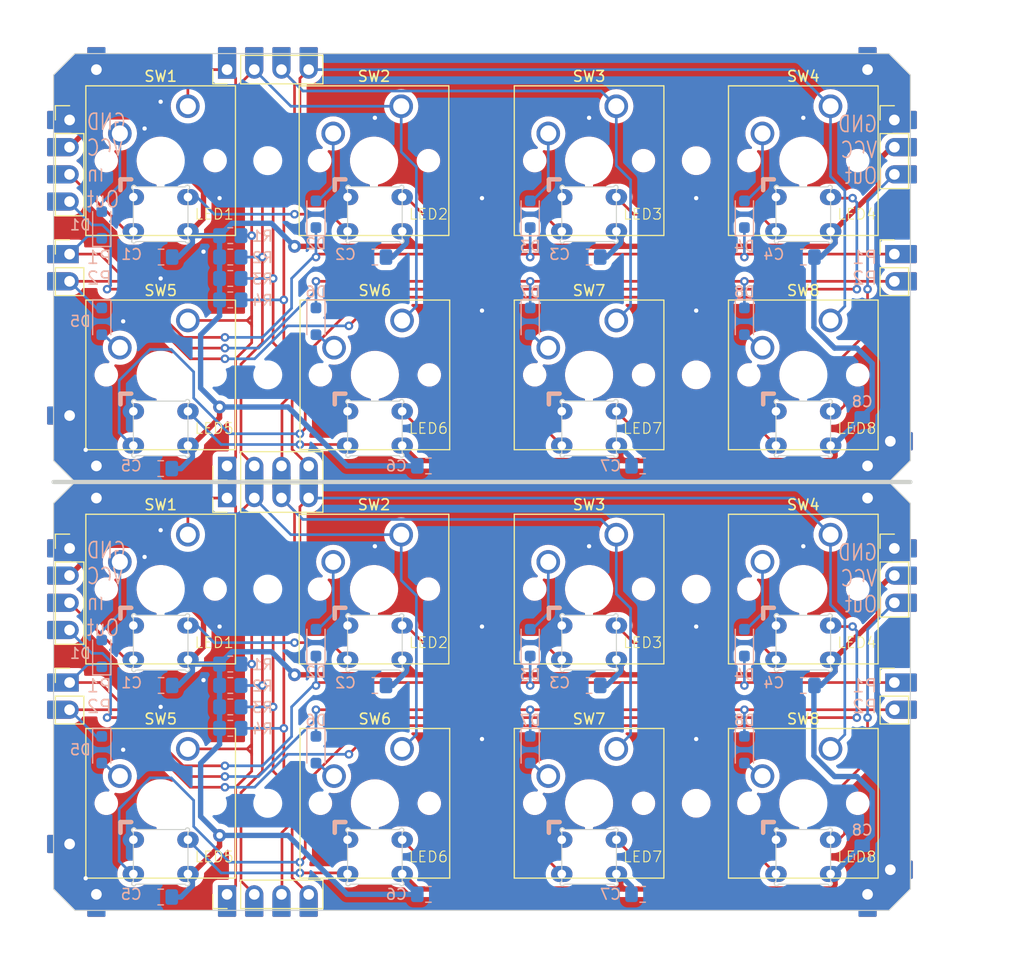
<source format=kicad_pcb>
(kicad_pcb (version 20221018) (generator pcbnew)
  (layers (0 "F.Cu" signal) (31 "B.Cu" signal) (34 "B.Paste" user) (35 "F.Paste" user) (36 "B.SilkS" user "B.Silkscreen") (37 "F.SilkS" user "F.Silkscreen") (38 "B.Mask" user) (39 "F.Mask" user) (44 "Edge.Cuts" user))
  (net 0 "")
  (net 1 "Board_0-GND")
  (net 2 "Board_0-Led In")
  (net 3 "Board_0-Led Out")
  (net 4 "Board_0-Net-(D1-A)")
  (net 5 "Board_0-Net-(D2-A)")
  (net 6 "Board_0-Net-(D3-A)")
  (net 7 "Board_0-Net-(D4-A)")
  (net 8 "Board_0-Net-(D5-A)")
  (net 9 "Board_0-Net-(D6-A)")
  (net 10 "Board_0-Net-(D7-A)")
  (net 11 "Board_0-Net-(D8-A)")
  (net 12 "Board_0-Net-(LED1-DOUT)")
  (net 13 "Board_0-Net-(LED2-DOUT)")
  (net 14 "Board_0-Net-(LED3-DOUT)")
  (net 15 "Board_0-Net-(LED4-DOUT)")
  (net 16 "Board_0-Net-(LED5-DOUT)")
  (net 17 "Board_0-Net-(LED6-DOUT)")
  (net 18 "Board_0-Net-(LED7-DOUT)")
  (net 19 "Board_0-Pull1")
  (net 20 "Board_0-Pull2")
  (net 21 "Board_0-Sense1")
  (net 22 "Board_0-Sense2")
  (net 23 "Board_0-Sense3")
  (net 24 "Board_0-Sense4")
  (net 25 "Board_0-VCC")
  (net 26 "Board_1-GND")
  (net 27 "Board_1-Led In")
  (net 28 "Board_1-Led Out")
  (net 29 "Board_1-Net-(D1-A)")
  (net 30 "Board_1-Net-(D2-A)")
  (net 31 "Board_1-Net-(D3-A)")
  (net 32 "Board_1-Net-(D4-A)")
  (net 33 "Board_1-Net-(D5-A)")
  (net 34 "Board_1-Net-(D6-A)")
  (net 35 "Board_1-Net-(D7-A)")
  (net 36 "Board_1-Net-(D8-A)")
  (net 37 "Board_1-Net-(LED1-DOUT)")
  (net 38 "Board_1-Net-(LED2-DOUT)")
  (net 39 "Board_1-Net-(LED3-DOUT)")
  (net 40 "Board_1-Net-(LED4-DOUT)")
  (net 41 "Board_1-Net-(LED5-DOUT)")
  (net 42 "Board_1-Net-(LED6-DOUT)")
  (net 43 "Board_1-Net-(LED7-DOUT)")
  (net 44 "Board_1-Pull1")
  (net 45 "Board_1-Pull2")
  (net 46 "Board_1-Sense1")
  (net 47 "Board_1-Sense2")
  (net 48 "Board_1-Sense3")
  (net 49 "Board_1-Sense4")
  (net 50 "Board_1-VCC")
  (footprint "Library:WS2812_embedded" (layer "F.Cu") (at 178.5 35 180)
    (fp_text reference "LED4")
    (fp_text value "WS2812B")
  )
  (footprint "Library:WS2812_embedded" (layer "F.Cu") (at 158.5 95 180)
    (fp_text reference "LED7")
    (fp_text value "WS2812B")
  )
  (footprint "Button_Switch_Keyboard:SW_Cherry_MX_1.00u_PCB" (layer "F.Cu") (at 140.96 24.92)
    (fp_text reference "SW2")
    (fp_text value "SW_Push")
  )
  (footprint "MountingHole:MountingHole_2.2mm_M2" (layer "F.Cu") (at 128.5 30)
    (fp_text reference "REF**" hide)
    (fp_text value "MountingHole_2.2mm_M2" hide)
  )
  (footprint "Library:WS2812_embedded" (layer "F.Cu") (at 118.5 95 180)
    (fp_text reference "LED5")
    (fp_text value "WS2812B")
  )
  (footprint "Library:WS2812_embedded" (layer "F.Cu") (at 138.5 95 180)
    (fp_text reference "LED6")
    (fp_text value "WS2812B")
  )
  (footprint "" (layer "F.Cu") (at 110 55)
    (fp_text reference "")
    (fp_text value "")
  )
  (footprint "Button_Switch_Keyboard:SW_Cherry_MX_1.00u_PCB" (layer "F.Cu") (at 181.04 44.92)
    (fp_text reference "SW8")
    (fp_text value "SW_Push")
  )
  (footprint "MountingHole:MountingHole_2.2mm_M2" (layer "F.Cu") (at 168.5 50)
    (fp_text reference "REF**" hide)
    (fp_text value "MountingHole_2.2mm_M2" hide)
  )
  (footprint "Connector_PinHeader_2.54mm:PinHeader_1x04_P2.54mm_Vertical" (layer "F.Cu") (at 124.7 61.5 90)
    (fp_text reference "J4" hide)
    (fp_text value "Conn_01x04_Pin" hide)
  )
  (footprint "" (layer "F.Cu") (at 110 95)
    (fp_text reference "")
    (fp_text value "")
  )
  (footprint "Library:WS2812_embedded" (layer "F.Cu") (at 178.5 75 180)
    (fp_text reference "LED4")
    (fp_text value "WS2812B")
  )
  (footprint "MountingHole:MountingHole_2.2mm_M2" (layer "F.Cu") (at 128.5 50)
    (fp_text reference "REF**" hide)
    (fp_text value "MountingHole_2.2mm_M2" hide)
  )
  (footprint "Connector_PinHeader_2.54mm:PinHeader_1x04_P2.54mm_Vertical" (layer "F.Cu") (at 124.7 98.5 90)
    (fp_text reference "J5" hide)
    (fp_text value "Conn_01x04_Pin" hide)
  )
  (footprint "MountingHole:MountingHole_2.2mm_M2" (layer "F.Cu") (at 128.5 70)
    (fp_text reference "REF**" hide)
    (fp_text value "MountingHole_2.2mm_M2" hide)
  )
  (footprint "" (layer "F.Cu") (at 110.7 61.5 -90)
    (fp_text reference "")
    (fp_text value "")
  )
  (footprint "MountingHole:MountingHole_2.2mm_M2" (layer "F.Cu") (at 128.5 90)
    (fp_text reference "REF**" hide)
    (fp_text value "MountingHole_2.2mm_M2" hide)
  )
  (footprint "Connector_PinHeader_2.54mm:PinHeader_1x03_P2.54mm_Vertical" (layer "F.Cu") (at 187 26.2)
    (fp_text reference "J6" hide)
    (fp_text value "Conn_01x03_Pin" hide)
  )
  (footprint "Button_Switch_Keyboard:SW_Cherry_MX_1.00u_PCB" (layer "F.Cu") (at 181.04 24.92)
    (fp_text reference "SW4")
    (fp_text value "SW_Push")
  )
  (footprint "Button_Switch_Keyboard:SW_Cherry_MX_1.00u_PCB" (layer "F.Cu") (at 181.04 84.92)
    (fp_text reference "SW8")
    (fp_text value "SW_Push")
  )
  (footprint "Library:WS2812_embedded" (layer "F.Cu") (at 178.5 55 180)
    (fp_text reference "LED8")
    (fp_text value "WS2812B")
  )
  (footprint "Connector_PinHeader_2.54mm:PinHeader_1x02_P2.54mm_Vertical" (layer "F.Cu") (at 187 38.725)
    (fp_text reference "J3" hide)
    (fp_text value "Conn_01x02_Pin" hide)
  )
  (footprint "Button_Switch_Keyboard:SW_Cherry_MX_1.00u_PCB" (layer "F.Cu") (at 161.04 84.92)
    (fp_text reference "SW7")
    (fp_text value "SW_Push")
  )
  (footprint "Library:WS2812_embedded" (layer "F.Cu") (at 158.5 35 180)
    (fp_text reference "LED3")
    (fp_text value "WS2812B")
  )
  (footprint "Button_Switch_Keyboard:SW_Cherry_MX_1.00u_PCB" (layer "F.Cu") (at 161.04 64.92)
    (fp_text reference "SW3")
    (fp_text value "SW_Push")
  )
  (footprint "Button_Switch_Keyboard:SW_Cherry_MX_1.00u_PCB" (layer "F.Cu") (at 121.04 84.92)
    (fp_text reference "SW5")
    (fp_text value "SW_Push")
  )
  (footprint "" (layer "F.Cu") (at 187 55 180)
    (fp_text reference "")
    (fp_text value "")
  )
  (footprint "Button_Switch_Keyboard:SW_Cherry_MX_1.00u_PCB" (layer "F.Cu") (at 121.04 64.92)
    (fp_text reference "SW1")
    (fp_text value "SW_Push" hide)
  )
  (footprint "Connector_PinHeader_2.54mm:PinHeader_1x04_P2.54mm_Vertical" (layer "F.Cu") (at 124.7 21.5 90)
    (fp_text reference "J4" hide)
    (fp_text value "Conn_01x04_Pin" hide)
  )
  (footprint "Connector_PinHeader_2.54mm:PinHeader_1x02_P2.54mm_Vertical" (layer "F.Cu") (at 110 78.725)
    (fp_text reference "J2" hide)
    (fp_text value "Conn_01x02_Pin" hide)
  )
  (footprint "" (layer "F.Cu") (at 184.4 58.875 90)
    (fp_text reference "")
    (fp_text value "")
  )
  (footprint "Button_Switch_Keyboard:SW_Cherry_MX_1.00u_PCB" (layer "F.Cu") (at 141.04 44.92)
    (fp_text reference "SW6")
    (fp_text value "SW_Push")
  )
  (footprint "MountingHole:MountingHole_2.2mm_M2" (layer "F.Cu") (at 168.5 90)
    (fp_text reference "REF**" hide)
    (fp_text value "MountingHole_2.2mm_M2" hide)
  )
  (footprint "Button_Switch_Keyboard:SW_Cherry_MX_1.00u_PCB" (layer "F.Cu") (at 161.04 24.92)
    (fp_text reference "SW3")
    (fp_text value "SW_Push")
  )
  (footprint "" (layer "F.Cu") (at 187 95 180)
    (fp_text reference "")
    (fp_text value "")
  )
  (footprint "MountingHole:MountingHole_2.2mm_M2" (layer "F.Cu") (at 168.5 30)
    (fp_text reference "REF**" hide)
    (fp_text value "MountingHole_2.2mm_M2" hide)
  )
  (footprint "" (layer "F.Cu") (at 114.5 58.5 90)
    (fp_text reference "")
    (fp_text value "")
  )
  (footprint "Library:WS2812_embedded" (layer "F.Cu") (at 138.5 55 180)
    (fp_text reference "LED6")
    (fp_text value "WS2812B")
  )
  (footprint "" (layer "F.Cu") (at 110.7 21.5 -90)
    (fp_text reference "")
    (fp_text value "")
  )
  (footprint "Library:WS2812_embedded" (layer "F.Cu") (at 138.5 35 180)
    (fp_text reference "LED2")
    (fp_text value "WS2812B")
  )
  (footprint "Button_Switch_Keyboard:SW_Cherry_MX_1.00u_PCB" (layer "F.Cu") (at 121.04 44.92)
    (fp_text reference "SW5")
    (fp_text value "SW_Push")
  )
  (footprint "Library:WS2812_embedded" (layer "F.Cu") (at 118.5 35 180)
    (fp_text reference "LED1")
    (fp_text value "WS2812B")
  )
  (footprint "Button_Switch_Keyboard:SW_Cherry_MX_1.00u_PCB" (layer "F.Cu") (at 140.96 64.92)
    (fp_text reference "SW2")
    (fp_text value "SW_Push")
  )
  (footprint "Connector_PinHeader_2.54mm:PinHeader_1x04_P2.54mm_Vertical" (layer "F.Cu") (at 124.7 58.5 90)
    (fp_text reference "J5" hide)
    (fp_text value "Conn_01x04_Pin" hide)
  )
  (footprint "Library:WS2812_embedded" (layer "F.Cu") (at 118.5 55 180)
    (fp_text reference "LED5")
    (fp_text value "WS2812B")
  )
  (footprint "" (layer "F.Cu") (at 182.5 61.625 -90)
    (fp_text reference "")
    (fp_text value "")
  )
  (footprint "Button_Switch_Keyboard:SW_Cherry_MX_1.00u_PCB" (layer "F.Cu") (at 161.04 44.92)
    (fp_text reference "SW7")
    (fp_text value "SW_Push")
  )
  (footprint "" (layer "F.Cu") (at 114.5 98.5 90)
    (fp_text reference "")
    (fp_text value "")
  )
  (footprint "" (layer "F.Cu") (at 182.5 21.625 -90)
    (fp_text reference "")
    (fp_text value "")
  )
  (footprint "Library:WS2812_embedded" (layer "F.Cu") (at 138.5 75 180)
    (fp_text reference "LED2")
    (fp_text value "WS2812B")
  )
  (footprint "Library:WS2812_embedded" (layer "F.Cu") (at 158.5 55 180)
    (fp_text reference "LED7")
    (fp_text value "WS2812B")
  )
  (footprint "Library:WS2812_embedded" (layer "F.Cu") (at 118.5 75 180)
    (fp_text reference "LED1")
    (fp_text value "WS2812B")
  )
  (footprint "" (layer "F.Cu") (at 184.4 98.875 90)
    (fp_text reference "")
    (fp_text value "")
  )
  (footprint "Button_Switch_Keyboard:SW_Cherry_MX_1.00u_PCB" (layer "F.Cu") (at 141.04 84.92)
    (fp_text reference "SW6")
    (fp_text value "SW_Push")
  )
  (footprint "Connector_PinHeader_2.54mm:PinHeader_1x04_P2.54mm_Vertical" (layer "F.Cu") (at 110 26.2)
    (fp_text reference "J1" hide)
    (fp_text value "Conn_01x04_Pin" hide)
  )
  (footprint "Connector_PinHeader_2.54mm:PinHeader_1x02_P2.54mm_Vertical" (layer "F.Cu") (at 110 38.725)
    (fp_text reference "J2" hide)
    (fp_text value "Conn_01x02_Pin" hide)
  )
  (footprint "Button_Switch_Keyboard:SW_Cherry_MX_1.00u_PCB" (layer "F.Cu") (at 181.04 64.92)
    (fp_text reference "SW4")
    (fp_text value "SW_Push")
  )
  (footprint "Connector_PinHeader_2.54mm:PinHeader_1x04_P2.54mm_Vertical" (layer "F.Cu") (at 110 66.2)
    (fp_text reference "J1" hide)
    (fp_text value "Conn_01x04_Pin" hide)
  )
  (footprint "Connector_PinHeader_2.54mm:PinHeader_1x03_P2.54mm_Vertical" (layer "F.Cu") (at 187 66.2)
    (fp_text reference "J6" hide)
    (fp_text value "Conn_01x03_Pin" hide)
  )
  (footprint "MountingHole:MountingHole_2.2mm_M2" (layer "F.Cu") (at 168.5 70)
    (fp_text reference "REF**" hide)
    (fp_text value "MountingHole_2.2mm_M2" hide)
  )
  (footprint "Library:WS2812_embedded" (layer "F.Cu") (at 158.5 75 180)
    (fp_text reference "LED3")
    (fp_text value "WS2812B")
  )
  (footprint "Library:WS2812_embedded" (layer "F.Cu") (at 178.5 95 180)
    (fp_text reference "LED8")
    (fp_text value "WS2812B")
  )
  (footprint "Connector_PinHeader_2.54mm:PinHeader_1x02_P2.54mm_Vertical" (layer "F.Cu") (at 187 78.725)
    (fp_text reference "J3" hide)
    (fp_text value "Conn_01x02_Pin" hide)
  )
  (footprint "Button_Switch_Keyboard:SW_Cherry_MX_1.00u_PCB" (layer "F.Cu") (at 121.04 24.92)
    (fp_text reference "SW1")
    (fp_text value "SW_Push" hide)
  )
  (footprint "Resistor_SMD:R_0805_2012Metric_Pad1.20x1.40mm_HandSolder" (layer "B.Cu") (at 125 39)
    (fp_text reference "R2")
    (fp_text value "10k")
  )
  (footprint "Diode_SMD:D_SOD-323_HandSoldering" (layer "B.Cu") (at 113 45 -90)
    (fp_text reference "D5")
    (fp_text value "1N4148WS")
  )
  (footprint "Diode_SMD:D_SOD-323_HandSoldering" (layer "B.Cu") (at 173 45 -90)
    (fp_text reference "D8")
    (fp_text value "1N4148WS")
  )
  (footprint "Capacitor_SMD:C_0805_2012Metric_Pad1.18x1.45mm_HandSolder" (layer "B.Cu") (at 143.5 58.5 180)
    (fp_text reference "C6")
    (fp_text value "100nF")
  )
  (footprint "Resistor_SMD:R_0805_2012Metric_Pad1.20x1.40mm_HandSolder" (layer "B.Cu") (at 125 83)
    (fp_text reference "R4")
    (fp_text value "10k")
  )
  (footprint "Capacitor_SMD:C_0805_2012Metric_Pad1.18x1.45mm_HandSolder" (layer "B.Cu") (at 184 95 90)
    (fp_text reference "C8")
    (fp_text value "100nF")
  )
  (footprint "Capacitor_SMD:C_0805_2012Metric_Pad1.18x1.45mm_HandSolder" (layer "B.Cu") (at 158.5 39)
    (fp_text reference "C3")
    (fp_text value "100nF")
  )
  (footprint "Diode_SMD:D_SOD-323_HandSoldering" (layer "B.Cu") (at 153 35 90)
    (fp_text reference "D3")
    (fp_text value "1N4148WS")
  )
  (footprint "Resistor_SMD:R_0805_2012Metric_Pad1.20x1.40mm_HandSolder" (layer "B.Cu") (at 125 41)
    (fp_text reference "R3")
    (fp_text value "10k")
  )
  (footprint "Diode_SMD:D_SOD-323_HandSoldering" (layer "B.Cu") (at 153 45 -90)
    (fp_text reference "D7")
    (fp_text value "1N4148WS")
  )
  (footprint "Resistor_SMD:R_0805_2012Metric_Pad1.20x1.40mm_HandSolder" (layer "B.Cu") (at 125 43)
    (fp_text reference "R4")
    (fp_text value "10k")
  )
  (footprint "Capacitor_SMD:C_0805_2012Metric_Pad1.18x1.45mm_HandSolder" (layer "B.Cu") (at 143.5 98.5 180)
    (fp_text reference "C6")
    (fp_text value "100nF")
  )
  (footprint "Resistor_SMD:R_0805_2012Metric_Pad1.20x1.40mm_HandSolder" (layer "B.Cu") (at 125 37)
    (fp_text reference "R1")
    (fp_text value "10k")
  )
  (footprint "Diode_SMD:D_SOD-323_HandSoldering" (layer "B.Cu") (at 113 36 90)
    (fp_text reference "D1")
    (fp_text value "1N4148WS")
  )
  (footprint "Capacitor_SMD:C_0805_2012Metric_Pad1.18x1.45mm_HandSolder" (layer "B.Cu") (at 118.5 98.75)
    (fp_text reference "C5")
    (fp_text value "100nF")
  )
  (footprint "Diode_SMD:D_SOD-323_HandSoldering" (layer "B.Cu") (at 173 35 90)
    (fp_text reference "D4")
    (fp_text value "1N4148WS")
  )
  (footprint "Capacitor_SMD:C_0805_2012Metric_Pad1.18x1.45mm_HandSolder" (layer "B.Cu") (at 158.5 79)
    (fp_text reference "C3")
    (fp_text value "100nF")
  )
  (footprint "Diode_SMD:D_SOD-323_HandSoldering" (layer "B.Cu") (at 153 85 -90)
    (fp_text reference "D7")
    (fp_text value "1N4148WS")
  )
  (footprint "Resistor_SMD:R_0805_2012Metric_Pad1.20x1.40mm_HandSolder" (layer "B.Cu") (at 125 79)
    (fp_text reference "R2")
    (fp_text value "10k")
  )
  (footprint "Capacitor_SMD:C_0805_2012Metric_Pad1.18x1.45mm_HandSolder" (layer "B.Cu") (at 118.5375 39)
    (fp_text reference "C1")
    (fp_text value "100nF")
  )
  (footprint "Diode_SMD:D_SOD-323_HandSoldering" (layer "B.Cu") (at 113 76 90)
    (fp_text reference "D1")
    (fp_text value "1N4148WS")
  )
  (footprint "Capacitor_SMD:C_0805_2012Metric_Pad1.18x1.45mm_HandSolder" (layer "B.Cu") (at 138.5 79)
    (fp_text reference "C2")
    (fp_text value "100nF")
  )
  (footprint "Capacitor_SMD:C_0805_2012Metric_Pad1.18x1.45mm_HandSolder" (layer "B.Cu") (at 118.5 58.75)
    (fp_text reference "C5")
    (fp_text value "100nF")
  )
  (footprint "Diode_SMD:D_SOD-323_HandSoldering" (layer "B.Cu") (at 173 75 90)
    (fp_text reference "D4")
    (fp_text value "1N4148WS")
  )
  (footprint "Capacitor_SMD:C_0805_2012Metric_Pad1.18x1.45mm_HandSolder" (layer "B.Cu") (at 184 55 90)
    (fp_text reference "C8")
    (fp_text value "100nF")
  )
  (footprint "Diode_SMD:D_SOD-323_HandSoldering" (layer "B.Cu") (at 133 45 -90)
    (fp_text reference "D6")
    (fp_text value "1N4148WS")
  )
  (footprint "Resistor_SMD:R_0805_2012Metric_Pad1.20x1.40mm_HandSolder" (layer "B.Cu") (at 125 77)
    (fp_text reference "R1")
    (fp_text value "10k")
  )
  (footprint "Diode_SMD:D_SOD-323_HandSoldering" (layer "B.Cu") (at 173 85 -90)
    (fp_text reference "D8")
    (fp_text value "1N4148WS")
  )
  (footprint "Diode_SMD:D_SOD-323_HandSoldering" (layer "B.Cu") (at 153 75 90)
    (fp_text reference "D3")
    (fp_text value "1N4148WS")
  )
  (footprint "Capacitor_SMD:C_0805_2012Metric_Pad1.18x1.45mm_HandSolder" (layer "B.Cu") (at 138.5 39)
    (fp_text reference "C2")
    (fp_text value "100nF")
  )
  (footprint "Capacitor_SMD:C_0805_2012Metric_Pad1.18x1.45mm_HandSolder" (layer "B.Cu") (at 163.5 58.5 180)
    (fp_text reference "C7")
    (fp_text value "100nF")
  )
  (footprint "Capacitor_SMD:C_0805_2012Metric_Pad1.18x1.45mm_HandSolder" (layer "B.Cu") (at 163.5 98.5 180)
    (fp_text reference "C7")
    (fp_text value "100nF")
  )
  (footprint "Diode_SMD:D_SOD-323_HandSoldering" (layer "B.Cu") (at 113 85 -90)
    (fp_text reference "D5")
    (fp_text value "1N4148WS")
  )
  (footprint "Resistor_SMD:R_0805_2012Metric_Pad1.20x1.40mm_HandSolder" (layer "B.Cu") (at 125 81)
    (fp_text reference "R3")
    (fp_text value "10k")
  )
  (footprint "Diode_SMD:D_SOD-323_HandSoldering" (layer "B.Cu") (at 133 35 90)
    (fp_text reference "D2")
    (fp_text value "1N4148WS")
  )
  (footprint "Capacitor_SMD:C_0805_2012Metric_Pad1.18x1.45mm_HandSolder" (layer "B.Cu") (at 178.5 79)
    (fp_text reference "C4")
    (fp_text value "100nF")
  )
  (footprint "Capacitor_SMD:C_0805_2012Metric_Pad1.18x1.45mm_HandSolder" (layer "B.Cu") (at 118.5375 79)
    (fp_text reference "C1")
    (fp_text value "100nF")
  )
  (footprint "Capacitor_SMD:C_0805_2012Metric_Pad1.18x1.45mm_HandSolder" (layer "B.Cu") (at 178.5 39)
    (fp_text reference "C4")
    (fp_text value "100nF")
  )
  (footprint "Diode_SMD:D_SOD-323_HandSoldering" (layer "B.Cu") (at 133 75 90)
    (fp_text reference "D2")
    (fp_text value "1N4148WS")
  )
  (footprint "Diode_SMD:D_SOD-323_HandSoldering" (layer "B.Cu") (at 133 85 -90)
    (fp_text reference "D6")
    (fp_text value "1N4148WS")
  )
  (gr_line (start 121.146647 32.644895) (end 121.123508 32.665063) (stroke (width 0.1)) (layer "Edge.Cuts"))
  (gr_line (start 155.800977 52.446244) (end 155.807291 52.426769) (stroke (width 0.1)) (layer "Edge.Cuts"))
  (gr_line (start 115.796627 97.533749) (end 115.794282 97.513411) (stroke (width 0.1)) (layer "Edge.Cuts"))
  (gr_line (start 161.142108 97.649348) (end 161.126593 97.662707) (stroke (width 0.1)) (layer "Edge.Cuts"))
  (gr_line (start 155.8203 97.601031) (end 155.807291 97.57323) (stroke (width 0.1)) (layer "Edge.Cuts"))
  (gr_line (start 161.146647 32.644895) (end 161.123508 32.665063) (stroke (width 0.1)) (layer "Edge.Cuts"))
  (gr_line (start 175.95 77.300001) (end 175.950001 72.699998) (stroke (width 0.1)) (layer "Edge.Cuts"))
  (gr_line (start 121.106527 52.676499) (end 121.07914 52.69036) (stroke (width 0.1)) (layer "Edge.Cuts"))
  (gr_line (start 175.812755 52.58625) (end 175.802025 52.557492) (stroke (width 0.1)) (layer "Edge.Cuts"))
  (gr_line (start 121.118358 57.668793) (end 121.101032 57.6797) (stroke (width 0.1)) (layer "Edge.Cuts"))
  (gr_line (start 140.805946 52.430408) (end 140.818429 52.402368) (stroke (width 0.1)) (layer "Edge.Cuts"))
  (gr_line (start 136.02746 77.704316) (end 136.007059 77.706033) (stroke (width 0.1)) (layer "Edge.Cuts"))
  (gr_line (start 121.184495 77.591984) (end 121.168793 77.618358) (stroke (width 0.1)) (layer "Edge.Cuts"))
  (gr_line (start 156.086249 92.312755) (end 156.113094 92.327636) (stroke (width 0.1)) (layer "Edge.Cuts"))
  (gr_line (start 116.129633 37.660295) (end 116.104396 37.677766) (stroke (width 0.1)) (layer "Edge.Cuts"))
  (gr_line (start 135.890169 32.325538) (end 135.917289 32.311165) (stroke (width 0.1)) (layer "Edge.Cuts"))
  (gr_line (start 141.043806 77.701446) (end 141.013411 77.705718) (stroke (width 0.1)) (layer "Edge.Cuts"))
  (gr_line (start 136.199998 37.549999) (end 136.190358 37.57914) (stroke (width 0.1)) (layer "Edge.Cuts"))
  (gr_line (start 181.043807 32.298554) (end 181.073232 32.307291) (stroke (width 0.1)) (layer "Edge.Cuts"))
  (gr_line (start 155.902368 57.31843) (end 155.920859 57.309641) (stroke (width 0.1)) (layer "Edge.Cuts"))
  (gr_line (start 140.8 57.549999) (end 136.199998 57.549999) (stroke (width 0.1)) (layer "Edge.Cuts"))
  (gr_line (start 141.049999 32.7) (end 141.05 37.3) (stroke (width 0.1)) (layer "Edge.Cuts"))
  (gr_line (start 141.126593 77.662707) (end 141.10983 77.674462) (stroke (width 0.1)) (layer "Edge.Cuts"))
  (gr_line (start 181.043807 52.298554) (end 181.073232 52.307291) (stroke (width 0.1)) (layer "Edge.Cuts"))
  (gr_line (start 135.853353 77.355106) (end 135.876492 77.334938) (stroke (width 0.1)) (layer "Edge.Cuts"))
  (gr_line (start 120.923153 57.691297) (end 120.904558 57.682731) (stroke (width 0.1)) (layer "Edge.Cuts"))
  (gr_line (start 120.942508 72.302024) (end 120.97254 72.295683) (stroke (width 0.1)) (layer "Edge.Cuts"))
  (gr_line (start 181.08271 97.688835) (end 181.063572 97.696108) (stroke (width 0.1)) (layer "Edge.Cuts"))
  (gr_line (start 175.946244 32.300977) (end 175.966249 32.296627) (stroke (width 0.1)) (layer "Edge.Cuts"))
  (gr_line (start 161.07914 52.69036) (end 161.049999 52.7) (stroke (width 0.1)) (layer "Edge.Cuts"))
  (gr_line (start 121.192709 32.426769) (end 121.199023 32.446245) (stroke (width 0.1)) (layer "Edge.Cuts"))
  (gr_line (start 156.02746 97.704316) (end 156.007059 97.706033) (stroke (width 0.1)) (layer "Edge.Cuts"))
  (gr_line (start 155.986588 57.705717) (end 155.956192 57.701445) (stroke (width 0.1)) (layer "Edge.Cuts"))
  (gr_line (start 175.803892 92.436428) (end 175.815504 92.408016) (stroke (width 0.1)) (layer "Edge.Cuts"))
  (gr_line (start 155.926768 97.692708) (end 155.908015 97.684494) (stroke (width 0.1)) (layer "Edge.Cuts"))
  (gr_line (start 155.800977 37.553755) (end 155.795202 37.523609) (stroke (width 0.1)) (layer "Edge.Cuts"))
  (gr_line (start 180.895603 32.322233) (end 180.923154 32.308703) (stroke (width 0.1)) (layer "Edge.Cuts"))
  (gr_line (start 121.142108 57.649348) (end 121.118358 57.668793) (stroke (width 0.1)) (layer "Edge.Cuts"))
  (gr_line (start 115.839704 77.370366) (end 115.853353 77.355106) (stroke (width 0.1)) (layer "Edge.Cuts"))
  (gr_line (start 141.162708 92.373407) (end 141.174462 92.39017) (stroke (width 0.1)) (layer "Edge.Cuts"))
  (gr_line (start 181.194876 97.432747) (end 181.200586 97.452408) (stroke (width 0.1)) (layer "Edge.Cuts"))
  (gr_line (start 161.187245 57.413749) (end 161.194876 57.432747) (stroke (width 0.1)) (layer "Edge.Cuts"))
  (gr_line (start 135.822234 77.395603) (end 135.839704 77.370366) (stroke (width 0.1)) (layer "Edge.Cuts"))
  (gr_line (start 136.199998 52.45) (end 140.800001 52.45) (stroke (width 0.1)) (layer "Edge.Cuts"))
  (gr_line (start 140.848003 72.360728) (end 140.870366 72.339704) (stroke (width 0.1)) (layer "Edge.Cuts"))
  (gr_line (start 181.06959 57.305945) (end 181.088495 57.313805) (stroke (width 0.1)) (layer "Edge.Cuts"))
  (gr_line (start 161.187245 97.413749) (end 161.194876 97.432747) (stroke (width 0.1)) (layer "Edge.Cuts"))
  (gr_line (start 175.898967 57.679699) (end 175.873406 57.662706) (stroke (width 0.1)) (layer "Edge.Cuts"))
  (gr_line (start 140.862566 57.653661) (end 140.848002 57.639271) (stroke (width 0.1)) (layer "Edge.Cuts"))
  (gr_line (start 135.860729 72.651997) (end 135.839705 72.629634) (stroke (width 0.1)) (layer "Edge.Cuts"))
  (gr_line (start 161.043806 97.701446) (end 161.013411 97.705718) (stroke (width 0.1)) (layer "Edge.Cuts"))
  (gr_line (start 121.1797 32.398968) (end 121.192709 32.426769) (stroke (width 0.1)) (layer "Edge.Cuts"))
  (gr_line (start 156.086249 57.687244) (end 156.057492 57.697975) (stroke (width 0.1)) (layer "Edge.Cuts"))
  (gr_line (start 155.876492 52.665061) (end 155.860729 52.651997) (stroke (width 0.1)) (layer "Edge.Cuts"))
  (gr_line (start 156.104396 97.677766) (end 156.086249 97.687244) (stroke (width 0.1)) (layer "Edge.Cuts"))
  (gr_line (start 115.936427 72.303892) (end 115.966249 72.296627) (stroke (width 0.1)) (layer "Edge.Cuts"))
  (gr_line (start 161.192709 77.573231) (end 161.184495 77.591984) (stroke (width 0.1)) (layer "Edge.Cuts"))
  (gr_line (start 181.204798 77.523609) (end 181.201446 77.543806) (stroke (width 0.1)) (layer "Edge.Cuts"))
  (gr_line (start 135.825538 57.60983) (end 135.811165 57.582709) (stroke (width 0.1)) (layer "Edge.Cuts"))
  (gr_line (start 135.926768 97.692708) (end 135.898967 97.679699) (stroke (width 0.1)) (layer "Edge.Cuts"))
  (gr_line (start 175.839704 97.370366) (end 175.853353 97.355106) (stroke (width 0.1)) (layer "Edge.Cuts"))
  (gr_line (start 156.199998 57.549999) (end 156.194053 57.56959) (stroke (width 0.1)) (layer "Edge.Cuts"))
  (gr_line (start 141.126594 52.337293) (end 141.142108 52.350652) (stroke (width 0.1)) (layer "Edge.Cuts"))
  (gr_line (start 115.893473 72.676498) (end 115.876492 72.665061) (stroke (width 0.1)) (layer "Edge.Cuts"))
  (gr_line (start 135.908015 72.315505) (end 135.936427 72.303892) (stroke (width 0.1)) (layer "Edge.Cuts"))
  (gr_line (start 136.104396 32.322233) (end 136.121514 32.333465) (stroke (width 0.1)) (layer "Edge.Cuts"))
  (gr_line (start 180.878485 77.666535) (end 180.855105 77.646647) (stroke (width 0.1)) (layer "Edge.Cuts"))
  (gr_line (start 160.805946 72.430408) (end 160.818429 72.402368) (stroke (width 0.1)) (layer "Edge.Cuts"))
  (gr_line (start 121.142108 32.350652) (end 121.162708 32.373407) (stroke (width 0.1)) (layer "Edge.Cuts"))
  (gr_line (start 160.829009 72.384839) (end 160.848003 72.360728) (stroke (width 0.1)) (layer "Edge.Cuts"))
  (gr_line (start 175.794282 97.513411) (end 175.794571 97.482718) (stroke (width 0.1)) (layer "Edge.Cuts"))
  (gr_line (start 140.829009 72.384839) (end 140.848003 72.360728) (stroke (width 0.1)) (layer "Edge.Cuts"))
  (gr_line (start 175.822234 72.604397) (end 175.808704 72.576846) (stroke (width 0.1)) (layer "Edge.Cuts"))
  (gr_line (start 175.966249 32.296627) (end 175.996819 32.29387) (stroke (width 0.1)) (layer "Edge.Cuts"))
  (gr_line (start 176.086249 57.687244) (end 176.057492 57.697975) (stroke (width 0.1)) (layer "Edge.Cuts"))
  (gr_line (start 161.194876 37.432747) (end 161.200586 37.452408) (stroke (width 0.1)) (layer "Edge.Cuts"))
  (gr_line (start 155.837292 77.626593) (end 155.8203 77.601031) (stroke (width 0.1)) (layer "Edge.Cuts"))
  (gr_line (start 115.95 97.300001) (end 115.950001 92.699998) (stroke (width 0.1)) (layer "Edge.Cuts"))
  (gr_line (start 120.878485 57.666535) (end 120.862566 57.653661) (stroke (width 0.1)) (layer "Edge.Cuts"))
  (gr_line (start 180.800001 72.45) (end 180.805946 72.430408) (stroke (width 0.1)) (layer "Edge.Cuts"))
  (gr_line (start 181.146647 32.644895) (end 181.123508 32.665063) (stroke (width 0.1)) (layer "Edge.Cuts"))
  (gr_line (start 140.829008 77.61516) (end 140.818429 77.597631) (stroke (width 0.1)) (layer "Edge.Cuts"))
  (gr_line (start 141.08271 37.688835) (end 141.053755 37.699023) (stroke (width 0.1)) (layer "Edge.Cuts"))
  (gr_line (start 186.5 100) (end 188.5 98) (stroke (width 0.1)) (layer "Edge.Cuts"))
  (gr_line (start 181.174462 57.60983) (end 181.162707 57.626593) (stroke (width 0.1)) (layer "Edge.Cuts"))
  (gr_line (start 155.966249 92.296627) (end 155.996819 92.29387) (stroke (width 0.1)) (layer "Edge.Cuts"))
  (gr_line (start 160.800001 52.45) (end 160.805946 52.430408) (stroke (width 0.1)) (layer "Edge.Cuts"))
  (gr_line (start 176.057492 57.697975) (end 176.037571 57.702701) (stroke (width 0.1)) (layer "Edge.Cuts"))
  (gr_line (start 120.962428 52.297298) (end 120.992941 52.293966) (stroke (width 0.1)) (layer "Edge.Cuts"))
  (gr_line (start 115.843779 97.634516) (end 115.825538 97.60983) (stroke (width 0.1)) (layer "Edge.Cuts"))
  (gr_line (start 175.893473 32.676498) (end 175.876492 32.665061) (stroke (width 0.1)) (layer "Edge.Cuts"))
  (gr_line (start 161.194876 57.432747) (end 161.200586 57.452408) (stroke (width 0.1)) (layer "Edge.Cuts"))
  (gr_line (start 140.895602 97.677766) (end 140.878485 97.666535) (stroke (width 0.1)) (layer "Edge.Cuts"))
  (gr_line (start 115.898967 52.3203) (end 115.917289 52.311165) (stroke (width 0.1)) (layer "Edge.Cuts"))
  (gr_line (start 175.92086 52.690358) (end 175.902369 52.68157) (stroke (width 0.1)) (layer "Edge.Cuts"))
  (gr_line (start 176.02746 72.295683) (end 176.04759 72.299414) (stroke (width 0.1)) (layer "Edge.Cuts"))
  (gr_line (start 121.142108 77.649348) (end 121.126593 77.662707) (stroke (width 0.1)) (layer "Edge.Cuts"))
  (gr_line (start 135.857892 57.649348) (end 135.837292 57.626593) (stroke (width 0.1)) (layer "Edge.Cuts"))
  (gr_line (start 115.996819 52.29387) (end 116.017281 52.294571) (stroke (width 0.1)) (layer "Edge.Cuts"))
  (gr_line (start 156.121514 77.666534) (end 156.104396 77.677766) (stroke (width 0.1)) (layer "Edge.Cuts"))
  (gr_line (start 141.199023 32.446245) (end 141.204798 32.476391) (stroke (width 0.1)) (layer "Edge.Cuts"))
  (gr_line (start 141.03375 37.703373) (end 141.013411 37.705718) (stroke (width 0.1)) (layer "Edge.Cuts"))
  (gr_line (start 141.168793 77.618358) (end 141.156221 77.634517) (stroke (width 0.1)) (layer "Edge.Cuts"))
  (gr_line (start 141.194876 57.432747) (end 141.200586 57.452408) (stroke (width 0.1)) (layer "Edge.Cuts"))
  (gr_line (start 115.956192 97.701445) (end 115.926768 97.692708) (stroke (width 0.1)) (layer "Edge.Cuts"))
  (gr_line (start 176.144893 77.646646) (end 176.121514 77.666534) (stroke (width 0.1)) (layer "Edge.Cuts"))
  (gr_line (start 141.053755 37.699023) (end 141.03375 37.703373) (stroke (width 0.1)) (layer "Edge.Cuts"))
  (gr_line (start 121.160296 97.370365) (end 121.172363 97.386904) (stroke (width 0.1)) (layer "Edge.Cuts"))
  (gr_line (start 155.795202 37.523609) (end 155.793966 37.49294) (stroke (width 0.1)) (layer "Edge.Cuts"))
  (gr_line (start 175.876492 92.665061) (end 175.860729 92.651997) (stroke (width 0.1)) (layer "Edge.Cuts"))
  (gr_line (start 115.876492 92.665061) (end 115.860729 92.651997) (stroke (width 0.1)) (layer "Edge.Cuts"))
  (gr_line (start 160.99294 57.706034) (end 160.972539 57.704317) (stroke (width 0.1)) (layer "Edge.Cuts"))
  (gr_line (start 181.1797 92.398968) (end 181.192709 92.426769) (stroke (width 0.1)) (layer "Edge.Cuts"))
  (gr_line (start 116.007059 97.706033) (end 115.986588 97.705717) (stroke (width 0.1)) (layer "Edge.Cuts"))
  (gr_line (start 115.827637 52.613095) (end 115.812755 52.58625) (stroke (width 0.1)) (layer "Edge.Cuts"))
  (gr_line (start 176.165061 97.623508) (end 176.144893 97.646646) (stroke (width 0.1)) (layer "Edge.Cuts"))
  (gr_line (start 121.204317 32.527462) (end 121.197975 32.557493) (stroke (width 0.1)) (layer "Edge.Cuts"))
  (gr_line (start 161.199023 52.446245) (end 161.203373 52.466251) (stroke (width 0.1)) (layer "Edge.Cuts"))
  (gr_line (start 120.992941 32.293966) (end 121.013412 32.294282) (stroke (width 0.1)) (layer "Edge.Cuts"))
  (gr_line (start 121.174462 57.60983) (end 121.162707 57.626593) (stroke (width 0.1)) (layer "Edge.Cuts"))
  (gr_line (start 136.190358 32.420859) (end 136.199998 32.45) (stroke (width 0.1)) (layer "Edge.Cuts"))
  (gr_line (start 175.857892 97.649348) (end 175.843779 97.634516) (stroke (width 0.1)) (layer "Edge.Cuts"))
  (gr_line (start 156.158724 72.368448) (end 156.176497 72.393473) (stroke (width 0.1)) (layer "Edge.Cuts"))
  (gr_line (start 181.146647 77.355105) (end 181.160296 77.370365) (stroke (width 0.1)) (layer "Edge.Cuts"))
  (gr_line (start 175.827637 92.613095) (end 175.812755 92.58625) (stroke (width 0.1)) (layer "Edge.Cuts"))
  (gr_line (start 121.201446 37.543806) (end 121.196108 37.563572) (stroke (width 0.1)) (layer "Edge.Cuts"))
  (gr_line (start 161.142108 77.649348) (end 161.126593 77.662707) (stroke (width 0.1)) (layer "Edge.Cuts"))
  (gr_line (start 115.92086 32.690358) (end 115.893473 32.676498) (stroke (width 0.1)) (layer "Edge.Cuts"))
  (gr_line (start 141.146647 97.355105) (end 141.160296 97.370365) (stroke (width 0.1)) (layer "Edge.Cuts"))
  (gr_line (start 141.043807 52.298554) (end 141.073232 52.307291) (stroke (width 0.1)) (layer "Edge.Cuts"))
  (gr_line (start 141.146647 72.644895) (end 141.123508 72.665063) (stroke (width 0.1)) (layer "Edge.Cuts"))
  (gr_line (start 116.181569 97.597631) (end 116.165061 97.623508) (stroke (width 0.1)) (layer "Edge.Cuts"))
  (gr_line (start 181.146647 52.644895) (end 181.123508 52.665063) (stroke (width 0.1)) (layer "Edge.Cuts"))
  (gr_line (start 121.177766 32.604398) (end 121.166535 32.621515) (stroke (width 0.1)) (layer "Edge.Cuts"))
  (gr_line (start 121.131552 92.658726) (end 121.106527 92.676499) (stroke (width 0.1)) (layer "Edge.Cuts"))
  (gr_line (start 181.162708 52.373407) (end 181.1797 52.398968) (stroke (width 0.1)) (layer "Edge.Cuts"))
  (gr_line (start 115.808703 97.423154) (end 115.822234 97.395603) (stroke (width 0.1)) (layer "Edge.Cuts"))
  (gr_line (start 180.8 37.549999) (end 176.199998 37.549999) (stroke (width 0.1)) (layer "Edge.Cuts"))
  (gr_line (start 175.950001 72.699998) (end 175.92086 72.690358) (stroke (width 0.1)) (layer "Edge.Cuts"))
  (gr_line (start 161.204798 57.523609) (end 161.199023 57.553755) (stroke (width 0.1)) (layer "Edge.Cuts"))
  (gr_line (start 161.192709 37.573231) (end 161.184495 37.591984) (stroke (width 0.1)) (layer "Edge.Cuts"))
  (gr_line (start 176.181569 32.402368) (end 176.190358 32.420859) (stroke (width 0.1)) (layer "Edge.Cuts"))
  (gr_line (start 115.898967 37.679699) (end 115.873406 37.662706) (stroke (width 0.1)) (layer "Edge.Cuts"))
  (gr_line (start 115.850651 72.357892) (end 115.873406 72.337293) (stroke (width 0.1)) (layer "Edge.Cuts"))
  (gr_line (start 135.803892 97.563571) (end 135.798554 97.543806) (stroke (width 0.1)) (layer "Edge.Cuts"))
  (gr_line (start 155.950001 32.699998) (end 155.93041 32.694053) (stroke (width 0.1)) (layer "Edge.Cuts"))
  (gr_line (start 136.165061 77.623508) (end 136.144893 77.646646) (stroke (width 0.1)) (layer "Edge.Cuts"))
  (gr_line (start 176.02746 77.704316) (end 176.007059 77.706033) (stroke (width 0.1)) (layer "Edge.Cuts"))
  (gr_line (start 135.860729 52.651997) (end 135.839705 52.629634) (stroke (width 0.1)) (layer "Edge.Cuts"))
  (gr_line (start 141.204317 52.527462) (end 141.197975 52.557493) (stroke (width 0.1)) (layer "Edge.Cuts"))
  (gr_line (start 161.203373 32.466251) (end 161.20613 32.496821) (stroke (width 0.1)) (layer "Edge.Cuts"))
  (gr_line (start 115.902369 92.68157) (end 115.876492 92.665061) (stroke (width 0.1)) (layer "Edge.Cuts"))
  (gr_line (start 141.204798 97.523609) (end 141.201446 97.543806) (stroke (width 0.1)) (layer "Edge.Cuts"))
  (gr_line (start 135.798554 77.543806) (end 135.794282 77.513411) (stroke (width 0.1)) (layer "Edge.Cuts"))
  (gr_line (start 160.800001 92.45) (end 160.805946 92.430408) (stroke (width 0.1)) (layer "Edge.Cuts"))
  (gr_line (start 161.10983 37.674462) (end 161.08271 37.688835) (stroke (width 0.1)) (layer "Edge.Cuts"))
  (gr_line (start 116.144893 97.646646) (end 116.121514 97.666534) (stroke (width 0.1)) (layer "Edge.Cuts"))
  (gr_line (start 120.97254 72.295683) (end 120.992941 72.293966) (stroke (width 0.1)) (layer "Edge.Cuts"))
  (gr_line (start 181.20613 72.496821) (end 181.204317 72.527462) (stroke (width 0.1)) (layer "Edge.Cuts"))
  (gr_line (start 141.08271 77.688835) (end 141.063572 77.696108) (stroke (width 0.1)) (layer "Edge.Cuts"))
  (gr_line (start 136.02746 72.295683) (end 136.04759 72.299414) (stroke (width 0.1)) (layer "Edge.Cuts"))
  (gr_line (start 115.946244 32.300977) (end 115.966249 32.296627) (stroke (width 0.1)) (layer "Edge.Cuts"))
  (gr_line (start 121.043806 37.701446) (end 121.013411 37.705718) (stroke (width 0.1)) (layer "Edge.Cuts"))
  (gr_line (start 141.106527 52.676499) (end 141.07914 52.69036) (stroke (width 0.1)) (layer "Edge.Cuts"))
  (gr_line (start 180.895603 72.322233) (end 180.923154 72.308703) (stroke (width 0.1)) (layer "Edge.Cuts"))
  (gr_line (start 160.848003 92.360728) (end 160.862566 92.346338) (stroke (width 0.1)) (layer "Edge.Cuts"))
  (gr_line (start 155.812755 97.41375) (end 155.822234 97.395603) (stroke (width 0.1)) (layer "Edge.Cuts"))
  (gr_line (start 180.805945 97.56959) (end 180.8 97.549999) (stroke (width 0.1)) (layer "Edge.Cuts"))
  (gr_line (start 181.053755 57.699023) (end 181.03375 57.703373) (stroke (width 0.1)) (layer "Edge.Cuts"))
  (gr_line (start 156.02746 37.704316) (end 155.996819 37.706129) (stroke (width 0.1)) (layer "Edge.Cuts"))
  (gr_line (start 115.825538 57.60983) (end 115.811165 57.582709) (stroke (width 0.1)) (layer "Edge.Cuts"))
  (gr_line (start 115.876492 57.334938) (end 115.902368 57.31843) (stroke (width 0.1)) (layer "Edge.Cuts"))
  (gr_line (start 136.076845 37.691296) (end 136.057492 37.697975) (stroke (width 0.1)) (layer "Edge.Cuts"))
  (gr_line (start 141.06959 57.305945) (end 141.06959 57.305945) (stroke (width 0.1)) (layer "Edge.Cuts"))
  (gr_line (start 161.200586 32.547592) (end 161.191296 32.576847) (stroke (width 0.1)) (layer "Edge.Cuts"))
  (gr_line (start 181.097631 72.681571) (end 181.07914 72.69036) (stroke (width 0.1)) (layer "Edge.Cuts"))
  (gr_line (start 175.795683 32.527461) (end 175.793966 32.507059) (stroke (width 0.1)) (layer "Edge.Cuts"))
  (gr_line (start 141.118358 57.668793) (end 141.101032 57.6797) (stroke (width 0.1)) (layer "Edge.Cuts"))
  (gr_line (start 115.902368 37.31843) (end 115.920859 37.309641) (stroke (width 0.1)) (layer "Edge.Cuts"))
  (gr_line (start 141.200586 37.452408) (end 141.204317 37.472539) (stroke (width 0.1)) (layer "Edge.Cuts"))
  (gr_line (start 121.06959 77.305945) (end 121.088495 77.313805) (stroke (width 0.1)) (layer "Edge.Cuts"))
  (gr_line (start 135.996819 37.706129) (end 135.97639 37.704797) (stroke (width 0.1)) (layer "Edge.Cuts"))
  (gr_line (start 181.126594 92.337293) (end 181.142108 92.350652) (stroke (width 0.1)) (layer "Edge.Cuts"))
  (gr_line (start 141.03375 57.703373) (end 141.013411 57.705718) (stroke (width 0.1)) (layer "Edge.Cuts"))
  (gr_line (start 175.794282 77.513411) (end 175.794571 77.482718) (stroke (width 0.1)) (layer "Edge.Cuts"))
  (gr_line (start 175.857892 77.649348) (end 175.843779 77.634516) (stroke (width 0.1)) (layer "Edge.Cuts"))
  (gr_line (start 116.113094 32.327636) (end 116.137433 32.346339) (stroke (width 0.1)) (layer "Edge.Cuts"))
  (gr_line (start 161.20613 92.496821) (end 161.204317 92.527462) (stroke (width 0.1)) (layer "Edge.Cuts"))
  (gr_line (start 121.205429 57.482718) (end 121.20613 57.503179) (stroke (width 0.1)) (layer "Edge.Cuts"))
  (gr_line (start 120.834938 72.376491) (end 120.848003 72.360728) (stroke (width 0.1)) (layer "Edge.Cuts"))
  (gr_line (start 135.850651 32.357892) (end 135.865483 32.343779) (stroke (width 0.1)) (layer "Edge.Cuts"))
  (gr_line (start 156.17099 37.615159) (end 156.151996 37.639271) (stroke (width 0.1)) (layer "Edge.Cuts"))
  (gr_line (start 161.123508 97.334937) (end 161.146647 97.355105) (stroke (width 0.1)) (layer "Edge.Cuts"))
  (gr_line (start 176.121514 52.333465) (end 176.144893 52.353353) (stroke (width 0.1)) (layer "Edge.Cuts"))
  (gr_line (start 175.839705 32.629634) (end 175.822234 32.604397) (stroke (width 0.1)) (layer "Edge.Cuts"))
  (gr_line (start 135.802025 32.557492) (end 135.797298 32.537572) (stroke (width 0.1)) (layer "Edge.Cuts"))
  (gr_line (start 155.946244 92.300977) (end 155.966249 92.296627) (stroke (width 0.1)) (layer "Edge.Cuts"))
  (gr_line (start 155.902369 92.68157) (end 155.876492 92.665061) (stroke (width 0.1)) (layer "Edge.Cuts"))
  (gr_line (start 120.813805 57.588495) (end 120.805945 57.56959) (stroke (width 0.1)) (layer "Edge.Cuts"))
  (gr_line (start 121.139271 37.348002) (end 121.153661 37.362566) (stroke (width 0.1)) (layer "Edge.Cuts"))
  (gr_line (start 140.841274 37.631552) (end 140.829008 37.61516) (stroke (width 0.1)) (layer "Edge.Cuts"))
  (gr_line (start 116.165061 97.623508) (end 116.144893 97.646646) (stroke (width 0.1)) (layer "Edge.Cuts"))
  (gr_line (start 136.04759 72.299414) (end 136.076845 72.308703) (stroke (width 0.1)) (layer "Edge.Cuts"))
  (gr_line (start 176.129633 37.660295) (end 176.104396 37.677766) (stroke (width 0.1)) (layer "Edge.Cuts"))
  (gr_line (start 181.123508 97.334937) (end 181.146647 97.355105) (stroke (width 0.1)) (layer "Edge.Cuts"))
  (gr_line (start 181.142108 37.649348) (end 181.126593 37.662707) (stroke (width 0.1)) (layer "Edge.Cuts"))
  (gr_line (start 120.8 37.549999) (end 116.199998 37.549999) (stroke (width 0.1)) (layer "Edge.Cuts"))
  (gr_line (start 135.986588 97.705717) (end 135.956192 97.701445) (stroke (width 0.1)) (layer "Edge.Cuts"))
  (gr_line (start 175.956192 97.701445) (end 175.926768 97.692708) (stroke (width 0.1)) (layer "Edge.Cuts"))
  (gr_line (start 135.936427 72.303892) (end 135.966249 72.296627) (stroke (width 0.1)) (layer "Edge.Cuts"))
  (gr_line (start 121.156221 77.634517) (end 121.142108 77.649348) (stroke (width 0.1)) (layer "Edge.Cuts"))
  (gr_line (start 135.793966 52.507059) (end 135.794282 52.486589) (stroke (width 0.1)) (layer "Edge.Cuts"))
  (gr_line (start 141.10983 77.674462) (end 141.08271 77.688835) (stroke (width 0.1)) (layer "Edge.Cuts"))
  (gr_line (start 140.992941 52.293966) (end 141.02361 52.295202) (stroke (width 0.1)) (layer "Edge.Cuts"))
  (gr_line (start 120.8 57.549999) (end 116.199998 57.549999) (stroke (width 0.1)) (layer "Edge.Cuts"))
  (gr_line (start 121.043807 32.298554) (end 121.073232 32.307291) (stroke (width 0.1)) (layer "Edge.Cuts"))
  (gr_line (start 160.904558 57.682731) (end 160.878485 57.666535) (stroke (width 0.1)) (layer "Edge.Cuts"))
  (gr_line (start 115.839705 32.629634) (end 115.822234 32.604397) (stroke (width 0.1)) (layer "Edge.Cuts"))
  (gr_line (start 160.886905 92.327636) (end 160.91375 92.312755) (stroke (width 0.1)) (layer "Edge.Cuts"))
  (gr_line (start 135.807291 37.57323) (end 135.800977 37.553755) (stroke (width 0.1)) (layer "Edge.Cuts"))
  (gr_line (start 121.156221 37.634517) (end 121.142108 37.649348) (stroke (width 0.1)) (layer "Edge.Cuts"))
  (gr_line (start 161.206034 57.49294) (end 161.204798 57.523609) (stroke (width 0.1)) (layer "Edge.Cuts"))
  (gr_line (start 175.825538 97.60983) (end 175.815505 97.591984) (stroke (width 0.1)) (layer "Edge.Cuts"))
  (gr_line (start 181.139271 37.348002) (end 181.153661 37.362566) (stroke (width 0.1)) (layer "Edge.Cuts"))
  (gr_line (start 135.8203 32.398968) (end 135.837292 32.373407) (stroke (width 0.1)) (layer "Edge.Cuts"))
  (gr_line (start 120.972539 97.704317) (end 120.942507 97.697975) (stroke (width 0.1)) (layer "Edge.Cuts"))
  (gr_line (start 155.795683 52.527461) (end 155.793966 52.507059) (stroke (width 0.1)) (layer "Edge.Cuts"))
  (gr_line (start 160.992941 72.293966) (end 161.02361 72.295202) (stroke (width 0.1)) (layer "Edge.Cuts"))
  (gr_line (start 135.822234 37.395603) (end 135.833465 37.378485) (stroke (width 0.1)) (layer "Edge.Cuts"))
  (gr_line (start 180.848003 52.360728) (end 180.870366 52.339704) (stroke (width 0.1)) (layer "Edge.Cuts"))
  (gr_line (start 136.057492 57.697975) (end 136.037571 57.702701) (stroke (width 0.1)) (layer "Edge.Cuts"))
  (gr_line (start 136.104396 37.677766) (end 136.076845 37.691296) (stroke (width 0.1)) (layer "Edge.Cuts"))
  (gr_line (start 121.204798 77.523609) (end 121.201446 77.543806) (stroke (width 0.1)) (layer "Edge.Cuts"))
  (gr_line (start 141.10983 97.674462) (end 141.08271 97.688835) (stroke (width 0.1)) (layer "Edge.Cuts"))
  (gr_line (start 120.829008 37.61516) (end 120.813805 37.588495) (stroke (width 0.1)) (layer "Edge.Cuts"))
  (gr_line (start 161.08271 37.688835) (end 161.063572 37.696108) (stroke (width 0.1)) (layer "Edge.Cuts"))
  (gr_line (start 181.063572 77.696108) (end 181.043806 77.701446) (stroke (width 0.1)) (layer "Edge.Cuts"))
  (gr_line (start 175.837292 57.626593) (end 175.825538 57.60983) (stroke (width 0.1)) (layer "Edge.Cuts"))
  (gr_line (start 155.833465 32.621514) (end 155.822234 32.604397) (stroke (width 0.1)) (layer "Edge.Cuts"))
  (gr_line (start 121.123508 77.334937) (end 121.146647 77.355105) (stroke (width 0.1)) (layer "Edge.Cuts"))
  (gr_line (start 181.091985 32.315505) (end 181.118358 32.331208) (stroke (width 0.1)) (layer "Edge.Cuts"))
  (gr_line (start 135.926768 37.692708) (end 135.898967 37.679699) (stroke (width 0.1)) (layer "Edge.Cuts"))
  (gr_line (start 136.194053 77.56959) (end 136.181569 77.597631) (stroke (width 0.1)) (layer "Edge.Cuts"))
  (gr_line (start 175.803892 77.563571) (end 175.796627 77.533749) (stroke (width 0.1)) (layer "Edge.Cuts"))
  (gr_line (start 160.923153 37.691297) (end 160.904558 37.682731) (stroke (width 0.1)) (layer "Edge.Cuts"))
  (gr_line (start 115.857892 57.649348) (end 115.837292 57.626593) (stroke (width 0.1)) (layer "Edge.Cuts"))
  (gr_line (start 136.121514 97.666534) (end 136.104396 97.677766) (stroke (width 0.1)) (layer "Edge.Cuts"))
  (gr_line (start 181.20613 37.503179) (end 181.204798 37.523609) (stroke (width 0.1)) (layer "Edge.Cuts"))
  (gr_line (start 180.942507 57.697975) (end 180.923153 57.691297) (stroke (width 0.1)) (layer "Edge.Cuts"))
  (gr_line (start 121.184495 97.591984) (end 121.168793 97.618358) (stroke (width 0.1)) (layer "Edge.Cuts"))
  (gr_line (start 181.08271 92.311165) (end 181.101033 92.3203) (stroke (width 0.1)) (layer "Edge.Cuts"))
  (gr_line (start 181.204317 52.527462) (end 181.197975 52.557493) (stroke (width 0.1)) (layer "Edge.Cuts"))
  (gr_line (start 161.204798 77.523609) (end 161.199023 77.553755) (stroke (width 0.1)) (layer "Edge.Cuts"))
  (gr_line (start 115.794282 97.513411) (end 115.794571 97.482718) (stroke (width 0.1)) (layer "Edge.Cuts"))
  (gr_line (start 175.853353 77.355106) (end 175.876492 77.334938) (stroke (width 0.1)) (layer "Edge.Cuts"))
  (gr_line (start 180.942508 52.302024) (end 180.962428 52.297298) (stroke (width 0.1)) (layer "Edge.Cuts"))
  (gr_line (start 161.10983 97.674462) (end 161.08271 97.688835) (stroke (width 0.1)) (layer "Edge.Cuts"))
  (gr_line (start 140.8 77.549999) (end 136.199998 77.549999) (stroke (width 0.1)) (layer "Edge.Cuts"))
  (gr_line (start 155.917289 32.311165) (end 155.946244 32.300977) (stroke (width 0.1)) (layer "Edge.Cuts"))
  (gr_line (start 176.181569 97.597631) (end 176.165061 97.623508) (stroke (width 0.1)) (layer "Edge.Cuts"))
  (gr_line (start 141.187245 77.413749) (end 141.194876 77.432747) (stroke (width 0.1)) (layer "Edge.Cuts"))
  (gr_line (start 155.917289 92.311165) (end 155.946244 92.300977) (stroke (width 0.1)) (layer "Edge.Cuts"))
  (gr_line (start 141.172363 77.386904) (end 141.187245 77.413749) (stroke (width 0.1)) (layer "Edge.Cuts"))
  (gr_line (start 121.196108 37.563572) (end 121.184495 37.591984) (stroke (width 0.1)) (layer "Edge.Cuts"))
  (gr_line (start 175.920859 77.309641) (end 175.95 77.300001) (stroke (width 0.1)) (layer "Edge.Cuts"))
  (gr_line (start 160.913749 97.687245) (end 160.895602 97.677766) (stroke (width 0.1)) (layer "Edge.Cuts"))
  (gr_line (start 181.201446 37.543806) (end 181.196108 37.563572) (stroke (width 0.1)) (layer "Edge.Cuts"))
  (gr_line (start 156.086249 37.687244) (end 156.057492 37.697975) (stroke (width 0.1)) (layer "Edge.Cuts"))
  (gr_line (start 161.06959 77.305945) (end 161.088495 77.313805) (stroke (width 0.1)) (layer "Edge.Cuts"))
  (gr_line (start 135.996819 72.29387) (end 136.02746 72.295683) (stroke (width 0.1)) (layer "Edge.Cuts"))
  (gr_line (start 155.802025 97.442507) (end 155.812755 97.41375) (stroke (width 0.1)) (layer "Edge.Cuts"))
  (gr_line (start 115.839705 72.629634) (end 115.822234 72.604397) (stroke (width 0.1)) (layer "Edge.Cuts"))
  (gr_line (start 156.194053 57.56959) (end 156.181569 57.597631) (stroke (width 0.1)) (layer "Edge.Cuts"))
  (gr_line (start 175.926768 37.692708) (end 175.898967 37.679699) (stroke (width 0.1)) (layer "Edge.Cuts"))
  (gr_line (start 115.92086 52.690358) (end 115.902369 52.68157) (stroke (width 0.1)) (layer "Edge.Cuts"))
  (gr_line (start 116.199998 72.45) (end 120.800001 72.45) (stroke (width 0.1)) (layer "Edge.Cuts"))
  (gr_line (start 176.113094 32.327636) (end 176.137433 32.346339) (stroke (width 0.1)) (layer "Edge.Cuts"))
  (gr_line (start 136.190358 37.57914) (end 136.176497 37.606527) (stroke (width 0.1)) (layer "Edge.Cuts"))
  (gr_line (start 175.815505 97.591984) (end 175.803892 97.563571) (stroke (width 0.1)) (layer "Edge.Cuts"))
  (gr_line (start 180.841274 37.631552) (end 180.829008 37.61516) (stroke (width 0.1)) (layer "Edge.Cuts"))
  (gr_line (start 161.153661 57.362566) (end 161.172363 57.386904) (stroke (width 0.1)) (layer "Edge.Cuts"))
  (gr_line (start 135.797298 32.537572) (end 135.793966 32.507059) (stroke (width 0.1)) (layer "Edge.Cuts"))
  (gr_line (start 115.812755 57.41375) (end 115.822234 57.395603) (stroke (width 0.1)) (layer "Edge.Cuts"))
  (gr_line (start 155.873406 32.337293) (end 155.890169 32.325538) (stroke (width 0.1)) (layer "Edge.Cuts"))
  (gr_line (start 175.92086 32.690358) (end 175.893473 32.676498) (stroke (width 0.1)) (layer "Edge.Cuts"))
  (gr_line (start 135.808703 77.423154) (end 135.822234 77.395603) (stroke (width 0.1)) (layer "Edge.Cuts"))
  (gr_line (start 186.5 20) (end 110.5 20) (stroke (width 0.1)) (layer "Edge.Cuts"))
  (gr_line (start 121.07914 32.69036) (end 121.049999 32.7) (stroke (width 0.1)) (layer "Edge.Cuts"))
  (gr_line (start 181.073232 32.307291) (end 181.091985 32.315505) (stroke (width 0.1)) (layer "Edge.Cuts"))
  (gr_line (start 115.794571 97.482718) (end 115.799414 97.452408) (stroke (width 0.1)) (layer "Edge.Cuts"))
  (gr_line (start 161.06959 97.305945) (end 161.088495 97.313805) (stroke (width 0.1)) (layer "Edge.Cuts"))
  (gr_line (start 135.893473 37.323502) (end 135.920859 37.309641) (stroke (width 0.1)) (layer "Edge.Cuts"))
  (gr_line (start 115.822234 57.395603) (end 115.833465 57.378485) (stroke (width 0.1)) (layer "Edge.Cuts"))
  (gr_line (start 161.043806 77.701446) (end 161.013411 77.705718) (stroke (width 0.1)) (layer "Edge.Cuts"))
  (gr_line (start 161.166535 32.621515) (end 161.146647 32.644895) (stroke (width 0.1)) (layer "Edge.Cuts"))
  (gr_line (start 115.893473 77.323502) (end 115.920859 77.309641) (stroke (width 0.1)) (layer "Edge.Cuts"))
  (gr_line (start 175.873406 37.662706) (end 175.857892 37.649348) (stroke (width 0.1)) (layer "Edge.Cuts"))
  (gr_line (start 155.857892 77.649348) (end 155.837292 77.626593) (stroke (width 0.1)) (layer "Edge.Cuts"))
  (gr_line (start 161.156221 37.634517) (end 161.142108 37.649348) (stroke (width 0.1)) (layer "Edge.Cuts"))
  (gr_line (start 135.920859 77.309641) (end 135.95 77.300001) (stroke (width 0.1)) (layer "Edge.Cuts"))
  (gr_line (start 155.850651 72.357892) (end 155.873406 72.337293) (stroke (width 0.1)) (layer "Edge.Cuts"))
  (gr_line (start 136.129633 57.660295) (end 136.113094 57.672363) (stroke (width 0.1)) (layer "Edge.Cuts"))
  (gr_line (start 181.205429 37.482718) (end 181.20613 37.503179) (stroke (width 0.1)) (layer "Edge.Cuts"))
  (gr_line (start 141.101032 57.6797) (end 141.08271 57.688835) (stroke (width 0.1)) (layer "Edge.Cuts"))
  (gr_line (start 115.825538 97.60983) (end 115.815505 97.591984) (stroke (width 0.1)) (layer "Edge.Cuts"))
  (gr_line (start 141.184495 37.591984) (end 141.168793 37.618358) (stroke (width 0.1)) (layer "Edge.Cuts"))
  (gr_line (start 121.063572 77.696108) (end 121.043806 77.701446) (stroke (width 0.1)) (layer "Edge.Cuts"))
  (gr_line (start 180.848002 57.639271) (end 180.829008 57.61516) (stroke (width 0.1)) (layer "Edge.Cuts"))
  (gr_line (start 180.862566 57.653661) (end 180.848002 57.639271) (stroke (width 0.1)) (layer "Edge.Cuts"))
  (gr_line (start 140.913749 97.687245) (end 140.895602 97.677766) (stroke (width 0.1)) (layer "Edge.Cuts"))
  (gr_line (start 135.800977 37.553755) (end 135.795202 37.523609) (stroke (width 0.1)) (layer "Edge.Cuts"))
  (gr_line (start 175.794571 37.482718) (end 175.799414 37.452408) (stroke (width 0.1)) (layer "Edge.Cuts"))
  (gr_line (start 181.20613 32.496821) (end 181.204317 32.527462) (stroke (width 0.1)) (layer "Edge.Cuts"))
  (gr_line (start 161.182731 92.595442) (end 161.166535 92.621515) (stroke (width 0.1)) (layer "Edge.Cuts"))
  (gr_line (start 141.184495 97.591984) (end 141.168793 97.618358) (stroke (width 0.1)) (layer "Edge.Cuts"))
  (gr_line (start 181.101032 57.6797) (end 181.08271 57.688835) (stroke (width 0.1)) (layer "Edge.Cuts"))
  (gr_line (start 155.793966 32.507059) (end 155.795202 32.47639) (stroke (width 0.1)) (layer "Edge.Cuts"))
  (gr_line (start 175.794571 97.482718) (end 175.799414 97.452408) (stroke (width 0.1)) (layer "Edge.Cuts"))
  (gr_line (start 136.144893 77.646646) (end 136.121514 77.666534) (stroke (width 0.1)) (layer "Edge.Cuts"))
  (gr_line (start 108.5 62) (end 108.5 98) (stroke (width 0.1)) (layer "Edge.Cuts"))
  (gr_line (start 160.97254 32.295683) (end 161.00318 32.29387) (stroke (width 0.1)) (layer "Edge.Cuts"))
  (gr_line (start 176.104396 97.677766) (end 176.086249 97.687244) (stroke (width 0.1)) (layer "Edge.Cuts"))
  (gr_line (start 180.97254 72.295683) (end 180.992941 72.293966) (stroke (width 0.1)) (layer "Edge.Cuts"))
  (gr_line (start 140.848002 57.639271) (end 140.829008 57.61516) (stroke (width 0.1)) (layer "Edge.Cuts"))
  (gr_line (start 175.920859 97.309641) (end 175.95 97.300001) (stroke (width 0.1)) (layer "Edge.Cuts"))
  (gr_line (start 181.192709 92.426769) (end 181.199023 92.446245) (stroke (width 0.1)) (layer "Edge.Cuts"))
  (gr_line (start 116.190358 32.420859) (end 116.199998 32.45) (stroke (width 0.1)) (layer "Edge.Cuts"))
  (gr_line (start 115.917289 32.311165) (end 115.946244 32.300977) (stroke (width 0.1)) (layer "Edge.Cuts"))
  (gr_line (start 175.843779 77.634516) (end 175.825538 77.60983) (stroke (width 0.1)) (layer "Edge.Cuts"))
  (gr_line (start 176.190358 72.420859) (end 176.199998 72.45) (stroke (width 0.1)) (layer "Edge.Cuts"))
  (gr_line (start 141.1797 52.398968) (end 141.188835 52.417291) (stroke (width 0.1)) (layer "Edge.Cuts"))
  (gr_line (start 161.049999 32.7) (end 161.05 37.3) (stroke (width 0.1)) (layer "Edge.Cuts"))
  (gr_line (start 121.187245 32.586251) (end 121.177766 32.604398) (stroke (width 0.1)) (layer "Edge.Cuts"))
  (gr_line (start 121.06959 97.305945) (end 121.088495 97.313805) (stroke (width 0.1)) (layer "Edge.Cuts"))
  (gr_line (start 120.818429 72.402368) (end 120.834938 72.376491) (stroke (width 0.1)) (layer "Edge.Cuts"))
  (gr_line (start 175.796627 37.533749) (end 175.794282 37.513411) (stroke (width 0.1)) (layer "Edge.Cuts"))
  (gr_line (start 180.855105 37.646647) (end 180.841274 37.631552) (stroke (width 0.1)) (layer "Edge.Cuts"))
  (gr_line (start 155.800977 32.446244) (end 155.807291 32.426769) (stroke (width 0.1)) (layer "Edge.Cuts"))
  (gr_line (start 175.996819 37.706129) (end 175.97639 37.704797) (stroke (width 0.1)) (layer "Edge.Cuts"))
  (gr_line (start 161.101033 92.3203) (end 161.126594 92.337293) (stroke (width 0.1)) (layer "Edge.Cuts"))
  (gr_line (start 155.822234 97.395603) (end 155.839704 97.370366) (stroke (width 0.1)) (layer "Edge.Cuts"))
  (gr_line (start 135.88484 72.67099) (end 135.860729 72.651997) (stroke (width 0.1)) (layer "Edge.Cuts"))
  (gr_line (start 155.795202 77.523609) (end 155.793966 77.49294) (stroke (width 0.1)) (layer "Edge.Cuts"))
  (gr_line (start 121.20613 97.503179) (end 121.204798 97.523609) (stroke (width 0.1)) (layer "Edge.Cuts"))
  (gr_line (start 181.106527 77.323501) (end 181.123508 77.334937) (stroke (width 0.1)) (layer "Edge.Cuts"))
  (gr_line (start 175.808704 32.576846) (end 175.802025 32.557492) (stroke (width 0.1)) (layer "Edge.Cuts"))
  (gr_line (start 136.121514 72.333465) (end 136.144893 72.353353) (stroke (width 0.1)) (layer "Edge.Cuts"))
  (gr_line (start 181.203373 32.466251) (end 181.20613 32.496821) (stroke (width 0.1)) (layer "Edge.Cuts"))
  (gr_line (start 180.818429 92.402368) (end 180.834938 92.376491) (stroke (width 0.1)) (layer "Edge.Cuts"))
  (gr_line (start 161.204798 97.523609) (end 161.199023 97.553755) (stroke (width 0.1)) (layer "Edge.Cuts"))
  (gr_line (start 120.848003 52.360728) (end 120.870366 52.339704) (stroke (width 0.1)) (layer "Edge.Cuts"))
  (gr_line (start 156.007059 77.706033) (end 155.986588 77.705717) (stroke (width 0.1)) (layer "Edge.Cuts"))
  (gr_line (start 121.013411 97.705718) (end 120.99294 97.706034) (stroke (width 0.1)) (layer "Edge.Cuts"))
  (gr_line (start 121.184495 37.591984) (end 121.168793 37.618358) (stroke (width 0.1)) (layer "Edge.Cuts"))
  (gr_line (start 120.942507 97.697975) (end 120.913749 97.687245) (stroke (width 0.1)) (layer "Edge.Cuts"))
  (gr_line (start 121.106527 97.323501) (end 121.123508 97.334937) (stroke (width 0.1)) (layer "Edge.Cuts"))
  (gr_line (start 180.8 77.549999) (end 176.199998 77.549999) (stroke (width 0.1)) (layer "Edge.Cuts"))
  (gr_line (start 135.797298 92.537572) (end 135.793966 92.507059) (stroke (width 0.1)) (layer "Edge.Cuts"))
  (gr_line (start 155.950001 52.699998) (end 155.93041 52.694053) (stroke (width 0.1)) (layer "Edge.Cuts"))
  (gr_line (start 156.194053 52.430409) (end 156.199998 52.45) (stroke (width 0.1)) (layer "Edge.Cuts"))
  (gr_line (start 136.199998 97.549999) (end 136.194053 97.56959) (stroke (width 0.1)) (layer "Edge.Cuts"))
  (gr_line (start 160.848003 32.360728) (end 160.870366 32.339704) (stroke (width 0.1)) (layer "Edge.Cuts"))
  (gr_line (start 116.121514 52.333465) (end 116.144893 52.353353) (stroke (width 0.1)) (layer "Edge.Cuts"))
  (gr_line (start 160.841274 77.631552) (end 160.829008 77.61516) (stroke (width 0.1)) (layer "Edge.Cuts"))
  (gr_line (start 161.101032 57.6797) (end 161.08271 57.688835) (stroke (width 0.1)) (layer "Edge.Cuts"))
  (gr_line (start 140.962428 52.297298) (end 140.992941 52.293966) (stroke (width 0.1)) (layer "Edge.Cuts"))
  (gr_line (start 155.795683 77.472539) (end 155.802025 77.442507) (stroke (width 0.1)) (layer "Edge.Cuts"))
  (gr_line (start 115.853353 57.355106) (end 115.876492 57.334938) (stroke (width 0.1)) (layer "Edge.Cuts"))
  (gr_line (start 161.00318 92.29387) (end 161.03375 92.296627) (stroke (width 0.1)) (layer "Edge.Cuts"))
  (gr_line (start 180.878485 97.666535) (end 180.855105 97.646647) (stroke (width 0.1)) (layer "Edge.Cuts"))
  (gr_line (start 116.104396 97.677766) (end 116.086249 97.687244) (stroke (width 0.1)) (layer "Edge.Cuts"))
  (gr_line (start 161.013411 37.705718) (end 160.982718 37.705429) (stroke (width 0.1)) (layer "Edge.Cuts"))
  (gr_line (start 155.876492 77.334938) (end 155.902368 77.31843) (stroke (width 0.1)) (layer "Edge.Cuts"))
  (gr_line (start 155.822234 72.604397) (end 155.812755 72.58625) (stroke (width 0.1)) (layer "Edge.Cuts"))
  (gr_line (start 135.831207 52.381642) (end 135.850651 52.357892) (stroke (width 0.1)) (layer "Edge.Cuts"))
  (gr_line (start 155.831207 92.381642) (end 155.850651 92.357892) (stroke (width 0.1)) (layer "Edge.Cuts"))
  (gr_line (start 181.088495 37.313805) (end 181.106527 37.323501) (stroke (width 0.1)) (layer "Edge.Cuts"))
  (gr_line (start 135.857892 97.649348) (end 135.843779 97.634516) (stroke (width 0.1)) (layer "Edge.Cuts"))
  (gr_line (start 135.966249 72.296627) (end 135.996819 72.29387) (stroke (width 0.1)) (layer "Edge.Cuts"))
  (gr_line (start 181.20613 57.503179) (end 181.204798 57.523609) (stroke (width 0.1)) (layer "Edge.Cuts"))
  (gr_line (start 141.177766 52.604398) (end 141.160295 52.629635) (stroke (width 0.1)) (layer "Edge.Cuts"))
  (gr_line (start 136.144893 72.353353) (end 136.158724 72.368448) (stroke (width 0.1)) (layer "Edge.Cuts"))
  (gr_line (start 135.860729 32.651997) (end 135.839705 32.629634) (stroke (width 0.1)) (layer "Edge.Cuts"))
  (gr_line (start 161.07914 92.69036) (end 161.049999 92.7) (stroke (width 0.1)) (layer "Edge.Cuts"))
  (gr_line (start 155.902368 77.31843) (end 155.920859 77.309641) (stroke (width 0.1)) (layer "Edge.Cuts"))
  (gr_line (start 120.805945 77.56959) (end 120.8 77.549999) (stroke (width 0.1)) (layer "Edge.Cuts"))
  (gr_line (start 156.181569 32.402368) (end 156.194053 32.430409) (stroke (width 0.1)) (layer "Edge.Cuts"))
  (gr_line (start 181.160296 97.370365) (end 181.172363 97.386904) (stroke (width 0.1)) (layer "Edge.Cuts"))
  (gr_line (start 115.873406 57.662706) (end 115.857892 57.649348) (stroke (width 0.1)) (layer "Edge.Cuts"))
  (gr_line (start 115.833465 57.378485) (end 115.853353 57.355106) (stroke (width 0.1)) (layer "Edge.Cuts"))
  (gr_line (start 115.795202 52.47639) (end 115.800977 52.446244) (stroke (width 0.1)) (layer "Edge.Cuts"))
  (gr_line (start 135.793966 32.507059) (end 135.794282 32.486589) (stroke (width 0.1)) (layer "Edge.Cuts"))
  (gr_line (start 181.160296 77.370365) (end 181.172363 77.386904) (stroke (width 0.1)) (layer "Edge.Cuts"))
  (gr_line (start 115.876492 32.665061) (end 115.853353 32.644894) (stroke (width 0.1)) (layer "Edge.Cuts"))
  (gr_line (start 141.106527 37.323501) (end 141.123508 37.334937) (stroke (width 0.1)) (layer "Edge.Cuts"))
  (gr_line (start 160.8 77.549999) (end 156.199998 77.549999) (stroke (width 0.1)) (layer "Edge.Cuts"))
  (gr_line (start 115.811165 72.41729) (end 115.8203 72.398968) (stroke (width 0.1)) (layer "Edge.Cuts"))
  (gr_line (start 155.800977 77.553755) (end 155.795202 77.523609) (stroke (width 0.1)) (layer "Edge.Cuts"))
  (gr_line (start 176.086249 37.687244) (end 176.057492 37.697975) (stroke (width 0.1)) (layer "Edge.Cuts"))
  (gr_line (start 121.160296 77.370365) (end 121.172363 77.386904) (stroke (width 0.1)) (layer "Edge.Cuts"))
  (gr_line (start 160.91375 92.312755) (end 160.942508 92.302024) (stroke (width 0.1)) (layer "Edge.Cuts"))
  (gr_line (start 175.917289 32.311165) (end 175.946244 32.300977) (stroke (width 0.1)) (layer "Edge.Cuts"))
  (gr_line (start 116.144893 52.353353) (end 116.158724 52.368448) (stroke (width 0.1)) (layer "Edge.Cuts"))
  (gr_line (start 155.996819 72.29387) (end 156.02746 72.295683) (stroke (width 0.1)) (layer "Edge.Cuts"))
  (gr_line (start 121.203373 52.466251) (end 121.20613 52.496821) (stroke (width 0.1)) (layer "Edge.Cuts"))
  (gr_line (start 141.199023 52.446245) (end 141.204798 52.476391) (stroke (width 0.1)) (layer "Edge.Cuts"))
  (gr_line (start 181.10983 77.674462) (end 181.08271 77.688835) (stroke (width 0.1)) (layer "Edge.Cuts"))
  (gr_line (start 175.946244 52.300977) (end 175.97639 52.295202) (stroke (width 0.1)) (layer "Edge.Cuts"))
  (gr_line (start 176.057492 77.697975) (end 176.02746 77.704316) (stroke (width 0.1)) (layer "Edge.Cuts"))
  (gr_line (start 140.886905 92.327636) (end 140.91375 92.312755) (stroke (width 0.1)) (layer "Edge.Cuts"))
  (gr_line (start 161.146647 72.644895) (end 161.123508 72.665063) (stroke (width 0.1)) (layer "Edge.Cuts"))
  (gr_line (start 121.194876 97.432747) (end 121.200586 97.452408) (stroke (width 0.1)) (layer "Edge.Cuts"))
  (gr_line (start 135.966249 92.296627) (end 135.996819 92.29387) (stroke (width 0.1)) (layer "Edge.Cuts"))
  (gr_line (start 161.05 97.3) (end 161.06959 97.305945) (stroke (width 0.1)) (layer "Edge.Cuts"))
  (gr_line (start 155.795683 32.527461) (end 155.793966 32.507059) (stroke (width 0.1)) (layer "Edge.Cuts"))
  (gr_line (start 120.805945 57.56959) (end 120.8 57.549999) (stroke (width 0.1)) (layer "Edge.Cuts"))
  (gr_line (start 181.172363 57.386904) (end 181.182731 57.404558) (stroke (width 0.1)) (layer "Edge.Cuts"))
  (gr_line (start 135.857892 37.649348) (end 135.837292 37.626593) (stroke (width 0.1)) (layer "Edge.Cuts"))
  (gr_line (start 135.853353 97.355106) (end 135.876492 97.334938) (stroke (width 0.1)) (layer "Edge.Cuts"))
  (gr_line (start 116.165061 92.376491) (end 116.181569 92.402368) (stroke (width 0.1)) (layer "Edge.Cuts"))
  (gr_line (start 135.876492 52.665061) (end 135.860729 52.651997) (stroke (width 0.1)) (layer "Edge.Cuts"))
  (gr_line (start 115.800977 32.446244) (end 115.811165 32.41729) (stroke (width 0.1)) (layer "Edge.Cuts"))
  (gr_line (start 161.199023 32.446245) (end 161.203373 32.466251) (stroke (width 0.1)) (layer "Edge.Cuts"))
  (gr_line (start 115.881641 77.668792) (end 115.857892 77.649348) (stroke (width 0.1)) (layer "Edge.Cuts"))
  (gr_line (start 135.996819 92.29387) (end 136.02746 92.295683) (stroke (width 0.1)) (layer "Edge.Cuts"))
  (gr_line (start 161.06959 37.305945) (end 161.06959 37.305945) (stroke (width 0.1)) (layer "Edge.Cuts"))
  (gr_line (start 121.177766 92.604398) (end 121.166535 92.621515) (stroke (width 0.1)) (layer "Edge.Cuts"))
  (gr_line (start 175.843779 97.634516) (end 175.825538 97.60983) (stroke (width 0.1)) (layer "Edge.Cuts"))
  (gr_line (start 160.913749 77.687245) (end 160.895602 77.677766) (stroke (width 0.1)) (layer "Edge.Cuts"))
  (gr_line (start 135.793966 57.49294) (end 135.795683 57.472539) (stroke (width 0.1)) (layer "Edge.Cuts"))
  (gr_line (start 121.101033 92.3203) (end 121.126594 92.337293) (stroke (width 0.1)) (layer "Edge.Cuts"))
  (gr_line (start 115.839704 97.370366) (end 115.853353 97.355106) (stroke (width 0.1)) (layer "Edge.Cuts"))
  (gr_line (start 175.926768 77.692708) (end 175.898967 77.679699) (stroke (width 0.1)) (layer "Edge.Cuts"))
  (gr_line (start 141.088495 57.313805) (end 141.106527 57.323501) (stroke (width 0.1)) (layer "Edge.Cuts"))
  (gr_line (start 135.800977 72.446244) (end 135.807291 72.426769) (stroke (width 0.1)) (layer "Edge.Cuts"))
  (gr_line (start 161.205429 77.482718) (end 161.20613 77.503179) (stroke (width 0.1)) (layer "Edge.Cuts"))
  (gr_line (start 175.798554 92.456193) (end 175.803892 92.436428) (stroke (width 0.1)) (layer "Edge.Cuts"))
  (gr_line (start 135.946244 32.300977) (end 135.966249 32.296627) (stroke (width 0.1)) (layer "Edge.Cuts"))
  (gr_line (start 155.890169 72.325538) (end 155.908015 72.315505) (stroke (width 0.1)) (layer "Edge.Cuts"))
  (gr_line (start 161.203373 92.466251) (end 161.20613 92.496821) (stroke (width 0.1)) (layer "Edge.Cuts"))
  (gr_line (start 155.831207 52.381642) (end 155.850651 52.357892) (stroke (width 0.1)) (layer "Edge.Cuts"))
  (gr_line (start 160.8 57.549999) (end 156.199998 57.549999) (stroke (width 0.1)) (layer "Edge.Cuts"))
  (gr_line (start 176.194053 37.56959) (end 176.181569 37.597631) (stroke (width 0.1)) (layer "Edge.Cuts"))
  (gr_line (start 155.807291 52.426769) (end 155.8203 52.398968) (stroke (width 0.1)) (layer "Edge.Cuts"))
  (gr_line (start 181.184495 97.591984) (end 181.168793 97.618358) (stroke (width 0.1)) (layer "Edge.Cuts"))
  (gr_line (start 140.886905 32.327636) (end 140.91375 32.312755) (stroke (width 0.1)) (layer "Edge.Cuts"))
  (gr_line (start 155.890169 52.325538) (end 155.917289 52.311165) (stroke (width 0.1)) (layer "Edge.Cuts"))
  (gr_line (start 121.201446 57.543806) (end 121.196108 57.563572) (stroke (width 0.1)) (layer "Edge.Cuts"))
  (gr_line (start 140.870366 52.339704) (end 140.886905 52.327636) (stroke (width 0.1)) (layer "Edge.Cuts"))
  (gr_line (start 175.898967 37.679699) (end 175.873406 37.662706) (stroke (width 0.1)) (layer "Edge.Cuts"))
  (gr_line (start 141.06959 37.305945) (end 141.088495 37.313805) (stroke (width 0.1)) (layer "Edge.Cuts"))
  (gr_line (start 140.813805 57.588495) (end 140.805945 57.56959) (stroke (width 0.1)) (layer "Edge.Cuts"))
  (gr_line (start 135.833465 37.378485) (end 135.853353 37.355106) (stroke (width 0.1)) (layer "Edge.Cuts"))
  (gr_line (start 135.898967 57.679699) (end 135.881641 57.668792) (stroke (width 0.1)) (layer "Edge.Cuts"))
  (gr_line (start 161.139271 57.348002) (end 161.153661 57.362566) (stroke (width 0.1)) (layer "Edge.Cuts"))
  (gr_line (start 175.926768 57.692708) (end 175.898967 57.679699) (stroke (width 0.1)) (layer "Edge.Cuts"))
  (gr_line (start 115.860729 92.651997) (end 115.839705 92.629634) (stroke (width 0.1)) (layer "Edge.Cuts"))
  (gr_line (start 141.156221 72.365484) (end 141.174462 72.39017) (stroke (width 0.1)) (layer "Edge.Cuts"))
  (gr_line (start 176.129633 92.339704) (end 176.151996 92.360728) (stroke (width 0.1)) (layer "Edge.Cuts"))
  (gr_line (start 120.942507 77.697975) (end 120.913749 77.687245) (stroke (width 0.1)) (layer "Edge.Cuts"))
  (gr_line (start 135.802025 57.442507) (end 135.812755 57.41375) (stroke (width 0.1)) (layer "Edge.Cuts"))
  (gr_line (start 175.966249 72.296627) (end 175.996819 72.29387) (stroke (width 0.1)) (layer "Edge.Cuts"))
  (gr_line (start 161.203373 52.466251) (end 161.20613 52.496821) (stroke (width 0.1)) (layer "Edge.Cuts"))
  (gr_line (start 181.153661 57.362566) (end 181.172363 57.386904) (stroke (width 0.1)) (layer "Edge.Cuts"))
  (gr_line (start 180.800001 92.45) (end 180.805946 92.430408) (stroke (width 0.1)) (layer "Edge.Cuts"))
  (gr_line (start 121.123508 57.334937) (end 121.139271 57.348002) (stroke (width 0.1)) (layer "Edge.Cuts"))
  (gr_line (start 175.817269 37.404558) (end 175.833465 37.378485) (stroke (width 0.1)) (layer "Edge.Cuts"))
  (gr_line (start 155.839704 97.370366) (end 155.860729 97.348003) (stroke (width 0.1)) (layer "Edge.Cuts"))
  (gr_line (start 121.106527 37.323501) (end 121.123508 37.334937) (stroke (width 0.1)) (layer "Edge.Cuts"))
  (gr_line (start 180.99294 77.706034) (end 180.972539 77.704317) (stroke (width 0.1)) (layer "Edge.Cuts"))
  (gr_line (start 121.053755 57.699023) (end 121.03375 57.703373) (stroke (width 0.1)) (layer "Edge.Cuts"))
  (gr_line (start 181.013411 57.705718) (end 180.99294 57.706034) (stroke (width 0.1)) (layer "Edge.Cuts"))
  (gr_line (start 161.199023 97.553755) (end 161.192709 97.573231) (stroke (width 0.1)) (layer "Edge.Cuts"))
  (gr_line (start 141.196108 92.436429) (end 141.201446 92.456194) (stroke (width 0.1)) (layer "Edge.Cuts"))
  (gr_line (start 160.80964 77.57914) (end 160.8 77.549999) (stroke (width 0.1)) (layer "Edge.Cuts"))
  (gr_line (start 120.904558 57.682731) (end 120.878485 57.666535) (stroke (width 0.1)) (layer "Edge.Cuts"))
  (gr_line (start 175.860729 52.651997) (end 175.839705 52.629634) (stroke (width 0.1)) (layer "Edge.Cuts"))
  (gr_line (start 135.794571 37.482718) (end 135.799414 37.452408) (stroke (width 0.1)) (layer "Edge.Cuts"))
  (gr_line (start 115.996819 92.29387) (end 116.02746 92.295683) (stroke (width 0.1)) (layer "Edge.Cuts"))
  (gr_line (start 161.063572 97.696108) (end 161.043806 97.701446) (stroke (width 0.1)) (layer "Edge.Cuts"))
  (gr_line (start 120.895602 37.677766) (end 120.878485 37.666535) (stroke (width 0.1)) (layer "Edge.Cuts"))
  (gr_line (start 116.086249 57.687244) (end 116.057492 57.697975) (stroke (width 0.1)) (layer "Edge.Cuts"))
  (gr_line (start 140.97254 92.295683) (end 141.00318 92.29387) (stroke (width 0.1)) (layer "Edge.Cuts"))
  (gr_line (start 120.862566 57.653661) (end 120.848002 57.639271) (stroke (width 0.1)) (layer "Edge.Cuts"))
  (gr_line (start 156.165061 32.376491) (end 156.181569 32.402368) (stroke (width 0.1)) (layer "Edge.Cuts"))
  (gr_line (start 161.101033 72.3203) (end 161.126594 72.337293) (stroke (width 0.1)) (layer "Edge.Cuts"))
  (gr_line (start 155.795202 57.523609) (end 155.793966 57.49294) (stroke (width 0.1)) (layer "Edge.Cuts"))
  (gr_line (start 120.923154 92.308703) (end 120.942508 92.302024) (stroke (width 0.1)) (layer "Edge.Cuts"))
  (gr_line (start 141.123508 97.334937) (end 141.146647 97.355105) (stroke (width 0.1)) (layer "Edge.Cuts"))
  (gr_line (start 176.194053 57.56959) (end 176.181569 57.597631) (stroke (width 0.1)) (layer "Edge.Cuts"))
  (gr_line (start 155.795683 72.527461) (end 155.793966 72.507059) (stroke (width 0.1)) (layer "Edge.Cuts"))
  (gr_line (start 120.962427 37.702702) (end 120.942507 37.697975) (stroke (width 0.1)) (layer "Edge.Cuts"))
  (gr_line (start 161.204317 57.472539) (end 161.206034 57.49294) (stroke (width 0.1)) (layer "Edge.Cuts"))
  (gr_line (start 140.886905 52.327636) (end 140.91375 52.312755) (stroke (width 0.1)) (layer "Edge.Cuts"))
  (gr_line (start 120.913749 37.687245) (end 120.895602 37.677766) (stroke (width 0.1)) (layer "Edge.Cuts"))
  (gr_line (start 181.174462 72.39017) (end 181.188835 72.417291) (stroke (width 0.1)) (layer "Edge.Cuts"))
  (gr_line (start 135.95 97.300001) (end 135.950001 92.699998) (stroke (width 0.1)) (layer "Edge.Cuts"))
  (gr_line (start 115.873406 37.662706) (end 115.857892 37.649348) (stroke (width 0.1)) (layer "Edge.Cuts"))
  (gr_line (start 181.201446 77.543806) (end 181.196108 77.563572) (stroke (width 0.1)) (layer "Edge.Cuts"))
  (gr_line (start 121.172363 97.386904) (end 121.187245 97.413749) (stroke (width 0.1)) (layer "Edge.Cuts"))
  (gr_line (start 141.174462 32.39017) (end 141.188835 32.417291) (stroke (width 0.1)) (layer "Edge.Cuts"))
  (gr_line (start 156.194053 92.430409) (end 156.199998 92.45) (stroke (width 0.1)) (layer "Edge.Cuts"))
  (gr_line (start 181.142108 92.350652) (end 181.162708 92.373407) (stroke (width 0.1)) (layer "Edge.Cuts"))
  (gr_line (start 156.144893 77.646646) (end 156.121514 77.666534) (stroke (width 0.1)) (layer "Edge.Cuts"))
  (gr_line (start 156.151996 57.639271) (end 156.129633 57.660295) (stroke (width 0.1)) (layer "Edge.Cuts"))
  (gr_line (start 175.908015 72.315505) (end 175.936427 72.303892) (stroke (width 0.1)) (layer "Edge.Cuts"))
  (gr_line (start 161.063572 37.696108) (end 161.043806 37.701446) (stroke (width 0.1)) (layer "Edge.Cuts"))
  (gr_line (start 140.805945 37.56959) (end 140.8 37.549999) (stroke (width 0.1)) (layer "Edge.Cuts"))
  (gr_line (start 156.057492 37.697975) (end 156.02746 37.704316) (stroke (width 0.1)) (layer "Edge.Cuts"))
  (gr_line (start 121.049999 32.7) (end 121.05 37.3) (stroke (width 0.1)) (layer "Edge.Cuts"))
  (gr_line (start 121.142108 97.649348) (end 121.126593 97.662707) (stroke (width 0.1)) (layer "Edge.Cuts"))
  (gr_line (start 116.165061 77.623508) (end 116.144893 77.646646) (stroke (width 0.1)) (layer "Edge.Cuts"))
  (gr_line (start 115.950001 72.699998) (end 115.92086 72.690358) (stroke (width 0.1)) (layer "Edge.Cuts"))
  (gr_line (start 116.151996 32.360728) (end 116.17099 32.38484) (stroke (width 0.1)) (layer "Edge.Cuts"))
  (gr_line (start 181.204317 32.527462) (end 181.197975 32.557493) (stroke (width 0.1)) (layer "Edge.Cuts"))
  (gr_line (start 141.126594 72.337293) (end 141.142108 72.350652) (stroke (width 0.1)) (layer "Edge.Cuts"))
  (gr_line (start 161.142108 32.350652) (end 161.162708 32.373407) (stroke (width 0.1)) (layer "Edge.Cuts"))
  (gr_line (start 175.815504 92.408016) (end 175.831207 92.381642) (stroke (width 0.1)) (layer "Edge.Cuts"))
  (gr_line (start 120.99294 57.706034) (end 120.972539 57.704317) (stroke (width 0.1)) (layer "Edge.Cuts"))
  (gr_line (start 141.05 57.3) (end 141.06959 57.305945) (stroke (width 0.1)) (layer "Edge.Cuts"))
  (gr_line (start 121.053756 72.300978) (end 121.08271 72.311165) (stroke (width 0.1)) (layer "Edge.Cuts"))
  (gr_line (start 120.829008 77.61516) (end 120.813805 77.588495) (stroke (width 0.1)) (layer "Edge.Cuts"))
  (gr_line (start 141.196108 37.563572) (end 141.184495 37.591984) (stroke (width 0.1)) (layer "Edge.Cuts"))
  (gr_line (start 160.829008 57.61516) (end 160.813805 57.588495) (stroke (width 0.1)) (layer "Edge.Cuts"))
  (gr_line (start 181.162708 92.373407) (end 181.1797 92.398968) (stroke (width 0.1)) (layer "Edge.Cuts"))
  (gr_line (start 160.972539 57.704317) (end 160.942507 57.697975) (stroke (width 0.1)) (layer "Edge.Cuts"))
  (gr_line (start 181.204317 72.527462) (end 181.197975 72.557493) (stroke (width 0.1)) (layer "Edge.Cuts"))
  (gr_line (start 140.942508 32.302024) (end 140.97254 32.295683) (stroke (width 0.1)) (layer "Edge.Cuts"))
  (gr_line (start 175.79387 57.503179) (end 175.795683 57.472539) (stroke (width 0.1)) (layer "Edge.Cuts"))
  (gr_line (start 140.982718 37.705429) (end 140.962427 37.702702) (stroke (width 0.1)) (layer "Edge.Cuts"))
  (gr_line (start 115.827637 92.613095) (end 115.812755 92.58625) (stroke (width 0.1)) (layer "Edge.Cuts"))
  (gr_line (start 181.013411 97.705718) (end 180.99294 97.706034) (stroke (width 0.1)) (layer "Edge.Cuts"))
  (gr_line (start 110.5 60) (end 108.5 62) (stroke (width 0.1)) (layer "Edge.Cuts"))
  (gr_line (start 121.204798 97.523609) (end 121.201446 97.543806) (stroke (width 0.1)) (layer "Edge.Cuts"))
  (gr_line (start 188.5 58) (end 188.5 58) (stroke (width 0.1)) (layer "Edge.Cuts"))
  (gr_line (start 120.895602 77.677766) (end 120.878485 77.666535) (stroke (width 0.1)) (layer "Edge.Cuts"))
  (gr_line (start 141.156221 77.634517) (end 141.142108 77.649348) (stroke (width 0.1)) (layer "Edge.Cuts"))
  (gr_line (start 140.834938 52.376491) (end 140.848003 52.360728) (stroke (width 0.1)) (layer "Edge.Cuts"))
  (gr_line (start 155.996819 37.706129) (end 155.966249 37.703372) (stroke (width 0.1)) (layer "Edge.Cuts"))
  (gr_line (start 160.848002 57.639271) (end 160.829008 57.61516) (stroke (width 0.1)) (layer "Edge.Cuts"))
  (gr_line (start 136.151996 92.360728) (end 136.165061 92.376491) (stroke (width 0.1)) (layer "Edge.Cuts"))
  (gr_line (start 141.101033 52.3203) (end 141.126594 52.337293) (stroke (width 0.1)) (layer "Edge.Cuts"))
  (gr_line (start 181.142108 77.649348) (end 181.126593 77.662707) (stroke (width 0.1)) (layer "Edge.Cuts"))
  (gr_line (start 135.996819 32.29387) (end 136.02746 32.295683) (stroke (width 0.1)) (layer "Edge.Cuts"))
  (gr_line (start 180.942508 92.302024) (end 180.97254 92.295683) (stroke (width 0.1)) (layer "Edge.Cuts"))
  (gr_line (start 141.162707 57.626593) (end 141.142108 57.649348) (stroke (width 0.1)) (layer "Edge.Cuts"))
  (gr_line (start 116.181569 92.402368) (end 116.194053 92.430409) (stroke (width 0.1)) (layer "Edge.Cuts"))
  (gr_line (start 136.007059 57.706033) (end 135.986588 57.705717) (stroke (width 0.1)) (layer "Edge.Cuts"))
  (gr_line (start 141.200586 77.452408) (end 141.205429 77.482718) (stroke (width 0.1)) (layer "Edge.Cuts"))
  (gr_line (start 181.03375 92.296627) (end 181.053756 92.300978) (stroke (width 0.1)) (layer "Edge.Cuts"))
  (gr_line (start 141.204798 77.523609) (end 141.201446 77.543806) (stroke (width 0.1)) (layer "Edge.Cuts"))
  (gr_line (start 181.196108 37.563572) (end 181.184495 37.591984) (stroke (width 0.1)) (layer "Edge.Cuts"))
  (gr_line (start 120.813805 77.588495) (end 120.805945 77.56959) (stroke (width 0.1)) (layer "Edge.Cuts"))
  (gr_line (start 155.793966 52.507059) (end 155.795202 52.47639) (stroke (width 0.1)) (layer "Edge.Cuts"))
  (gr_line (start 141.160296 37.370365) (end 141.172363 37.386904) (stroke (width 0.1)) (layer "Edge.Cuts"))
  (gr_line (start 140.841274 77.631552) (end 140.829008 77.61516) (stroke (width 0.1)) (layer "Edge.Cuts"))
  (gr_line (start 181.201446 57.543806) (end 181.196108 57.563572) (stroke (width 0.1)) (layer "Edge.Cuts"))
  (gr_line (start 121.20613 92.496821) (end 121.204317 92.527462) (stroke (width 0.1)) (layer "Edge.Cuts"))
  (gr_line (start 141.06959 37.305945) (end 141.06959 37.305945) (stroke (width 0.1)) (layer "Edge.Cuts"))
  (gr_line (start 181.1797 32.398968) (end 181.192709 32.426769) (stroke (width 0.1)) (layer "Edge.Cuts"))
  (gr_line (start 140.813805 37.588495) (end 140.805945 37.56959) (stroke (width 0.1)) (layer "Edge.Cuts"))
  (gr_line (start 121.101033 72.3203) (end 121.118358 72.331208) (stroke (width 0.1)) (layer "Edge.Cuts"))
  (gr_line (start 135.808703 37.423154) (end 135.822234 37.395603) (stroke (width 0.1)) (layer "Edge.Cuts"))
  (gr_line (start 176.144893 97.646646) (end 176.121514 97.666534) (stroke (width 0.1)) (layer "Edge.Cuts"))
  (gr_line (start 136.165061 57.623508) (end 136.151996 57.639271) (stroke (width 0.1)) (layer "Edge.Cuts"))
  (gr_line (start 135.956192 57.701445) (end 135.926768 57.692708) (stroke (width 0.1)) (layer "Edge.Cuts"))
  (gr_line (start 181.187245 92.586251) (end 181.177766 92.604398) (stroke (width 0.1)) (layer "Edge.Cuts"))
  (gr_line (start 181.1797 52.398968) (end 181.192709 52.426769) (stroke (width 0.1)) (layer "Edge.Cuts"))
  (gr_line (start 115.920859 97.309641) (end 115.95 97.300001) (stroke (width 0.1)) (layer "Edge.Cuts"))
  (gr_line (start 140.800001 92.45) (end 140.805946 92.430408) (stroke (width 0.1)) (layer "Edge.Cuts"))
  (gr_line (start 140.91375 32.312755) (end 140.942508 32.302024) (stroke (width 0.1)) (layer "Edge.Cuts"))
  (gr_line (start 121.013411 77.705718) (end 120.99294 77.706034) (stroke (width 0.1)) (layer "Edge.Cuts"))
  (gr_line (start 156.165061 77.623508) (end 156.144893 77.646646) (stroke (width 0.1)) (layer "Edge.Cuts"))
  (gr_line (start 181.20613 52.496821) (end 181.204317 52.527462) (stroke (width 0.1)) (layer "Edge.Cuts"))
  (gr_line (start 175.799414 97.452408) (end 175.808703 97.423154) (stroke (width 0.1)) (layer "Edge.Cuts"))
  (gr_line (start 161.187245 77.413749) (end 161.194876 77.432747) (stroke (width 0.1)) (layer "Edge.Cuts"))
  (gr_line (start 141.049999 52.7) (end 141.05 57.3) (stroke (width 0.1)) (layer "Edge.Cuts"))
  (gr_line (start 116.137433 32.346339) (end 116.151996 32.360728) (stroke (width 0.1)) (layer "Edge.Cuts"))
  (gr_line (start 115.956192 77.701445) (end 115.926768 77.692708) (stroke (width 0.1)) (layer "Edge.Cuts"))
  (gr_line (start 180.923154 32.308703) (end 180.942508 32.302024) (stroke (width 0.1)) (layer "Edge.Cuts"))
  (gr_line (start 121.08271 57.688835) (end 121.053755 57.699023) (stroke (width 0.1)) (layer "Edge.Cuts"))
  (gr_line (start 181.00318 92.29387) (end 181.03375 92.296627) (stroke (width 0.1)) (layer "Edge.Cuts"))
  (gr_line (start 115.946244 37.699022) (end 115.926768 37.692708) (stroke (width 0.1)) (layer "Edge.Cuts"))
  (gr_line (start 141.206034 52.50706) (end 141.204317 52.527462) (stroke (width 0.1)) (layer "Edge.Cuts"))
  (gr_line (start 135.893473 97.323502) (end 135.920859 97.309641) (stroke (width 0.1)) (layer "Edge.Cuts"))
  (gr_line (start 161.106527 32.676499) (end 161.07914 32.69036) (stroke (width 0.1)) (layer "Edge.Cuts"))
  (gr_line (start 135.946244 92.300977) (end 135.966249 92.296627) (stroke (width 0.1)) (layer "Edge.Cuts"))
  (gr_line (start 136.104396 72.322233) (end 136.121514 72.333465) (stroke (width 0.1)) (layer "Edge.Cuts"))
  (gr_line (start 136.176497 32.393473) (end 136.190358 32.420859) (stroke (width 0.1)) (layer "Edge.Cuts"))
  (gr_line (start 176.057492 92.302024) (end 176.086249 92.312755) (stroke (width 0.1)) (layer "Edge.Cuts"))
  (gr_line (start 141.06959 77.305945) (end 141.088495 77.313805) (stroke (width 0.1)) (layer "Edge.Cuts"))
  (gr_line (start 116.057492 37.697975) (end 116.02746 37.704316) (stroke (width 0.1)) (layer "Edge.Cuts"))
  (gr_line (start 110.5 100) (end 186.5 100) (stroke (width 0.1)) (layer "Edge.Cuts"))
  (gr_line (start 180.805945 57.56959) (end 180.8 57.549999) (stroke (width 0.1)) (layer "Edge.Cuts"))
  (gr_line (start 155.890169 32.325538) (end 155.917289 32.311165) (stroke (width 0.1)) (layer "Edge.Cuts"))
  (gr_line (start 161.162708 52.373407) (end 161.1797 52.398968) (stroke (width 0.1)) (layer "Edge.Cuts"))
  (gr_line (start 161.126593 37.662707) (end 161.10983 37.674462) (stroke (width 0.1)) (layer "Edge.Cuts"))
  (gr_line (start 175.825538 57.60983) (end 175.811165 57.582709) (stroke (width 0.1)) (layer "Edge.Cuts"))
  (gr_line (start 155.822234 37.395603) (end 155.839704 37.370366) (stroke (width 0.1)) (layer "Edge.Cuts"))
  (gr_line (start 161.013411 77.705718) (end 160.99294 77.706034) (stroke (width 0.1)) (layer "Edge.Cuts"))
  (gr_line (start 160.855105 37.646647) (end 160.841274 37.631552) (stroke (width 0.1)) (layer "Edge.Cuts"))
  (gr_line (start 160.923153 57.691297) (end 160.904558 57.682731) (stroke (width 0.1)) (layer "Edge.Cuts"))
  (gr_line (start 135.8203 52.398968) (end 135.831207 52.381642) (stroke (width 0.1)) (layer "Edge.Cuts"))
  (gr_line (start 141.013411 37.705718) (end 140.982718 37.705429) (stroke (width 0.1)) (layer "Edge.Cuts"))
  (gr_line (start 160.91375 32.312755) (end 160.942508 32.302024) (stroke (width 0.1)) (layer "Edge.Cuts"))
  (gr_line (start 156.04759 72.299414) (end 156.076845 72.308703) (stroke (width 0.1)) (layer "Edge.Cuts"))
  (gr_line (start 135.956192 97.701445) (end 135.926768 97.692708) (stroke (width 0.1)) (layer "Edge.Cuts"))
  (gr_line (start 121.204317 92.527462) (end 121.197975 92.557493) (stroke (width 0.1)) (layer "Edge.Cuts"))
  (gr_line (start 141.174462 92.39017) (end 141.188835 92.417291) (stroke (width 0.1)) (layer "Edge.Cuts"))
  (gr_line (start 155.839704 37.370366) (end 155.860729 37.348003) (stroke (width 0.1)) (layer "Edge.Cuts"))
  (gr_line (start 141.188835 52.417291) (end 141.199023 52.446245) (stroke (width 0.1)) (layer "Edge.Cuts"))
  (gr_line (start 175.795683 92.527461) (end 175.793966 92.507059) (stroke (width 0.1)) (layer "Edge.Cuts"))
  (gr_line (start 180.829008 97.61516) (end 180.813805 97.588495) (stroke (width 0.1)) (layer "Edge.Cuts"))
  (gr_line (start 116.113094 92.327636) (end 116.129633 92.339704) (stroke (width 0.1)) (layer "Edge.Cuts"))
  (gr_line (start 141.201446 97.543806) (end 141.196108 97.563572) (stroke (width 0.1)) (layer "Edge.Cuts"))
  (gr_line (start 161.182731 72.595442) (end 161.166535 72.621515) (stroke (width 0.1)) (layer "Edge.Cuts"))
  (gr_line (start 135.873406 92.337293) (end 135.898967 92.3203) (stroke (width 0.1)) (layer "Edge.Cuts"))
  (gr_line (start 120.813805 97.588495) (end 120.805945 97.56959) (stroke (width 0.1)) (layer "Edge.Cuts"))
  (gr_line (start 155.853353 32.644894) (end 155.833465 32.621514) (stroke (width 0.1)) (layer "Edge.Cuts"))
  (gr_line (start 155.795202 72.47639) (end 155.800977 72.446244) (stroke (width 0.1)) (layer "Edge.Cuts"))
  (gr_line (start 140.829009 92.384839) (end 140.848003 92.360728) (stroke (width 0.1)) (layer "Edge.Cuts"))
  (gr_line (start 155.950001 92.699998) (end 155.92086 92.690358) (stroke (width 0.1)) (layer "Edge.Cuts"))
  (gr_line (start 135.802025 72.557492) (end 135.795683 72.527461) (stroke (width 0.1)) (layer "Edge.Cuts"))
  (gr_line (start 141.197975 32.557493) (end 141.187245 32.586251) (stroke (width 0.1)) (layer "Edge.Cuts"))
  (gr_line (start 180.870366 72.339704) (end 180.895603 72.322233) (stroke (width 0.1)) (layer "Edge.Cuts"))
  (gr_line (start 141.013411 77.705718) (end 140.99294 77.706034) (stroke (width 0.1)) (layer "Edge.Cuts"))
  (gr_line (start 155.95 77.300001) (end 155.950001 72.699998) (stroke (width 0.1)) (layer "Edge.Cuts"))
  (gr_line (start 155.956192 57.701445) (end 155.936428 57.696107) (stroke (width 0.1)) (layer "Edge.Cuts"))
  (gr_line (start 141.196108 72.436429) (end 141.201446 72.456194) (stroke (width 0.1)) (layer "Edge.Cuts"))
  (gr_line (start 141.205429 97.482718) (end 141.20613 97.503179) (stroke (width 0.1)) (layer "Edge.Cuts"))
  (gr_line (start 161.06959 97.305945) (end 161.06959 97.305945) (stroke (width 0.1)) (layer "Edge.Cuts"))
  (gr_line (start 181.05 77.3) (end 181.06959 77.305945) (stroke (width 0.1)) (layer "Edge.Cuts"))
  (gr_line (start 181.123508 52.665063) (end 181.106527 52.676499) (stroke (width 0.1)) (layer "Edge.Cuts"))
  (gr_line (start 161.146647 77.355105) (end 161.160296 77.370365) (stroke (width 0.1)) (layer "Edge.Cuts"))
  (gr_line (start 181.05 37.3) (end 181.06959 37.305945) (stroke (width 0.1)) (layer "Edge.Cuts"))
  (gr_line (start 115.873406 92.337293) (end 115.898967 92.3203) (stroke (width 0.1)) (layer "Edge.Cuts"))
  (gr_line (start 116.181569 37.597631) (end 116.165061 37.623508) (stroke (width 0.1)) (layer "Edge.Cuts"))
  (gr_line (start 121.182731 57.404558) (end 121.191297 57.423153) (stroke (width 0.1)) (layer "Edge.Cuts"))
  (gr_line (start 141.204798 32.476391) (end 141.206034 32.50706) (stroke (width 0.1)) (layer "Edge.Cuts"))
  (gr_line (start 116.176497 52.393473) (end 116.190358 52.420859) (stroke (width 0.1)) (layer "Edge.Cuts"))
  (gr_line (start 121.199023 52.446245) (end 121.203373 52.466251) (stroke (width 0.1)) (layer "Edge.Cuts"))
  (gr_line (start 161.131552 92.658726) (end 161.106527 92.676499) (stroke (width 0.1)) (layer "Edge.Cuts"))
  (gr_line (start 181.205429 77.482718) (end 181.20613 77.503179) (stroke (width 0.1)) (layer "Edge.Cuts"))
  (gr_line (start 181.203373 92.466251) (end 181.20613 92.496821) (stroke (width 0.1)) (layer "Edge.Cuts"))
  (gr_line (start 155.802025 77.442507) (end 155.812755 77.41375) (stroke (width 0.1)) (layer "Edge.Cuts"))
  (gr_line (start 161.03375 92.296627) (end 161.053756 92.300978) (stroke (width 0.1)) (layer "Edge.Cuts"))
  (gr_line (start 180.813805 57.588495) (end 180.805945 57.56959) (stroke (width 0.1)) (layer "Edge.Cuts"))
  (gr_line (start 155.795202 32.47639) (end 155.800977 32.446244) (stroke (width 0.1)) (layer "Edge.Cuts"))
  (gr_line (start 121.05 37.3) (end 121.06959 37.305945) (stroke (width 0.1)) (layer "Edge.Cuts"))
  (gr_line (start 141.201446 77.543806) (end 141.196108 77.563572) (stroke (width 0.1)) (layer "Edge.Cuts"))
  (gr_line (start 176.113094 57.672363) (end 176.086249 57.687244) (stroke (width 0.1)) (layer "Edge.Cuts"))
  (gr_line (start 116.057492 92.302024) (end 116.086249 92.312755) (stroke (width 0.1)) (layer "Edge.Cuts"))
  (gr_line (start 175.837292 72.373407) (end 175.850651 72.357892) (stroke (width 0.1)) (layer "Edge.Cuts"))
  (gr_line (start 116.02746 92.295683) (end 116.057492 92.302024) (stroke (width 0.1)) (layer "Edge.Cuts"))
  (gr_line (start 160.805946 52.430408) (end 160.818429 52.402368) (stroke (width 0.1)) (layer "Edge.Cuts"))
  (gr_line (start 140.942507 57.697975) (end 140.923153 57.691297) (stroke (width 0.1)) (layer "Edge.Cuts"))
  (gr_line (start 160.942507 57.697975) (end 160.923153 57.691297) (stroke (width 0.1)) (layer "Edge.Cuts"))
  (gr_line (start 161.06959 57.305945) (end 161.06959 57.305945) (stroke (width 0.1)) (layer "Edge.Cuts"))
  (gr_line (start 121.10983 77.674462) (end 121.08271 77.688835) (stroke (width 0.1)) (layer "Edge.Cuts"))
  (gr_line (start 115.793966 72.507059) (end 115.795202 72.47639) (stroke (width 0.1)) (layer "Edge.Cuts"))
  (gr_line (start 140.99294 77.706034) (end 140.972539 77.704317) (stroke (width 0.1)) (layer "Edge.Cuts"))
  (gr_line (start 156.17099 57.615159) (end 156.151996 57.639271) (stroke (width 0.1)) (layer "Edge.Cuts"))
  (gr_line (start 175.815505 77.591984) (end 175.803892 77.563571) (stroke (width 0.1)) (layer "Edge.Cuts"))
  (gr_line (start 155.860729 92.651997) (end 155.839705 92.629634) (stroke (width 0.1)) (layer "Edge.Cuts"))
  (gr_line (start 156.076845 52.308703) (end 156.09544 52.317269) (stroke (width 0.1)) (layer "Edge.Cuts"))
  (gr_line (start 155.996819 92.29387) (end 156.02746 92.295683) (stroke (width 0.1)) (layer "Edge.Cuts"))
  (gr_line (start 115.8203 32.398968) (end 115.837292 32.373407) (stroke (width 0.1)) (layer "Edge.Cuts"))
  (gr_line (start 115.795683 92.527461) (end 115.793966 92.507059) (stroke (width 0.1)) (layer "Edge.Cuts"))
  (gr_line (start 141.142108 77.649348) (end 141.126593 77.662707) (stroke (width 0.1)) (layer "Edge.Cuts"))
  (gr_line (start 181.142108 72.350652) (end 181.162708 72.373407) (stroke (width 0.1)) (layer "Edge.Cuts"))
  (gr_line (start 175.902368 57.31843) (end 175.920859 57.309641) (stroke (width 0.1)) (layer "Edge.Cuts"))
  (gr_line (start 120.805946 92.430408) (end 120.818429 92.402368) (stroke (width 0.1)) (layer "Edge.Cuts"))
  (gr_line (start 175.850651 72.357892) (end 175.873406 72.337293) (stroke (width 0.1)) (layer "Edge.Cuts"))
  (gr_line (start 120.8 77.549999) (end 116.199998 77.549999) (stroke (width 0.1)) (layer "Edge.Cuts"))
  (gr_line (start 115.876492 37.334938) (end 115.902368 37.31843) (stroke (width 0.1)) (layer "Edge.Cuts"))
  (gr_line (start 141.168793 97.618358) (end 141.156221 97.634517) (stroke (width 0.1)) (layer "Edge.Cuts"))
  (gr_line (start 141.08271 92.311165) (end 141.101033 92.3203) (stroke (width 0.1)) (layer "Edge.Cuts"))
  (gr_line (start 135.881641 57.668792) (end 135.857892 57.649348) (stroke (width 0.1)) (layer "Edge.Cuts"))
  (gr_line (start 155.798554 92.456193) (end 155.807291 92.426769) (stroke (width 0.1)) (layer "Edge.Cuts"))
  (gr_line (start 120.992941 52.293966) (end 121.02361 52.295202) (stroke (width 0.1)) (layer "Edge.Cuts"))
  (gr_line (start 155.908015 57.684494) (end 155.881641 57.668792) (stroke (width 0.1)) (layer "Edge.Cuts"))
  (gr_line (start 181.166535 52.621515) (end 181.146647 52.644895) (stroke (width 0.1)) (layer "Edge.Cuts"))
  (gr_line (start 121.197975 72.557493) (end 121.187245 72.586251) (stroke (width 0.1)) (layer "Edge.Cuts"))
  (gr_line (start 121.049999 52.7) (end 121.05 57.3) (stroke (width 0.1)) (layer "Edge.Cuts"))
  (gr_line (start 156.194053 97.56959) (end 156.181569 97.597631) (stroke (width 0.1)) (layer "Edge.Cuts"))
  (gr_line (start 155.966249 37.703372) (end 155.946244 37.699022) (stroke (width 0.1)) (layer "Edge.Cuts"))
  (gr_line (start 121.204317 72.527462) (end 121.197975 72.557493) (stroke (width 0.1)) (layer "Edge.Cuts"))
  (gr_line (start 141.073232 72.307291) (end 141.101033 72.3203) (stroke (width 0.1)) (layer "Edge.Cuts"))
  (gr_line (start 120.8 97.549999) (end 116.199998 97.549999) (stroke (width 0.1)) (layer "Edge.Cuts"))
  (gr_line (start 181.106527 57.323501) (end 181.123508 57.334937) (stroke (width 0.1)) (layer "Edge.Cuts"))
  (gr_line (start 116.086249 97.687244) (end 116.057492 97.697975) (stroke (width 0.1)) (layer "Edge.Cuts"))
  (gr_line (start 140.818429 32.402368) (end 140.834938 32.376491) (stroke (width 0.1)) (layer "Edge.Cuts"))
  (gr_line (start 180.8 57.549999) (end 176.199998 57.549999) (stroke (width 0.1)) (layer "Edge.Cuts"))
  (gr_line (start 156.194053 37.56959) (end 156.181569 37.597631) (stroke (width 0.1)) (layer "Edge.Cuts"))
  (gr_line (start 176.158724 52.368448) (end 176.176497 52.393473) (stroke (width 0.1)) (layer "Edge.Cuts"))
  (gr_line (start 135.822234 32.604397) (end 135.808704 32.576846) (stroke (width 0.1)) (layer "Edge.Cuts"))
  (gr_line (start 121.106527 92.676499) (end 121.07914 92.69036) (stroke (width 0.1)) (layer "Edge.Cuts"))
  (gr_line (start 161.20613 52.496821) (end 161.205429 52.517282) (stroke (width 0.1)) (layer "Edge.Cuts"))
  (gr_line (start 155.8203 92.398968) (end 155.831207 92.381642) (stroke (width 0.1)) (layer "Edge.Cuts"))
  (gr_line (start 135.822234 57.395603) (end 135.833465 57.378485) (stroke (width 0.1)) (layer "Edge.Cuts"))
  (gr_line (start 121.043806 97.701446) (end 121.013411 97.705718) (stroke (width 0.1)) (layer "Edge.Cuts"))
  (gr_line (start 141.182731 72.595442) (end 141.166535 72.621515) (stroke (width 0.1)) (layer "Edge.Cuts"))
  (gr_line (start 121.053756 92.300978) (end 121.08271 92.311165) (stroke (width 0.1)) (layer "Edge.Cuts"))
  (gr_line (start 175.802025 52.557492) (end 175.795683 52.527461) (stroke (width 0.1)) (layer "Edge.Cuts"))
  (gr_line (start 121.073232 52.307291) (end 121.101033 52.3203) (stroke (width 0.1)) (layer "Edge.Cuts"))
  (gr_line (start 175.898967 92.3203) (end 175.917289 92.311165) (stroke (width 0.1)) (layer "Edge.Cuts"))
  (gr_line (start 116.194053 57.56959) (end 116.181569 57.597631) (stroke (width 0.1)) (layer "Edge.Cuts"))
  (gr_line (start 175.796627 97.533749) (end 175.794282 97.513411) (stroke (width 0.1)) (layer "Edge.Cuts"))
  (gr_line (start 176.04759 52.299414) (end 176.076845 52.308703) (stroke (width 0.1)) (layer "Edge.Cuts"))
  (gr_line (start 141.168793 37.618358) (end 141.156221 37.634517) (stroke (width 0.1)) (layer "Edge.Cuts"))
  (gr_line (start 175.857892 57.649348) (end 175.837292 57.626593) (stroke (width 0.1)) (layer "Edge.Cuts"))
  (gr_line (start 140.818429 97.597631) (end 140.80964 97.57914) (stroke (width 0.1)) (layer "Edge.Cuts"))
  (gr_line (start 115.950001 92.699998) (end 115.92086 92.690358) (stroke (width 0.1)) (layer "Edge.Cuts"))
  (gr_line (start 155.986588 77.705717) (end 155.956192 77.701445) (stroke (width 0.1)) (layer "Edge.Cuts"))
  (gr_line (start 175.795683 72.527461) (end 175.793966 72.507059) (stroke (width 0.1)) (layer "Edge.Cuts"))
  (gr_line (start 155.902368 37.31843) (end 155.920859 37.309641) (stroke (width 0.1)) (layer "Edge.Cuts"))
  (gr_line (start 136.181569 57.597631) (end 136.165061 57.623508) (stroke (width 0.1)) (layer "Edge.Cuts"))
  (gr_line (start 116.144893 37.646646) (end 116.129633 37.660295) (stroke (width 0.1)) (layer "Edge.Cuts"))
  (gr_line (start 121.08271 92.311165) (end 121.101033 92.3203) (stroke (width 0.1)) (layer "Edge.Cuts"))
  (gr_line (start 135.8203 72.398968) (end 135.837292 72.373407) (stroke (width 0.1)) (layer "Edge.Cuts"))
  (gr_line (start 160.818429 97.597631) (end 160.80964 97.57914) (stroke (width 0.1)) (layer "Edge.Cuts"))
  (gr_line (start 161.162707 57.626593) (end 161.142108 57.649348) (stroke (width 0.1)) (layer "Edge.Cuts"))
  (gr_line (start 175.833465 37.378485) (end 175.853353 37.355106) (stroke (width 0.1)) (layer "Edge.Cuts"))
  (gr_line (start 135.798554 97.543806) (end 135.794282 97.513411) (stroke (width 0.1)) (layer "Edge.Cuts"))
  (gr_line (start 155.812755 77.41375) (end 155.822234 77.395603) (stroke (width 0.1)) (layer "Edge.Cuts"))
  (gr_line (start 115.837292 32.373407) (end 115.850651 32.357892) (stroke (width 0.1)) (layer "Edge.Cuts"))
  (gr_line (start 155.8203 32.398968) (end 155.837292 32.373407) (stroke (width 0.1)) (layer "Edge.Cuts"))
  (gr_line (start 160.818429 32.402368) (end 160.834938 32.376491) (stroke (width 0.1)) (layer "Edge.Cuts"))
  (gr_line (start 141.106527 97.323501) (end 141.123508 97.334937) (stroke (width 0.1)) (layer "Edge.Cuts"))
  (gr_line (start 121.200586 77.452408) (end 121.205429 77.482718) (stroke (width 0.1)) (layer "Edge.Cuts"))
  (gr_line (start 135.831207 92.381642) (end 135.850651 92.357892) (stroke (width 0.1)) (layer "Edge.Cuts"))
  (gr_line (start 176.181569 77.597631) (end 176.165061 77.623508) (stroke (width 0.1)) (layer "Edge.Cuts"))
  (gr_line (start 175.839705 72.629634) (end 175.822234 72.604397) (stroke (width 0.1)) (layer "Edge.Cuts"))
  (gr_line (start 161.088495 37.313805) (end 161.106527 37.323501) (stroke (width 0.1)) (layer "Edge.Cuts"))
  (gr_line (start 161.168793 37.618358) (end 161.156221 37.634517) (stroke (width 0.1)) (layer "Edge.Cuts"))
  (gr_line (start 175.902369 52.68157) (end 175.876492 52.665061) (stroke (width 0.1)) (layer "Edge.Cuts"))
  (gr_line (start 175.893473 77.323502) (end 175.920859 77.309641) (stroke (width 0.1)) (layer "Edge.Cuts"))
  (gr_line (start 121.06959 97.305945) (end 121.06959 97.305945) (stroke (width 0.1)) (layer "Edge.Cuts"))
  (gr_line (start 176.04759 72.299414) (end 176.067251 72.305123) (stroke (width 0.1)) (layer "Edge.Cuts"))
  (gr_line (start 181.197975 92.557493) (end 181.187245 92.586251) (stroke (width 0.1)) (layer "Edge.Cuts"))
  (gr_line (start 160.878485 57.666535) (end 160.862566 57.653661) (stroke (width 0.1)) (layer "Edge.Cuts"))
  (gr_line (start 160.829008 97.61516) (end 160.818429 97.597631) (stroke (width 0.1)) (layer "Edge.Cuts"))
  (gr_line (start 121.172363 57.386904) (end 121.182731 57.404558) (stroke (width 0.1)) (layer "Edge.Cuts"))
  (gr_line (start 141.205429 92.517282) (end 141.200586 92.547592) (stroke (width 0.1)) (layer "Edge.Cuts"))
  (gr_line (start 161.123508 57.334937) (end 161.139271 57.348002) (stroke (width 0.1)) (layer "Edge.Cuts"))
  (gr_line (start 175.822234 57.395603) (end 175.833465 57.378485) (stroke (width 0.1)) (layer "Edge.Cuts"))
  (gr_line (start 161.166535 92.621515) (end 161.146647 92.644895) (stroke (width 0.1)) (layer "Edge.Cuts"))
  (gr_line (start 160.982718 37.705429) (end 160.962427 37.702702) (stroke (width 0.1)) (layer "Edge.Cuts"))
  (gr_line (start 121.177766 72.604398) (end 121.166535 72.621515) (stroke (width 0.1)) (layer "Edge.Cuts"))
  (gr_line (start 155.812755 72.58625) (end 155.802025 72.557492) (stroke (width 0.1)) (layer "Edge.Cuts"))
  (gr_line (start 176.194053 97.56959) (end 176.181569 97.597631) (stroke (width 0.1)) (layer "Edge.Cuts"))
  (gr_line (start 175.97639 52.295202) (end 175.996819 52.29387) (stroke (width 0.1)) (layer "Edge.Cuts"))
  (gr_line (start 161.02361 72.295202) (end 161.053756 72.300978) (stroke (width 0.1)) (layer "Edge.Cuts"))
  (gr_line (start 141.097631 32.681571) (end 141.06959 32.694055) (stroke (width 0.1)) (layer "Edge.Cuts"))
  (gr_line (start 161.200586 57.452408) (end 161.204317 57.472539) (stroke (width 0.1)) (layer "Edge.Cuts"))
  (gr_line (start 175.876492 52.665061) (end 175.860729 52.651997) (stroke (width 0.1)) (layer "Edge.Cuts"))
  (gr_line (start 175.803892 37.563571) (end 175.796627 37.533749) (stroke (width 0.1)) (layer "Edge.Cuts"))
  (gr_line (start 115.853353 77.355106) (end 115.876492 77.334938) (stroke (width 0.1)) (layer "Edge.Cuts"))
  (gr_line (start 176.151996 57.639271) (end 176.129633 57.660295) (stroke (width 0.1)) (layer "Edge.Cuts"))
  (gr_line (start 161.08271 57.688835) (end 161.053755 57.699023) (stroke (width 0.1)) (layer "Edge.Cuts"))
  (gr_line (start 115.926768 97.692708) (end 115.898967 97.679699) (stroke (width 0.1)) (layer "Edge.Cuts"))
  (gr_line (start 181.162707 57.626593) (end 181.142108 57.649348) (stroke (width 0.1)) (layer "Edge.Cuts"))
  (gr_line (start 115.850651 52.357892) (end 115.873406 52.337293) (stroke (width 0.1)) (layer "Edge.Cuts"))
  (gr_line (start 135.839704 77.370366) (end 135.853353 77.355106) (stroke (width 0.1)) (layer "Edge.Cuts"))
  (gr_line (start 155.857892 97.649348) (end 155.837292 97.626593) (stroke (width 0.1)) (layer "Edge.Cuts"))
  (gr_line (start 155.857892 37.649348) (end 155.837292 37.626593) (stroke (width 0.1)) (layer "Edge.Cuts"))
  (gr_line (start 155.908015 77.684494) (end 155.881641 77.668792) (stroke (width 0.1)) (layer "Edge.Cuts"))
  (gr_line (start 176.199998 52.45) (end 180.800001 52.45) (stroke (width 0.1)) (layer "Edge.Cuts"))
  (gr_line (start 115.812755 92.58625) (end 115.802025 92.557492) (stroke (width 0.1)) (layer "Edge.Cuts"))
  (gr_line (start 160.834938 32.376491) (end 160.848003 32.360728) (stroke (width 0.1)) (layer "Edge.Cuts"))
  (gr_line (start 115.812755 52.58625) (end 115.802025 52.557492) (stroke (width 0.1)) (layer "Edge.Cuts"))
  (gr_line (start 141.187245 52.586251) (end 141.177766 52.604398) (stroke (width 0.1)) (layer "Edge.Cuts"))
  (gr_line (start 176.02746 37.704316) (end 175.996819 37.706129) (stroke (width 0.1)) (layer "Edge.Cuts"))
  (gr_line (start 141.184495 57.591984) (end 141.174462 57.60983) (stroke (width 0.1)) (layer "Edge.Cuts"))
  (gr_line (start 120.848002 57.639271) (end 120.829008 57.61516) (stroke (width 0.1)) (layer "Edge.Cuts"))
  (gr_line (start 156.121514 97.666534) (end 156.104396 97.677766) (stroke (width 0.1)) (layer "Edge.Cuts"))
  (gr_line (start 180.942508 32.302024) (end 180.97254 32.295683) (stroke (width 0.1)) (layer "Edge.Cuts"))
  (gr_line (start 135.853353 37.355106) (end 135.876492 37.334938) (stroke (width 0.1)) (layer "Edge.Cuts"))
  (gr_line (start 136.129633 37.660295) (end 136.104396 37.677766) (stroke (width 0.1)) (layer "Edge.Cuts"))
  (gr_line (start 156.181569 57.597631) (end 156.17099 57.615159) (stroke (width 0.1)) (layer "Edge.Cuts"))
  (gr_line (start 141.126593 97.662707) (end 141.10983 97.674462) (stroke (width 0.1)) (layer "Edge.Cuts"))
  (gr_line (start 175.822234 97.395603) (end 175.839704 97.370366) (stroke (width 0.1)) (layer "Edge.Cuts"))
  (gr_line (start 120.923154 72.308703) (end 120.942508 72.302024) (stroke (width 0.1)) (layer "Edge.Cuts"))
  (gr_line (start 135.795202 57.523609) (end 135.793966 57.49294) (stroke (width 0.1)) (layer "Edge.Cuts"))
  (gr_line (start 141.101033 32.3203) (end 141.118358 32.331208) (stroke (width 0.1)) (layer "Edge.Cuts"))
  (gr_line (start 120.800001 52.45) (end 120.805946 52.430408) (stroke (width 0.1)) (layer "Edge.Cuts"))
  (gr_line (start 181.106527 37.323501) (end 181.123508 37.334937) (stroke (width 0.1)) (layer "Edge.Cuts"))
  (gr_line (start 160.870366 32.339704) (end 160.895603 32.322233) (stroke (width 0.1)) (layer "Edge.Cuts"))
  (gr_line (start 116.199998 37.549999) (end 116.194053 37.56959) (stroke (width 0.1)) (layer "Edge.Cuts"))
  (gr_line (start 121.091985 32.315505) (end 121.118358 32.331208) (stroke (width 0.1)) (layer "Edge.Cuts"))
  (gr_line (start 115.811165 37.582709) (end 115.803892 37.563571) (stroke (width 0.1)) (layer "Edge.Cuts"))
  (gr_line (start 160.841274 37.631552) (end 160.829008 37.61516) (stroke (width 0.1)) (layer "Edge.Cuts"))
  (gr_line (start 135.95 57.300001) (end 135.950001 52.699998) (stroke (width 0.1)) (layer "Edge.Cuts"))
  (gr_line (start 116.02746 72.295683) (end 116.04759 72.299414) (stroke (width 0.1)) (layer "Edge.Cuts"))
  (gr_line (start 156.144893 97.646646) (end 156.121514 97.666534) (stroke (width 0.1)) (layer "Edge.Cuts"))
  (gr_line (start 181.166535 92.621515) (end 181.146647 92.644895) (stroke (width 0.1)) (layer "Edge.Cuts"))
  (gr_line (start 115.873406 32.337293) (end 115.898967 32.3203) (stroke (width 0.1)) (layer "Edge.Cuts"))
  (gr_line (start 181.06959 57.305945) (end 181.06959 57.305945) (stroke (width 0.1)) (layer "Edge.Cuts"))
  (gr_line (start 161.191296 92.576847) (end 161.182731 92.595442) (stroke (width 0.1)) (layer "Edge.Cuts"))
  (gr_line (start 180.870366 52.339704) (end 180.895603 52.322233) (stroke (width 0.1)) (layer "Edge.Cuts"))
  (gr_line (start 161.013411 97.705718) (end 160.99294 97.706034) (stroke (width 0.1)) (layer "Edge.Cuts"))
  (gr_line (start 116.037571 57.702701) (end 116.007059 57.706033) (stroke (width 0.1)) (layer "Edge.Cuts"))
  (gr_line (start 175.799414 77.452408) (end 175.808703 77.423154) (stroke (width 0.1)) (layer "Edge.Cuts"))
  (gr_line (start 181.142108 52.350652) (end 181.162708 52.373407) (stroke (width 0.1)) (layer "Edge.Cuts"))
  (gr_line (start 115.795683 72.527461) (end 115.793966 72.507059) (stroke (width 0.1)) (layer "Edge.Cuts"))
  (gr_line (start 120.99294 97.706034) (end 120.972539 97.704317) (stroke (width 0.1)) (layer "Edge.Cuts"))
  (gr_line (start 176.199998 32.45) (end 180.800001 32.45) (stroke (width 0.1)) (layer "Edge.Cuts"))
  (gr_line (start 135.807291 72.426769) (end 135.8203 72.398968) (stroke (width 0.1)) (layer "Edge.Cuts"))
  (gr_line (start 155.876492 57.334938) (end 155.902368 57.31843) (stroke (width 0.1)) (layer "Edge.Cuts"))
  (gr_line (start 181.073232 52.307291) (end 181.101033 52.3203) (stroke (width 0.1)) (layer "Edge.Cuts"))
  (gr_line (start 161.049999 72.7) (end 161.05 77.3) (stroke (width 0.1)) (layer "Edge.Cuts"))
  (gr_line (start 181.146647 92.644895) (end 181.131552 92.658726) (stroke (width 0.1)) (layer "Edge.Cuts"))
  (gr_line (start 115.8203 52.398968) (end 115.831207 52.381642) (stroke (width 0.1)) (layer "Edge.Cuts"))
  (gr_line (start 155.8203 77.601031) (end 155.807291 77.57323) (stroke (width 0.1)) (layer "Edge.Cuts"))
  (gr_line (start 175.898967 97.679699) (end 175.881641 97.668792) (stroke (width 0.1)) (layer "Edge.Cuts"))
  (gr_line (start 140.8 37.549999) (end 136.199998 37.549999) (stroke (width 0.1)) (layer "Edge.Cuts"))
  (gr_line (start 115.815504 92.408016) (end 115.831207 92.381642) (stroke (width 0.1)) (layer "Edge.Cuts"))
  (gr_line (start 116.199998 32.45) (end 120.800001 32.45) (stroke (width 0.1)) (layer "Edge.Cuts"))
  (gr_line (start 135.850651 92.357892) (end 135.873406 92.337293) (stroke (width 0.1)) (layer "Edge.Cuts"))
  (gr_line (start 161.205429 72.517282) (end 161.200586 72.547592) (stroke (width 0.1)) (layer "Edge.Cuts"))
  (gr_line (start 115.808704 32.576846) (end 115.802025 32.557492) (stroke (width 0.1)) (layer "Edge.Cuts"))
  (gr_line (start 116.02746 37.704316) (end 115.996819 37.706129) (stroke (width 0.1)) (layer "Edge.Cuts"))
  (gr_line (start 161.106527 97.323501) (end 161.123508 97.334937) (stroke (width 0.1)) (layer "Edge.Cuts"))
  (gr_line (start 136.176497 37.606527) (end 136.165061 37.623508) (stroke (width 0.1)) (layer "Edge.Cuts"))
  (gr_line (start 135.996819 52.29387) (end 136.017281 52.294571) (stroke (width 0.1)) (layer "Edge.Cuts"))
  (gr_line (start 135.902369 52.68157) (end 135.876492 52.665061) (stroke (width 0.1)) (layer "Edge.Cuts"))
  (gr_line (start 181.182731 57.404558) (end 181.191297 57.423153) (stroke (width 0.1)) (layer "Edge.Cuts"))
  (gr_line (start 161.204317 37.472539) (end 161.206034 37.49294) (stroke (width 0.1)) (layer "Edge.Cuts"))
  (gr_line (start 140.841274 97.631552) (end 140.829008 97.61516) (stroke (width 0.1)) (layer "Edge.Cuts"))
  (gr_line (start 176.086249 97.687244) (end 176.057492 97.697975) (stroke (width 0.1)) (layer "Edge.Cuts"))
  (gr_line (start 121.146647 72.644895) (end 121.123508 72.665063) (stroke (width 0.1)) (layer "Edge.Cuts"))
  (gr_line (start 108.5 60) (end 188.5 60) (stroke (width 0.4)) (layer "Edge.Cuts"))
  (gr_line (start 155.793966 97.49294) (end 155.795683 97.472539) (stroke (width 0.1)) (layer "Edge.Cuts"))
  (gr_line (start 141.106527 92.676499) (end 141.07914 92.69036) (stroke (width 0.1)) (layer "Edge.Cuts"))
  (gr_line (start 121.20613 32.496821) (end 121.204317 32.527462) (stroke (width 0.1)) (layer "Edge.Cuts"))
  (gr_line (start 136.076845 52.308703) (end 136.09544 52.317269) (stroke (width 0.1)) (layer "Edge.Cuts"))
  (gr_line (start 188.5 98) (end 188.5 62) (stroke (width 0.1)) (layer "Edge.Cuts"))
  (gr_line (start 136.113094 92.327636) (end 136.129633 92.339704) (stroke (width 0.1)) (layer "Edge.Cuts"))
  (gr_line (start 121.118358 52.331208) (end 121.142108 52.350652) (stroke (width 0.1)) (layer "Edge.Cuts"))
  (gr_line (start 175.936427 72.303892) (end 175.966249 72.296627) (stroke (width 0.1)) (layer "Edge.Cuts"))
  (gr_line (start 180.805946 32.430408) (end 180.818429 32.402368) (stroke (width 0.1)) (layer "Edge.Cuts"))
  (gr_line (start 155.812755 52.58625) (end 155.802025 52.557492) (stroke (width 0.1)) (layer "Edge.Cuts"))
  (gr_line (start 136.190358 52.420859) (end 136.199998 52.45) (stroke (width 0.1)) (layer "Edge.Cuts"))
  (gr_line (start 180.829008 77.61516) (end 180.813805 77.588495) (stroke (width 0.1)) (layer "Edge.Cuts"))
  (gr_line (start 161.192709 52.426769) (end 161.199023 52.446245) (stroke (width 0.1)) (layer "Edge.Cuts"))
  (gr_line (start 156.057492 32.302024) (end 156.076845 32.308703) (stroke (width 0.1)) (layer "Edge.Cuts"))
  (gr_line (start 161.106527 52.676499) (end 161.07914 52.69036) (stroke (width 0.1)) (layer "Edge.Cuts"))
  (gr_line (start 121.088495 77.313805) (end 121.106527 77.323501) (stroke (width 0.1)) (layer "Edge.Cuts"))
  (gr_line (start 121.182731 37.404558) (end 121.191297 37.423153) (stroke (width 0.1)) (layer "Edge.Cuts"))
  (gr_line (start 115.808703 77.423154) (end 115.822234 77.395603) (stroke (width 0.1)) (layer "Edge.Cuts"))
  (gr_line (start 181.013411 37.705718) (end 180.982718 37.705429) (stroke (width 0.1)) (layer "Edge.Cuts"))
  (gr_line (start 121.146647 97.355105) (end 121.160296 97.370365) (stroke (width 0.1)) (layer "Edge.Cuts"))
  (gr_line (start 161.192709 32.426769) (end 161.199023 32.446245) (stroke (width 0.1)) (layer "Edge.Cuts"))
  (gr_line (start 140.972539 97.704317) (end 140.942507 97.697975) (stroke (width 0.1)) (layer "Edge.Cuts"))
  (gr_line (start 120.848003 92.360728) (end 120.870366 92.339704) (stroke (width 0.1)) (layer "Edge.Cuts"))
  (gr_line (start 161.204317 92.527462) (end 161.200586 92.547592) (stroke (width 0.1)) (layer "Edge.Cuts"))
  (gr_line (start 161.142108 37.649348) (end 161.126593 37.662707) (stroke (width 0.1)) (layer "Edge.Cuts"))
  (gr_line (start 140.805946 32.430408) (end 140.818429 32.402368) (stroke (width 0.1)) (layer "Edge.Cuts"))
  (gr_line (start 136.199998 92.45) (end 140.800001 92.45) (stroke (width 0.1)) (layer "Edge.Cuts"))
  (gr_line (start 181.07914 32.69036) (end 181.049999 32.7) (stroke (width 0.1)) (layer "Edge.Cuts"))
  (gr_line (start 120.834938 32.376491) (end 120.848003 32.360728) (stroke (width 0.1)) (layer "Edge.Cuts"))
  (gr_line (start 156.113094 37.672363) (end 156.086249 37.687244) (stroke (width 0.1)) (layer "Edge.Cuts"))
  (gr_line (start 155.827637 92.613095) (end 155.812755 92.58625) (stroke (width 0.1)) (layer "Edge.Cuts"))
  (gr_line (start 160.942508 72.302024) (end 160.97254 72.295683) (stroke (width 0.1)) (layer "Edge.Cuts"))
  (gr_line (start 121.049999 92.7) (end 121.05 97.3) (stroke (width 0.1)) (layer "Edge.Cuts"))
  (gr_line (start 180.805945 77.56959) (end 180.8 77.549999) (stroke (width 0.1)) (layer "Edge.Cuts"))
  (gr_line (start 121.201446 77.543806) (end 121.196108 77.563572) (stroke (width 0.1)) (layer "Edge.Cuts"))
  (gr_line (start 121.187245 52.586251) (end 121.177766 52.604398) (stroke (width 0.1)) (layer "Edge.Cuts"))
  (gr_line (start 121.203373 32.466251) (end 121.20613 32.496821) (stroke (width 0.1)) (layer "Edge.Cuts"))
  (gr_line (start 141.097631 72.681571) (end 141.07914 72.69036) (stroke (width 0.1)) (layer "Edge.Cuts"))
  (gr_line (start 141.088495 97.313805) (end 141.106527 97.323501) (stroke (width 0.1)) (layer "Edge.Cuts"))
  (gr_line (start 121.172363 37.386904) (end 121.182731 37.404558) (stroke (width 0.1)) (layer "Edge.Cuts"))
  (gr_line (start 180.992941 72.293966) (end 181.02361 72.295202) (stroke (width 0.1)) (layer "Edge.Cuts"))
  (gr_line (start 175.802025 32.557492) (end 175.795683 32.527461) (stroke (width 0.1)) (layer "Edge.Cuts"))
  (gr_line (start 115.796627 37.533749) (end 115.794282 37.513411) (stroke (width 0.1)) (layer "Edge.Cuts"))
  (gr_line (start 135.865483 52.343779) (end 135.890169 52.325538) (stroke (width 0.1)) (layer "Edge.Cuts"))
  (gr_line (start 121.118358 32.331208) (end 121.142108 32.350652) (stroke (width 0.1)) (layer "Edge.Cuts"))
  (gr_line (start 115.822234 77.395603) (end 115.839704 77.370366) (stroke (width 0.1)) (layer "Edge.Cuts"))
  (gr_line (start 161.200586 52.547592) (end 161.191296 52.576847) (stroke (width 0.1)) (layer "Edge.Cuts"))
  (gr_line (start 141.013411 97.705718) (end 140.99294 97.706034) (stroke (width 0.1)) (layer "Edge.Cuts"))
  (gr_line (start 135.837292 37.626593) (end 135.8203 37.601031) (stroke (width 0.1)) (layer "Edge.Cuts"))
  (gr_line (start 175.917289 52.311165) (end 175.946244 52.300977) (stroke (width 0.1)) (layer "Edge.Cuts"))
  (gr_line (start 121.203373 72.466251) (end 121.20613 72.496821) (stroke (width 0.1)) (layer "Edge.Cuts"))
  (gr_line (start 161.088495 97.313805) (end 161.106527 97.323501) (stroke (width 0.1)) (layer "Edge.Cuts"))
  (gr_line (start 141.06959 32.694055) (end 141.049999 32.7) (stroke (width 0.1)) (layer "Edge.Cuts"))
  (gr_line (start 181.200586 77.452408) (end 181.205429 77.482718) (stroke (width 0.1)) (layer "Edge.Cuts"))
  (gr_line (start 176.199998 72.45) (end 180.800001 72.45) (stroke (width 0.1)) (layer "Edge.Cuts"))
  (gr_line (start 160.878485 77.666535) (end 160.855105 77.646647) (stroke (width 0.1)) (layer "Edge.Cuts"))
  (gr_line (start 141.204798 52.476391) (end 141.206034 52.50706) (stroke (width 0.1)) (layer "Edge.Cuts"))
  (gr_line (start 180.913749 97.687245) (end 180.895602 97.677766) (stroke (width 0.1)) (layer "Edge.Cuts"))
  (gr_line (start 141.160295 32.629635) (end 141.139271 32.651998) (stroke (width 0.1)) (layer "Edge.Cuts"))
  (gr_line (start 115.986588 57.705717) (end 115.956192 57.701445) (stroke (width 0.1)) (layer "Edge.Cuts"))
  (gr_line (start 156.017281 52.294571) (end 156.04759 52.299414) (stroke (width 0.1)) (layer "Edge.Cuts"))
  (gr_line (start 136.199998 32.45) (end 140.800001 32.45) (stroke (width 0.1)) (layer "Edge.Cuts"))
  (gr_line (start 161.049999 92.7) (end 161.05 97.3) (stroke (width 0.1)) (layer "Edge.Cuts"))
  (gr_line (start 121.10983 97.674462) (end 121.08271 97.688835) (stroke (width 0.1)) (layer "Edge.Cuts"))
  (gr_line (start 161.20613 32.496821) (end 161.205429 32.517282) (stroke (width 0.1)) (layer "Edge.Cuts"))
  (gr_line (start 121.05 77.3) (end 121.06959 77.305945) (stroke (width 0.1)) (layer "Edge.Cuts"))
  (gr_line (start 181.07914 92.69036) (end 181.049999 92.7) (stroke (width 0.1)) (layer "Edge.Cuts"))
  (gr_line (start 155.8203 52.398968) (end 155.831207 52.381642) (stroke (width 0.1)) (layer "Edge.Cuts"))
  (gr_line (start 155.802025 92.557492) (end 155.795683 92.527461) (stroke (width 0.1)) (layer "Edge.Cuts"))
  (gr_line (start 141.187245 57.413749) (end 141.194876 57.432747) (stroke (width 0.1)) (layer "Edge.Cuts"))
  (gr_line (start 135.876492 57.334938) (end 135.902368 57.31843) (stroke (width 0.1)) (layer "Edge.Cuts"))
  (gr_line (start 161.184495 97.591984) (end 161.168793 97.618358) (stroke (width 0.1)) (layer "Edge.Cuts"))
  (gr_line (start 135.95 37.300001) (end 135.950001 32.699998) (stroke (width 0.1)) (layer "Edge.Cuts"))
  (gr_line (start 115.817269 37.404558) (end 115.833465 37.378485) (stroke (width 0.1)) (layer "Edge.Cuts"))
  (gr_line (start 140.855105 37.646647) (end 140.841274 37.631552) (stroke (width 0.1)) (layer "Edge.Cuts"))
  (gr_line (start 116.057492 97.697975) (end 116.02746 97.704316) (stroke (width 0.1)) (layer "Edge.Cuts"))
  (gr_line (start 175.802025 57.442507) (end 175.812755 57.41375) (stroke (width 0.1)) (layer "Edge.Cuts"))
  (gr_line (start 160.805945 57.56959) (end 160.8 57.549999) (stroke (width 0.1)) (layer "Edge.Cuts"))
  (gr_line (start 156.104396 77.677766) (end 156.086249 77.687244) (stroke (width 0.1)) (layer "Edge.Cuts"))
  (gr_line (start 115.95 37.300001) (end 115.950001 32.699998) (stroke (width 0.1)) (layer "Edge.Cuts"))
  (gr_line (start 121.192709 52.426769) (end 121.199023 52.446245) (stroke (width 0.1)) (layer "Edge.Cuts"))
  (gr_line (start 175.8203 32.398968) (end 175.837292 32.373407) (stroke (width 0.1)) (layer "Edge.Cuts"))
  (gr_line (start 141.196108 57.563572) (end 141.184495 57.591984) (stroke (width 0.1)) (layer "Edge.Cuts"))
  (gr_line (start 155.881641 57.668792) (end 155.857892 57.649348) (stroke (width 0.1)) (layer "Edge.Cuts"))
  (gr_line (start 181.118358 57.668793) (end 181.101032 57.6797) (stroke (width 0.1)) (layer "Edge.Cuts"))
  (gr_line (start 135.839704 97.370366) (end 135.853353 97.355106) (stroke (width 0.1)) (layer "Edge.Cuts"))
  (gr_line (start 156.199998 32.45) (end 160.800001 32.45) (stroke (width 0.1)) (layer "Edge.Cuts"))
  (gr_line (start 121.196108 77.563572) (end 121.184495 77.591984) (stroke (width 0.1)) (layer "Edge.Cuts"))
  (gr_line (start 116.121514 77.666534) (end 116.104396 77.677766) (stroke (width 0.1)) (layer "Edge.Cuts"))
  (gr_line (start 180.923154 52.308703) (end 180.942508 52.302024) (stroke (width 0.1)) (layer "Edge.Cuts"))
  (gr_line (start 176.086249 77.687244) (end 176.057492 77.697975) (stroke (width 0.1)) (layer "Edge.Cuts"))
  (gr_line (start 175.95 97.300001) (end 175.950001 92.699998) (stroke (width 0.1)) (layer "Edge.Cuts"))
  (gr_line (start 136.04759 52.299414) (end 136.076845 52.308703) (stroke (width 0.1)) (layer "Edge.Cuts"))
  (gr_line (start 175.799414 37.452408) (end 175.805124 37.432747) (stroke (width 0.1)) (layer "Edge.Cuts"))
  (gr_line (start 116.067251 72.305123) (end 116.09544 72.317269) (stroke (width 0.1)) (layer "Edge.Cuts"))
  (gr_line (start 135.97639 52.295202) (end 135.996819 52.29387) (stroke (width 0.1)) (layer "Edge.Cuts"))
  (gr_line (start 141.201446 37.543806) (end 141.196108 37.563572) (stroke (width 0.1)) (layer "Edge.Cuts"))
  (gr_line (start 155.808704 32.576846) (end 155.802025 32.557492) (stroke (width 0.1)) (layer "Edge.Cuts"))
  (gr_line (start 136.057492 92.302024) (end 136.086249 92.312755) (stroke (width 0.1)) (layer "Edge.Cuts"))
  (gr_line (start 135.811165 57.582709) (end 135.800977 57.553755) (stroke (width 0.1)) (layer "Edge.Cuts"))
  (gr_line (start 155.93041 32.694053) (end 155.902369 32.68157) (stroke (width 0.1)) (layer "Edge.Cuts"))
  (gr_line (start 120.841274 37.631552) (end 120.829008 37.61516) (stroke (width 0.1)) (layer "Edge.Cuts"))
  (gr_line (start 141.177766 32.604398) (end 141.160295 32.629635) (stroke (width 0.1)) (layer "Edge.Cuts"))
  (gr_line (start 135.803892 77.563571) (end 135.798554 77.543806) (stroke (width 0.1)) (layer "Edge.Cuts"))
  (gr_line (start 116.007059 57.706033) (end 115.986588 57.705717) (stroke (width 0.1)) (layer "Edge.Cuts"))
  (gr_line (start 135.881641 77.668792) (end 135.857892 77.649348) (stroke (width 0.1)) (layer "Edge.Cuts"))
  (gr_line (start 135.92086 92.690358) (end 135.902369 92.68157) (stroke (width 0.1)) (layer "Edge.Cuts"))
  (gr_line (start 161.123508 32.665063) (end 161.106527 32.676499) (stroke (width 0.1)) (layer "Edge.Cuts"))
  (gr_line (start 181.205429 97.482718) (end 181.20613 97.503179) (stroke (width 0.1)) (layer "Edge.Cuts"))
  (gr_line (start 156.194053 32.430409) (end 156.199998 32.45) (stroke (width 0.1)) (layer "Edge.Cuts"))
  (gr_line (start 115.800977 57.553755) (end 115.796627 57.533749) (stroke (width 0.1)) (layer "Edge.Cuts"))
  (gr_line (start 160.834938 52.376491) (end 160.848003 52.360728) (stroke (width 0.1)) (layer "Edge.Cuts"))
  (gr_line (start 120.870366 92.339704) (end 120.895603 92.322233) (stroke (width 0.1)) (layer "Edge.Cuts"))
  (gr_line (start 121.204798 57.523609) (end 121.201446 57.543806) (stroke (width 0.1)) (layer "Edge.Cuts"))
  (gr_line (start 121.200586 97.452408) (end 121.205429 97.482718) (stroke (width 0.1)) (layer "Edge.Cuts"))
  (gr_line (start 141.188835 72.417291) (end 141.196108 72.436429) (stroke (width 0.1)) (layer "Edge.Cuts"))
  (gr_line (start 175.850651 32.357892) (end 175.873406 32.337293) (stroke (width 0.1)) (layer "Edge.Cuts"))
  (gr_line (start 121.03375 92.296627) (end 121.053756 92.300978) (stroke (width 0.1)) (layer "Edge.Cuts"))
  (gr_line (start 140.878485 37.666535) (end 140.855105 37.646647) (stroke (width 0.1)) (layer "Edge.Cuts"))
  (gr_line (start 136.181569 92.402368) (end 136.190358 92.420859) (stroke (width 0.1)) (layer "Edge.Cuts"))
  (gr_line (start 160.818429 72.402368) (end 160.829009 72.384839) (stroke (width 0.1)) (layer "Edge.Cuts"))
  (gr_line (start 181.139271 57.348002) (end 181.153661 57.362566) (stroke (width 0.1)) (layer "Edge.Cuts"))
  (gr_line (start 116.129633 92.339704) (end 116.151996 92.360728) (stroke (width 0.1)) (layer "Edge.Cuts"))
  (gr_line (start 180.895602 37.677766) (end 180.878485 37.666535) (stroke (width 0.1)) (layer "Edge.Cuts"))
  (gr_line (start 120.982718 37.705429) (end 120.962427 37.702702) (stroke (width 0.1)) (layer "Edge.Cuts"))
  (gr_line (start 181.10983 37.674462) (end 181.08271 37.688835) (stroke (width 0.1)) (layer "Edge.Cuts"))
  (gr_line (start 141.156221 37.634517) (end 141.142108 37.649348) (stroke (width 0.1)) (layer "Edge.Cuts"))
  (gr_line (start 135.898967 77.679699) (end 135.881641 77.668792) (stroke (width 0.1)) (layer "Edge.Cuts"))
  (gr_line (start 161.106527 37.323501) (end 161.123508 37.334937) (stroke (width 0.1)) (layer "Edge.Cuts"))
  (gr_line (start 120.942507 57.697975) (end 120.923153 57.691297) (stroke (width 0.1)) (layer "Edge.Cuts"))
  (gr_line (start 160.97254 92.295683) (end 161.00318 92.29387) (stroke (width 0.1)) (layer "Edge.Cuts"))
  (gr_line (start 120.878485 37.666535) (end 120.855105 37.646647) (stroke (width 0.1)) (layer "Edge.Cuts"))
  (gr_line (start 156.181569 92.402368) (end 156.194053 92.430409) (stroke (width 0.1)) (layer "Edge.Cuts"))
  (gr_line (start 161.05 37.3) (end 161.06959 37.305945) (stroke (width 0.1)) (layer "Edge.Cuts"))
  (gr_line (start 180.942507 97.697975) (end 180.913749 97.687245) (stroke (width 0.1)) (layer "Edge.Cuts"))
  (gr_line (start 120.805946 72.430408) (end 120.818429 72.402368) (stroke (width 0.1)) (layer "Edge.Cuts"))
  (gr_line (start 175.873406 57.662706) (end 175.857892 57.649348) (stroke (width 0.1)) (layer "Edge.Cuts"))
  (gr_line (start 120.97254 92.295683) (end 121.00318 92.29387) (stroke (width 0.1)) (layer "Edge.Cuts"))
  (gr_line (start 141.194876 92.567253) (end 141.182731 92.595442) (stroke (width 0.1)) (layer "Edge.Cuts"))
  (gr_line (start 141.00318 32.29387) (end 141.03375 32.296627) (stroke (width 0.1)) (layer "Edge.Cuts"))
  (gr_line (start 175.893473 72.676498) (end 175.876492 72.665061) (stroke (width 0.1)) (layer "Edge.Cuts"))
  (gr_line (start 115.811165 32.41729) (end 115.8203 32.398968) (stroke (width 0.1)) (layer "Edge.Cuts"))
  (gr_line (start 141.188835 92.417291) (end 141.196108 92.436429) (stroke (width 0.1)) (layer "Edge.Cuts"))
  (gr_line (start 175.876492 37.334938) (end 175.902368 37.31843) (stroke (width 0.1)) (layer "Edge.Cuts"))
  (gr_line (start 175.946244 92.300977) (end 175.966249 92.296627) (stroke (width 0.1)) (layer "Edge.Cuts"))
  (gr_line (start 156.076845 32.308703) (end 156.104396 32.322233) (stroke (width 0.1)) (layer "Edge.Cuts"))
  (gr_line (start 115.850651 32.357892) (end 115.873406 32.337293) (stroke (width 0.1)) (layer "Edge.Cuts"))
  (gr_line (start 140.829008 97.61516) (end 140.818429 97.597631) (stroke (width 0.1)) (layer "Edge.Cuts"))
  (gr_line (start 136.076845 72.308703) (end 136.104396 72.322233) (stroke (width 0.1)) (layer "Edge.Cuts"))
  (gr_line (start 121.162708 32.373407) (end 121.1797 32.398968) (stroke (width 0.1)) (layer "Edge.Cuts"))
  (gr_line (start 135.839705 92.629634) (end 135.827637 92.613095) (stroke (width 0.1)) (layer "Edge.Cuts"))
  (gr_line (start 121.142108 72.350652) (end 121.162708 72.373407) (stroke (width 0.1)) (layer "Edge.Cuts"))
  (gr_line (start 140.80964 97.57914) (end 140.8 97.549999) (stroke (width 0.1)) (layer "Edge.Cuts"))
  (gr_line (start 161.174462 57.60983) (end 161.162707 57.626593) (stroke (width 0.1)) (layer "Edge.Cuts"))
  (gr_line (start 140.886905 72.327636) (end 140.91375 72.312755) (stroke (width 0.1)) (layer "Edge.Cuts"))
  (gr_line (start 155.802025 37.442507) (end 155.808703 37.423154) (stroke (width 0.1)) (layer "Edge.Cuts"))
  (gr_line (start 156.086249 97.687244) (end 156.057492 97.697975) (stroke (width 0.1)) (layer "Edge.Cuts"))
  (gr_line (start 175.956192 57.701445) (end 175.926768 57.692708) (stroke (width 0.1)) (layer "Edge.Cuts"))
  (gr_line (start 141.123508 72.665063) (end 141.097631 72.681571) (stroke (width 0.1)) (layer "Edge.Cuts"))
  (gr_line (start 160.91375 72.312755) (end 160.942508 72.302024) (stroke (width 0.1)) (layer "Edge.Cuts"))
  (gr_line (start 181.146647 97.355105) (end 181.160296 97.370365) (stroke (width 0.1)) (layer "Edge.Cuts"))
  (gr_line (start 181.131552 92.658726) (end 181.106527 92.676499) (stroke (width 0.1)) (layer "Edge.Cuts"))
  (gr_line (start 155.881641 77.668792) (end 155.857892 77.649348) (stroke (width 0.1)) (layer "Edge.Cuts"))
  (gr_line (start 155.92086 72.690358) (end 155.893473 72.676498) (stroke (width 0.1)) (layer "Edge.Cuts"))
  (gr_line (start 156.181569 37.597631) (end 156.17099 37.615159) (stroke (width 0.1)) (layer "Edge.Cuts"))
  (gr_line (start 121.187245 77.413749) (end 121.194876 77.432747) (stroke (width 0.1)) (layer "Edge.Cuts"))
  (gr_line (start 135.798554 52.456193) (end 135.807291 52.426769) (stroke (width 0.1)) (layer "Edge.Cuts"))
  (gr_line (start 180.841274 97.631552) (end 180.829008 97.61516) (stroke (width 0.1)) (layer "Edge.Cuts"))
  (gr_line (start 121.162707 57.626593) (end 121.142108 57.649348) (stroke (width 0.1)) (layer "Edge.Cuts"))
  (gr_line (start 121.088495 97.313805) (end 121.106527 97.323501) (stroke (width 0.1)) (layer "Edge.Cuts"))
  (gr_line (start 121.08271 72.311165) (end 121.101033 72.3203) (stroke (width 0.1)) (layer "Edge.Cuts"))
  (gr_line (start 155.956192 77.701445) (end 155.926768 77.692708) (stroke (width 0.1)) (layer "Edge.Cuts"))
  (gr_line (start 161.123508 37.334937) (end 161.139271 37.348002) (stroke (width 0.1)) (layer "Edge.Cuts"))
  (gr_line (start 116.04759 52.299414) (end 116.076845 52.308703) (stroke (width 0.1)) (layer "Edge.Cuts"))
  (gr_line (start 135.920859 57.309641) (end 135.95 57.300001) (stroke (width 0.1)) (layer "Edge.Cuts"))
  (gr_line (start 135.946244 52.300977) (end 135.97639 52.295202) (stroke (width 0.1)) (layer "Edge.Cuts"))
  (gr_line (start 181.053756 72.300978) (end 181.08271 72.311165) (stroke (width 0.1)) (layer "Edge.Cuts"))
  (gr_line (start 140.878485 77.666535) (end 140.855105 77.646647) (stroke (width 0.1)) (layer "Edge.Cuts"))
  (gr_line (start 135.926768 57.692708) (end 135.898967 57.679699) (stroke (width 0.1)) (layer "Edge.Cuts"))
  (gr_line (start 121.200586 37.452408) (end 121.205429 37.482718) (stroke (width 0.1)) (layer "Edge.Cuts"))
  (gr_line (start 155.800977 97.553755) (end 155.795202 97.523609) (stroke (width 0.1)) (layer "Edge.Cuts"))
  (gr_line (start 115.996819 37.706129) (end 115.97639 37.704797) (stroke (width 0.1)) (layer "Edge.Cuts"))
  (gr_line (start 141.123508 32.665063) (end 141.097631 32.681571) (stroke (width 0.1)) (layer "Edge.Cuts"))
  (gr_line (start 161.139271 37.348002) (end 161.153661 37.362566) (stroke (width 0.1)) (layer "Edge.Cuts"))
  (gr_line (start 140.862566 92.346338) (end 140.886905 92.327636) (stroke (width 0.1)) (layer "Edge.Cuts"))
  (gr_line (start 181.192709 52.426769) (end 181.199023 52.446245) (stroke (width 0.1)) (layer "Edge.Cuts"))
  (gr_line (start 141.146647 92.644895) (end 141.131552 92.658726) (stroke (width 0.1)) (layer "Edge.Cuts"))
  (gr_line (start 161.200586 97.452408) (end 161.205429 97.482718) (stroke (width 0.1)) (layer "Edge.Cuts"))
  (gr_line (start 181.10983 97.674462) (end 181.08271 97.688835) (stroke (width 0.1)) (layer "Edge.Cuts"))
  (gr_line (start 120.972539 77.704317) (end 120.942507 77.697975) (stroke (width 0.1)) (layer "Edge.Cuts"))
  (gr_line (start 120.813805 37.588495) (end 120.805945 37.56959) (stroke (width 0.1)) (layer "Edge.Cuts"))
  (gr_line (start 115.802025 32.557492) (end 115.795683 32.527461) (stroke (width 0.1)) (layer "Edge.Cuts"))
  (gr_line (start 121.123508 52.665063) (end 121.106527 52.676499) (stroke (width 0.1)) (layer "Edge.Cuts"))
  (gr_line (start 161.172363 57.386904) (end 161.187245 57.413749) (stroke (width 0.1)) (layer "Edge.Cuts"))
  (gr_line (start 141.172363 57.386904) (end 141.187245 57.413749) (stroke (width 0.1)) (layer "Edge.Cuts"))
  (gr_line (start 160.99294 77.706034) (end 160.972539 77.704317) (stroke (width 0.1)) (layer "Edge.Cuts"))
  (gr_line (start 155.795202 97.523609) (end 155.793966 97.49294) (stroke (width 0.1)) (layer "Edge.Cuts"))
  (gr_line (start 115.796627 57.533749) (end 115.79387 57.503179) (stroke (width 0.1)) (layer "Edge.Cuts"))
  (gr_line (start 176.17099 32.38484) (end 176.181569 32.402368) (stroke (width 0.1)) (layer "Edge.Cuts"))
  (gr_line (start 140.870366 72.339704) (end 140.886905 72.327636) (stroke (width 0.1)) (layer "Edge.Cuts"))
  (gr_line (start 160.829008 77.61516) (end 160.818429 77.597631) (stroke (width 0.1)) (layer "Edge.Cuts"))
  (gr_line (start 120.972539 57.704317) (end 120.942507 57.697975) (stroke (width 0.1)) (layer "Edge.Cuts"))
  (gr_line (start 181.172363 37.386904) (end 181.182731 37.404558) (stroke (width 0.1)) (layer "Edge.Cuts"))
  (gr_line (start 115.839705 52.629634) (end 115.827637 52.613095) (stroke (width 0.1)) (layer "Edge.Cuts"))
  (gr_line (start 120.834938 52.376491) (end 120.848003 52.360728) (stroke (width 0.1)) (layer "Edge.Cuts"))
  (gr_line (start 115.795683 52.527461) (end 115.793966 52.507059) (stroke (width 0.1)) (layer "Edge.Cuts"))
  (gr_line (start 135.898967 37.679699) (end 135.873406 37.662706) (stroke (width 0.1)) (layer "Edge.Cuts"))
  (gr_line (start 181.05 97.3) (end 181.06959 97.305945) (stroke (width 0.1)) (layer "Edge.Cuts"))
  (gr_line (start 155.802025 52.557492) (end 155.795683 52.527461) (stroke (width 0.1)) (layer "Edge.Cuts"))
  (gr_line (start 136.121514 32.333465) (end 136.144893 32.353353) (stroke (width 0.1)) (layer "Edge.Cuts"))
  (gr_line (start 141.06959 97.305945) (end 141.088495 97.313805) (stroke (width 0.1)) (layer "Edge.Cuts"))
  (gr_line (start 116.190358 72.420859) (end 116.199998 72.45) (stroke (width 0.1)) (layer "Edge.Cuts"))
  (gr_line (start 180.895603 92.322233) (end 180.923154 92.308703) (stroke (width 0.1)) (layer "Edge.Cuts"))
  (gr_line (start 141.156221 97.634517) (end 141.142108 97.649348) (stroke (width 0.1)) (layer "Edge.Cuts"))
  (gr_line (start 175.876492 97.334938) (end 175.893473 97.323502) (stroke (width 0.1)) (layer "Edge.Cuts"))
  (gr_line (start 120.878485 77.666535) (end 120.855105 77.646647) (stroke (width 0.1)) (layer "Edge.Cuts"))
  (gr_line (start 161.053756 32.300978) (end 161.08271 32.311165) (stroke (width 0.1)) (layer "Edge.Cuts"))
  (gr_line (start 115.873406 52.337293) (end 115.898967 52.3203) (stroke (width 0.1)) (layer "Edge.Cuts"))
  (gr_line (start 181.200586 97.452408) (end 181.205429 97.482718) (stroke (width 0.1)) (layer "Edge.Cuts"))
  (gr_line (start 141.05 97.3) (end 141.06959 97.305945) (stroke (width 0.1)) (layer "Edge.Cuts"))
  (gr_line (start 175.876492 32.665061) (end 175.853353 32.644894) (stroke (width 0.1)) (layer "Edge.Cuts"))
  (gr_line (start 155.837292 97.626593) (end 155.8203 97.601031) (stroke (width 0.1)) (layer "Edge.Cuts"))
  (gr_line (start 141.10983 37.674462) (end 141.08271 37.688835) (stroke (width 0.1)) (layer "Edge.Cuts"))
  (gr_line (start 121.10983 37.674462) (end 121.08271 37.688835) (stroke (width 0.1)) (layer "Edge.Cuts"))
  (gr_line (start 176.176497 52.393473) (end 176.190358 52.420859) (stroke (width 0.1)) (layer "Edge.Cuts"))
  (gr_line (start 181.123508 32.665063) (end 181.106527 32.676499) (stroke (width 0.1)) (layer "Edge.Cuts"))
  (gr_line (start 121.197975 52.557493) (end 121.187245 52.586251) (stroke (width 0.1)) (layer "Edge.Cuts"))
  (gr_line (start 161.097631 72.681571) (end 161.07914 72.69036) (stroke (width 0.1)) (layer "Edge.Cuts"))
  (gr_line (start 161.156221 72.365484) (end 161.174462 72.39017) (stroke (width 0.1)) (layer "Edge.Cuts"))
  (gr_line (start 115.890169 72.325538) (end 115.908015 72.315505) (stroke (width 0.1)) (layer "Edge.Cuts"))
  (gr_line (start 176.007059 77.706033) (end 175.986588 77.705717) (stroke (width 0.1)) (layer "Edge.Cuts"))
  (gr_line (start 115.839705 92.629634) (end 115.827637 92.613095) (stroke (width 0.1)) (layer "Edge.Cuts"))
  (gr_line (start 155.822234 57.395603) (end 155.839704 57.370366) (stroke (width 0.1)) (layer "Edge.Cuts"))
  (gr_line (start 156.02746 92.295683) (end 156.057492 92.302024) (stroke (width 0.1)) (layer "Edge.Cuts"))
  (gr_line (start 181.172363 97.386904) (end 181.187245 97.413749) (stroke (width 0.1)) (layer "Edge.Cuts"))
  (gr_line (start 108.5 22) (end 108.5 58) (stroke (width 0.1)) (layer "Edge.Cuts"))
  (gr_line (start 135.794282 32.486589) (end 135.798554 32.456193) (stroke (width 0.1)) (layer "Edge.Cuts"))
  (gr_line (start 135.926768 92.307291) (end 135.946244 92.300977) (stroke (width 0.1)) (layer "Edge.Cuts"))
  (gr_line (start 136.190358 57.57914) (end 136.181569 57.597631) (stroke (width 0.1)) (layer "Edge.Cuts"))
  (gr_line (start 116.158724 52.368448) (end 116.176497 52.393473) (stroke (width 0.1)) (layer "Edge.Cuts"))
  (gr_line (start 161.126594 52.337293) (end 161.142108 52.350652) (stroke (width 0.1)) (layer "Edge.Cuts"))
  (gr_line (start 116.04759 72.299414) (end 116.067251 72.305123) (stroke (width 0.1)) (layer "Edge.Cuts"))
  (gr_line (start 116.151996 92.360728) (end 116.165061 92.376491) (stroke (width 0.1)) (layer "Edge.Cuts"))
  (gr_line (start 180.834938 52.376491) (end 180.848003 52.360728) (stroke (width 0.1)) (layer "Edge.Cuts"))
  (gr_line (start 141.201446 57.543806) (end 141.196108 57.563572) (stroke (width 0.1)) (layer "Edge.Cuts"))
  (gr_line (start 141.20613 77.503179) (end 141.204798 77.523609) (stroke (width 0.1)) (layer "Edge.Cuts"))
  (gr_line (start 135.917289 32.311165) (end 135.946244 32.300977) (stroke (width 0.1)) (layer "Edge.Cuts"))
  (gr_line (start 181.187245 72.586251) (end 181.177766 72.604398) (stroke (width 0.1)) (layer "Edge.Cuts"))
  (gr_line (start 121.073232 32.307291) (end 121.091985 32.315505) (stroke (width 0.1)) (layer "Edge.Cuts"))
  (gr_line (start 156.194053 77.56959) (end 156.181569 77.597631) (stroke (width 0.1)) (layer "Edge.Cuts"))
  (gr_line (start 121.187245 97.413749) (end 121.194876 97.432747) (stroke (width 0.1)) (layer "Edge.Cuts"))
  (gr_line (start 121.204317 52.527462) (end 121.197975 52.557493) (stroke (width 0.1)) (layer "Edge.Cuts"))
  (gr_line (start 116.199998 77.549999) (end 116.194053 77.56959) (stroke (width 0.1)) (layer "Edge.Cuts"))
  (gr_line (start 155.807291 77.57323) (end 155.800977 77.553755) (stroke (width 0.1)) (layer "Edge.Cuts"))
  (gr_line (start 181.187245 52.586251) (end 181.177766 52.604398) (stroke (width 0.1)) (layer "Edge.Cuts"))
  (gr_line (start 141.162708 52.373407) (end 141.1797 52.398968) (stroke (width 0.1)) (layer "Edge.Cuts"))
  (gr_line (start 160.870366 52.339704) (end 160.886905 52.327636) (stroke (width 0.1)) (layer "Edge.Cuts"))
  (gr_line (start 135.825538 77.60983) (end 135.815505 77.591984) (stroke (width 0.1)) (layer "Edge.Cuts"))
  (gr_line (start 160.942507 77.697975) (end 160.913749 77.687245) (stroke (width 0.1)) (layer "Edge.Cuts"))
  (gr_line (start 181.123508 37.334937) (end 181.139271 37.348002) (stroke (width 0.1)) (layer "Edge.Cuts"))
  (gr_line (start 141.153661 57.362566) (end 141.172363 57.386904) (stroke (width 0.1)) (layer "Edge.Cuts"))
  (gr_line (start 161.146647 92.644895) (end 161.131552 92.658726) (stroke (width 0.1)) (layer "Edge.Cuts"))
  (gr_line (start 115.837292 37.626593) (end 115.825538 37.60983) (stroke (width 0.1)) (layer "Edge.Cuts"))
  (gr_line (start 161.142108 92.350652) (end 161.162708 92.373407) (stroke (width 0.1)) (layer "Edge.Cuts"))
  (gr_line (start 181.197975 52.557493) (end 181.187245 52.586251) (stroke (width 0.1)) (layer "Edge.Cuts"))
  (gr_line (start 141.20613 97.503179) (end 141.204798 97.523609) (stroke (width 0.1)) (layer "Edge.Cuts"))
  (gr_line (start 141.073232 52.307291) (end 141.101033 52.3203) (stroke (width 0.1)) (layer "Edge.Cuts"))
  (gr_line (start 181.142108 97.649348) (end 181.126593 97.662707) (stroke (width 0.1)) (layer "Edge.Cuts"))
  (gr_line (start 115.876492 52.665061) (end 115.860729 52.651997) (stroke (width 0.1)) (layer "Edge.Cuts"))
  (gr_line (start 176.121514 77.666534) (end 176.104396 77.677766) (stroke (width 0.1)) (layer "Edge.Cuts"))
  (gr_line (start 180.97254 32.295683) (end 180.992941 32.293966) (stroke (width 0.1)) (layer "Edge.Cuts"))
  (gr_line (start 121.168793 77.618358) (end 121.156221 77.634517) (stroke (width 0.1)) (layer "Edge.Cuts"))
  (gr_line (start 161.168793 97.618358) (end 161.156221 97.634517) (stroke (width 0.1)) (layer "Edge.Cuts"))
  (gr_line (start 121.00318 92.29387) (end 121.03375 92.296627) (stroke (width 0.1)) (layer "Edge.Cuts"))
  (gr_line (start 141.03375 32.296627) (end 141.053756 32.300978) (stroke (width 0.1)) (layer "Edge.Cuts"))
  (gr_line (start 175.805124 37.432747) (end 175.817269 37.404558) (stroke (width 0.1)) (layer "Edge.Cuts"))
  (gr_line (start 116.181569 57.597631) (end 116.165061 57.623508) (stroke (width 0.1)) (layer "Edge.Cuts"))
  (gr_line (start 136.02746 97.704316) (end 136.007059 97.706033) (stroke (width 0.1)) (layer "Edge.Cuts"))
  (gr_line (start 135.802025 92.557492) (end 135.797298 92.537572) (stroke (width 0.1)) (layer "Edge.Cuts"))
  (gr_line (start 180.870366 32.339704) (end 180.895603 32.322233) (stroke (width 0.1)) (layer "Edge.Cuts"))
  (gr_line (start 141.07914 72.69036) (end 141.049999 72.7) (stroke (width 0.1)) (layer "Edge.Cuts"))
  (gr_line (start 155.857892 57.649348) (end 155.837292 57.626593) (stroke (width 0.1)) (layer "Edge.Cuts"))
  (gr_line (start 140.895602 77.677766) (end 140.878485 77.666535) (stroke (width 0.1)) (layer "Edge.Cuts"))
  (gr_line (start 121.118358 72.331208) (end 121.142108 72.350652) (stroke (width 0.1)) (layer "Edge.Cuts"))
  (gr_line (start 161.187245 37.413749) (end 161.194876 37.432747) (stroke (width 0.1)) (layer "Edge.Cuts"))
  (gr_line (start 176.09544 52.317269) (end 176.121514 52.333465) (stroke (width 0.1)) (layer "Edge.Cuts"))
  (gr_line (start 161.013411 57.705718) (end 160.99294 57.706034) (stroke (width 0.1)) (layer "Edge.Cuts"))
  (gr_line (start 155.822234 32.604397) (end 155.808704 32.576846) (stroke (width 0.1)) (layer "Edge.Cuts"))
  (gr_line (start 141.187245 32.586251) (end 141.177766 32.604398) (stroke (width 0.1)) (layer "Edge.Cuts"))
  (gr_line (start 175.950001 52.699998) (end 175.92086 52.690358) (stroke (width 0.1)) (layer "Edge.Cuts"))
  (gr_line (start 140.829008 57.61516) (end 140.813805 57.588495) (stroke (width 0.1)) (layer "Edge.Cuts"))
  (gr_line (start 161.08271 92.311165) (end 161.101033 92.3203) (stroke (width 0.1)) (layer "Edge.Cuts"))
  (gr_line (start 155.825538 37.60983) (end 155.811165 37.582709) (stroke (width 0.1)) (layer "Edge.Cuts"))
  (gr_line (start 141.06959 77.305945) (end 141.06959 77.305945) (stroke (width 0.1)) (layer "Edge.Cuts"))
  (gr_line (start 121.20613 52.496821) (end 121.204317 52.527462) (stroke (width 0.1)) (layer "Edge.Cuts"))
  (gr_line (start 161.101033 52.3203) (end 161.126594 52.337293) (stroke (width 0.1)) (layer "Edge.Cuts"))
  (gr_line (start 155.876492 72.665061) (end 155.853353 72.644894) (stroke (width 0.1)) (layer "Edge.Cuts"))
  (gr_line (start 175.811165 57.582709) (end 175.800977 57.553755) (stroke (width 0.1)) (layer "Edge.Cuts"))
  (gr_line (start 141.043806 97.701446) (end 141.013411 97.705718) (stroke (width 0.1)) (layer "Edge.Cuts"))
  (gr_line (start 156.057492 57.697975) (end 156.02746 57.704316) (stroke (width 0.1)) (layer "Edge.Cuts"))
  (gr_line (start 161.188835 72.417291) (end 161.199023 72.446245) (stroke (width 0.1)) (layer "Edge.Cuts"))
  (gr_line (start 115.795683 57.472539) (end 115.802025 57.442507) (stroke (width 0.1)) (layer "Edge.Cuts"))
  (gr_line (start 156.02746 72.295683) (end 156.04759 72.299414) (stroke (width 0.1)) (layer "Edge.Cuts"))
  (gr_line (start 141.174462 72.39017) (end 141.188835 72.417291) (stroke (width 0.1)) (layer "Edge.Cuts"))
  (gr_line (start 141.03375 92.296627) (end 141.053756 92.300978) (stroke (width 0.1)) (layer "Edge.Cuts"))
  (gr_line (start 116.129633 57.660295) (end 116.113094 57.672363) (stroke (width 0.1)) (layer "Edge.Cuts"))
  (gr_line (start 141.118358 32.331208) (end 141.142108 32.350652) (stroke (width 0.1)) (layer "Edge.Cuts"))
  (gr_line (start 116.086249 37.687244) (end 116.057492 37.697975) (stroke (width 0.1)) (layer "Edge.Cuts"))
  (gr_line (start 176.113094 92.327636) (end 176.129633 92.339704) (stroke (width 0.1)) (layer "Edge.Cuts"))
  (gr_line (start 140.904558 37.682731) (end 140.878485 37.666535) (stroke (width 0.1)) (layer "Edge.Cuts"))
  (gr_line (start 160.862566 57.653661) (end 160.848002 57.639271) (stroke (width 0.1)) (layer "Edge.Cuts"))
  (gr_line (start 176.121514 72.333465) (end 176.144893 72.353353) (stroke (width 0.1)) (layer "Edge.Cuts"))
  (gr_line (start 176.017281 52.294571) (end 176.04759 52.299414) (stroke (width 0.1)) (layer "Edge.Cuts"))
  (gr_line (start 121.187245 92.586251) (end 121.177766 92.604398) (stroke (width 0.1)) (layer "Edge.Cuts"))
  (gr_line (start 181.184495 77.591984) (end 181.168793 77.618358) (stroke (width 0.1)) (layer "Edge.Cuts"))
  (gr_line (start 135.843779 97.634516) (end 135.825538 97.60983) (stroke (width 0.1)) (layer "Edge.Cuts"))
  (gr_line (start 175.873406 92.337293) (end 175.898967 92.3203) (stroke (width 0.1)) (layer "Edge.Cuts"))
  (gr_line (start 135.796627 72.46625) (end 135.800977 72.446244) (stroke (width 0.1)) (layer "Edge.Cuts"))
  (gr_line (start 181.196108 77.563572) (end 181.184495 77.591984) (stroke (width 0.1)) (layer "Edge.Cuts"))
  (gr_line (start 121.199023 72.446245) (end 121.203373 72.466251) (stroke (width 0.1)) (layer "Edge.Cuts"))
  (gr_line (start 141.194876 72.567253) (end 141.182731 72.595442) (stroke (width 0.1)) (layer "Edge.Cuts"))
  (gr_line (start 136.121514 77.666534) (end 136.104396 77.677766) (stroke (width 0.1)) (layer "Edge.Cuts"))
  (gr_line (start 135.825538 97.60983) (end 135.815505 97.591984) (stroke (width 0.1)) (layer "Edge.Cuts"))
  (gr_line (start 175.795202 72.47639) (end 175.800977 72.446244) (stroke (width 0.1)) (layer "Edge.Cuts"))
  (gr_line (start 135.920859 97.309641) (end 135.95 97.300001) (stroke (width 0.1)) (layer "Edge.Cuts"))
  (gr_line (start 156.007059 57.706033) (end 155.986588 57.705717) (stroke (width 0.1)) (layer "Edge.Cuts"))
  (gr_line (start 181.049999 72.7) (end 181.05 77.3) (stroke (width 0.1)) (layer "Edge.Cuts"))
  (gr_line (start 161.206034 37.49294) (end 161.204798 37.523609) (stroke (width 0.1)) (layer "Edge.Cuts"))
  (gr_line (start 180.895602 97.677766) (end 180.878485 97.666535) (stroke (width 0.1)) (layer "Edge.Cuts"))
  (gr_line (start 156.181569 77.597631) (end 156.165061 77.623508) (stroke (width 0.1)) (layer "Edge.Cuts"))
  (gr_line (start 181.06959 97.305945) (end 181.088495 97.313805) (stroke (width 0.1)) (layer "Edge.Cuts"))
  (gr_line (start 155.811165 37.582709) (end 155.800977 37.553755) (stroke (width 0.1)) (layer "Edge.Cuts"))
  (gr_line (start 135.986588 77.705717) (end 135.956192 77.701445) (stroke (width 0.1)) (layer "Edge.Cuts"))
  (gr_line (start 180.99294 57.706034) (end 180.972539 57.704317) (stroke (width 0.1)) (layer "Edge.Cuts"))
  (gr_line (start 155.873406 92.337293) (end 155.898967 92.3203) (stroke (width 0.1)) (layer "Edge.Cuts"))
  (gr_line (start 175.946244 37.699022) (end 175.926768 37.692708) (stroke (width 0.1)) (layer "Edge.Cuts"))
  (gr_line (start 135.812755 72.58625) (end 135.802025 72.557492) (stroke (width 0.1)) (layer "Edge.Cuts"))
  (gr_line (start 161.194876 97.432747) (end 161.200586 97.452408) (stroke (width 0.1)) (layer "Edge.Cuts"))
  (gr_line (start 161.168793 77.618358) (end 161.156221 77.634517) (stroke (width 0.1)) (layer "Edge.Cuts"))
  (gr_line (start 120.805946 52.430408) (end 120.818429 52.402368) (stroke (width 0.1)) (layer "Edge.Cuts"))
  (gr_line (start 155.946244 52.300977) (end 155.97639 52.295202) (stroke (width 0.1)) (layer "Edge.Cuts"))
  (gr_line (start 140.800001 32.45) (end 140.805946 32.430408) (stroke (width 0.1)) (layer "Edge.Cuts"))
  (gr_line (start 161.172363 97.386904) (end 161.187245 97.413749) (stroke (width 0.1)) (layer "Edge.Cuts"))
  (gr_line (start 121.174462 72.39017) (end 121.188835 72.417291) (stroke (width 0.1)) (layer "Edge.Cuts"))
  (gr_line (start 121.043806 77.701446) (end 121.013411 77.705718) (stroke (width 0.1)) (layer "Edge.Cuts"))
  (gr_line (start 156.129633 37.660295) (end 156.113094 37.672363) (stroke (width 0.1)) (layer "Edge.Cuts"))
  (gr_line (start 135.876492 97.334938) (end 135.893473 97.323502) (stroke (width 0.1)) (layer "Edge.Cuts"))
  (gr_line (start 121.06959 57.305945) (end 121.088495 57.313805) (stroke (width 0.1)) (layer "Edge.Cuts"))
  (gr_line (start 141.02361 72.295202) (end 141.053756 72.300978) (stroke (width 0.1)) (layer "Edge.Cuts"))
  (gr_line (start 136.144893 52.353353) (end 136.158724 52.368448) (stroke (width 0.1)) (layer "Edge.Cuts"))
  (gr_line (start 136.121514 52.333465) (end 136.144893 52.353353) (stroke (width 0.1)) (layer "Edge.Cuts"))
  (gr_line (start 161.156221 97.634517) (end 161.142108 97.649348) (stroke (width 0.1)) (layer "Edge.Cuts"))
  (gr_line (start 135.827637 92.613095) (end 135.812755 92.58625) (stroke (width 0.1)) (layer "Edge.Cuts"))
  (gr_line (start 121.200586 57.452408) (end 121.205429 57.482718) (stroke (width 0.1)) (layer "Edge.Cuts"))
  (gr_line (start 135.843779 77.634516) (end 135.825538 77.60983) (stroke (width 0.1)) (layer "Edge.Cuts"))
  (gr_line (start 115.803892 92.436428) (end 115.815504 92.408016) (stroke (width 0.1)) (layer "Edge.Cuts"))
  (gr_line (start 160.99294 97.706034) (end 160.972539 97.704317) (stroke (width 0.1)) (layer "Edge.Cuts"))
  (gr_line (start 140.834938 32.376491) (end 140.848003 32.360728) (stroke (width 0.1)) (layer "Edge.Cuts"))
  (gr_line (start 181.142108 57.649348) (end 181.118358 57.668793) (stroke (width 0.1)) (layer "Edge.Cuts"))
  (gr_line (start 181.177766 32.604398) (end 181.166535 32.621515) (stroke (width 0.1)) (layer "Edge.Cuts"))
  (gr_line (start 155.802025 57.442507) (end 155.812755 57.41375) (stroke (width 0.1)) (layer "Edge.Cuts"))
  (gr_line (start 141.142108 92.350652) (end 141.162708 92.373407) (stroke (width 0.1)) (layer "Edge.Cuts"))
  (gr_line (start 155.966249 32.296627) (end 155.996819 32.29387) (stroke (width 0.1)) (layer "Edge.Cuts"))
  (gr_line (start 155.795202 52.47639) (end 155.800977 52.446244) (stroke (width 0.1)) (layer "Edge.Cuts"))
  (gr_line (start 155.837292 32.373407) (end 155.850651 32.357892) (stroke (width 0.1)) (layer "Edge.Cuts"))
  (gr_line (start 141.142108 52.350652) (end 141.162708 52.373407) (stroke (width 0.1)) (layer "Edge.Cuts"))
  (gr_line (start 141.172363 37.386904) (end 141.187245 37.413749) (stroke (width 0.1)) (layer "Edge.Cuts"))
  (gr_line (start 156.151996 32.360728) (end 156.165061 32.376491) (stroke (width 0.1)) (layer "Edge.Cuts"))
  (gr_line (start 141.123508 57.334937) (end 141.139271 57.348002) (stroke (width 0.1)) (layer "Edge.Cuts"))
  (gr_line (start 135.815505 77.591984) (end 135.803892 77.563571) (stroke (width 0.1)) (layer "Edge.Cuts"))
  (gr_line (start 115.893473 97.323502) (end 115.920859 97.309641) (stroke (width 0.1)) (layer "Edge.Cuts"))
  (gr_line (start 121.162708 92.373407) (end 121.1797 92.398968) (stroke (width 0.1)) (layer "Edge.Cuts"))
  (gr_line (start 156.02746 32.295683) (end 156.057492 32.302024) (stroke (width 0.1)) (layer "Edge.Cuts"))
  (gr_line (start 141.142108 97.649348) (end 141.126593 97.662707) (stroke (width 0.1)) (layer "Edge.Cuts"))
  (gr_line (start 180.813805 37.588495) (end 180.805945 37.56959) (stroke (width 0.1)) (layer "Edge.Cuts"))
  (gr_line (start 175.873406 52.337293) (end 175.898967 52.3203) (stroke (width 0.1)) (layer "Edge.Cuts"))
  (gr_line (start 176.199998 97.549999) (end 176.194053 97.56959) (stroke (width 0.1)) (layer "Edge.Cuts"))
  (gr_line (start 140.97254 72.295683) (end 140.992941 72.293966) (stroke (width 0.1)) (layer "Edge.Cuts"))
  (gr_line (start 120.800001 32.45) (end 120.805946 32.430408) (stroke (width 0.1)) (layer "Edge.Cuts"))
  (gr_line (start 181.106527 32.676499) (end 181.07914 32.69036) (stroke (width 0.1)) (layer "Edge.Cuts"))
  (gr_line (start 155.881641 97.668792) (end 155.857892 97.649348) (stroke (width 0.1)) (layer "Edge.Cuts"))
  (gr_line (start 115.857892 97.649348) (end 115.843779 97.634516) (stroke (width 0.1)) (layer "Edge.Cuts"))
  (gr_line (start 141.142108 72.350652) (end 141.156221 72.365484) (stroke (width 0.1)) (layer "Edge.Cuts"))
  (gr_line (start 140.923153 37.691297) (end 140.904558 37.682731) (stroke (width 0.1)) (layer "Edge.Cuts"))
  (gr_line (start 155.902369 52.68157) (end 155.876492 52.665061) (stroke (width 0.1)) (layer "Edge.Cuts"))
  (gr_line (start 175.808703 97.423154) (end 175.822234 97.395603) (stroke (width 0.1)) (layer "Edge.Cuts"))
  (gr_line (start 180.972539 57.704317) (end 180.942507 57.697975) (stroke (width 0.1)) (layer "Edge.Cuts"))
  (gr_line (start 120.841274 77.631552) (end 120.829008 77.61516) (stroke (width 0.1)) (layer "Edge.Cuts"))
  (gr_line (start 181.177766 92.604398) (end 181.166535 92.621515) (stroke (width 0.1)) (layer "Edge.Cuts"))
  (gr_line (start 160.848003 72.360728) (end 160.870366 72.339704) (stroke (width 0.1)) (layer "Edge.Cuts"))
  (gr_line (start 175.825538 77.60983) (end 175.815505 77.591984) (stroke (width 0.1)) (layer "Edge.Cuts"))
  (gr_line (start 140.904558 57.682731) (end 140.878485 57.666535) (stroke (width 0.1)) (layer "Edge.Cuts"))
  (gr_line (start 175.794571 77.482718) (end 175.799414 77.452408) (stroke (width 0.1)) (layer "Edge.Cuts"))
  (gr_line (start 155.793966 57.49294) (end 155.795683 57.472539) (stroke (width 0.1)) (layer "Edge.Cuts"))
  (gr_line (start 116.194053 97.56959) (end 116.181569 97.597631) (stroke (width 0.1)) (layer "Edge.Cuts"))
  (gr_line (start 116.086249 32.312755) (end 116.113094 32.327636) (stroke (width 0.1)) (layer "Edge.Cuts"))
  (gr_line (start 175.811165 72.41729) (end 175.8203 72.398968) (stroke (width 0.1)) (layer "Edge.Cuts"))
  (gr_line (start 175.796627 77.533749) (end 175.794282 77.513411) (stroke (width 0.1)) (layer "Edge.Cuts"))
  (gr_line (start 175.873406 32.337293) (end 175.898967 32.3203) (stroke (width 0.1)) (layer "Edge.Cuts"))
  (gr_line (start 161.182731 52.595442) (end 161.166535 52.621515) (stroke (width 0.1)) (layer "Edge.Cuts"))
  (gr_line (start 141.049999 92.7) (end 141.05 97.3) (stroke (width 0.1)) (layer "Edge.Cuts"))
  (gr_line (start 175.898967 77.679699) (end 175.881641 77.668792) (stroke (width 0.1)) (layer "Edge.Cuts"))
  (gr_line (start 155.917289 52.311165) (end 155.946244 52.300977) (stroke (width 0.1)) (layer "Edge.Cuts"))
  (gr_line (start 121.08271 37.688835) (end 121.063572 37.696108) (stroke (width 0.1)) (layer "Edge.Cuts"))
  (gr_line (start 140.99294 57.706034) (end 140.972539 57.704317) (stroke (width 0.1)) (layer "Edge.Cuts"))
  (gr_line (start 135.807291 32.426769) (end 135.8203 32.398968) (stroke (width 0.1)) (layer "Edge.Cuts"))
  (gr_line (start 135.950001 92.699998) (end 135.92086 92.690358) (stroke (width 0.1)) (layer "Edge.Cuts"))
  (gr_line (start 155.808703 37.423154) (end 155.822234 37.395603) (stroke (width 0.1)) (layer "Edge.Cuts"))
  (gr_line (start 176.057492 32.302024) (end 176.086249 32.312755) (stroke (width 0.1)) (layer "Edge.Cuts"))
  (gr_line (start 135.902369 92.68157) (end 135.876492 92.665061) (stroke (width 0.1)) (layer "Edge.Cuts"))
  (gr_line (start 175.795202 92.47639) (end 175.798554 92.456193) (stroke (width 0.1)) (layer "Edge.Cuts"))
  (gr_line (start 181.168793 97.618358) (end 181.156221 97.634517) (stroke (width 0.1)) (layer "Edge.Cuts"))
  (gr_line (start 155.95 57.300001) (end 155.950001 52.699998) (stroke (width 0.1)) (layer "Edge.Cuts"))
  (gr_line (start 115.795683 32.527461) (end 115.793966 32.507059) (stroke (width 0.1)) (layer "Edge.Cuts"))
  (gr_line (start 180.895603 52.322233) (end 180.923154 52.308703) (stroke (width 0.1)) (layer "Edge.Cuts"))
  (gr_line (start 181.153661 37.362566) (end 181.172363 37.386904) (stroke (width 0.1)) (layer "Edge.Cuts"))
  (gr_line (start 176.086249 32.312755) (end 176.113094 32.327636) (stroke (width 0.1)) (layer "Edge.Cuts"))
  (gr_line (start 175.793966 52.507059) (end 175.795202 52.47639) (stroke (width 0.1)) (layer "Edge.Cuts"))
  (gr_line (start 135.946244 37.699022) (end 135.926768 37.692708) (stroke (width 0.1)) (layer "Edge.Cuts"))
  (gr_line (start 121.166535 72.621515) (end 121.146647 72.644895) (stroke (width 0.1)) (layer "Edge.Cuts"))
  (gr_line (start 135.890169 52.325538) (end 135.917289 52.311165) (stroke (width 0.1)) (layer "Edge.Cuts"))
  (gr_line (start 176.104396 77.677766) (end 176.086249 77.687244) (stroke (width 0.1)) (layer "Edge.Cuts"))
  (gr_line (start 156.113094 92.327636) (end 156.129633 92.339704) (stroke (width 0.1)) (layer "Edge.Cuts"))
  (gr_line (start 161.205429 32.517282) (end 161.200586 32.547592) (stroke (width 0.1)) (layer "Edge.Cuts"))
  (gr_line (start 120.923154 32.308703) (end 120.942508 32.302024) (stroke (width 0.1)) (layer "Edge.Cuts"))
  (gr_line (start 175.802025 92.557492) (end 175.795683 92.527461) (stroke (width 0.1)) (layer "Edge.Cuts"))
  (gr_line (start 181.197975 72.557493) (end 181.187245 72.586251) (stroke (width 0.1)) (layer "Edge.Cuts"))
  (gr_line (start 176.165061 37.623508) (end 176.144893 37.646646) (stroke (width 0.1)) (layer "Edge.Cuts"))
  (gr_line (start 180.878485 57.666535) (end 180.862566 57.653661) (stroke (width 0.1)) (layer "Edge.Cuts"))
  (gr_line (start 160.848003 52.360728) (end 160.870366 52.339704) (stroke (width 0.1)) (layer "Edge.Cuts"))
  (gr_line (start 175.996819 72.29387) (end 176.02746 72.295683) (stroke (width 0.1)) (layer "Edge.Cuts"))
  (gr_line (start 120.942508 92.302024) (end 120.97254 92.295683) (stroke (width 0.1)) (layer "Edge.Cuts"))
  (gr_line (start 135.812755 92.58625) (end 135.802025 92.557492) (stroke (width 0.1)) (layer "Edge.Cuts"))
  (gr_line (start 155.807291 32.426769) (end 155.8203 32.398968) (stroke (width 0.1)) (layer "Edge.Cuts"))
  (gr_line (start 181.172363 77.386904) (end 181.187245 77.413749) (stroke (width 0.1)) (layer "Edge.Cuts"))
  (gr_line (start 121.097631 72.681571) (end 121.07914 72.69036) (stroke (width 0.1)) (layer "Edge.Cuts"))
  (gr_line (start 181.106527 97.323501) (end 181.123508 97.334937) (stroke (width 0.1)) (layer "Edge.Cuts"))
  (gr_line (start 141.053755 57.699023) (end 141.03375 57.703373) (stroke (width 0.1)) (layer "Edge.Cuts"))
  (gr_line (start 161.192709 92.426769) (end 161.199023 92.446245) (stroke (width 0.1)) (layer "Edge.Cuts"))
  (gr_line (start 175.986588 77.705717) (end 175.956192 77.701445) (stroke (width 0.1)) (layer "Edge.Cuts"))
  (gr_line (start 141.172363 97.386904) (end 141.187245 97.413749) (stroke (width 0.1)) (layer "Edge.Cuts"))
  (gr_line (start 180.805946 72.430408) (end 180.818429 72.402368) (stroke (width 0.1)) (layer "Edge.Cuts"))
  (gr_line (start 175.996819 92.29387) (end 176.02746 92.295683) (stroke (width 0.1)) (layer "Edge.Cuts"))
  (gr_line (start 155.860729 97.348003) (end 155.876492 97.334938) (stroke (width 0.1)) (layer "Edge.Cuts"))
  (gr_line (start 160.962428 52.297298) (end 160.992941 52.293966) (stroke (width 0.1)) (layer "Edge.Cuts"))
  (gr_line (start 175.837292 37.626593) (end 175.825538 37.60983) (stroke (width 0.1)) (layer "Edge.Cuts"))
  (gr_line (start 115.898967 57.679699) (end 115.873406 57.662706) (stroke (width 0.1)) (layer "Edge.Cuts"))
  (gr_line (start 155.920859 77.309641) (end 155.95 77.300001) (stroke (width 0.1)) (layer "Edge.Cuts"))
  (gr_line (start 161.184495 57.591984) (end 161.174462 57.60983) (stroke (width 0.1)) (layer "Edge.Cuts"))
  (gr_line (start 181.08271 72.311165) (end 181.101033 72.3203) (stroke (width 0.1)) (layer "Edge.Cuts"))
  (gr_line (start 161.191296 32.576847) (end 161.182731 32.595442) (stroke (width 0.1)) (layer "Edge.Cuts"))
  (gr_line (start 120.895603 92.322233) (end 120.923154 92.308703) (stroke (width 0.1)) (layer "Edge.Cuts"))
  (gr_line (start 120.923154 52.308703) (end 120.942508 52.302024) (stroke (width 0.1)) (layer "Edge.Cuts"))
  (gr_line (start 116.199998 52.45) (end 120.800001 52.45) (stroke (width 0.1)) (layer "Edge.Cuts"))
  (gr_line (start 116.02746 77.704316) (end 116.007059 77.706033) (stroke (width 0.1)) (layer "Edge.Cuts"))
  (gr_line (start 121.05 57.3) (end 121.06959 57.305945) (stroke (width 0.1)) (layer "Edge.Cuts"))
  (gr_line (start 161.03375 57.703373) (end 161.013411 57.705718) (stroke (width 0.1)) (layer "Edge.Cuts"))
  (gr_line (start 121.146647 92.644895) (end 121.131552 92.658726) (stroke (width 0.1)) (layer "Edge.Cuts"))
  (gr_line (start 120.942508 32.302024) (end 120.97254 32.295683) (stroke (width 0.1)) (layer "Edge.Cuts"))
  (gr_line (start 156.129633 32.339704) (end 156.151996 32.360728) (stroke (width 0.1)) (layer "Edge.Cuts"))
  (gr_line (start 116.194053 37.56959) (end 116.181569 37.597631) (stroke (width 0.1)) (layer "Edge.Cuts"))
  (gr_line (start 181.126593 77.662707) (end 181.10983 77.674462) (stroke (width 0.1)) (layer "Edge.Cuts"))
  (gr_line (start 135.986588 57.705717) (end 135.956192 57.701445) (stroke (width 0.1)) (layer "Edge.Cuts"))
  (gr_line (start 175.92086 92.690358) (end 175.902369 92.68157) (stroke (width 0.1)) (layer "Edge.Cuts"))
  (gr_line (start 121.142108 37.649348) (end 121.126593 37.662707) (stroke (width 0.1)) (layer "Edge.Cuts"))
  (gr_line (start 140.818429 77.597631) (end 140.80964 77.57914) (stroke (width 0.1)) (layer "Edge.Cuts"))
  (gr_line (start 175.812755 57.41375) (end 175.822234 57.395603) (stroke (width 0.1)) (layer "Edge.Cuts"))
  (gr_line (start 140.818429 72.402368) (end 140.829009 72.384839) (stroke (width 0.1)) (layer "Edge.Cuts"))
  (gr_line (start 175.811165 52.41729) (end 175.8203 52.398968) (stroke (width 0.1)) (layer "Edge.Cuts"))
  (gr_line (start 181.03375 57.703373) (end 181.013411 57.705718) (stroke (width 0.1)) (layer "Edge.Cuts"))
  (gr_line (start 115.873406 72.337293) (end 115.890169 72.325538) (stroke (width 0.1)) (layer "Edge.Cuts"))
  (gr_line (start 116.057492 32.302024) (end 116.086249 32.312755) (stroke (width 0.1)) (layer "Edge.Cuts"))
  (gr_line (start 181.204798 37.523609) (end 181.201446 37.543806) (stroke (width 0.1)) (layer "Edge.Cuts"))
  (gr_line (start 180.805945 37.56959) (end 180.8 37.549999) (stroke (width 0.1)) (layer "Edge.Cuts"))
  (gr_line (start 161.106527 92.676499) (end 161.07914 92.69036) (stroke (width 0.1)) (layer "Edge.Cuts"))
  (gr_line (start 180.97254 92.295683) (end 181.00318 92.29387) (stroke (width 0.1)) (layer "Edge.Cuts"))
  (gr_line (start 155.996819 52.29387) (end 156.017281 52.294571) (stroke (width 0.1)) (layer "Edge.Cuts"))
  (gr_line (start 121.126593 77.662707) (end 121.10983 77.674462) (stroke (width 0.1)) (layer "Edge.Cuts"))
  (gr_line (start 115.800977 52.446244) (end 115.811165 52.41729) (stroke (width 0.1)) (layer "Edge.Cuts"))
  (gr_line (start 115.843779 77.634516) (end 115.825538 77.60983) (stroke (width 0.1)) (layer "Edge.Cuts"))
  (gr_line (start 115.853353 37.355106) (end 115.876492 37.334938) (stroke (width 0.1)) (layer "Edge.Cuts"))
  (gr_line (start 175.902368 37.31843) (end 175.920859 37.309641) (stroke (width 0.1)) (layer "Edge.Cuts"))
  (gr_line (start 141.205718 72.486589) (end 141.205429 72.517282) (stroke (width 0.1)) (layer "Edge.Cuts"))
  (gr_line (start 115.95 77.300001) (end 115.950001 72.699998) (stroke (width 0.1)) (layer "Edge.Cuts"))
  (gr_line (start 140.855105 77.646647) (end 140.841274 77.631552) (stroke (width 0.1)) (layer "Edge.Cuts"))
  (gr_line (start 156.057492 92.302024) (end 156.086249 92.312755) (stroke (width 0.1)) (layer "Edge.Cuts"))
  (gr_line (start 115.966249 92.296627) (end 115.996819 92.29387) (stroke (width 0.1)) (layer "Edge.Cuts"))
  (gr_line (start 115.808704 72.576846) (end 115.802025 72.557492) (stroke (width 0.1)) (layer "Edge.Cuts"))
  (gr_line (start 136.02746 32.295683) (end 136.057492 32.302024) (stroke (width 0.1)) (layer "Edge.Cuts"))
  (gr_line (start 120.870366 52.339704) (end 120.895603 52.322233) (stroke (width 0.1)) (layer "Edge.Cuts"))
  (gr_line (start 156.181569 52.402368) (end 156.194053 52.430409) (stroke (width 0.1)) (layer "Edge.Cuts"))
  (gr_line (start 136.057492 97.697975) (end 136.02746 97.704316) (stroke (width 0.1)) (layer "Edge.Cuts"))
  (gr_line (start 121.1797 92.398968) (end 121.192709 92.426769) (stroke (width 0.1)) (layer "Edge.Cuts"))
  (gr_line (start 141.200586 92.547592) (end 141.194876 92.567253) (stroke (width 0.1)) (layer "Edge.Cuts"))
  (gr_line (start 140.942508 52.302024) (end 140.962428 52.297298) (stroke (width 0.1)) (layer "Edge.Cuts"))
  (gr_line (start 136.007059 97.706033) (end 135.986588 97.705717) (stroke (width 0.1)) (layer "Edge.Cuts"))
  (gr_line (start 140.992941 72.293966) (end 141.02361 72.295202) (stroke (width 0.1)) (layer "Edge.Cuts"))
  (gr_line (start 175.795202 52.47639) (end 175.800977 52.446244) (stroke (width 0.1)) (layer "Edge.Cuts"))
  (gr_line (start 180.913749 37.687245) (end 180.895602 37.677766) (stroke (width 0.1)) (layer "Edge.Cuts"))
  (gr_line (start 175.800977 57.553755) (end 175.796627 57.533749) (stroke (width 0.1)) (layer "Edge.Cuts"))
  (gr_line (start 116.113094 57.672363) (end 116.086249 57.687244) (stroke (width 0.1)) (layer "Edge.Cuts"))
  (gr_line (start 135.898967 97.679699) (end 135.881641 97.668792) (stroke (width 0.1)) (layer "Edge.Cuts"))
  (gr_line (start 136.104396 77.677766) (end 136.086249 77.687244) (stroke (width 0.1)) (layer "Edge.Cuts"))
  (gr_line (start 121.188835 72.417291) (end 121.199023 72.446245) (stroke (width 0.1)) (layer "Edge.Cuts"))
  (gr_line (start 141.053756 92.300978) (end 141.08271 92.311165) (stroke (width 0.1)) (layer "Edge.Cuts"))
  (gr_line (start 155.812755 57.41375) (end 155.822234 57.395603) (stroke (width 0.1)) (layer "Edge.Cuts"))
  (gr_line (start 155.97639 52.295202) (end 155.996819 52.29387) (stroke (width 0.1)) (layer "Edge.Cuts"))
  (gr_line (start 135.822234 97.395603) (end 135.839704 97.370366) (stroke (width 0.1)) (layer "Edge.Cuts"))
  (gr_line (start 175.966249 92.296627) (end 175.996819 92.29387) (stroke (width 0.1)) (layer "Edge.Cuts"))
  (gr_line (start 175.986588 57.705717) (end 175.956192 57.701445) (stroke (width 0.1)) (layer "Edge.Cuts"))
  (gr_line (start 141.200586 97.452408) (end 141.205429 97.482718) (stroke (width 0.1)) (layer "Edge.Cuts"))
  (gr_line (start 160.818429 77.597631) (end 160.80964 77.57914) (stroke (width 0.1)) (layer "Edge.Cuts"))
  (gr_line (start 115.803892 77.563571) (end 115.796627 77.533749) (stroke (width 0.1)) (layer "Edge.Cuts"))
  (gr_line (start 135.798554 32.456193) (end 135.807291 32.426769) (stroke (width 0.1)) (layer "Edge.Cuts"))
  (gr_line (start 155.936427 72.303892) (end 155.966249 72.296627) (stroke (width 0.1)) (layer "Edge.Cuts"))
  (gr_line (start 115.794571 37.482718) (end 115.799414 37.452408) (stroke (width 0.1)) (layer "Edge.Cuts"))
  (gr_line (start 135.802025 52.557492) (end 135.797298 52.537572) (stroke (width 0.1)) (layer "Edge.Cuts"))
  (gr_line (start 176.02746 32.295683) (end 176.057492 32.302024) (stroke (width 0.1)) (layer "Edge.Cuts"))
  (gr_line (start 155.793966 37.49294) (end 155.795683 37.472539) (stroke (width 0.1)) (layer "Edge.Cuts"))
  (gr_line (start 140.923153 57.691297) (end 140.904558 57.682731) (stroke (width 0.1)) (layer "Edge.Cuts"))
  (gr_line (start 141.204798 57.523609) (end 141.201446 57.543806) (stroke (width 0.1)) (layer "Edge.Cuts"))
  (gr_line (start 135.917289 52.311165) (end 135.946244 52.300977) (stroke (width 0.1)) (layer "Edge.Cuts"))
  (gr_line (start 136.190358 72.420859) (end 136.199998 72.45) (stroke (width 0.1)) (layer "Edge.Cuts"))
  (gr_line (start 121.1797 52.398968) (end 121.192709 52.426769) (stroke (width 0.1)) (layer "Edge.Cuts"))
  (gr_line (start 155.956192 97.701445) (end 155.926768 97.692708) (stroke (width 0.1)) (layer "Edge.Cuts"))
  (gr_line (start 155.873406 37.662706) (end 155.857892 37.649348) (stroke (width 0.1)) (layer "Edge.Cuts"))
  (gr_line (start 161.192709 57.573231) (end 161.184495 57.591984) (stroke (width 0.1)) (layer "Edge.Cuts"))
  (gr_line (start 181.205429 57.482718) (end 181.20613 57.503179) (stroke (width 0.1)) (layer "Edge.Cuts"))
  (gr_line (start 120.818429 52.402368) (end 120.834938 52.376491) (stroke (width 0.1)) (layer "Edge.Cuts"))
  (gr_line (start 181.166535 32.621515) (end 181.146647 32.644895) (stroke (width 0.1)) (layer "Edge.Cuts"))
  (gr_line (start 155.936428 57.696107) (end 155.908015 57.684494) (stroke (width 0.1)) (layer "Edge.Cuts"))
  (gr_line (start 141.166535 72.621515) (end 141.146647 72.644895) (stroke (width 0.1)) (layer "Edge.Cuts"))
  (gr_line (start 141.131552 92.658726) (end 141.106527 92.676499) (stroke (width 0.1)) (layer "Edge.Cuts"))
  (gr_line (start 121.168793 37.618358) (end 121.156221 37.634517) (stroke (width 0.1)) (layer "Edge.Cuts"))
  (gr_line (start 121.123508 72.665063) (end 121.097631 72.681571) (stroke (width 0.1)) (layer "Edge.Cuts"))
  (gr_line (start 161.00318 32.29387) (end 161.03375 32.296627) (stroke (width 0.1)) (layer "Edge.Cuts"))
  (gr_line (start 121.101032 57.6797) (end 121.08271 57.688835) (stroke (width 0.1)) (layer "Edge.Cuts"))
  (gr_line (start 141.053756 32.300978) (end 141.073232 32.307291) (stroke (width 0.1)) (layer "Edge.Cuts"))
  (gr_line (start 115.876492 77.334938) (end 115.893473 77.323502) (stroke (width 0.1)) (layer "Edge.Cuts"))
  (gr_line (start 180.848003 92.360728) (end 180.870366 92.339704) (stroke (width 0.1)) (layer "Edge.Cuts"))
  (gr_line (start 161.172363 77.386904) (end 161.187245 77.413749) (stroke (width 0.1)) (layer "Edge.Cuts"))
  (gr_line (start 155.908015 97.684494) (end 155.881641 97.668792) (stroke (width 0.1)) (layer "Edge.Cuts"))
  (gr_line (start 115.803892 97.563571) (end 115.796627 97.533749) (stroke (width 0.1)) (layer "Edge.Cuts"))
  (gr_line (start 156.113094 57.672363) (end 156.086249 57.687244) (stroke (width 0.1)) (layer "Edge.Cuts"))
  (gr_line (start 181.063572 37.696108) (end 181.043806 37.701446) (stroke (width 0.1)) (layer "Edge.Cuts"))
  (gr_line (start 180.942508 72.302024) (end 180.97254 72.295683) (stroke (width 0.1)) (layer "Edge.Cuts"))
  (gr_line (start 160.91375 52.312755) (end 160.942508 52.302024) (stroke (width 0.1)) (layer "Edge.Cuts"))
  (gr_line (start 180.818429 52.402368) (end 180.834938 52.376491) (stroke (width 0.1)) (layer "Edge.Cuts"))
  (gr_line (start 161.166535 72.621515) (end 161.146647 72.644895) (stroke (width 0.1)) (layer "Edge.Cuts"))
  (gr_line (start 116.007059 77.706033) (end 115.986588 77.705717) (stroke (width 0.1)) (layer "Edge.Cuts"))
  (gr_line (start 141.197975 52.557493) (end 141.187245 52.586251) (stroke (width 0.1)) (layer "Edge.Cuts"))
  (gr_line (start 140.818429 52.402368) (end 140.834938 52.376491) (stroke (width 0.1)) (layer "Edge.Cuts"))
  (gr_line (start 180.972539 77.704317) (end 180.942507 77.697975) (stroke (width 0.1)) (layer "Edge.Cuts"))
  (gr_line (start 161.053756 92.300978) (end 161.08271 92.311165) (stroke (width 0.1)) (layer "Edge.Cuts"))
  (gr_line (start 116.194053 92.430409) (end 116.199998 92.45) (stroke (width 0.1)) (layer "Edge.Cuts"))
  (gr_line (start 120.848003 72.360728) (end 120.870366 72.339704) (stroke (width 0.1)) (layer "Edge.Cuts"))
  (gr_line (start 175.822234 32.604397) (end 175.808704 32.576846) (stroke (width 0.1)) (layer "Edge.Cuts"))
  (gr_line (start 156.199998 72.45) (end 160.800001 72.45) (stroke (width 0.1)) (layer "Edge.Cuts"))
  (gr_line (start 121.166535 32.621515) (end 121.146647 32.644895) (stroke (width 0.1)) (layer "Edge.Cuts"))
  (gr_line (start 156.076845 72.308703) (end 156.104396 72.322233) (stroke (width 0.1)) (layer "Edge.Cuts"))
  (gr_line (start 120.942507 37.697975) (end 120.913749 37.687245) (stroke (width 0.1)) (layer "Edge.Cuts"))
  (gr_line (start 120.878485 97.666535) (end 120.855105 97.646647) (stroke (width 0.1)) (layer "Edge.Cuts"))
  (gr_line (start 141.126594 92.337293) (end 141.142108 92.350652) (stroke (width 0.1)) (layer "Edge.Cuts"))
  (gr_line (start 180.848003 72.360728) (end 180.870366 72.339704) (stroke (width 0.1)) (layer "Edge.Cuts"))
  (gr_line (start 181.07914 72.69036) (end 181.049999 72.7) (stroke (width 0.1)) (layer "Edge.Cuts"))
  (gr_line (start 161.08271 77.688835) (end 161.063572 77.696108) (stroke (width 0.1)) (layer "Edge.Cuts"))
  (gr_line (start 135.873406 37.662706) (end 135.857892 37.649348) (stroke (width 0.1)) (layer "Edge.Cuts"))
  (gr_line (start 175.956192 77.701445) (end 175.926768 77.692708) (stroke (width 0.1)) (layer "Edge.Cuts"))
  (gr_line (start 161.203373 72.466251) (end 161.20613 72.496821) (stroke (width 0.1)) (layer "Edge.Cuts"))
  (gr_line (start 115.799414 77.452408) (end 115.808703 77.423154) (stroke (width 0.1)) (layer "Edge.Cuts"))
  (gr_line (start 161.146647 52.644895) (end 161.123508 52.665063) (stroke (width 0.1)) (layer "Edge.Cuts"))
  (gr_line (start 161.146647 97.355105) (end 161.160296 97.370365) (stroke (width 0.1)) (layer "Edge.Cuts"))
  (gr_line (start 135.808704 52.576846) (end 135.802025 52.557492) (stroke (width 0.1)) (layer "Edge.Cuts"))
  (gr_line (start 136.176497 52.393473) (end 136.190358 52.420859) (stroke (width 0.1)) (layer "Edge.Cuts"))
  (gr_line (start 180.923154 72.308703) (end 180.942508 72.302024) (stroke (width 0.1)) (layer "Edge.Cuts"))
  (gr_line (start 175.831207 52.381642) (end 175.850651 52.357892) (stroke (width 0.1)) (layer "Edge.Cuts"))
  (gr_line (start 161.106527 57.323501) (end 161.123508 57.334937) (stroke (width 0.1)) (layer "Edge.Cuts"))
  (gr_line (start 140.942507 77.697975) (end 140.913749 77.687245) (stroke (width 0.1)) (layer "Edge.Cuts"))
  (gr_line (start 161.200586 37.452408) (end 161.204317 37.472539) (stroke (width 0.1)) (layer "Edge.Cuts"))
  (gr_line (start 181.199023 92.446245) (end 181.203373 92.466251) (stroke (width 0.1)) (layer "Edge.Cuts"))
  (gr_line (start 115.795202 92.47639) (end 115.798554 92.456193) (stroke (width 0.1)) (layer "Edge.Cuts"))
  (gr_line (start 140.913749 77.687245) (end 140.895602 77.677766) (stroke (width 0.1)) (layer "Edge.Cuts"))
  (gr_line (start 140.848003 92.360728) (end 140.862566 92.346338) (stroke (width 0.1)) (layer "Edge.Cuts"))
  (gr_line (start 176.007059 57.706033) (end 175.986588 57.705717) (stroke (width 0.1)) (layer "Edge.Cuts"))
  (gr_line (start 181.013411 77.705718) (end 180.99294 77.706034) (stroke (width 0.1)) (layer "Edge.Cuts"))
  (gr_line (start 135.902368 57.31843) (end 135.920859 57.309641) (stroke (width 0.1)) (layer "Edge.Cuts"))
  (gr_line (start 120.895603 32.322233) (end 120.923154 32.308703) (stroke (width 0.1)) (layer "Edge.Cuts"))
  (gr_line (start 120.99294 77.706034) (end 120.972539 77.704317) (stroke (width 0.1)) (layer "Edge.Cuts"))
  (gr_line (start 175.986588 97.705717) (end 175.956192 97.701445) (stroke (width 0.1)) (layer "Edge.Cuts"))
  (gr_line (start 161.182731 32.595442) (end 161.166535 32.621515) (stroke (width 0.1)) (layer "Edge.Cuts"))
  (gr_line (start 155.95 97.300001) (end 155.950001 92.699998) (stroke (width 0.1)) (layer "Edge.Cuts"))
  (gr_line (start 160.942508 32.302024) (end 160.97254 32.295683) (stroke (width 0.1)) (layer "Edge.Cuts"))
  (gr_line (start 121.088495 37.313805) (end 121.106527 37.323501) (stroke (width 0.1)) (layer "Edge.Cuts"))
  (gr_line (start 175.794282 37.513411) (end 175.794571 37.482718) (stroke (width 0.1)) (layer "Edge.Cuts"))
  (gr_line (start 115.795202 72.47639) (end 115.800977 72.446244) (stroke (width 0.1)) (layer "Edge.Cuts"))
  (gr_line (start 120.855105 77.646647) (end 120.841274 77.631552) (stroke (width 0.1)) (layer "Edge.Cuts"))
  (gr_line (start 116.190358 52.420859) (end 116.199998 52.45) (stroke (width 0.1)) (layer "Edge.Cuts"))
  (gr_line (start 181.162708 72.373407) (end 181.174462 72.39017) (stroke (width 0.1)) (layer "Edge.Cuts"))
  (gr_line (start 136.158724 52.368448) (end 136.176497 52.393473) (stroke (width 0.1)) (layer "Edge.Cuts"))
  (gr_line (start 161.160296 77.370365) (end 161.172363 77.386904) (stroke (width 0.1)) (layer "Edge.Cuts"))
  (gr_line (start 141.200586 72.547592) (end 141.194876 72.567253) (stroke (width 0.1)) (layer "Edge.Cuts"))
  (gr_line (start 155.898967 92.3203) (end 155.917289 92.311165) (stroke (width 0.1)) (layer "Edge.Cuts"))
  (gr_line (start 161.199023 77.553755) (end 161.192709 77.573231) (stroke (width 0.1)) (layer "Edge.Cuts"))
  (gr_line (start 108.5 58) (end 110.5 60) (stroke (width 0.1)) (layer "Edge.Cuts"))
  (gr_line (start 140.962427 37.702702) (end 140.942507 37.697975) (stroke (width 0.1)) (layer "Edge.Cuts"))
  (gr_line (start 156.086249 77.687244) (end 156.057492 77.697975) (stroke (width 0.1)) (layer "Edge.Cuts"))
  (gr_line (start 115.815505 97.591984) (end 115.803892 97.563571) (stroke (width 0.1)) (layer "Edge.Cuts"))
  (gr_line (start 141.204317 32.527462) (end 141.197975 32.557493) (stroke (width 0.1)) (layer "Edge.Cuts"))
  (gr_line (start 135.798554 92.456193) (end 135.807291 92.426769) (stroke (width 0.1)) (layer "Edge.Cuts"))
  (gr_line (start 155.860729 77.348003) (end 155.876492 77.334938) (stroke (width 0.1)) (layer "Edge.Cuts"))
  (gr_line (start 161.101033 32.3203) (end 161.118358 32.331208) (stroke (width 0.1)) (layer "Edge.Cuts"))
  (gr_line (start 155.800977 57.553755) (end 155.795202 57.523609) (stroke (width 0.1)) (layer "Edge.Cuts"))
  (gr_line (start 181.049999 32.7) (end 181.05 37.3) (stroke (width 0.1)) (layer "Edge.Cuts"))
  (gr_line (start 188.5 62) (end 186.5 60) (stroke (width 0.1)) (layer "Edge.Cuts"))
  (gr_line (start 135.966249 32.296627) (end 135.996819 32.29387) (stroke (width 0.1)) (layer "Edge.Cuts"))
  (gr_line (start 121.101033 52.3203) (end 121.118358 52.331208) (stroke (width 0.1)) (layer "Edge.Cuts"))
  (gr_line (start 140.862566 32.346338) (end 140.886905 32.327636) (stroke (width 0.1)) (layer "Edge.Cuts"))
  (gr_line (start 175.893473 97.323502) (end 175.920859 97.309641) (stroke (width 0.1)) (layer "Edge.Cuts"))
  (gr_line (start 115.926768 77.692708) (end 115.898967 77.679699) (stroke (width 0.1)) (layer "Edge.Cuts"))
  (gr_line (start 121.20613 72.496821) (end 121.204317 72.527462) (stroke (width 0.1)) (layer "Edge.Cuts"))
  (gr_line (start 115.802025 57.442507) (end 115.812755 57.41375) (stroke (width 0.1)) (layer "Edge.Cuts"))
  (gr_line (start 121.123508 97.334937) (end 121.146647 97.355105) (stroke (width 0.1)) (layer "Edge.Cuts"))
  (gr_line (start 140.972539 77.704317) (end 140.942507 77.697975) (stroke (width 0.1)) (layer "Edge.Cuts"))
  (gr_line (start 121.07914 92.69036) (end 121.049999 92.7) (stroke (width 0.1)) (layer "Edge.Cuts"))
  (gr_line (start 156.121514 52.333465) (end 156.144893 52.353353) (stroke (width 0.1)) (layer "Edge.Cuts"))
  (gr_line (start 116.104396 37.677766) (end 116.086249 37.687244) (stroke (width 0.1)) (layer "Edge.Cuts"))
  (gr_line (start 135.898967 92.3203) (end 135.926768 92.307291) (stroke (width 0.1)) (layer "Edge.Cuts"))
  (gr_line (start 121.07914 72.69036) (end 121.049999 72.7) (stroke (width 0.1)) (layer "Edge.Cuts"))
  (gr_line (start 181.156221 37.634517) (end 181.142108 37.649348) (stroke (width 0.1)) (layer "Edge.Cuts"))
  (gr_line (start 136.144893 97.646646) (end 136.121514 97.666534) (stroke (width 0.1)) (layer "Edge.Cuts"))
  (gr_line (start 155.876492 32.665061) (end 155.853353 32.644894) (stroke (width 0.1)) (layer "Edge.Cuts"))
  (gr_line (start 141.126593 37.662707) (end 141.10983 37.674462) (stroke (width 0.1)) (layer "Edge.Cuts"))
  (gr_line (start 176.165061 77.623508) (end 176.144893 77.646646) (stroke (width 0.1)) (layer "Edge.Cuts"))
  (gr_line (start 156.129633 92.339704) (end 156.151996 92.360728) (stroke (width 0.1)) (layer "Edge.Cuts"))
  (gr_line (start 175.853353 32.644894) (end 175.839705 32.629634) (stroke (width 0.1)) (layer "Edge.Cuts"))
  (gr_line (start 180.878485 37.666535) (end 180.855105 37.646647) (stroke (width 0.1)) (layer "Edge.Cuts"))
  (gr_line (start 135.794282 92.486589) (end 135.798554 92.456193) (stroke (width 0.1)) (layer "Edge.Cuts"))
  (gr_line (start 115.986588 97.705717) (end 115.956192 97.701445) (stroke (width 0.1)) (layer "Edge.Cuts"))
  (gr_line (start 161.10983 77.674462) (end 161.08271 77.688835) (stroke (width 0.1)) (layer "Edge.Cuts"))
  (gr_line (start 161.200586 72.547592) (end 161.191296 72.576847) (stroke (width 0.1)) (layer "Edge.Cuts"))
  (gr_line (start 181.02361 72.295202) (end 181.053756 72.300978) (stroke (width 0.1)) (layer "Edge.Cuts"))
  (gr_line (start 176.181569 92.402368) (end 176.194053 92.430409) (stroke (width 0.1)) (layer "Edge.Cuts"))
  (gr_line (start 180.855105 77.646647) (end 180.841274 77.631552) (stroke (width 0.1)) (layer "Edge.Cuts"))
  (gr_line (start 161.06959 57.305945) (end 161.088495 57.313805) (stroke (width 0.1)) (layer "Edge.Cuts"))
  (gr_line (start 115.8203 72.398968) (end 115.837292 72.373407) (stroke (width 0.1)) (layer "Edge.Cuts"))
  (gr_line (start 141.187245 97.413749) (end 141.194876 97.432747) (stroke (width 0.1)) (layer "Edge.Cuts"))
  (gr_line (start 155.837292 37.626593) (end 155.825538 37.60983) (stroke (width 0.1)) (layer "Edge.Cuts"))
  (gr_line (start 180.870366 92.339704) (end 180.895603 92.322233) (stroke (width 0.1)) (layer "Edge.Cuts"))
  (gr_line (start 141.205718 92.486589) (end 141.205429 92.517282) (stroke (width 0.1)) (layer "Edge.Cuts"))
  (gr_line (start 116.086249 77.687244) (end 116.057492 77.697975) (stroke (width 0.1)) (layer "Edge.Cuts"))
  (gr_line (start 115.802025 52.557492) (end 115.795683 52.527461) (stroke (width 0.1)) (layer "Edge.Cuts"))
  (gr_line (start 161.142108 72.350652) (end 161.156221 72.365484) (stroke (width 0.1)) (layer "Edge.Cuts"))
  (gr_line (start 156.104396 72.322233) (end 156.129633 72.339704) (stroke (width 0.1)) (layer "Edge.Cuts"))
  (gr_line (start 120.805945 37.56959) (end 120.8 37.549999) (stroke (width 0.1)) (layer "Edge.Cuts"))
  (gr_line (start 115.97639 52.295202) (end 115.996819 52.29387) (stroke (width 0.1)) (layer "Edge.Cuts"))
  (gr_line (start 155.986588 97.705717) (end 155.956192 97.701445) (stroke (width 0.1)) (layer "Edge.Cuts"))
  (gr_line (start 156.165061 97.623508) (end 156.144893 97.646646) (stroke (width 0.1)) (layer "Edge.Cuts"))
  (gr_line (start 181.043806 77.701446) (end 181.013411 77.705718) (stroke (width 0.1)) (layer "Edge.Cuts"))
  (gr_line (start 140.855105 97.646647) (end 140.841274 97.631552) (stroke (width 0.1)) (layer "Edge.Cuts"))
  (gr_line (start 136.165061 92.376491) (end 136.181569 92.402368) (stroke (width 0.1)) (layer "Edge.Cuts"))
  (gr_line (start 176.057492 37.697975) (end 176.02746 37.704316) (stroke (width 0.1)) (layer "Edge.Cuts"))
  (gr_line (start 160.97254 72.295683) (end 160.992941 72.293966) (stroke (width 0.1)) (layer "Edge.Cuts"))
  (gr_line (start 115.811165 57.582709) (end 115.800977 57.553755) (stroke (width 0.1)) (layer "Edge.Cuts"))
  (gr_line (start 181.043806 37.701446) (end 181.013411 37.705718) (stroke (width 0.1)) (layer "Edge.Cuts"))
  (gr_line (start 141.162708 32.373407) (end 141.174462 32.39017) (stroke (width 0.1)) (layer "Edge.Cuts"))
  (gr_line (start 175.876492 77.334938) (end 175.893473 77.323502) (stroke (width 0.1)) (layer "Edge.Cuts"))
  (gr_line (start 120.805946 32.430408) (end 120.818429 32.402368) (stroke (width 0.1)) (layer "Edge.Cuts"))
  (gr_line (start 140.800001 52.45) (end 140.805946 52.430408) (stroke (width 0.1)) (layer "Edge.Cuts"))
  (gr_line (start 176.144893 37.646646) (end 176.129633 37.660295) (stroke (width 0.1)) (layer "Edge.Cuts"))
  (gr_line (start 161.03375 32.296627) (end 161.053756 32.300978) (stroke (width 0.1)) (layer "Edge.Cuts"))
  (gr_line (start 135.794282 77.513411) (end 135.794571 77.482718) (stroke (width 0.1)) (layer "Edge.Cuts"))
  (gr_line (start 115.803892 37.563571) (end 115.796627 37.533749) (stroke (width 0.1)) (layer "Edge.Cuts"))
  (gr_line (start 108.5 98) (end 110.5 100) (stroke (width 0.1)) (layer "Edge.Cuts"))
  (gr_line (start 115.837292 72.373407) (end 115.850651 72.357892) (stroke (width 0.1)) (layer "Edge.Cuts"))
  (gr_line (start 161.194876 77.432747) (end 161.200586 77.452408) (stroke (width 0.1)) (layer "Edge.Cuts"))
  (gr_line (start 181.187245 32.586251) (end 181.177766 32.604398) (stroke (width 0.1)) (layer "Edge.Cuts"))
  (gr_line (start 180.834938 72.376491) (end 180.848003 72.360728) (stroke (width 0.1)) (layer "Edge.Cuts"))
  (gr_line (start 115.802025 72.557492) (end 115.795683 72.527461) (stroke (width 0.1)) (layer "Edge.Cuts"))
  (gr_line (start 136.086249 97.687244) (end 136.057492 97.697975) (stroke (width 0.1)) (layer "Edge.Cuts"))
  (gr_line (start 115.822234 32.604397) (end 115.808704 32.576846) (stroke (width 0.1)) (layer "Edge.Cuts"))
  (gr_line (start 160.813805 57.588495) (end 160.805945 57.56959) (stroke (width 0.1)) (layer "Edge.Cuts"))
  (gr_line (start 115.794282 37.513411) (end 115.794571 37.482718) (stroke (width 0.1)) (layer "Edge.Cuts"))
  (gr_line (start 116.151996 57.639271) (end 116.129633 57.660295) (stroke (width 0.1)) (layer "Edge.Cuts"))
  (gr_line (start 115.95 57.300001) (end 115.950001 52.699998) (stroke (width 0.1)) (layer "Edge.Cuts"))
  (gr_line (start 140.805946 92.430408) (end 140.818429 92.402368) (stroke (width 0.1)) (layer "Edge.Cuts"))
  (gr_line (start 161.123508 77.334937) (end 161.146647 77.355105) (stroke (width 0.1)) (layer "Edge.Cuts"))
  (gr_line (start 155.839705 92.629634) (end 155.827637 92.613095) (stroke (width 0.1)) (layer "Edge.Cuts"))
  (gr_line (start 160.904558 37.682731) (end 160.878485 37.666535) (stroke (width 0.1)) (layer "Edge.Cuts"))
  (gr_line (start 115.850651 92.357892) (end 115.873406 92.337293) (stroke (width 0.1)) (layer "Edge.Cuts"))
  (gr_line (start 161.049999 52.7) (end 161.05 57.3) (stroke (width 0.1)) (layer "Edge.Cuts"))
  (gr_line (start 121.196108 97.563572) (end 121.184495 97.591984) (stroke (width 0.1)) (layer "Edge.Cuts"))
  (gr_line (start 141.00318 92.29387) (end 141.03375 92.296627) (stroke (width 0.1)) (layer "Edge.Cuts"))
  (gr_line (start 176.199998 37.549999) (end 176.194053 37.56959) (stroke (width 0.1)) (layer "Edge.Cuts"))
  (gr_line (start 175.833465 57.378485) (end 175.853353 57.355106) (stroke (width 0.1)) (layer "Edge.Cuts"))
  (gr_line (start 140.942508 72.302024) (end 140.97254 72.295683) (stroke (width 0.1)) (layer "Edge.Cuts"))
  (gr_line (start 135.79387 72.49682) (end 135.796627 72.46625) (stroke (width 0.1)) (layer "Edge.Cuts"))
  (gr_line (start 121.08271 97.688835) (end 121.063572 97.696108) (stroke (width 0.1)) (layer "Edge.Cuts"))
  (gr_line (start 136.151996 57.639271) (end 136.129633 57.660295) (stroke (width 0.1)) (layer "Edge.Cuts"))
  (gr_line (start 135.795202 37.523609) (end 135.79387 37.503179) (stroke (width 0.1)) (layer "Edge.Cuts"))
  (gr_line (start 181.177766 72.604398) (end 181.166535 72.621515) (stroke (width 0.1)) (layer "Edge.Cuts"))
  (gr_line (start 135.833465 57.378485) (end 135.853353 57.355106) (stroke (width 0.1)) (layer "Edge.Cuts"))
  (gr_line (start 121.142108 52.350652) (end 121.162708 52.373407) (stroke (width 0.1)) (layer "Edge.Cuts"))
  (gr_line (start 156.02746 57.704316) (end 156.007059 57.706033) (stroke (width 0.1)) (layer "Edge.Cuts"))
  (gr_line (start 160.8 37.549999) (end 156.199998 37.549999) (stroke (width 0.1)) (layer "Edge.Cuts"))
  (gr_line (start 135.839705 52.629634) (end 135.822234 52.604397) (stroke (width 0.1)) (layer "Edge.Cuts"))
  (gr_line (start 115.793966 92.507059) (end 115.795202 92.47639) (stroke (width 0.1)) (layer "Edge.Cuts"))
  (gr_line (start 115.966249 72.296627) (end 115.996819 72.29387) (stroke (width 0.1)) (layer "Edge.Cuts"))
  (gr_line (start 175.917289 92.311165) (end 175.946244 92.300977) (stroke (width 0.1)) (layer "Edge.Cuts"))
  (gr_line (start 176.121514 97.666534) (end 176.104396 97.677766) (stroke (width 0.1)) (layer "Edge.Cuts"))
  (gr_line (start 155.860729 52.651997) (end 155.839705 52.629634) (stroke (width 0.1)) (layer "Edge.Cuts"))
  (gr_line (start 121.194876 77.432747) (end 121.200586 77.452408) (stroke (width 0.1)) (layer "Edge.Cuts"))
  (gr_line (start 116.199998 57.549999) (end 116.194053 57.56959) (stroke (width 0.1)) (layer "Edge.Cuts"))
  (gr_line (start 121.07914 52.69036) (end 121.049999 52.7) (stroke (width 0.1)) (layer "Edge.Cuts"))
  (gr_line (start 161.174462 72.39017) (end 161.188835 72.417291) (stroke (width 0.1)) (layer "Edge.Cuts"))
  (gr_line (start 160.878485 37.666535) (end 160.855105 37.646647) (stroke (width 0.1)) (layer "Edge.Cuts"))
  (gr_line (start 181.07914 52.69036) (end 181.049999 52.7) (stroke (width 0.1)) (layer "Edge.Cuts"))
  (gr_line (start 115.946244 92.300977) (end 115.966249 92.296627) (stroke (width 0.1)) (layer "Edge.Cuts"))
  (gr_line (start 121.20613 77.503179) (end 121.204798 77.523609) (stroke (width 0.1)) (layer "Edge.Cuts"))
  (gr_line (start 116.086249 92.312755) (end 116.113094 92.327636) (stroke (width 0.1)) (layer "Edge.Cuts"))
  (gr_line (start 175.793966 92.507059) (end 175.795202 92.47639) (stroke (width 0.1)) (layer "Edge.Cuts"))
  (gr_line (start 116.09544 52.317269) (end 116.121514 52.333465) (stroke (width 0.1)) (layer "Edge.Cuts"))
  (gr_line (start 175.898967 32.3203) (end 175.917289 32.311165) (stroke (width 0.1)) (layer "Edge.Cuts"))
  (gr_line (start 140.91375 72.312755) (end 140.942508 72.302024) (stroke (width 0.1)) (layer "Edge.Cuts"))
  (gr_line (start 141.205429 77.482718) (end 141.20613 77.503179) (stroke (width 0.1)) (layer "Edge.Cuts"))
  (gr_line (start 115.920859 57.309641) (end 115.95 57.300001) (stroke (width 0.1)) (layer "Edge.Cuts"))
  (gr_line (start 120.800001 72.45) (end 120.805946 72.430408) (stroke (width 0.1)) (layer "Edge.Cuts"))
  (gr_line (start 121.06959 37.305945) (end 121.088495 37.313805) (stroke (width 0.1)) (layer "Edge.Cuts"))
  (gr_line (start 140.848003 52.360728) (end 140.870366 52.339704) (stroke (width 0.1)) (layer "Edge.Cuts"))
  (gr_line (start 161.07914 72.69036) (end 161.049999 72.7) (stroke (width 0.1)) (layer "Edge.Cuts"))
  (gr_line (start 115.956192 57.701445) (end 115.926768 57.692708) (stroke (width 0.1)) (layer "Edge.Cuts"))
  (gr_line (start 176.007059 97.706033) (end 175.986588 97.705717) (stroke (width 0.1)) (layer "Edge.Cuts"))
  (gr_line (start 175.853353 57.355106) (end 175.876492 57.334938) (stroke (width 0.1)) (layer "Edge.Cuts"))
  (gr_line (start 115.799414 37.452408) (end 115.805124 37.432747) (stroke (width 0.1)) (layer "Edge.Cuts"))
  (gr_line (start 115.996819 72.29387) (end 116.02746 72.295683) (stroke (width 0.1)) (layer "Edge.Cuts"))
  (gr_line (start 120.97254 32.295683) (end 120.992941 32.293966) (stroke (width 0.1)) (layer "Edge.Cuts"))
  (gr_line (start 155.807291 72.426769) (end 155.8203 72.398968) (stroke (width 0.1)) (layer "Edge.Cuts"))
  (gr_line (start 141.053756 72.300978) (end 141.073232 72.307291) (stroke (width 0.1)) (layer "Edge.Cuts"))
  (gr_line (start 176.190358 32.420859) (end 176.199998 32.45) (stroke (width 0.1)) (layer "Edge.Cuts"))
  (gr_line (start 175.95 57.300001) (end 175.950001 52.699998) (stroke (width 0.1)) (layer "Edge.Cuts"))
  (gr_line (start 141.194876 97.432747) (end 141.200586 97.452408) (stroke (width 0.1)) (layer "Edge.Cuts"))
  (gr_line (start 115.950001 52.699998) (end 115.92086 52.690358) (stroke (width 0.1)) (layer "Edge.Cuts"))
  (gr_line (start 155.946244 37.699022) (end 155.91729 37.688834) (stroke (width 0.1)) (layer "Edge.Cuts"))
  (gr_line (start 115.950001 32.699998) (end 115.92086 32.690358) (stroke (width 0.1)) (layer "Edge.Cuts"))
  (gr_line (start 140.878485 57.666535) (end 140.862566 57.653661) (stroke (width 0.1)) (layer "Edge.Cuts"))
  (gr_line (start 135.794282 97.513411) (end 135.794571 97.482718) (stroke (width 0.1)) (layer "Edge.Cuts"))
  (gr_line (start 175.802025 72.557492) (end 175.795683 72.527461) (stroke (width 0.1)) (layer "Edge.Cuts"))
  (gr_line (start 121.192709 92.426769) (end 121.199023 92.446245) (stroke (width 0.1)) (layer "Edge.Cuts"))
  (gr_line (start 175.795683 52.527461) (end 175.793966 52.507059) (stroke (width 0.1)) (layer "Edge.Cuts"))
  (gr_line (start 160.895603 32.322233) (end 160.91375 32.312755) (stroke (width 0.1)) (layer "Edge.Cuts"))
  (gr_line (start 160.862566 92.346338) (end 160.886905 92.327636) (stroke (width 0.1)) (layer "Edge.Cuts"))
  (gr_line (start 160.818429 92.402368) (end 160.829009 92.384839) (stroke (width 0.1)) (layer "Edge.Cuts"))
  (gr_line (start 175.811165 37.582709) (end 175.803892 37.563571) (stroke (width 0.1)) (layer "Edge.Cuts"))
  (gr_line (start 161.063572 77.696108) (end 161.043806 77.701446) (stroke (width 0.1)) (layer "Edge.Cuts"))
  (gr_line (start 140.80964 77.57914) (end 140.8 77.549999) (stroke (width 0.1)) (layer "Edge.Cuts"))
  (gr_line (start 175.920859 57.309641) (end 175.95 57.300001) (stroke (width 0.1)) (layer "Edge.Cuts"))
  (gr_line (start 175.881641 77.668792) (end 175.857892 77.649348) (stroke (width 0.1)) (layer "Edge.Cuts"))
  (gr_line (start 155.795683 57.472539) (end 155.802025 57.442507) (stroke (width 0.1)) (layer "Edge.Cuts"))
  (gr_line (start 115.794282 77.513411) (end 115.794571 77.482718) (stroke (width 0.1)) (layer "Edge.Cuts"))
  (gr_line (start 141.06959 57.305945) (end 141.088495 57.313805) (stroke (width 0.1)) (layer "Edge.Cuts"))
  (gr_line (start 141.063572 97.696108) (end 141.043806 97.701446) (stroke (width 0.1)) (layer "Edge.Cuts"))
  (gr_line (start 121.177766 52.604398) (end 121.166535 52.621515) (stroke (width 0.1)) (layer "Edge.Cuts"))
  (gr_line (start 136.158724 32.368448) (end 136.176497 32.393473) (stroke (width 0.1)) (layer "Edge.Cuts"))
  (gr_line (start 121.013412 32.294282) (end 121.043807 32.298554) (stroke (width 0.1)) (layer "Edge.Cuts"))
  (gr_line (start 136.190358 92.420859) (end 136.199998 92.45) (stroke (width 0.1)) (layer "Edge.Cuts"))
  (gr_line (start 156.09544 52.317269) (end 156.121514 52.333465) (stroke (width 0.1)) (layer "Edge.Cuts"))
  (gr_line (start 176.129633 57.660295) (end 176.113094 57.672363) (stroke (width 0.1)) (layer "Edge.Cuts"))
  (gr_line (start 155.833465 72.621514) (end 155.822234 72.604397) (stroke (width 0.1)) (layer "Edge.Cuts"))
  (gr_line (start 136.086249 92.312755) (end 136.113094 92.327636) (stroke (width 0.1)) (layer "Edge.Cuts"))
  (gr_line (start 115.920859 77.309641) (end 115.95 77.300001) (stroke (width 0.1)) (layer "Edge.Cuts"))
  (gr_line (start 181.118358 72.331208) (end 181.142108 72.350652) (stroke (width 0.1)) (layer "Edge.Cuts"))
  (gr_line (start 181.123508 77.334937) (end 181.146647 77.355105) (stroke (width 0.1)) (layer "Edge.Cuts"))
  (gr_line (start 176.199998 92.45) (end 180.800001 92.45) (stroke (width 0.1)) (layer "Edge.Cuts"))
  (gr_line (start 141.101033 92.3203) (end 141.126594 92.337293) (stroke (width 0.1)) (layer "Edge.Cuts"))
  (gr_line (start 181.204317 92.527462) (end 181.197975 92.557493) (stroke (width 0.1)) (layer "Edge.Cuts"))
  (gr_line (start 181.146647 72.644895) (end 181.123508 72.665063) (stroke (width 0.1)) (layer "Edge.Cuts"))
  (gr_line (start 141.142108 37.649348) (end 141.126593 37.662707) (stroke (width 0.1)) (layer "Edge.Cuts"))
  (gr_line (start 141.08271 57.688835) (end 141.053755 57.699023) (stroke (width 0.1)) (layer "Edge.Cuts"))
  (gr_line (start 155.793966 72.507059) (end 155.795202 72.47639) (stroke (width 0.1)) (layer "Edge.Cuts"))
  (gr_line (start 176.057492 97.697975) (end 176.02746 97.704316) (stroke (width 0.1)) (layer "Edge.Cuts"))
  (gr_line (start 161.162708 32.373407) (end 161.1797 32.398968) (stroke (width 0.1)) (layer "Edge.Cuts"))
  (gr_line (start 161.053756 72.300978) (end 161.08271 72.311165) (stroke (width 0.1)) (layer "Edge.Cuts"))
  (gr_line (start 156.144893 72.353353) (end 156.158724 72.368448) (stroke (width 0.1)) (layer "Edge.Cuts"))
  (gr_line (start 175.808703 77.423154) (end 175.822234 77.395603) (stroke (width 0.1)) (layer "Edge.Cuts"))
  (gr_line (start 156.104396 32.322233) (end 156.129633 32.339704) (stroke (width 0.1)) (layer "Edge.Cuts"))
  (gr_line (start 140.97254 32.295683) (end 141.00318 32.29387) (stroke (width 0.1)) (layer "Edge.Cuts"))
  (gr_line (start 181.201446 97.543806) (end 181.196108 97.563572) (stroke (width 0.1)) (layer "Edge.Cuts"))
  (gr_line (start 121.106527 77.323501) (end 121.123508 77.334937) (stroke (width 0.1)) (layer "Edge.Cuts"))
  (gr_line (start 181.013412 32.294282) (end 181.043807 32.298554) (stroke (width 0.1)) (layer "Edge.Cuts"))
  (gr_line (start 160.805946 92.430408) (end 160.818429 92.402368) (stroke (width 0.1)) (layer "Edge.Cuts"))
  (gr_line (start 180.834938 32.376491) (end 180.848003 32.360728) (stroke (width 0.1)) (layer "Edge.Cuts"))
  (gr_line (start 121.168793 97.618358) (end 121.156221 97.634517) (stroke (width 0.1)) (layer "Edge.Cuts"))
  (gr_line (start 135.807291 52.426769) (end 135.8203 52.398968) (stroke (width 0.1)) (layer "Edge.Cuts"))
  (gr_line (start 140.91375 92.312755) (end 140.942508 92.302024) (stroke (width 0.1)) (layer "Edge.Cuts"))
  (gr_line (start 161.162708 92.373407) (end 161.1797 92.398968) (stroke (width 0.1)) (layer "Edge.Cuts"))
  (gr_line (start 115.798554 92.456193) (end 115.803892 92.436428) (stroke (width 0.1)) (layer "Edge.Cuts"))
  (gr_line (start 181.106527 92.676499) (end 181.07914 92.69036) (stroke (width 0.1)) (layer "Edge.Cuts"))
  (gr_line (start 181.101033 92.3203) (end 181.126594 92.337293) (stroke (width 0.1)) (layer "Edge.Cuts"))
  (gr_line (start 155.876492 92.665061) (end 155.860729 92.651997) (stroke (width 0.1)) (layer "Edge.Cuts"))
  (gr_line (start 121.08271 77.688835) (end 121.063572 77.696108) (stroke (width 0.1)) (layer "Edge.Cuts"))
  (gr_line (start 120.829008 57.61516) (end 120.813805 57.588495) (stroke (width 0.1)) (layer "Edge.Cuts"))
  (gr_line (start 176.176497 72.393473) (end 176.190358 72.420859) (stroke (width 0.1)) (layer "Edge.Cuts"))
  (gr_line (start 115.793966 52.507059) (end 115.795202 52.47639) (stroke (width 0.1)) (layer "Edge.Cuts"))
  (gr_line (start 121.20613 37.503179) (end 121.204798 37.523609) (stroke (width 0.1)) (layer "Edge.Cuts"))
  (gr_line (start 155.898967 37.679699) (end 155.873406 37.662706) (stroke (width 0.1)) (layer "Edge.Cuts"))
  (gr_line (start 136.199998 77.549999) (end 136.194053 77.56959) (stroke (width 0.1)) (layer "Edge.Cuts"))
  (gr_line (start 121.126594 92.337293) (end 121.142108 92.350652) (stroke (width 0.1)) (layer "Edge.Cuts"))
  (gr_line (start 136.02746 37.704316) (end 135.996819 37.706129) (stroke (width 0.1)) (layer "Edge.Cuts"))
  (gr_line (start 121.172363 77.386904) (end 121.187245 77.413749) (stroke (width 0.1)) (layer "Edge.Cuts"))
  (gr_line (start 121.156221 97.634517) (end 121.142108 97.649348) (stroke (width 0.1)) (layer "Edge.Cuts"))
  (gr_line (start 155.800977 72.446244) (end 155.807291 72.426769) (stroke (width 0.1)) (layer "Edge.Cuts"))
  (gr_line (start 181.123508 57.334937) (end 181.139271 57.348002) (stroke (width 0.1)) (layer "Edge.Cuts"))
  (gr_line (start 155.91729 37.688834) (end 155.898967 37.679699) (stroke (width 0.1)) (layer "Edge.Cuts"))
  (gr_line (start 161.200586 77.452408) (end 161.205429 77.482718) (stroke (width 0.1)) (layer "Edge.Cuts"))
  (gr_line (start 136.057492 32.302024) (end 136.076845 32.308703) (stroke (width 0.1)) (layer "Edge.Cuts"))
  (gr_line (start 175.898967 52.3203) (end 175.917289 52.311165) (stroke (width 0.1)) (layer "Edge.Cuts"))
  (gr_line (start 161.126594 92.337293) (end 161.142108 92.350652) (stroke (width 0.1)) (layer "Edge.Cuts"))
  (gr_line (start 181.142108 32.350652) (end 181.162708 32.373407) (stroke (width 0.1)) (layer "Edge.Cuts"))
  (gr_line (start 161.07914 32.69036) (end 161.049999 32.7) (stroke (width 0.1)) (layer "Edge.Cuts"))
  (gr_line (start 176.067251 72.305123) (end 176.09544 72.317269) (stroke (width 0.1)) (layer "Edge.Cuts"))
  (gr_line (start 115.833465 37.378485) (end 115.853353 37.355106) (stroke (width 0.1)) (layer "Edge.Cuts"))
  (gr_line (start 116.144893 77.646646) (end 116.121514 77.666534) (stroke (width 0.1)) (layer "Edge.Cuts"))
  (gr_line (start 180.895602 77.677766) (end 180.878485 77.666535) (stroke (width 0.1)) (layer "Edge.Cuts"))
  (gr_line (start 161.200586 92.547592) (end 161.191296 92.576847) (stroke (width 0.1)) (layer "Edge.Cuts"))
  (gr_line (start 161.199023 72.446245) (end 161.203373 72.466251) (stroke (width 0.1)) (layer "Edge.Cuts"))
  (gr_line (start 115.799414 97.452408) (end 115.808703 97.423154) (stroke (width 0.1)) (layer "Edge.Cuts"))
  (gr_line (start 141.184495 77.591984) (end 141.168793 77.618358) (stroke (width 0.1)) (layer "Edge.Cuts"))
  (gr_line (start 161.199023 37.553755) (end 161.192709 37.573231) (stroke (width 0.1)) (layer "Edge.Cuts"))
  (gr_line (start 180.8 97.549999) (end 176.199998 97.549999) (stroke (width 0.1)) (layer "Edge.Cuts"))
  (gr_line (start 135.808704 32.576846) (end 135.802025 32.557492) (stroke (width 0.1)) (layer "Edge.Cuts"))
  (gr_line (start 115.822234 72.604397) (end 115.808704 72.576846) (stroke (width 0.1)) (layer "Edge.Cuts"))
  (gr_line (start 120.829008 97.61516) (end 120.813805 97.588495) (stroke (width 0.1)) (layer "Edge.Cuts"))
  (gr_line (start 116.158724 72.368448) (end 116.176497 72.393473) (stroke (width 0.1)) (layer "Edge.Cuts"))
  (gr_line (start 155.793966 92.507059) (end 155.794282 92.486589) (stroke (width 0.1)) (layer "Edge.Cuts"))
  (gr_line (start 180.829008 57.61516) (end 180.813805 57.588495) (stroke (width 0.1)) (layer "Edge.Cuts"))
  (gr_line (start 180.962428 52.297298) (end 180.992941 52.293966) (stroke (width 0.1)) (layer "Edge.Cuts"))
  (gr_line (start 181.08271 77.688835) (end 181.063572 77.696108) (stroke (width 0.1)) (layer "Edge.Cuts"))
  (gr_line (start 116.121514 97.666534) (end 116.104396 97.677766) (stroke (width 0.1)) (layer "Edge.Cuts"))
  (gr_line (start 160.855105 77.646647) (end 160.841274 77.631552) (stroke (width 0.1)) (layer "Edge.Cuts"))
  (gr_line (start 175.902369 92.68157) (end 175.876492 92.665061) (stroke (width 0.1)) (layer "Edge.Cuts"))
  (gr_line (start 141.07914 92.69036) (end 141.049999 92.7) (stroke (width 0.1)) (layer "Edge.Cuts"))
  (gr_line (start 161.191296 52.576847) (end 161.182731 52.595442) (stroke (width 0.1)) (layer "Edge.Cuts"))
  (gr_line (start 136.165061 37.623508) (end 136.144893 37.646646) (stroke (width 0.1)) (layer "Edge.Cuts"))
  (gr_line (start 135.876492 37.334938) (end 135.893473 37.323502) (stroke (width 0.1)) (layer "Edge.Cuts"))
  (gr_line (start 135.815505 97.591984) (end 135.803892 97.563571) (stroke (width 0.1)) (layer "Edge.Cuts"))
  (gr_line (start 141.142108 57.649348) (end 141.118358 57.668793) (stroke (width 0.1)) (layer "Edge.Cuts"))
  (gr_line (start 141.049999 72.7) (end 141.05 77.3) (stroke (width 0.1)) (layer "Edge.Cuts"))
  (gr_line (start 155.902369 32.68157) (end 155.876492 32.665061) (stroke (width 0.1)) (layer "Edge.Cuts"))
  (gr_line (start 115.853353 32.644894) (end 115.839705 32.629634) (stroke (width 0.1)) (layer "Edge.Cuts"))
  (gr_line (start 136.165061 97.623508) (end 136.144893 97.646646) (stroke (width 0.1)) (layer "Edge.Cuts"))
  (gr_line (start 175.996819 32.29387) (end 176.02746 32.295683) (stroke (width 0.1)) (layer "Edge.Cuts"))
  (gr_line (start 121.02361 72.295202) (end 121.053756 72.300978) (stroke (width 0.1)) (layer "Edge.Cuts"))
  (gr_line (start 156.199998 92.45) (end 160.800001 92.45) (stroke (width 0.1)) (layer "Edge.Cuts"))
  (gr_line (start 141.160296 97.370365) (end 141.172363 97.386904) (stroke (width 0.1)) (layer "Edge.Cuts"))
  (gr_line (start 155.860729 37.348003) (end 155.88484 37.329009) (stroke (width 0.1)) (layer "Edge.Cuts"))
  (gr_line (start 175.97639 37.704797) (end 175.946244 37.699022) (stroke (width 0.1)) (layer "Edge.Cuts"))
  (gr_line (start 181.156221 97.634517) (end 181.142108 97.649348) (stroke (width 0.1)) (layer "Edge.Cuts"))
  (gr_line (start 161.184495 37.591984) (end 161.168793 37.618358) (stroke (width 0.1)) (layer "Edge.Cuts"))
  (gr_line (start 115.795202 32.47639) (end 115.800977 32.446244) (stroke (width 0.1)) (layer "Edge.Cuts"))
  (gr_line (start 161.166535 52.621515) (end 161.146647 52.644895) (stroke (width 0.1)) (layer "Edge.Cuts"))
  (gr_line (start 135.890169 72.325538) (end 135.908015 72.315505) (stroke (width 0.1)) (layer "Edge.Cuts"))
  (gr_line (start 175.853353 37.355106) (end 175.876492 37.334938) (stroke (width 0.1)) (layer "Edge.Cuts"))
  (gr_line (start 135.839705 32.629634) (end 135.822234 32.604397) (stroke (width 0.1)) (layer "Edge.Cuts"))
  (gr_line (start 120.942508 52.302024) (end 120.962428 52.297298) (stroke (width 0.1)) (layer "Edge.Cuts"))
  (gr_line (start 180.805946 52.430408) (end 180.818429 52.402368) (stroke (width 0.1)) (layer "Edge.Cuts"))
  (gr_line (start 115.898967 97.679699) (end 115.881641 97.668792) (stroke (width 0.1)) (layer "Edge.Cuts"))
  (gr_line (start 155.920859 57.309641) (end 155.95 57.300001) (stroke (width 0.1)) (layer "Edge.Cuts"))
  (gr_line (start 121.123508 32.665063) (end 121.106527 32.676499) (stroke (width 0.1)) (layer "Edge.Cuts"))
  (gr_line (start 115.793966 32.507059) (end 115.795202 32.47639) (stroke (width 0.1)) (layer "Edge.Cuts"))
  (gr_line (start 161.20613 97.503179) (end 161.204798 97.523609) (stroke (width 0.1)) (layer "Edge.Cuts"))
  (gr_line (start 135.799414 77.452408) (end 135.808703 77.423154) (stroke (width 0.1)) (layer "Edge.Cuts"))
  (gr_line (start 160.8 97.549999) (end 156.199998 97.549999) (stroke (width 0.1)) (layer "Edge.Cuts"))
  (gr_line (start 156.129633 72.339704) (end 156.144893 72.353353) (stroke (width 0.1)) (layer "Edge.Cuts"))
  (gr_line (start 141.201446 72.456194) (end 141.205718 72.486589) (stroke (width 0.1)) (layer "Edge.Cuts"))
  (gr_line (start 120.841274 97.631552) (end 120.829008 97.61516) (stroke (width 0.1)) (layer "Edge.Cuts"))
  (gr_line (start 176.194053 77.56959) (end 176.181569 77.597631) (stroke (width 0.1)) (layer "Edge.Cuts"))
  (gr_line (start 181.192709 32.426769) (end 181.199023 32.446245) (stroke (width 0.1)) (layer "Edge.Cuts"))
  (gr_line (start 181.06959 37.305945) (end 181.06959 37.305945) (stroke (width 0.1)) (layer "Edge.Cuts"))
  (gr_line (start 160.818429 52.402368) (end 160.834938 52.376491) (stroke (width 0.1)) (layer "Edge.Cuts"))
  (gr_line (start 175.950001 32.699998) (end 175.92086 32.690358) (stroke (width 0.1)) (layer "Edge.Cuts"))
  (gr_line (start 175.831207 92.381642) (end 175.850651 92.357892) (stroke (width 0.1)) (layer "Edge.Cuts"))
  (gr_line (start 176.165061 57.623508) (end 176.151996 57.639271) (stroke (width 0.1)) (layer "Edge.Cuts"))
  (gr_line (start 181.203373 72.466251) (end 181.20613 72.496821) (stroke (width 0.1)) (layer "Edge.Cuts"))
  (gr_line (start 175.795202 32.47639) (end 175.800977 32.446244) (stroke (width 0.1)) (layer "Edge.Cuts"))
  (gr_line (start 141.146647 52.644895) (end 141.123508 52.665063) (stroke (width 0.1)) (layer "Edge.Cuts"))
  (gr_line (start 120.870366 32.339704) (end 120.895603 32.322233) (stroke (width 0.1)) (layer "Edge.Cuts"))
  (gr_line (start 181.156221 77.634517) (end 181.142108 77.649348) (stroke (width 0.1)) (layer "Edge.Cuts"))
  (gr_line (start 181.126593 97.662707) (end 181.10983 97.674462) (stroke (width 0.1)) (layer "Edge.Cuts"))
  (gr_line (start 135.926768 77.692708) (end 135.898967 77.679699) (stroke (width 0.1)) (layer "Edge.Cuts"))
  (gr_line (start 161.106527 77.323501) (end 161.123508 77.334937) (stroke (width 0.1)) (layer "Edge.Cuts"))
  (gr_line (start 116.057492 57.697975) (end 116.037571 57.702701) (stroke (width 0.1)) (layer "Edge.Cuts"))
  (gr_line (start 155.902368 97.31843) (end 155.920859 97.309641) (stroke (width 0.1)) (layer "Edge.Cuts"))
  (gr_line (start 175.839705 52.629634) (end 175.827637 52.613095) (stroke (width 0.1)) (layer "Edge.Cuts"))
  (gr_line (start 121.049999 72.7) (end 121.05 77.3) (stroke (width 0.1)) (layer "Edge.Cuts"))
  (gr_line (start 180.992941 52.293966) (end 181.02361 52.295202) (stroke (width 0.1)) (layer "Edge.Cuts"))
  (gr_line (start 175.996819 52.29387) (end 176.017281 52.294571) (stroke (width 0.1)) (layer "Edge.Cuts"))
  (gr_line (start 176.181569 57.597631) (end 176.165061 57.623508) (stroke (width 0.1)) (layer "Edge.Cuts"))
  (gr_line (start 180.913749 77.687245) (end 180.895602 77.677766) (stroke (width 0.1)) (layer "Edge.Cuts"))
  (gr_line (start 115.860729 52.651997) (end 115.839705 52.629634) (stroke (width 0.1)) (layer "Edge.Cuts"))
  (gr_line (start 136.104396 97.677766) (end 136.086249 97.687244) (stroke (width 0.1)) (layer "Edge.Cuts"))
  (gr_line (start 155.873406 72.337293) (end 155.890169 72.325538) (stroke (width 0.1)) (layer "Edge.Cuts"))
  (gr_line (start 141.160295 52.629635) (end 141.146647 52.644895) (stroke (width 0.1)) (layer "Edge.Cuts"))
  (gr_line (start 155.850651 92.357892) (end 155.873406 92.337293) (stroke (width 0.1)) (layer "Edge.Cuts"))
  (gr_line (start 135.902369 72.68157) (end 135.88484 72.67099) (stroke (width 0.1)) (layer "Edge.Cuts"))
  (gr_line (start 175.857892 37.649348) (end 175.837292 37.626593) (stroke (width 0.1)) (layer "Edge.Cuts"))
  (gr_line (start 181.203373 52.466251) (end 181.20613 52.496821) (stroke (width 0.1)) (layer "Edge.Cuts"))
  (gr_line (start 135.8203 37.601031) (end 135.807291 37.57323) (stroke (width 0.1)) (layer "Edge.Cuts"))
  (gr_line (start 161.118358 32.331208) (end 161.142108 32.350652) (stroke (width 0.1)) (layer "Edge.Cuts"))
  (gr_line (start 135.92086 32.690358) (end 135.902369 32.68157) (stroke (width 0.1)) (layer "Edge.Cuts"))
  (gr_line (start 110.5 20) (end 108.5 22) (stroke (width 0.1)) (layer "Edge.Cuts"))
  (gr_line (start 115.926768 57.692708) (end 115.898967 57.679699) (stroke (width 0.1)) (layer "Edge.Cuts"))
  (gr_line (start 121.126593 97.662707) (end 121.10983 97.674462) (stroke (width 0.1)) (layer "Edge.Cuts"))
  (gr_line (start 155.92086 92.690358) (end 155.902369 92.68157) (stroke (width 0.1)) (layer "Edge.Cuts"))
  (gr_line (start 115.898967 77.679699) (end 115.881641 77.668792) (stroke (width 0.1)) (layer "Edge.Cuts"))
  (gr_line (start 140.805946 72.430408) (end 140.818429 72.402368) (stroke (width 0.1)) (layer "Edge.Cuts"))
  (gr_line (start 156.057492 97.697975) (end 156.02746 97.704316) (stroke (width 0.1)) (layer "Edge.Cuts"))
  (gr_line (start 180.992941 32.293966) (end 181.013412 32.294282) (stroke (width 0.1)) (layer "Edge.Cuts"))
  (gr_line (start 135.850651 72.357892) (end 135.873406 72.337293) (stroke (width 0.1)) (layer "Edge.Cuts"))
  (gr_line (start 155.822234 52.604397) (end 155.812755 52.58625) (stroke (width 0.1)) (layer "Edge.Cuts"))
  (gr_line (start 115.811165 52.41729) (end 115.8203 52.398968) (stroke (width 0.1)) (layer "Edge.Cuts"))
  (gr_line (start 121.197975 92.557493) (end 121.187245 92.586251) (stroke (width 0.1)) (layer "Edge.Cuts"))
  (gr_line (start 121.20613 57.503179) (end 121.204798 57.523609) (stroke (width 0.1)) (layer "Edge.Cuts"))
  (gr_line (start 135.839705 72.629634) (end 135.827637 72.613095) (stroke (width 0.1)) (layer "Edge.Cuts"))
  (gr_line (start 120.855105 97.646647) (end 120.841274 97.631552) (stroke (width 0.1)) (layer "Edge.Cuts"))
  (gr_line (start 116.199998 92.45) (end 120.800001 92.45) (stroke (width 0.1)) (layer "Edge.Cuts"))
  (gr_line (start 135.853353 57.355106) (end 135.876492 57.334938) (stroke (width 0.1)) (layer "Edge.Cuts"))
  (gr_line (start 180.800001 32.45) (end 180.805946 32.430408) (stroke (width 0.1)) (layer "Edge.Cuts"))
  (gr_line (start 120.818429 92.402368) (end 120.834938 92.376491) (stroke (width 0.1)) (layer "Edge.Cuts"))
  (gr_line (start 120.913749 77.687245) (end 120.895602 77.677766) (stroke (width 0.1)) (layer "Edge.Cuts"))
  (gr_line (start 161.08271 72.311165) (end 161.101033 72.3203) (stroke (width 0.1)) (layer "Edge.Cuts"))
  (gr_line (start 160.829009 92.384839) (end 160.848003 92.360728) (stroke (width 0.1)) (layer "Edge.Cuts"))
  (gr_line (start 161.02361 52.295202) (end 161.043807 52.298554) (stroke (width 0.1)) (layer "Edge.Cuts"))
  (gr_line (start 181.053756 92.300978) (end 181.08271 92.311165) (stroke (width 0.1)) (layer "Edge.Cuts"))
  (gr_line (start 115.97639 37.704797) (end 115.946244 37.699022) (stroke (width 0.1)) (layer "Edge.Cuts"))
  (gr_line (start 160.942507 37.697975) (end 160.923153 37.691297) (stroke (width 0.1)) (layer "Edge.Cuts"))
  (gr_line (start 161.05 77.3) (end 161.06959 77.305945) (stroke (width 0.1)) (layer "Edge.Cuts"))
  (gr_line (start 180.923154 92.308703) (end 180.942508 92.302024) (stroke (width 0.1)) (layer "Edge.Cuts"))
  (gr_line (start 121.205429 37.482718) (end 121.20613 37.503179) (stroke (width 0.1)) (layer "Edge.Cuts"))
  (gr_line (start 115.92086 92.690358) (end 115.902369 92.68157) (stroke (width 0.1)) (layer "Edge.Cuts"))
  (gr_line (start 160.972539 97.704317) (end 160.942507 97.697975) (stroke (width 0.1)) (layer "Edge.Cuts"))
  (gr_line (start 175.793966 32.507059) (end 175.795202 32.47639) (stroke (width 0.1)) (layer "Edge.Cuts"))
  (gr_line (start 176.199998 77.549999) (end 176.194053 77.56959) (stroke (width 0.1)) (layer "Edge.Cuts"))
  (gr_line (start 176.151996 32.360728) (end 176.17099 32.38484) (stroke (width 0.1)) (layer "Edge.Cuts"))
  (gr_line (start 181.191297 37.423153) (end 181.200586 37.452408) (stroke (width 0.1)) (layer "Edge.Cuts"))
  (gr_line (start 176.151996 92.360728) (end 176.165061 92.376491) (stroke (width 0.1)) (layer "Edge.Cuts"))
  (gr_line (start 175.873406 72.337293) (end 175.890169 72.325538) (stroke (width 0.1)) (layer "Edge.Cuts"))
  (gr_line (start 180.848003 32.360728) (end 180.870366 32.339704) (stroke (width 0.1)) (layer "Edge.Cuts"))
  (gr_line (start 135.795683 57.472539) (end 135.802025 57.442507) (stroke (width 0.1)) (layer "Edge.Cuts"))
  (gr_line (start 181.106527 52.676499) (end 181.07914 52.69036) (stroke (width 0.1)) (layer "Edge.Cuts"))
  (gr_line (start 155.996819 32.29387) (end 156.02746 32.295683) (stroke (width 0.1)) (layer "Edge.Cuts"))
  (gr_line (start 155.93041 52.694053) (end 155.902369 52.68157) (stroke (width 0.1)) (layer "Edge.Cuts"))
  (gr_line (start 175.796627 57.533749) (end 175.79387 57.503179) (stroke (width 0.1)) (layer "Edge.Cuts"))
  (gr_line (start 176.104396 37.677766) (end 176.086249 37.687244) (stroke (width 0.1)) (layer "Edge.Cuts"))
  (gr_line (start 176.076845 52.308703) (end 176.09544 52.317269) (stroke (width 0.1)) (layer "Edge.Cuts"))
  (gr_line (start 176.09544 72.317269) (end 176.121514 72.333465) (stroke (width 0.1)) (layer "Edge.Cuts"))
  (gr_line (start 121.191297 37.423153) (end 121.200586 37.452408) (stroke (width 0.1)) (layer "Edge.Cuts"))
  (gr_line (start 120.895603 52.322233) (end 120.923154 52.308703) (stroke (width 0.1)) (layer "Edge.Cuts"))
  (gr_line (start 135.794282 52.486589) (end 135.798554 52.456193) (stroke (width 0.1)) (layer "Edge.Cuts"))
  (gr_line (start 160.870366 72.339704) (end 160.886905 72.327636) (stroke (width 0.1)) (layer "Edge.Cuts"))
  (gr_line (start 121.205429 77.482718) (end 121.20613 77.503179) (stroke (width 0.1)) (layer "Edge.Cuts"))
  (gr_line (start 180.818429 72.402368) (end 180.834938 72.376491) (stroke (width 0.1)) (layer "Edge.Cuts"))
  (gr_line (start 181.20613 77.503179) (end 181.204798 77.523609) (stroke (width 0.1)) (layer "Edge.Cuts"))
  (gr_line (start 155.876492 97.334938) (end 155.902368 97.31843) (stroke (width 0.1)) (layer "Edge.Cuts"))
  (gr_line (start 116.076845 52.308703) (end 116.09544 52.317269) (stroke (width 0.1)) (layer "Edge.Cuts"))
  (gr_line (start 175.881641 97.668792) (end 175.857892 97.649348) (stroke (width 0.1)) (layer "Edge.Cuts"))
  (gr_line (start 175.950001 92.699998) (end 175.92086 92.690358) (stroke (width 0.1)) (layer "Edge.Cuts"))
  (gr_line (start 141.088495 77.313805) (end 141.106527 77.323501) (stroke (width 0.1)) (layer "Edge.Cuts"))
  (gr_line (start 156.144893 52.353353) (end 156.165061 52.376491) (stroke (width 0.1)) (layer "Edge.Cuts"))
  (gr_line (start 181.088495 97.313805) (end 181.106527 97.323501) (stroke (width 0.1)) (layer "Edge.Cuts"))
  (gr_line (start 155.795683 97.472539) (end 155.802025 97.442507) (stroke (width 0.1)) (layer "Edge.Cuts"))
  (gr_line (start 135.799414 97.452408) (end 135.808703 97.423154) (stroke (width 0.1)) (layer "Edge.Cuts"))
  (gr_line (start 141.196108 97.563572) (end 141.184495 97.591984) (stroke (width 0.1)) (layer "Edge.Cuts"))
  (gr_line (start 161.184495 77.591984) (end 161.168793 77.618358) (stroke (width 0.1)) (layer "Edge.Cuts"))
  (gr_line (start 140.942508 92.302024) (end 140.97254 92.295683) (stroke (width 0.1)) (layer "Edge.Cuts"))
  (gr_line (start 141.106527 77.323501) (end 141.123508 77.334937) (stroke (width 0.1)) (layer "Edge.Cuts"))
  (gr_line (start 120.913749 97.687245) (end 120.895602 97.677766) (stroke (width 0.1)) (layer "Edge.Cuts"))
  (gr_line (start 155.837292 72.373407) (end 155.850651 72.357892) (stroke (width 0.1)) (layer "Edge.Cuts"))
  (gr_line (start 155.950001 72.699998) (end 155.92086 72.690358) (stroke (width 0.1)) (layer "Edge.Cuts"))
  (gr_line (start 155.853353 72.644894) (end 155.833465 72.621514) (stroke (width 0.1)) (layer "Edge.Cuts"))
  (gr_line (start 116.02746 97.704316) (end 116.007059 97.706033) (stroke (width 0.1)) (layer "Edge.Cuts"))
  (gr_line (start 161.05 57.3) (end 161.06959 57.305945) (stroke (width 0.1)) (layer "Edge.Cuts"))
  (gr_line (start 141.146647 37.355105) (end 141.160296 37.370365) (stroke (width 0.1)) (layer "Edge.Cuts"))
  (gr_line (start 180.829008 37.61516) (end 180.813805 37.588495) (stroke (width 0.1)) (layer "Edge.Cuts"))
  (gr_line (start 176.190358 52.420859) (end 176.199998 52.45) (stroke (width 0.1)) (layer "Edge.Cuts"))
  (gr_line (start 156.199998 77.549999) (end 156.194053 77.56959) (stroke (width 0.1)) (layer "Edge.Cuts"))
  (gr_line (start 156.199998 37.549999) (end 156.194053 37.56959) (stroke (width 0.1)) (layer "Edge.Cuts"))
  (gr_line (start 155.807291 97.57323) (end 155.800977 97.553755) (stroke (width 0.1)) (layer "Edge.Cuts"))
  (gr_line (start 115.825538 37.60983) (end 115.811165 37.582709) (stroke (width 0.1)) (layer "Edge.Cuts"))
  (gr_line (start 175.827637 52.613095) (end 175.812755 52.58625) (stroke (width 0.1)) (layer "Edge.Cuts"))
  (gr_line (start 176.194053 92.430409) (end 176.199998 92.45) (stroke (width 0.1)) (layer "Edge.Cuts"))
  (gr_line (start 136.09544 52.317269) (end 136.121514 52.333465) (stroke (width 0.1)) (layer "Edge.Cuts"))
  (gr_line (start 161.1797 92.398968) (end 161.192709 92.426769) (stroke (width 0.1)) (layer "Edge.Cuts"))
  (gr_line (start 155.865483 52.343779) (end 155.890169 52.325538) (stroke (width 0.1)) (layer "Edge.Cuts"))
  (gr_line (start 161.126593 97.662707) (end 161.10983 97.674462) (stroke (width 0.1)) (layer "Edge.Cuts"))
  (gr_line (start 160.942508 52.302024) (end 160.962428 52.297298) (stroke (width 0.1)) (layer "Edge.Cuts"))
  (gr_line (start 176.144893 72.353353) (end 176.158724 72.368448) (stroke (width 0.1)) (layer "Edge.Cuts"))
  (gr_line (start 120.848003 32.360728) (end 120.870366 32.339704) (stroke (width 0.1)) (layer "Edge.Cuts"))
  (gr_line (start 181.187245 77.413749) (end 181.194876 77.432747) (stroke (width 0.1)) (layer "Edge.Cuts"))
  (gr_line (start 141.166535 92.621515) (end 141.146647 92.644895) (stroke (width 0.1)) (layer "Edge.Cuts"))
  (gr_line (start 161.20613 72.496821) (end 161.205429 72.517282) (stroke (width 0.1)) (layer "Edge.Cuts"))
  (gr_line (start 121.187245 72.586251) (end 121.177766 72.604398) (stroke (width 0.1)) (layer "Edge.Cuts"))
  (gr_line (start 136.181569 77.597631) (end 136.165061 77.623508) (stroke (width 0.1)) (layer "Edge.Cuts"))
  (gr_line (start 181.184495 57.591984) (end 181.174462 57.60983) (stroke (width 0.1)) (layer "Edge.Cuts"))
  (gr_line (start 155.908015 72.315505) (end 155.936427 72.303892) (stroke (width 0.1)) (layer "Edge.Cuts"))
  (gr_line (start 116.017281 52.294571) (end 116.04759 52.299414) (stroke (width 0.1)) (layer "Edge.Cuts"))
  (gr_line (start 136.129633 92.339704) (end 136.151996 92.360728) (stroke (width 0.1)) (layer "Edge.Cuts"))
  (gr_line (start 160.800001 72.45) (end 160.805946 72.430408) (stroke (width 0.1)) (layer "Edge.Cuts"))
  (gr_line (start 141.204798 37.523609) (end 141.201446 37.543806) (stroke (width 0.1)) (layer "Edge.Cuts"))
  (gr_line (start 161.123508 52.665063) (end 161.106527 52.676499) (stroke (width 0.1)) (layer "Edge.Cuts"))
  (gr_line (start 181.049999 92.7) (end 181.05 97.3) (stroke (width 0.1)) (layer "Edge.Cuts"))
  (gr_line (start 175.808704 72.576846) (end 175.802025 72.557492) (stroke (width 0.1)) (layer "Edge.Cuts"))
  (gr_line (start 180.818429 32.402368) (end 180.834938 32.376491) (stroke (width 0.1)) (layer "Edge.Cuts"))
  (gr_line (start 155.802025 72.557492) (end 155.795683 72.527461) (stroke (width 0.1)) (layer "Edge.Cuts"))
  (gr_line (start 181.191297 57.423153) (end 181.200586 57.452408) (stroke (width 0.1)) (layer "Edge.Cuts"))
  (gr_line (start 141.073232 32.307291) (end 141.101033 32.3203) (stroke (width 0.1)) (layer "Edge.Cuts"))
  (gr_line (start 155.920859 97.309641) (end 155.95 97.300001) (stroke (width 0.1)) (layer "Edge.Cuts"))
  (gr_line (start 141.088495 37.313805) (end 141.106527 37.323501) (stroke (width 0.1)) (layer "Edge.Cuts"))
  (gr_line (start 155.95 37.300001) (end 155.950001 32.699998) (stroke (width 0.1)) (layer "Edge.Cuts"))
  (gr_line (start 116.121514 72.333465) (end 116.144893 72.353353) (stroke (width 0.1)) (layer "Edge.Cuts"))
  (gr_line (start 175.850651 52.357892) (end 175.873406 52.337293) (stroke (width 0.1)) (layer "Edge.Cuts"))
  (gr_line (start 175.850651 92.357892) (end 175.873406 92.337293) (stroke (width 0.1)) (layer "Edge.Cuts"))
  (gr_line (start 121.153661 37.362566) (end 121.172363 37.386904) (stroke (width 0.1)) (layer "Edge.Cuts"))
  (gr_line (start 135.822234 52.604397) (end 135.808704 52.576846) (stroke (width 0.1)) (layer "Edge.Cuts"))
  (gr_line (start 180.942507 77.697975) (end 180.913749 77.687245) (stroke (width 0.1)) (layer "Edge.Cuts"))
  (gr_line (start 180.972539 97.704317) (end 180.942507 97.697975) (stroke (width 0.1)) (layer "Edge.Cuts"))
  (gr_line (start 141.146647 77.355105) (end 141.160296 77.370365) (stroke (width 0.1)) (layer "Edge.Cuts"))
  (gr_line (start 141.206034 57.49294) (end 141.204798 57.523609) (stroke (width 0.1)) (layer "Edge.Cuts"))
  (gr_line (start 115.920859 37.309641) (end 115.95 37.300001) (stroke (width 0.1)) (layer "Edge.Cuts"))
  (gr_line (start 141.05 37.3) (end 141.06959 37.305945) (stroke (width 0.1)) (layer "Edge.Cuts"))
  (gr_line (start 135.808703 97.423154) (end 135.822234 97.395603) (stroke (width 0.1)) (layer "Edge.Cuts"))
  (gr_line (start 135.812755 57.41375) (end 135.822234 57.395603) (stroke (width 0.1)) (layer "Edge.Cuts"))
  (gr_line (start 175.812755 92.58625) (end 175.802025 92.557492) (stroke (width 0.1)) (layer "Edge.Cuts"))
  (gr_line (start 181.199023 72.446245) (end 181.203373 72.466251) (stroke (width 0.1)) (layer "Edge.Cuts"))
  (gr_line (start 136.007059 77.706033) (end 135.986588 77.705717) (stroke (width 0.1)) (layer "Edge.Cuts"))
  (gr_line (start 121.063572 97.696108) (end 121.043806 97.701446) (stroke (width 0.1)) (layer "Edge.Cuts"))
  (gr_line (start 140.848003 32.360728) (end 140.862566 32.346338) (stroke (width 0.1)) (layer "Edge.Cuts"))
  (gr_line (start 120.834938 92.376491) (end 120.848003 92.360728) (stroke (width 0.1)) (layer "Edge.Cuts"))
  (gr_line (start 160.80964 37.57914) (end 160.8 37.549999) (stroke (width 0.1)) (layer "Edge.Cuts"))
  (gr_line (start 181.182731 37.404558) (end 181.191297 37.423153) (stroke (width 0.1)) (layer "Edge.Cuts"))
  (gr_line (start 175.860729 92.651997) (end 175.839705 92.629634) (stroke (width 0.1)) (layer "Edge.Cuts"))
  (gr_line (start 175.8203 52.398968) (end 175.831207 52.381642) (stroke (width 0.1)) (layer "Edge.Cuts"))
  (gr_line (start 180.942507 37.697975) (end 180.913749 37.687245) (stroke (width 0.1)) (layer "Edge.Cuts"))
  (gr_line (start 156.151996 92.360728) (end 156.165061 92.376491) (stroke (width 0.1)) (layer "Edge.Cuts"))
  (gr_line (start 160.886905 52.327636) (end 160.91375 52.312755) (stroke (width 0.1)) (layer "Edge.Cuts"))
  (gr_line (start 115.853353 72.644894) (end 115.839705 72.629634) (stroke (width 0.1)) (layer "Edge.Cuts"))
  (gr_line (start 181.08271 37.688835) (end 181.063572 37.696108) (stroke (width 0.1)) (layer "Edge.Cuts"))
  (gr_line (start 135.793966 92.507059) (end 135.794282 92.486589) (stroke (width 0.1)) (layer "Edge.Cuts"))
  (gr_line (start 136.086249 57.687244) (end 136.057492 57.697975) (stroke (width 0.1)) (layer "Edge.Cuts"))
  (gr_line (start 155.807291 92.426769) (end 155.8203 92.398968) (stroke (width 0.1)) (layer "Edge.Cuts"))
  (gr_line (start 175.890169 72.325538) (end 175.908015 72.315505) (stroke (width 0.1)) (layer "Edge.Cuts"))
  (gr_line (start 121.013411 37.705718) (end 120.982718 37.705429) (stroke (width 0.1)) (layer "Edge.Cuts"))
  (gr_line (start 181.168793 37.618358) (end 181.156221 37.634517) (stroke (width 0.1)) (layer "Edge.Cuts"))
  (gr_line (start 121.197975 32.557493) (end 121.187245 32.586251) (stroke (width 0.1)) (layer "Edge.Cuts"))
  (gr_line (start 176.137433 32.346339) (end 176.151996 32.360728) (stroke (width 0.1)) (layer "Edge.Cuts"))
  (gr_line (start 116.194053 77.56959) (end 116.181569 77.597631) (stroke (width 0.1)) (layer "Edge.Cuts"))
  (gr_line (start 141.174462 57.60983) (end 141.162707 57.626593) (stroke (width 0.1)) (layer "Edge.Cuts"))
  (gr_line (start 155.946244 32.300977) (end 155.966249 32.296627) (stroke (width 0.1)) (layer "Edge.Cuts"))
  (gr_line (start 181.204798 57.523609) (end 181.201446 57.543806) (stroke (width 0.1)) (layer "Edge.Cuts"))
  (gr_line (start 181.200586 37.452408) (end 181.205429 37.482718) (stroke (width 0.1)) (layer "Edge.Cuts"))
  (gr_line (start 161.199023 92.446245) (end 161.203373 92.466251) (stroke (width 0.1)) (layer "Edge.Cuts"))
  (gr_line (start 175.876492 72.665061) (end 175.853353 72.644894) (stroke (width 0.1)) (layer "Edge.Cuts"))
  (gr_line (start 116.165061 37.623508) (end 116.144893 37.646646) (stroke (width 0.1)) (layer "Edge.Cuts"))
  (gr_line (start 115.825538 77.60983) (end 115.815505 77.591984) (stroke (width 0.1)) (layer "Edge.Cuts"))
  (gr_line (start 155.8203 72.398968) (end 155.837292 72.373407) (stroke (width 0.1)) (layer "Edge.Cuts"))
  (gr_line (start 141.196108 77.563572) (end 141.184495 77.591984) (stroke (width 0.1)) (layer "Edge.Cuts"))
  (gr_line (start 141.02361 52.295202) (end 141.043807 52.298554) (stroke (width 0.1)) (layer "Edge.Cuts"))
  (gr_line (start 155.802025 32.557492) (end 155.795683 32.527461) (stroke (width 0.1)) (layer "Edge.Cuts"))
  (gr_line (start 141.194876 77.432747) (end 141.200586 77.452408) (stroke (width 0.1)) (layer "Edge.Cuts"))
  (gr_line (start 121.106527 57.323501) (end 121.123508 57.334937) (stroke (width 0.1)) (layer "Edge.Cuts"))
  (gr_line (start 181.168793 77.618358) (end 181.156221 77.634517) (stroke (width 0.1)) (layer "Edge.Cuts"))
  (gr_line (start 135.827637 72.613095) (end 135.812755 72.58625) (stroke (width 0.1)) (layer "Edge.Cuts"))
  (gr_line (start 141.07914 52.69036) (end 141.049999 52.7) (stroke (width 0.1)) (layer "Edge.Cuts"))
  (gr_line (start 121.06959 77.305945) (end 121.06959 77.305945) (stroke (width 0.1)) (layer "Edge.Cuts"))
  (gr_line (start 136.144893 32.353353) (end 136.158724 32.368448) (stroke (width 0.1)) (layer "Edge.Cuts"))
  (gr_line (start 176.165061 92.376491) (end 176.181569 92.402368) (stroke (width 0.1)) (layer "Edge.Cuts"))
  (gr_line (start 121.191297 57.423153) (end 121.200586 57.452408) (stroke (width 0.1)) (layer "Edge.Cuts"))
  (gr_line (start 135.950001 72.699998) (end 135.92086 72.690358) (stroke (width 0.1)) (layer "Edge.Cuts"))
  (gr_line (start 120.855105 37.646647) (end 120.841274 37.631552) (stroke (width 0.1)) (layer "Edge.Cuts"))
  (gr_line (start 161.205429 97.482718) (end 161.20613 97.503179) (stroke (width 0.1)) (layer "Edge.Cuts"))
  (gr_line (start 121.196108 57.563572) (end 121.184495 57.591984) (stroke (width 0.1)) (layer "Edge.Cuts"))
  (gr_line (start 135.950001 32.699998) (end 135.92086 32.690358) (stroke (width 0.1)) (layer "Edge.Cuts"))
  (gr_line (start 155.793966 77.49294) (end 155.795683 77.472539) (stroke (width 0.1)) (layer "Edge.Cuts"))
  (gr_line (start 186.5 60) (end 188.5 58) (stroke (width 0.1)) (layer "Edge.Cuts"))
  (gr_line (start 115.908015 72.315505) (end 115.936427 72.303892) (stroke (width 0.1)) (layer "Edge.Cuts"))
  (gr_line (start 181.177766 52.604398) (end 181.166535 52.621515) (stroke (width 0.1)) (layer "Edge.Cuts"))
  (gr_line (start 181.184495 37.591984) (end 181.168793 37.618358) (stroke (width 0.1)) (layer "Edge.Cuts"))
  (gr_line (start 141.188835 32.417291) (end 141.199023 32.446245) (stroke (width 0.1)) (layer "Edge.Cuts"))
  (gr_line (start 180.800001 52.45) (end 180.805946 52.430408) (stroke (width 0.1)) (layer "Edge.Cuts"))
  (gr_line (start 161.053755 57.699023) (end 161.03375 57.703373) (stroke (width 0.1)) (layer "Edge.Cuts"))
  (gr_line (start 161.043806 37.701446) (end 161.013411 37.705718) (stroke (width 0.1)) (layer "Edge.Cuts"))
  (gr_line (start 115.800977 72.446244) (end 115.811165 72.41729) (stroke (width 0.1)) (layer "Edge.Cuts"))
  (gr_line (start 121.013411 57.705718) (end 120.99294 57.706034) (stroke (width 0.1)) (layer "Edge.Cuts"))
  (gr_line (start 140.942507 97.697975) (end 140.913749 97.687245) (stroke (width 0.1)) (layer "Edge.Cuts"))
  (gr_line (start 175.837292 32.373407) (end 175.850651 32.357892) (stroke (width 0.1)) (layer "Edge.Cuts"))
  (gr_line (start 156.165061 52.376491) (end 156.181569 52.402368) (stroke (width 0.1)) (layer "Edge.Cuts"))
  (gr_line (start 135.794571 77.482718) (end 135.799414 77.452408) (stroke (width 0.1)) (layer "Edge.Cuts"))
  (gr_line (start 181.088495 57.313805) (end 181.106527 57.323501) (stroke (width 0.1)) (layer "Edge.Cuts"))
  (gr_line (start 141.194876 37.432747) (end 141.200586 37.452408) (stroke (width 0.1)) (layer "Edge.Cuts"))
  (gr_line (start 175.95 37.300001) (end 175.950001 32.699998) (stroke (width 0.1)) (layer "Edge.Cuts"))
  (gr_line (start 175.8203 72.398968) (end 175.837292 72.373407) (stroke (width 0.1)) (layer "Edge.Cuts"))
  (gr_line (start 140.805945 57.56959) (end 140.8 57.549999) (stroke (width 0.1)) (layer "Edge.Cuts"))
  (gr_line (start 181.06959 77.305945) (end 181.088495 77.313805) (stroke (width 0.1)) (layer "Edge.Cuts"))
  (gr_line (start 141.123508 52.665063) (end 141.106527 52.676499) (stroke (width 0.1)) (layer "Edge.Cuts"))
  (gr_line (start 136.02746 92.295683) (end 136.057492 92.302024) (stroke (width 0.1)) (layer "Edge.Cuts"))
  (gr_line (start 121.06959 57.305945) (end 121.06959 57.305945) (stroke (width 0.1)) (layer "Edge.Cuts"))
  (gr_line (start 116.104396 77.677766) (end 116.086249 77.687244) (stroke (width 0.1)) (layer "Edge.Cuts"))
  (gr_line (start 120.805945 97.56959) (end 120.8 97.549999) (stroke (width 0.1)) (layer "Edge.Cuts"))
  (gr_line (start 175.800977 52.446244) (end 175.811165 52.41729) (stroke (width 0.1)) (layer "Edge.Cuts"))
  (gr_line (start 181.200586 57.452408) (end 181.205429 57.482718) (stroke (width 0.1)) (layer "Edge.Cuts"))
  (gr_line (start 181.05 57.3) (end 181.06959 57.305945) (stroke (width 0.1)) (layer "Edge.Cuts"))
  (gr_line (start 180.805946 92.430408) (end 180.818429 92.402368) (stroke (width 0.1)) (layer "Edge.Cuts"))
  (gr_line (start 161.191296 72.576847) (end 161.182731 72.595442) (stroke (width 0.1)) (layer "Edge.Cuts"))
  (gr_line (start 155.926768 77.692708) (end 155.908015 77.684494) (stroke (width 0.1)) (layer "Edge.Cuts"))
  (gr_line (start 141.206034 37.49294) (end 141.204798 37.523609) (stroke (width 0.1)) (layer "Edge.Cuts"))
  (gr_line (start 135.873406 72.337293) (end 135.890169 72.325538) (stroke (width 0.1)) (layer "Edge.Cuts"))
  (gr_line (start 136.113094 57.672363) (end 136.086249 57.687244) (stroke (width 0.1)) (layer "Edge.Cuts"))
  (gr_line (start 175.811165 32.41729) (end 175.8203 32.398968) (stroke (width 0.1)) (layer "Edge.Cuts"))
  (gr_line (start 161.073232 52.307291) (end 161.101033 52.3203) (stroke (width 0.1)) (layer "Edge.Cuts"))
  (gr_line (start 141.139271 32.651998) (end 141.123508 32.665063) (stroke (width 0.1)) (layer "Edge.Cuts"))
  (gr_line (start 156.199998 52.45) (end 160.800001 52.45) (stroke (width 0.1)) (layer "Edge.Cuts"))
  (gr_line (start 135.876492 92.665061) (end 135.860729 92.651997) (stroke (width 0.1)) (layer "Edge.Cuts"))
  (gr_line (start 180.99294 97.706034) (end 180.972539 97.704317) (stroke (width 0.1)) (layer "Edge.Cuts"))
  (gr_line (start 116.181569 32.402368) (end 116.190358 32.420859) (stroke (width 0.1)) (layer "Edge.Cuts"))
  (gr_line (start 136.144893 37.646646) (end 136.129633 37.660295) (stroke (width 0.1)) (layer "Edge.Cuts"))
  (gr_line (start 121.146647 77.355105) (end 121.160296 77.370365) (stroke (width 0.1)) (layer "Edge.Cuts"))
  (gr_line (start 161.06959 77.305945) (end 161.06959 77.305945) (stroke (width 0.1)) (layer "Edge.Cuts"))
  (gr_line (start 156.165061 92.376491) (end 156.181569 92.402368) (stroke (width 0.1)) (layer "Edge.Cuts"))
  (gr_line (start 135.902369 32.68157) (end 135.876492 32.665061) (stroke (width 0.1)) (layer "Edge.Cuts"))
  (gr_line (start 176.086249 92.312755) (end 176.113094 92.327636) (stroke (width 0.1)) (layer "Edge.Cuts"))
  (gr_line (start 161.08271 97.688835) (end 161.063572 97.696108) (stroke (width 0.1)) (layer "Edge.Cuts"))
  (gr_line (start 141.204317 57.472539) (end 141.206034 57.49294) (stroke (width 0.1)) (layer "Edge.Cuts"))
  (gr_line (start 115.926768 37.692708) (end 115.898967 37.679699) (stroke (width 0.1)) (layer "Edge.Cuts"))
  (gr_line (start 155.794282 92.486589) (end 155.798554 92.456193) (stroke (width 0.1)) (layer "Edge.Cuts"))
  (gr_line (start 160.800001 32.45) (end 160.805946 32.430408) (stroke (width 0.1)) (layer "Edge.Cuts"))
  (gr_line (start 121.203373 92.466251) (end 121.20613 92.496821) (stroke (width 0.1)) (layer "Edge.Cuts"))
  (gr_line (start 180.923153 57.691297) (end 180.904558 57.682731) (stroke (width 0.1)) (layer "Edge.Cuts"))
  (gr_line (start 156.199998 97.549999) (end 156.194053 97.56959) (stroke (width 0.1)) (layer "Edge.Cuts"))
  (gr_line (start 121.05 97.3) (end 121.06959 97.305945) (stroke (width 0.1)) (layer "Edge.Cuts"))
  (gr_line (start 141.142108 32.350652) (end 141.162708 32.373407) (stroke (width 0.1)) (layer "Edge.Cuts"))
  (gr_line (start 116.165061 57.623508) (end 116.151996 57.639271) (stroke (width 0.1)) (layer "Edge.Cuts"))
  (gr_line (start 121.184495 57.591984) (end 121.174462 57.60983) (stroke (width 0.1)) (layer "Edge.Cuts"))
  (gr_line (start 161.088495 77.313805) (end 161.106527 77.323501) (stroke (width 0.1)) (layer "Edge.Cuts"))
  (gr_line (start 115.876492 72.665061) (end 115.853353 72.644894) (stroke (width 0.1)) (layer "Edge.Cuts"))
  (gr_line (start 160.855105 97.646647) (end 160.841274 97.631552) (stroke (width 0.1)) (layer "Edge.Cuts"))
  (gr_line (start 160.972539 77.704317) (end 160.942507 77.697975) (stroke (width 0.1)) (layer "Edge.Cuts"))
  (gr_line (start 135.92086 72.690358) (end 135.902369 72.68157) (stroke (width 0.1)) (layer "Edge.Cuts"))
  (gr_line (start 115.831207 52.381642) (end 115.850651 52.357892) (stroke (width 0.1)) (layer "Edge.Cuts"))
  (gr_line (start 115.917289 52.311165) (end 115.946244 52.300977) (stroke (width 0.1)) (layer "Edge.Cuts"))
  (gr_line (start 135.8203 92.398968) (end 135.831207 92.381642) (stroke (width 0.1)) (layer "Edge.Cuts"))
  (gr_line (start 181.187245 97.413749) (end 181.194876 97.432747) (stroke (width 0.1)) (layer "Edge.Cuts"))
  (gr_line (start 156.02746 77.704316) (end 156.007059 77.706033) (stroke (width 0.1)) (layer "Edge.Cuts"))
  (gr_line (start 155.920859 37.309641) (end 155.95 37.300001) (stroke (width 0.1)) (layer "Edge.Cuts"))
  (gr_line (start 161.088495 57.313805) (end 161.106527 57.323501) (stroke (width 0.1)) (layer "Edge.Cuts"))
  (gr_line (start 121.204798 37.523609) (end 121.201446 37.543806) (stroke (width 0.1)) (layer "Edge.Cuts"))
  (gr_line (start 155.850651 52.357892) (end 155.865483 52.343779) (stroke (width 0.1)) (layer "Edge.Cuts"))
  (gr_line (start 175.795683 57.472539) (end 175.802025 57.442507) (stroke (width 0.1)) (layer "Edge.Cuts"))
  (gr_line (start 121.153661 57.362566) (end 121.172363 57.386904) (stroke (width 0.1)) (layer "Edge.Cuts"))
  (gr_line (start 136.194053 97.56959) (end 136.181569 97.597631) (stroke (width 0.1)) (layer "Edge.Cuts"))
  (gr_line (start 181.199023 52.446245) (end 181.203373 52.466251) (stroke (width 0.1)) (layer "Edge.Cuts"))
  (gr_line (start 160.878485 97.666535) (end 160.855105 97.646647) (stroke (width 0.1)) (layer "Edge.Cuts"))
  (gr_line (start 181.06959 37.305945) (end 181.088495 37.313805) (stroke (width 0.1)) (layer "Edge.Cuts"))
  (gr_line (start 141.101033 72.3203) (end 141.126594 72.337293) (stroke (width 0.1)) (layer "Edge.Cuts"))
  (gr_line (start 121.201446 97.543806) (end 121.196108 97.563572) (stroke (width 0.1)) (layer "Edge.Cuts"))
  (gr_line (start 115.822234 97.395603) (end 115.839704 97.370366) (stroke (width 0.1)) (layer "Edge.Cuts"))
  (gr_line (start 175.853353 72.644894) (end 175.839705 72.629634) (stroke (width 0.1)) (layer "Edge.Cuts"))
  (gr_line (start 141.160296 77.370365) (end 141.172363 77.386904) (stroke (width 0.1)) (layer "Edge.Cuts"))
  (gr_line (start 181.101033 52.3203) (end 181.118358 52.331208) (stroke (width 0.1)) (layer "Edge.Cuts"))
  (gr_line (start 176.037571 57.702701) (end 176.007059 57.706033) (stroke (width 0.1)) (layer "Edge.Cuts"))
  (gr_line (start 141.106527 57.323501) (end 141.123508 57.334937) (stroke (width 0.1)) (layer "Edge.Cuts"))
  (gr_line (start 180.904558 57.682731) (end 180.878485 57.666535) (stroke (width 0.1)) (layer "Edge.Cuts"))
  (gr_line (start 140.829008 37.61516) (end 140.813805 37.588495) (stroke (width 0.1)) (layer "Edge.Cuts"))
  (gr_line (start 135.797298 52.537572) (end 135.793966 52.507059) (stroke (width 0.1)) (layer "Edge.Cuts"))
  (gr_line (start 181.063572 97.696108) (end 181.043806 97.701446) (stroke (width 0.1)) (layer "Edge.Cuts"))
  (gr_line (start 141.182731 92.595442) (end 141.166535 92.621515) (stroke (width 0.1)) (layer "Edge.Cuts"))
  (gr_line (start 160.942508 92.302024) (end 160.97254 92.295683) (stroke (width 0.1)) (layer "Edge.Cuts"))
  (gr_line (start 135.837292 72.373407) (end 135.850651 72.357892) (stroke (width 0.1)) (layer "Edge.Cuts"))
  (gr_line (start 181.118358 32.331208) (end 181.142108 32.350652) (stroke (width 0.1)) (layer "Edge.Cuts"))
  (gr_line (start 160.962427 37.702702) (end 160.942507 37.697975) (stroke (width 0.1)) (layer "Edge.Cuts"))
  (gr_line (start 175.803892 97.563571) (end 175.796627 97.533749) (stroke (width 0.1)) (layer "Edge.Cuts"))
  (gr_line (start 115.805124 37.432747) (end 115.817269 37.404558) (stroke (width 0.1)) (layer "Edge.Cuts"))
  (gr_line (start 136.057492 37.697975) (end 136.02746 37.704316) (stroke (width 0.1)) (layer "Edge.Cuts"))
  (gr_line (start 181.162708 32.373407) (end 181.1797 32.398968) (stroke (width 0.1)) (layer "Edge.Cuts"))
  (gr_line (start 155.811165 57.582709) (end 155.800977 57.553755) (stroke (width 0.1)) (layer "Edge.Cuts"))
  (gr_line (start 141.05 77.3) (end 141.06959 77.305945) (stroke (width 0.1)) (layer "Edge.Cuts"))
  (gr_line (start 135.950001 52.699998) (end 135.92086 52.690358) (stroke (width 0.1)) (layer "Edge.Cuts"))
  (gr_line (start 135.79387 37.503179) (end 135.794571 37.482718) (stroke (width 0.1)) (layer "Edge.Cuts"))
  (gr_line (start 176.181569 37.597631) (end 176.165061 37.623508) (stroke (width 0.1)) (layer "Edge.Cuts"))
  (gr_line (start 160.886905 72.327636) (end 160.91375 72.312755) (stroke (width 0.1)) (layer "Edge.Cuts"))
  (gr_line (start 160.942507 97.697975) (end 160.913749 97.687245) (stroke (width 0.1)) (layer "Edge.Cuts"))
  (gr_line (start 176.158724 72.368448) (end 176.176497 72.393473) (stroke (width 0.1)) (layer "Edge.Cuts"))
  (gr_line (start 156.151996 37.639271) (end 156.129633 37.660295) (stroke (width 0.1)) (layer "Edge.Cuts"))
  (gr_line (start 175.839704 77.370366) (end 175.853353 77.355106) (stroke (width 0.1)) (layer "Edge.Cuts"))
  (gr_line (start 155.812755 92.58625) (end 155.802025 92.557492) (stroke (width 0.1)) (layer "Edge.Cuts"))
  (gr_line (start 121.126593 37.662707) (end 121.10983 37.674462) (stroke (width 0.1)) (layer "Edge.Cuts"))
  (gr_line (start 135.92086 52.690358) (end 135.902369 52.68157) (stroke (width 0.1)) (layer "Edge.Cuts"))
  (gr_line (start 180.813805 97.588495) (end 180.805945 97.56959) (stroke (width 0.1)) (layer "Edge.Cuts"))
  (gr_line (start 115.966249 32.296627) (end 115.996819 32.29387) (stroke (width 0.1)) (layer "Edge.Cuts"))
  (gr_line (start 155.88484 37.329009) (end 155.902368 37.31843) (stroke (width 0.1)) (layer "Edge.Cuts"))
  (gr_line (start 115.837292 57.626593) (end 115.825538 57.60983) (stroke (width 0.1)) (layer "Edge.Cuts"))
  (gr_line (start 161.20613 77.503179) (end 161.204798 77.523609) (stroke (width 0.1)) (layer "Edge.Cuts"))
  (gr_line (start 120.895602 97.677766) (end 120.878485 97.666535) (stroke (width 0.1)) (layer "Edge.Cuts"))
  (gr_line (start 176.02746 92.295683) (end 176.057492 92.302024) (stroke (width 0.1)) (layer "Edge.Cuts"))
  (gr_line (start 136.017281 52.294571) (end 136.04759 52.299414) (stroke (width 0.1)) (layer "Edge.Cuts"))
  (gr_line (start 175.793966 72.507059) (end 175.795202 72.47639) (stroke (width 0.1)) (layer "Edge.Cuts"))
  (gr_line (start 121.199023 92.446245) (end 121.203373 92.466251) (stroke (width 0.1)) (layer "Edge.Cuts"))
  (gr_line (start 141.187245 37.413749) (end 141.194876 37.432747) (stroke (width 0.1)) (layer "Edge.Cuts"))
  (gr_line (start 115.902368 57.31843) (end 115.920859 57.309641) (stroke (width 0.1)) (layer "Edge.Cuts"))
  (gr_line (start 135.799414 37.452408) (end 135.808703 37.423154) (stroke (width 0.1)) (layer "Edge.Cuts"))
  (gr_line (start 116.09544 72.317269) (end 116.121514 72.333465) (stroke (width 0.1)) (layer "Edge.Cuts"))
  (gr_line (start 156.057492 77.697975) (end 156.02746 77.704316) (stroke (width 0.1)) (layer "Edge.Cuts"))
  (gr_line (start 116.199998 97.549999) (end 116.194053 97.56959) (stroke (width 0.1)) (layer "Edge.Cuts"))
  (gr_line (start 175.920859 37.309641) (end 175.95 37.300001) (stroke (width 0.1)) (layer "Edge.Cuts"))
  (gr_line (start 160.841274 97.631552) (end 160.829008 97.61516) (stroke (width 0.1)) (layer "Edge.Cuts"))
  (gr_line (start 115.802025 92.557492) (end 115.795683 92.527461) (stroke (width 0.1)) (layer "Edge.Cuts"))
  (gr_line (start 160.80964 97.57914) (end 160.8 97.549999) (stroke (width 0.1)) (layer "Edge.Cuts"))
  (gr_line (start 135.95 77.300001) (end 135.950001 72.699998) (stroke (width 0.1)) (layer "Edge.Cuts"))
  (gr_line (start 116.176497 72.393473) (end 116.190358 72.420859) (stroke (width 0.1)) (layer "Edge.Cuts"))
  (gr_line (start 120.818429 32.402368) (end 120.834938 32.376491) (stroke (width 0.1)) (layer "Edge.Cuts"))
  (gr_line (start 181.08271 57.688835) (end 181.053755 57.699023) (stroke (width 0.1)) (layer "Edge.Cuts"))
  (gr_line (start 136.037571 57.702701) (end 136.007059 57.706033) (stroke (width 0.1)) (layer "Edge.Cuts"))
  (gr_line (start 161.142108 52.350652) (end 161.162708 52.373407) (stroke (width 0.1)) (layer "Edge.Cuts"))
  (gr_line (start 136.199998 72.45) (end 140.800001 72.45) (stroke (width 0.1)) (layer "Edge.Cuts"))
  (gr_line (start 161.199023 57.553755) (end 161.192709 57.573231) (stroke (width 0.1)) (layer "Edge.Cuts"))
  (gr_line (start 121.162708 52.373407) (end 121.1797 52.398968) (stroke (width 0.1)) (layer "Edge.Cuts"))
  (gr_line (start 115.881641 97.668792) (end 115.857892 97.649348) (stroke (width 0.1)) (layer "Edge.Cuts"))
  (gr_line (start 141.063572 77.696108) (end 141.043806 77.701446) (stroke (width 0.1)) (layer "Edge.Cuts"))
  (gr_line (start 135.860729 92.651997) (end 135.839705 92.629634) (stroke (width 0.1)) (layer "Edge.Cuts"))
  (gr_line (start 115.794571 77.482718) (end 115.799414 77.452408) (stroke (width 0.1)) (layer "Edge.Cuts"))
  (gr_line (start 135.837292 57.626593) (end 135.825538 57.60983) (stroke (width 0.1)) (layer "Edge.Cuts"))
  (gr_line (start 141.06959 97.305945) (end 141.06959 97.305945) (stroke (width 0.1)) (layer "Edge.Cuts"))
  (gr_line (start 140.942507 37.697975) (end 140.923153 37.691297) (stroke (width 0.1)) (layer "Edge.Cuts"))
  (gr_line (start 161.126593 77.662707) (end 161.10983 77.674462) (stroke (width 0.1)) (layer "Edge.Cuts"))
  (gr_line (start 135.865483 32.343779) (end 135.890169 32.325538) (stroke (width 0.1)) (layer "Edge.Cuts"))
  (gr_line (start 115.815505 77.591984) (end 115.803892 77.563571) (stroke (width 0.1)) (layer "Edge.Cuts"))
  (gr_line (start 136.176497 72.393473) (end 136.190358 72.420859) (stroke (width 0.1)) (layer "Edge.Cuts"))
  (gr_line (start 161.06959 37.305945) (end 161.088495 37.313805) (stroke (width 0.1)) (layer "Edge.Cuts"))
  (gr_line (start 181.088495 77.313805) (end 181.106527 77.323501) (stroke (width 0.1)) (layer "Edge.Cuts"))
  (gr_line (start 161.123508 72.665063) (end 161.097631 72.681571) (stroke (width 0.1)) (layer "Edge.Cuts"))
  (gr_line (start 155.839705 52.629634) (end 155.822234 52.604397) (stroke (width 0.1)) (layer "Edge.Cuts"))
  (gr_line (start 121.06959 37.305945) (end 121.06959 37.305945) (stroke (width 0.1)) (layer "Edge.Cuts"))
  (gr_line (start 181.06959 77.305945) (end 181.06959 77.305945) (stroke (width 0.1)) (layer "Edge.Cuts"))
  (gr_line (start 161.172363 37.386904) (end 161.187245 37.413749) (stroke (width 0.1)) (layer "Edge.Cuts"))
  (gr_line (start 141.205429 72.517282) (end 141.200586 72.547592) (stroke (width 0.1)) (layer "Edge.Cuts"))
  (gr_line (start 181.101033 72.3203) (end 181.118358 72.331208) (stroke (width 0.1)) (layer "Edge.Cuts"))
  (gr_line (start 161.160296 97.370365) (end 161.172363 97.386904) (stroke (width 0.1)) (layer "Edge.Cuts"))
  (gr_line (start 181.204798 97.523609) (end 181.201446 97.543806) (stroke (width 0.1)) (layer "Edge.Cuts"))
  (gr_line (start 140.878485 97.666535) (end 140.855105 97.646647) (stroke (width 0.1)) (layer "Edge.Cuts"))
  (gr_line (start 155.966249 72.296627) (end 155.996819 72.29387) (stroke (width 0.1)) (layer "Edge.Cuts"))
  (gr_line (start 161.08271 32.311165) (end 161.101033 32.3203) (stroke (width 0.1)) (layer "Edge.Cuts"))
  (gr_line (start 140.800001 72.45) (end 140.805946 72.430408) (stroke (width 0.1)) (layer "Edge.Cuts"))
  (gr_line (start 115.996819 32.29387) (end 116.02746 32.295683) (stroke (width 0.1)) (layer "Edge.Cuts"))
  (gr_line (start 135.857892 77.649348) (end 135.843779 77.634516) (stroke (width 0.1)) (layer "Edge.Cuts"))
  (gr_line (start 135.881641 97.668792) (end 135.857892 97.649348) (stroke (width 0.1)) (layer "Edge.Cuts"))
  (gr_line (start 115.876492 97.334938) (end 115.893473 97.323502) (stroke (width 0.1)) (layer "Edge.Cuts"))
  (gr_line (start 121.146647 52.644895) (end 121.123508 52.665063) (stroke (width 0.1)) (layer "Edge.Cuts"))
  (gr_line (start 121.142108 92.350652) (end 121.162708 92.373407) (stroke (width 0.1)) (layer "Edge.Cuts"))
  (gr_line (start 161.118358 57.668793) (end 161.101032 57.6797) (stroke (width 0.1)) (layer "Edge.Cuts"))
  (gr_line (start 121.063572 37.696108) (end 121.043806 37.701446) (stroke (width 0.1)) (layer "Edge.Cuts"))
  (gr_line (start 156.176497 72.393473) (end 156.190358 72.420859) (stroke (width 0.1)) (layer "Edge.Cuts"))
  (gr_line (start 155.850651 32.357892) (end 155.873406 32.337293) (stroke (width 0.1)) (layer "Edge.Cuts"))
  (gr_line (start 135.876492 32.665061) (end 135.860729 32.651997) (stroke (width 0.1)) (layer "Edge.Cuts"))
  (gr_line (start 160.805946 32.430408) (end 160.818429 32.402368) (stroke (width 0.1)) (layer "Edge.Cuts"))
  (gr_line (start 140.818429 92.402368) (end 140.829009 92.384839) (stroke (width 0.1)) (layer "Edge.Cuts"))
  (gr_line (start 155.822234 77.395603) (end 155.839704 77.370366) (stroke (width 0.1)) (layer "Edge.Cuts"))
  (gr_line (start 181.196108 97.563572) (end 181.184495 97.591984) (stroke (width 0.1)) (layer "Edge.Cuts"))
  (gr_line (start 115.898967 92.3203) (end 115.917289 92.311165) (stroke (width 0.1)) (layer "Edge.Cuts"))
  (gr_line (start 135.876492 77.334938) (end 135.893473 77.323502) (stroke (width 0.1)) (layer "Edge.Cuts"))
  (gr_line (start 115.857892 77.649348) (end 115.843779 77.634516) (stroke (width 0.1)) (layer "Edge.Cuts"))
  (gr_line (start 181.02361 52.295202) (end 181.043807 52.298554) (stroke (width 0.1)) (layer "Edge.Cuts"))
  (gr_line (start 181.199023 32.446245) (end 181.203373 32.466251) (stroke (width 0.1)) (layer "Edge.Cuts"))
  (gr_line (start 115.946244 52.300977) (end 115.97639 52.295202) (stroke (width 0.1)) (layer "Edge.Cuts"))
  (gr_line (start 161.1797 52.398968) (end 161.192709 52.426769) (stroke (width 0.1)) (layer "Edge.Cuts"))
  (gr_line (start 121.199023 32.446245) (end 121.203373 32.466251) (stroke (width 0.1)) (layer "Edge.Cuts"))
  (gr_line (start 160.829008 37.61516) (end 160.818429 37.597631) (stroke (width 0.1)) (layer "Edge.Cuts"))
  (gr_line (start 136.057492 77.697975) (end 136.02746 77.704316) (stroke (width 0.1)) (layer "Edge.Cuts"))
  (gr_line (start 175.825538 37.60983) (end 175.811165 37.582709) (stroke (width 0.1)) (layer "Edge.Cuts"))
  (gr_line (start 135.97639 37.704797) (end 135.946244 37.699022) (stroke (width 0.1)) (layer "Edge.Cuts"))
  (gr_line (start 136.076845 32.308703) (end 136.104396 32.322233) (stroke (width 0.1)) (layer "Edge.Cuts"))
  (gr_line (start 155.837292 57.626593) (end 155.825538 57.60983) (stroke (width 0.1)) (layer "Edge.Cuts"))
  (gr_line (start 141.201446 92.456194) (end 141.205718 92.486589) (stroke (width 0.1)) (layer "Edge.Cuts"))
  (gr_line (start 180.962427 37.702702) (end 180.942507 37.697975) (stroke (width 0.1)) (layer "Edge.Cuts"))
  (gr_line (start 121.088495 57.313805) (end 121.106527 57.323501) (stroke (width 0.1)) (layer "Edge.Cuts"))
  (gr_line (start 181.06959 97.305945) (end 181.06959 97.305945) (stroke (width 0.1)) (layer "Edge.Cuts"))
  (gr_line (start 136.199998 57.549999) (end 136.190358 57.57914) (stroke (width 0.1)) (layer "Edge.Cuts"))
  (gr_line (start 115.917289 92.311165) (end 115.946244 92.300977) (stroke (width 0.1)) (layer "Edge.Cuts"))
  (gr_line (start 121.139271 57.348002) (end 121.153661 57.362566) (stroke (width 0.1)) (layer "Edge.Cuts"))
  (gr_line (start 161.043807 52.298554) (end 161.073232 52.307291) (stroke (width 0.1)) (layer "Edge.Cuts"))
  (gr_line (start 141.123508 37.334937) (end 141.146647 37.355105) (stroke (width 0.1)) (layer "Edge.Cuts"))
  (gr_line (start 180.813805 77.588495) (end 180.805945 77.56959) (stroke (width 0.1)) (layer "Edge.Cuts"))
  (gr_line (start 181.123508 72.665063) (end 181.097631 72.681571) (stroke (width 0.1)) (layer "Edge.Cuts"))
  (gr_line (start 176.199998 57.549999) (end 176.194053 57.56959) (stroke (width 0.1)) (layer "Edge.Cuts"))
  (gr_line (start 140.91375 52.312755) (end 140.942508 52.302024) (stroke (width 0.1)) (layer "Edge.Cuts"))
  (gr_line (start 181.049999 52.7) (end 181.05 57.3) (stroke (width 0.1)) (layer "Edge.Cuts"))
  (gr_line (start 115.986588 77.705717) (end 115.956192 77.701445) (stroke (width 0.1)) (layer "Edge.Cuts"))
  (gr_line (start 156.190358 72.420859) (end 156.199998 72.45) (stroke (width 0.1)) (layer "Edge.Cuts"))
  (gr_line (start 121.106527 32.676499) (end 121.07914 32.69036) (stroke (width 0.1)) (layer "Edge.Cuts"))
  (gr_line (start 156.007059 97.706033) (end 155.986588 97.705717) (stroke (width 0.1)) (layer "Edge.Cuts"))
  (gr_line (start 141.206034 32.50706) (end 141.204317 32.527462) (stroke (width 0.1)) (layer "Edge.Cuts"))
  (gr_line (start 175.853353 97.355106) (end 175.876492 97.334938) (stroke (width 0.1)) (layer "Edge.Cuts"))
  (gr_line (start 188.5 22) (end 186.5 20) (stroke (width 0.1)) (layer "Edge.Cuts"))
  (gr_line (start 161.192709 97.573231) (end 161.184495 97.591984) (stroke (width 0.1)) (layer "Edge.Cuts"))
  (gr_line (start 180.855105 97.646647) (end 180.841274 97.631552) (stroke (width 0.1)) (layer "Edge.Cuts"))
  (gr_line (start 135.795683 72.527461) (end 135.79387 72.49682) (stroke (width 0.1)) (layer "Edge.Cuts"))
  (gr_line (start 135.920859 37.309641) (end 135.95 37.300001) (stroke (width 0.1)) (layer "Edge.Cuts"))
  (gr_line (start 141.139271 57.348002) (end 141.153661 57.362566) (stroke (width 0.1)) (layer "Edge.Cuts"))
  (gr_line (start 175.800977 32.446244) (end 175.811165 32.41729) (stroke (width 0.1)) (layer "Edge.Cuts"))
  (gr_line (start 135.850651 52.357892) (end 135.865483 52.343779) (stroke (width 0.1)) (layer "Edge.Cuts"))
  (gr_line (start 121.205429 97.482718) (end 121.20613 97.503179) (stroke (width 0.1)) (layer "Edge.Cuts"))
  (gr_line (start 140.99294 97.706034) (end 140.972539 97.704317) (stroke (width 0.1)) (layer "Edge.Cuts"))
  (gr_line (start 160.895602 97.677766) (end 160.878485 97.666535) (stroke (width 0.1)) (layer "Edge.Cuts"))
  (gr_line (start 115.902369 52.68157) (end 115.876492 52.665061) (stroke (width 0.1)) (layer "Edge.Cuts"))
  (gr_line (start 175.92086 72.690358) (end 175.893473 72.676498) (stroke (width 0.1)) (layer "Edge.Cuts"))
  (gr_line (start 175.926768 97.692708) (end 175.898967 97.679699) (stroke (width 0.1)) (layer "Edge.Cuts"))
  (gr_line (start 181.043806 97.701446) (end 181.013411 97.705718) (stroke (width 0.1)) (layer "Edge.Cuts"))
  (gr_line (start 180.841274 77.631552) (end 180.829008 77.61516) (stroke (width 0.1)) (layer "Edge.Cuts"))
  (gr_line (start 115.893473 32.676498) (end 115.876492 32.665061) (stroke (width 0.1)) (layer "Edge.Cuts"))
  (gr_line (start 160.992941 52.293966) (end 161.02361 52.295202) (stroke (width 0.1)) (layer "Edge.Cuts"))
  (gr_line (start 155.825538 57.60983) (end 155.811165 57.582709) (stroke (width 0.1)) (layer "Edge.Cuts"))
  (gr_line (start 116.02746 32.295683) (end 116.057492 32.302024) (stroke (width 0.1)) (layer "Edge.Cuts"))
  (gr_line (start 156.129633 57.660295) (end 156.113094 57.672363) (stroke (width 0.1)) (layer "Edge.Cuts"))
  (gr_line (start 140.8 97.549999) (end 136.199998 97.549999) (stroke (width 0.1)) (layer "Edge.Cuts"))
  (gr_line (start 135.800977 57.553755) (end 135.795202 57.523609) (stroke (width 0.1)) (layer "Edge.Cuts"))
  (gr_line (start 120.870366 72.339704) (end 120.895603 72.322233) (stroke (width 0.1)) (layer "Edge.Cuts"))
  (gr_line (start 180.982718 37.705429) (end 180.962427 37.702702) (stroke (width 0.1)) (layer "Edge.Cuts"))
  (gr_line (start 181.166535 72.621515) (end 181.146647 72.644895) (stroke (width 0.1)) (layer "Edge.Cuts"))
  (gr_line (start 175.876492 57.334938) (end 175.902368 57.31843) (stroke (width 0.1)) (layer "Edge.Cuts"))
  (gr_line (start 141.204317 37.472539) (end 141.206034 37.49294) (stroke (width 0.1)) (layer "Edge.Cuts"))
  (gr_line (start 121.03375 57.703373) (end 121.013411 57.705718) (stroke (width 0.1)) (layer "Edge.Cuts"))
  (gr_line (start 121.166535 52.621515) (end 121.146647 52.644895) (stroke (width 0.1)) (layer "Edge.Cuts"))
  (gr_line (start 135.837292 32.373407) (end 135.850651 32.357892) (stroke (width 0.1)) (layer "Edge.Cuts"))
  (gr_line (start 161.1797 32.398968) (end 161.192709 32.426769) (stroke (width 0.1)) (layer "Edge.Cuts"))
  (gr_line (start 161.156221 77.634517) (end 161.142108 77.649348) (stroke (width 0.1)) (layer "Edge.Cuts"))
  (gr_line (start 155.795683 37.472539) (end 155.802025 37.442507) (stroke (width 0.1)) (layer "Edge.Cuts"))
  (gr_line (start 176.144893 52.353353) (end 176.158724 52.368448) (stroke (width 0.1)) (layer "Edge.Cuts"))
  (gr_line (start 135.893473 77.323502) (end 135.920859 77.309641) (stroke (width 0.1)) (layer "Edge.Cuts"))
  (gr_line (start 141.123508 77.334937) (end 141.146647 77.355105) (stroke (width 0.1)) (layer "Edge.Cuts"))
  (gr_line (start 136.086249 77.687244) (end 136.057492 77.697975) (stroke (width 0.1)) (layer "Edge.Cuts"))
  (gr_line (start 121.166535 92.621515) (end 121.146647 92.644895) (stroke (width 0.1)) (layer "Edge.Cuts"))
  (gr_line (start 140.972539 57.704317) (end 140.942507 57.697975) (stroke (width 0.1)) (layer "Edge.Cuts"))
  (gr_line (start 121.043807 52.298554) (end 121.073232 52.307291) (stroke (width 0.1)) (layer "Edge.Cuts"))
  (gr_line (start 180.834938 92.376491) (end 180.848003 92.360728) (stroke (width 0.1)) (layer "Edge.Cuts"))
  (gr_line (start 181.20613 92.496821) (end 181.204317 92.527462) (stroke (width 0.1)) (layer "Edge.Cuts"))
  (gr_line (start 120.895603 72.322233) (end 120.923154 72.308703) (stroke (width 0.1)) (layer "Edge.Cuts"))
  (gr_line (start 156.04759 52.299414) (end 156.076845 52.308703) (stroke (width 0.1)) (layer "Edge.Cuts"))
  (gr_line (start 155.893473 72.676498) (end 155.876492 72.665061) (stroke (width 0.1)) (layer "Edge.Cuts"))
  (gr_line (start 115.831207 92.381642) (end 115.850651 92.357892) (stroke (width 0.1)) (layer "Edge.Cuts"))
  (gr_line (start 161.204798 37.523609) (end 161.199023 37.553755) (stroke (width 0.1)) (layer "Edge.Cuts"))
  (gr_line (start 115.898967 32.3203) (end 115.917289 32.311165) (stroke (width 0.1)) (layer "Edge.Cuts"))
  (gr_line (start 161.205429 52.517282) (end 161.200586 52.547592) (stroke (width 0.1)) (layer "Edge.Cuts"))
  (gr_line (start 156.181569 97.597631) (end 156.165061 97.623508) (stroke (width 0.1)) (layer "Edge.Cuts"))
  (gr_line (start 160.895602 77.677766) (end 160.878485 77.666535) (stroke (width 0.1)) (layer "Edge.Cuts"))
  (gr_line (start 155.853353 57.355106) (end 155.876492 57.334938) (stroke (width 0.1)) (layer "Edge.Cuts"))
  (gr_line (start 161.142108 57.649348) (end 161.118358 57.668793) (stroke (width 0.1)) (layer "Edge.Cuts"))
  (gr_line (start 141.08271 97.688835) (end 141.063572 97.696108) (stroke (width 0.1)) (layer "Edge.Cuts"))
  (gr_line (start 121.02361 52.295202) (end 121.043807 52.298554) (stroke (width 0.1)) (layer "Edge.Cuts"))
  (gr_line (start 136.158724 72.368448) (end 136.176497 72.393473) (stroke (width 0.1)) (layer "Edge.Cuts"))
  (gr_line (start 141.013411 57.705718) (end 140.99294 57.706034) (stroke (width 0.1)) (layer "Edge.Cuts"))
  (gr_line (start 135.807291 92.426769) (end 135.8203 92.398968) (stroke (width 0.1)) (layer "Edge.Cuts"))
  (gr_line (start 116.17099 32.38484) (end 116.181569 32.402368) (stroke (width 0.1)) (layer "Edge.Cuts"))
  (gr_line (start 116.181569 77.597631) (end 116.165061 77.623508) (stroke (width 0.1)) (layer "Edge.Cuts"))
  (gr_line (start 116.057492 77.697975) (end 116.02746 77.704316) (stroke (width 0.1)) (layer "Edge.Cuts"))
  (gr_line (start 135.956192 77.701445) (end 135.926768 77.692708) (stroke (width 0.1)) (layer "Edge.Cuts"))
  (gr_line (start 160.818429 37.597631) (end 160.80964 37.57914) (stroke (width 0.1)) (layer "Edge.Cuts"))
  (gr_line (start 120.800001 92.45) (end 120.805946 92.430408) (stroke (width 0.1)) (layer "Edge.Cuts"))
  (gr_line (start 136.181569 97.597631) (end 136.165061 97.623508) (stroke (width 0.1)) (layer "Edge.Cuts"))
  (gr_line (start 181.194876 77.432747) (end 181.200586 77.452408) (stroke (width 0.1)) (layer "Edge.Cuts"))
  (gr_line (start 188.5 58) (end 188.5 22) (stroke (width 0.1)) (layer "Edge.Cuts"))
  (gr_line (start 155.795683 92.527461) (end 155.793966 92.507059) (stroke (width 0.1)) (layer "Edge.Cuts"))
  (gr_line (start 181.20613 97.503179) (end 181.204798 97.523609) (stroke (width 0.1)) (layer "Edge.Cuts"))
  (gr_line (start 161.126594 72.337293) (end 161.142108 72.350652) (stroke (width 0.1)) (layer "Edge.Cuts"))
  (gr_line (start 135.794571 97.482718) (end 135.799414 97.452408) (stroke (width 0.1)) (layer "Edge.Cuts"))
  (gr_line (start 155.839704 57.370366) (end 155.853353 57.355106) (stroke (width 0.1)) (layer "Edge.Cuts"))
  (gr_line (start 181.197975 32.557493) (end 181.187245 32.586251) (stroke (width 0.1)) (layer "Edge.Cuts"))
  (gr_line (start 115.796627 77.533749) (end 115.794282 77.513411) (stroke (width 0.1)) (layer "Edge.Cuts"))
  (gr_line (start 115.853353 97.355106) (end 115.876492 97.334938) (stroke (width 0.1)) (layer "Edge.Cuts"))
  (gr_line (start 116.144893 72.353353) (end 116.158724 72.368448) (stroke (width 0.1)) (layer "Edge.Cuts"))
  (gr_line (start 181.118358 52.331208) (end 181.142108 52.350652) (stroke (width 0.1)) (layer "Edge.Cuts"))
  (gr_line (start 181.188835 72.417291) (end 181.199023 72.446245) (stroke (width 0.1)) (layer "Edge.Cuts"))
  (gr_line (start 115.92086 72.690358) (end 115.893473 72.676498) (stroke (width 0.1)) (layer "Edge.Cuts"))
  (gr_line (start 155.839704 77.370366) (end 155.860729 77.348003) (stroke (width 0.1)) (layer "Edge.Cuts"))
  (gr_line (start 175.839705 92.629634) (end 175.827637 92.613095) (stroke (width 0.1)) (layer "Edge.Cuts"))
  (gr_line (start 141.200586 57.452408) (end 141.204317 57.472539) (stroke (width 0.1)) (layer "Edge.Cuts"))
  (gr_line (start 115.857892 37.649348) (end 115.837292 37.626593) (stroke (width 0.1)) (layer "Edge.Cuts"))
  (gr_line (start 121.162708 72.373407) (end 121.174462 72.39017) (stroke (width 0.1)) (layer "Edge.Cuts"))
  (gr_line (start 176.02746 97.704316) (end 176.007059 97.706033) (stroke (width 0.1)) (layer "Edge.Cuts"))
  (gr_line (start 181.196108 57.563572) (end 181.184495 57.591984) (stroke (width 0.1)) (layer "Edge.Cuts"))
  (gr_line (start 121.123508 37.334937) (end 121.139271 37.348002) (stroke (width 0.1)) (layer "Edge.Cuts"))
  (gr_line (start 120.992941 72.293966) (end 121.02361 72.295202) (stroke (width 0.1)) (layer "Edge.Cuts"))
  (gr_line (start 175.822234 77.395603) (end 175.839704 77.370366) (stroke (width 0.1)) (layer "Edge.Cuts"))
  (gr_line (start 161.153661 37.362566) (end 161.172363 37.386904) (stroke (width 0.1)) (layer "Edge.Cuts"))
  (gr_line (start 175.800977 72.446244) (end 175.811165 72.41729) (stroke (width 0.1)) (layer "Edge.Cuts"))
  (gr_line (start 181.126593 37.662707) (end 181.10983 37.674462) (stroke (width 0.1)) (layer "Edge.Cuts"))
  (gr_line (start 115.79387 57.503179) (end 115.795683 57.472539) (stroke (width 0.1)) (layer "Edge.Cuts"))
  (gr_text "P1\nP2" (at 111.5 80) (layer "B.SilkS") (effects (font (size 1.2 1.2)) (justify right mirror)))
  (gr_text "GND\nVCC\nIn\nOut" (at 111.5 70) (layer "B.SilkS") (effects (font (size 1.5 1.2)) (justify right mirror)))
  (gr_text "P1\nP2" (at 185.5 80) (layer "B.SilkS") (effects (font (size 1.2 1.2)) (justify left mirror)))
  (gr_text "P1\nP2" (at 111.5 40) (layer "B.SilkS") (effects (font (size 1.2 1.2)) (justify right mirror)))
  (gr_text "GND\nVCC\nIn\nOut" (at 111.5 30) (layer "B.SilkS") (effects (font (size 1.5 1.2)) (justify right mirror)))
  (gr_text "GND\nVCC\nOut" (at 185.5 29) (layer "B.SilkS") (effects (font (size 1.5 1.2)) (justify left mirror)))
  (gr_text "P1\nP2" (at 185.5 40) (layer "B.SilkS") (effects (font (size 1.2 1.2)) (justify left mirror)))
  (gr_text "GND\nVCC\nOut" (at 185.5 69) (layer "B.SilkS") (effects (font (size 1.5 1.2)) (justify left mirror)))
  (via (at 117 27) (size 0.8) (drill 0.4) (layers "F.Cu" "B.Cu") (net 1))
  (via (at 178.5 26) (size 0.8) (drill 0.4) (layers "F.Cu" "B.Cu") (net 1))
  (via (at 148.5 44) (size 0.8) (drill 0.4) (layers "F.Cu" "B.Cu") (net 1))
  (via (at 115 45) (size 0.8) (drill 0.4) (layers "F.Cu" "B.Cu") (net 1))
  (via (at 168.5 44) (size 0.8) (drill 0.4) (layers "F.Cu" "B.Cu") (net 1))
  (via (at 122.5 38.5) (size 0.8) (drill 0.4) (layers "F.Cu" "B.Cu") (net 1))
  (via (at 148.5 33.5) (size 0.8) (drill 0.4) (layers "F.Cu" "B.Cu") (net 1))
  (via (at 168.5 33.5) (size 0.8) (drill 0.4) (layers "F.Cu" "B.Cu") (net 1))
  (via (at 158.5 26) (size 0.8) (drill 0.4) (layers "F.Cu" "B.Cu") (net 1))
  (via (at 138.5 26) (size 0.8) (drill 0.4) (layers "F.Cu" "B.Cu") (net 1))
  (via (at 118.5 41) (size 0.8) (drill 0.4) (layers "F.Cu" "B.Cu") (net 1))
  (via (at 111.5 57) (size 0.8) (drill 0.4) (layers "F.Cu" "B.Cu") (net 1))
  (via (at 118.5 24.5) (size 0.8) (drill 0.4) (layers "F.Cu" "B.Cu") (net 1))
  (via (at 124 33.5) (size 0.8) (drill 0.4) (layers "F.Cu" "B.Cu") (net 1))
  (segment (start 115.714082 33.4) (end 115.825 33.4) (width 0.5) (layer "B.Cu") (net 1))
  (segment (start 115.7 53.275) (end 115.5 53.075) (width 0.5) (layer "B.Cu") (net 1))
  (segment (start 137.4625 39) (end 137.5 39.0375) (width 0.5) (layer "B.Cu") (net 1))
  (segment (start 157.4625 39) (end 157.5 39.0375) (width 0.5) (layer "B.Cu") (net 1))
  (segment (start 115.7 53.525) (end 115.7 53.275) (width 0.5) (layer "B.Cu") (net 1))
  (segment (start 115.32 36.6) (end 115.825 36.6) (width 0.25) (layer "F.Cu") (net 2))
  (segment (start 110 31.28) (end 115.32 36.6) (width 0.25) (layer "F.Cu") (net 2))
  (segment (start 184.5 46) (end 184.5 42) (width 0.25) (layer "F.Cu") (net 3))
  (segment (start 182.355 49.855) (end 182.355 52.855) (width 0.25) (layer "F.Cu") (net 3))
  (segment (start 182.355 52.855) (end 181.81 53.4) (width 0.25) (layer "F.Cu") (net 3))
  (segment (start 175.25 42.75) (end 181.5 49) (width 0.25) (layer "F.Cu") (net 3))
  (segment (start 181.5 49) (end 182.355 49.855) (width 0.25) (layer "F.Cu") (net 3))
  (segment (start 181.5 49) (end 184.5 46) (width 0.25) (layer "F.Cu") (net 3))
  (segment (start 181.81 53.4) (end 181.175 53.4) (width 0.25) (layer "F.Cu") (net 3))
  (segment (start 114.75 42) (end 113.5 42) (width 0.25) (layer "F.Cu") (net 3))
  (segment (start 121.25 48.5) (end 114.75 42) (width 0.25) (layer "F.Cu") (net 3))
  (segment (start 138.75 42.75) (end 175.25 42.75) (width 0.25) (layer "F.Cu") (net 3))
  (segment (start 136.075 45.425) (end 138.75 42.75) (width 0.25) (layer "F.Cu") (net 3))
  (segment (start 124.5 48.5) (end 121.25 48.5) (width 0.25) (layer "F.Cu") (net 3))
  (via (at 124.5 48.5) (size 0.8) (drill 0.4) (layers "F.Cu" "B.Cu") (net 3))
  (via (at 184.5 42) (size 0.8) (drill 0.4) (layers "F.Cu" "B.Cu") (net 3))
  (via (at 113.5 42) (size 0.8) (drill 0.4) (layers "F.Cu" "B.Cu") (net 3))
  (via (at 136.075 45.425) (size 0.8) (drill 0.4) (layers "F.Cu" "B.Cu") (net 3))
  (segment (start 112.0799 36) (end 110 33.9201) (width 0.25) (layer "B.Cu") (net 3))
  (segment (start 184.5 33.78) (end 187 31.28) (width 0.25) (layer "B.Cu") (net 3))
  (segment (start 113.825 36.7549) (end 113.0701 36) (width 0.25) (layer "B.Cu") (net 3))
  (segment (start 127.272792 48.5) (end 130.347792 45.425) (width 0.25) (layer "B.Cu") (net 3))
  (segment (start 124.5 48.5) (end 127.272792 48.5) (width 0.25) (layer "B.Cu") (net 3))
  (segment (start 184.5 42) (end 184.5 33.78) (width 0.25) (layer "B.Cu") (net 3))
  (segment (start 113.0701 36) (end 112.0799 36) (width 0.25) (layer "B.Cu") (net 3))
  (segment (start 130.347792 45.425) (end 136.075 45.425) (width 0.25) (layer "B.Cu") (net 3))
  (segment (start 110 33.9201) (end 110 33.82) (width 0.25) (layer "B.Cu") (net 3))
  (segment (start 113.5 42) (end 113.825 41.675) (width 0.25) (layer "B.Cu") (net 3))
  (segment (start 113.825 41.675) (end 113.825 36.7549) (width 0.25) (layer "B.Cu") (net 3))
  (segment (start 113 33.95) (end 113 34.95) (width 0.25) (layer "B.Cu") (net 4))
  (segment (start 114.69 32.26) (end 113 33.95) (width 0.25) (layer "B.Cu") (net 4))
  (segment (start 114.69 27.46) (end 114.69 32.26) (width 0.25) (layer "B.Cu") (net 4))
  (segment (start 134.61 32.34) (end 133 33.95) (width 0.25) (layer "B.Cu") (net 5))
  (segment (start 134.61 27.46) (end 134.61 32.34) (width 0.25) (layer "B.Cu") (net 5))
  (segment (start 154.69 27.46) (end 154.69 32.26) (width 0.25) (layer "B.Cu") (net 6))
  (segment (start 154.69 32.26) (end 153 33.95) (width 0.25) (layer "B.Cu") (net 6))
  (segment (start 174.69 32.26) (end 173 33.95) (width 0.25) (layer "B.Cu") (net 7))
  (segment (start 174.69 27.46) (end 174.69 32.26) (width 0.25) (layer "B.Cu") (net 7))
  (segment (start 114.41 47.46) (end 113 46.05) (width 0.25) (layer "B.Cu") (net 8))
  (segment (start 114.69 47.46) (end 114.41 47.46) (width 0.25) (layer "B.Cu") (net 8))
  (segment (start 134.41 47.46) (end 133 46.05) (width 0.25) (layer "B.Cu") (net 9))
  (segment (start 134.69 47.46) (end 134.41 47.46) (width 0.25) (layer "B.Cu") (net 9))
  (segment (start 154.69 47.46) (end 154.41 47.46) (width 0.25) (layer "B.Cu") (net 10))
  (segment (start 154.41 47.46) (end 153 46.05) (width 0.25) (layer "B.Cu") (net 10))
  (segment (start 174.69 47.46) (end 174.41 47.46) (width 0.25) (layer "B.Cu") (net 11))
  (segment (start 174.41 47.46) (end 173 46.05) (width 0.25) (layer "B.Cu") (net 11))
  (segment (start 134.35 35) (end 135.825 36.475) (width 0.25) (layer "F.Cu") (net 12))
  (segment (start 135.825 36.475) (end 135.825 36.6) (width 0.25) (layer "F.Cu") (net 12))
  (segment (start 131 35) (end 134.35 35) (width 0.25) (layer "F.Cu") (net 12))
  (segment (start 121.175 33.525) (end 121.175 33.4) (width 0.25) (layer "F.Cu") (net 12))
  (via (at 131 35) (size 0.8) (drill 0.4) (layers "F.Cu" "B.Cu") (net 12))
  (segment (start 123.5 35) (end 131 35) (width 0.25) (layer "B.Cu") (net 12))
  (segment (start 121.9 33.4) (end 121.175 33.4) (width 0.25) (layer "B.Cu") (net 12))
  (segment (start 123.5 35) (end 121.9 33.4) (width 0.25) (layer "B.Cu") (net 12))
  (segment (start 141.4 33.4) (end 143 35) (width 0.25) (layer "F.Cu") (net 13))
  (segment (start 154.225 35) (end 155.825 36.6) (width 0.25) (layer "F.Cu") (net 13))
  (segment (start 143 35) (end 154.225 35) (width 0.25) (layer "F.Cu") (net 13))
  (segment (start 141.175 33.4) (end 141.4 33.4) (width 0.25) (layer "F.Cu") (net 13))
  (segment (start 161.175 33.525) (end 162.65 35) (width 0.25) (layer "F.Cu") (net 14))
  (segment (start 161.175 33.4) (end 161.175 33.525) (width 0.25) (layer "F.Cu") (net 14))
  (segment (start 174.35 35) (end 175.825 36.475) (width 0.25) (layer "F.Cu") (net 14))
  (segment (start 175.825 36.475) (end 175.825 36.6) (width 0.25) (layer "F.Cu") (net 14))
  (segment (start 162.65 35) (end 174.35 35) (width 0.25) (layer "F.Cu") (net 14))
  (segment (start 132 55) (end 132 48.134745) (width 0.25) (layer "F.Cu") (net 15))
  (segment (start 183.1 33.5) (end 181.275 33.5) (width 0.25) (layer "F.Cu") (net 15))
  (segment (start 138.134745 42) (end 183.5 42) (width 0.25) (layer "F.Cu") (net 15))
  (segment (start 132 48.134745) (end 138.134745 42) (width 0.25) (layer "F.Cu") (net 15))
  (segment (start 181.275 33.5) (end 181.175 33.4) (width 0.25) (layer "F.Cu") (net 15))
  (segment (start 131.5 55.5) (end 132 55) (width 0.25) (layer "F.Cu") (net 15))
  (segment (start 115.662186 56.762814) (end 115.825 56.6) (width 0.25) (layer "F.Cu") (net 15))
  (via (at 131.5 55.5) (size 0.8) (drill 0.4) (layers "F.Cu" "B.Cu") (net 15))
  (via (at 183.5 42) (size 0.8) (drill 0.4) (layers "F.Cu" "B.Cu") (net 15))
  (via (at 183.1 33.5) (size 0.8) (drill 0.4) (layers "F.Cu" "B.Cu") (net 15))
  (segment (start 114.625 55.4) (end 115.825 56.6) (width 0.25) (layer "B.Cu") (net 15))
  (segment (start 131.5 55.5) (end 124.92028 55.5) (width 0.25) (layer "B.Cu") (net 15))
  (segment (start 121.582466 49.723709) (end 119.483757 47.625) (width 0.25) (layer "B.Cu") (net 15))
  (segment (start 183.1 33.5) (end 183.5 33.9) (width 0.25) (layer "B.Cu") (net 15))
  (segment (start 124.92028 55.5) (end 121.582466 52.162186) (width 0.25) (layer "B.Cu") (net 15))
  (segment (start 183.5 33.9) (end 183.5 42) (width 0.25) (layer "B.Cu") (net 15))
  (segment (start 119.483757 47.625) (end 117.516243 47.625) (width 0.25) (layer "B.Cu") (net 15))
  (segment (start 117.516243 47.625) (end 114.625 50.516243) (width 0.25) (layer "B.Cu") (net 15))
  (segment (start 114.625 50.516243) (end 114.625 55.4) (width 0.25) (layer "B.Cu") (net 15))
  (segment (start 121.582466 52.162186) (end 121.582466 49.723709) (width 0.25) (layer "B.Cu") (net 15))
  (segment (start 135.725 56.5) (end 135.825 56.6) (width 0.25) (layer "F.Cu") (net 16))
  (segment (start 131.5 56.5) (end 135.725 56.5) (width 0.25) (layer "F.Cu") (net 16))
  (via (at 131.5 56.5) (size 0.8) (drill 0.4) (layers "F.Cu" "B.Cu") (net 16))
  (segment (start 124.15 56.5) (end 121.175 53.525) (width 0.25) (layer "B.Cu") (net 16))
  (segment (start 121.175 53.525) (end 121.175 53.4) (width 0.25) (layer "B.Cu") (net 16))
  (segment (start 131.5 56.5) (end 124.15 56.5) (width 0.25) (layer "B.Cu") (net 16))
  (segment (start 141.175 53.4) (end 141.175 53.525) (width 0.25) (layer "F.Cu") (net 17))
  (segment (start 141.175 53.525) (end 142.65 55) (width 0.25) (layer "F.Cu") (net 17))
  (segment (start 142.65 55) (end 154.35 55) (width 0.25) (layer "F.Cu") (net 17))
  (segment (start 154.35 55) (end 155.825 56.475) (width 0.25) (layer "F.Cu") (net 17))
  (segment (start 155.825 56.475) (end 155.825 56.6) (width 0.25) (layer "F.Cu") (net 17))
  (segment (start 161.175 53.4) (end 161.175 53.525) (width 0.25) (layer "F.Cu") (net 18))
  (segment (start 175.825 56.475) (end 175.825 56.6) (width 0.25) (layer "F.Cu") (net 18))
  (segment (start 162.65 55) (end 174.35 55) (width 0.25) (layer "F.Cu") (net 18))
  (segment (start 161.175 53.525) (end 162.65 55) (width 0.25) (layer "F.Cu") (net 18))
  (segment (start 174.35 55) (end 175.825 56.475) (width 0.25) (layer "F.Cu") (net 18))
  (segment (start 112.829745 38.725) (end 110 38.725) (width 0.25) (layer "F.Cu") (net 19))
  (segment (start 124.5 46.5) (end 120.604745 46.5) (width 0.25) (layer "F.Cu") (net 19))
  (segment (start 133 39) (end 133.275 38.725) (width 0.25) (layer "F.Cu") (net 19))
  (segment (start 152.725 38.725) (end 153 39) (width 0.25) (layer "F.Cu") (net 19))
  (segment (start 172.725 38.725) (end 173 39) (width 0.25) (layer "F.Cu") (net 19))
  (segment (start 153 39) (end 153.275 38.725) (width 0.25) (layer "F.Cu") (net 19))
  (segment (start 133.275 38.725) (end 152.725 38.725) (width 0.25) (layer "F.Cu") (net 19))
  (segment (start 187 38.725) (end 173.275 38.725) (width 0.25) (layer "F.Cu") (net 19))
  (segment (start 153.275 38.725) (end 172.725 38.725) (width 0.25) (layer "F.Cu") (net 19))
  (segment (start 173.275 38.725) (end 173 39) (width 0.25) (layer "F.Cu") (net 19))
  (segment (start 120.604745 46.5) (end 112.829745 38.725) (width 0.25) (layer "F.Cu") (net 19))
  (via (at 124.5 46.5) (size 0.8) (drill 0.4) (layers "F.Cu" "B.Cu") (net 19))
  (via (at 173 39) (size 0.8) (drill 0.4) (layers "F.Cu" "B.Cu") (net 19))
  (via (at 133 39) (size 0.8) (drill 0.4) (layers "F.Cu" "B.Cu") (net 19))
  (via (at 153 39) (size 0.8) (drill 0.4) (layers "F.Cu" "B.Cu") (net 19))
  (segment (start 173 36.05) (end 173 39) (width 0.25) (layer "B.Cu") (net 19))
  (segment (start 128 46.5) (end 130.725 43.775) (width 0.25) (layer "B.Cu") (net 19))
  (segment (start 130.725 43.775) (end 130.725 41) (width 0.25) (layer "B.Cu") (net 19))
  (segment (start 113 37.05) (end 111.675 37.05) (width 0.25) (layer "B.Cu") (net 19))
  (segment (start 132.725 39) (end 133 39) (width 0.25) (layer "B.Cu") (net 19))
  (segment (start 124.5 46.5) (end 128 46.5) (width 0.25) (layer "B.Cu") (net 19))
  (segment (start 133 36.05) (end 133 39) (width 0.25) (layer "B.Cu") (net 19))
  (segment (start 130.725 41) (end 132.725 39) (width 0.25) (layer "B.Cu") (net 19))
  (segment (start 111.675 37.05) (end 110 38.725) (width 0.25) (layer "B.Cu") (net 19))
  (segment (start 153 36.05) (end 153 39) (width 0.25) (layer "B.Cu") (net 19))
  (segment (start 187 41.265) (end 173 41.265) (width 0.25) (layer "F.Cu") (net 20))
  (segment (start 153 41.265) (end 133 41.265) (width 0.25) (layer "F.Cu") (net 20))
  (segment (start 124.5 47.5) (end 120.968349 47.5) (width 0.25) (layer "F.Cu") (net 20))
  (segment (start 173 41.265) (end 153 41.265) (width 0.25) (layer "F.Cu") (net 20))
  (segment (start 114.733349 41.265) (end 110 41.265) (width 0.25) (layer "F.Cu") (net 20))
  (segment (start 120.968349 47.5) (end 114.733349 41.265) (width 0.25) (layer "F.Cu") (net 20))
  (via (at 153 41.265) (size 0.8) (drill 0.4) (layers "F.Cu" "B.Cu") (net 20))
  (via (at 133 41.265) (size 0.8) (drill 0.4) (layers "F.Cu" "B.Cu") (net 20))
  (via (at 173 41.265) (size 0.8) (drill 0.4) (layers "F.Cu" "B.Cu") (net 20))
  (via (at 124.5 47.5) (size 0.8) (drill 0.4) (layers "F.Cu" "B.Cu") (net 20))
  (segment (start 127.636396 47.5) (end 133 42.136396) (width 0.25) (layer "B.Cu") (net 20))
  (segment (start 112.685 43.95) (end 110 41.265) (width 0.25) (layer "B.Cu") (net 20))
  (segment (start 173 43.95) (end 173 41.265) (width 0.25) (layer "B.Cu") (net 20))
  (segment (start 133 43.95) (end 133 41.265) (width 0.25) (layer "B.Cu") (net 20))
  (segment (start 113 43.95) (end 112.685 43.95) (width 0.25) (layer "B.Cu") (net 20))
  (segment (start 124.5 47.5) (end 127.636396 47.5) (width 0.25) (layer "B.Cu") (net 20))
  (segment (start 153 43.95) (end 153 41.265) (width 0.25) (layer "B.Cu") (net 20))
  (segment (start 133 42.136396) (end 133 41.265) (width 0.25) (layer "B.Cu") (net 20))
  (segment (start 122.5 21.5) (end 124.7 21.5) (width 0.25) (layer "F.Cu") (net 21))
  (segment (start 127 37) (end 127 33.5) (width 0.25) (layer "F.Cu") (net 21))
  (segment (start 125.5 22.3) (end 124.7 21.5) (width 0.25) (layer "F.Cu") (net 21))
  (segment (start 126.58 44.92) (end 127 45.34) (width 0.25) (layer "F.Cu") (net 21))
  (segment (start 127 44.5) (end 126.58 44.92) (width 0.25) (layer "F.Cu") (net 21))
  (segment (start 121.04 22.96) (end 122.5 21.5) (width 0.25) (layer "F.Cu") (net 21))
  (segment (start 121.04 24.92) (end 121.04 22.96) (width 0.25) (layer "F.Cu") (net 21))
  (segment (start 125.5 48.5) (end 127 47) (width 0.25) (layer "F.Cu") (net 21))
  (segment (start 125.5 32) (end 125.5 22.3) (width 0.25) (layer "F.Cu") (net 21))
  (segment (start 126.58 44.92) (end 121.04 44.92) (width 0.25) (layer "F.Cu") (net 21))
  (segment (start 127 45.5) (end 127 44.5) (width 0.25) (layer "F.Cu") (net 21))
  (segment (start 127 44) (end 127 44.5) (width 0.25) (layer "F.Cu") (net 21))
  (segment (start 127 33.5) (end 125.5 32) (width 0.25) (layer "F.Cu") (net 21))
  (segment (start 124.7 58.5) (end 125.5 57.7) (width 0.25) (layer "F.Cu") (net 21))
  (segment (start 127 45.34) (end 127 45.5) (width 0.25) (layer "F.Cu") (net 21))
  (segment (start 127 44) (end 127 37) (width 0.25) (layer "F.Cu") (net 21))
  (segment (start 125.5 57.7) (end 125.5 48.5) (width 0.25) (layer "F.Cu") (net 21))
  (segment (start 127 47) (end 127 45.5) (width 0.25) (layer "F.Cu") (net 21))
  (via (at 127 37) (size 0.8) (drill 0.4) (layers "F.Cu" "B.Cu") (net 21))
  (segment (start 126 37) (end 127 37) (width 0.25) (layer "B.Cu") (net 21))
  (segment (start 128 33.487347) (end 128 39) (width 0.25) (layer "F.Cu") (net 22))
  (segment (start 126 57.26) (end 127.24 58.5) (width 0.25) (layer "F.Cu") (net 22))
  (segment (start 126 22.74) (end 126 31.487347) (width 0.25) (layer "F.Cu") (net 22))
  (segment (start 127.24 21.5) (end 126 22.74) (width 0.25) (layer "F.Cu") (net 22))
  (segment (start 126 31.487347) (end 128 33.487347) (width 0.25) (layer "F.Cu") (net 22))
  (segment (start 128 39) (end 128 47) (width 0.25) (layer "F.Cu") (net 22))
  (segment (start 128 47) (end 126 49) (width 0.25) (layer "F.Cu") (net 22))
  (segment (start 126 49) (end 126 57.26) (width 0.25) (layer "F.Cu") (net 22))
  (via (at 128 39) (size 0.8) (drill 0.4) (layers "F.Cu" "B.Cu") (net 22))
  (segment (start 126 39) (end 128 39) (width 0.25) (layer "B.Cu") (net 22))
  (segment (start 141.04 44.92) (end 142.375 43.585) (width 0.25) (layer "B.Cu") (net 22))
  (segment (start 142.375 43.585) (end 142.375 30.596243) (width 0.25) (layer "B.Cu") (net 22))
  (segment (start 140.96 29.181243) (end 140.96 24.92) (width 0.25) (layer "B.Cu") (net 22))
  (segment (start 130.66 24.92) (end 140.96 24.92) (width 0.25) (layer "B.Cu") (net 22))
  (segment (start 127.24 21.5) (end 130.66 24.92) (width 0.25) (layer "B.Cu") (net 22))
  (segment (start 142.375 30.596243) (end 140.96 29.181243) (width 0.25) (layer "B.Cu") (net 22))
  (segment (start 131 22.72) (end 129.78 21.5) (width 0.25) (layer "F.Cu") (net 23))
  (segment (start 131 51.550476) (end 131 49) (width 0.25) (layer "F.Cu") (net 23))
  (segment (start 131 31.5) (end 131 22.72) (width 0.25) (layer "F.Cu") (net 23))
  (segment (start 129 41) (end 129 33.5) (width 0.25) (layer "F.Cu") (net 23))
  (segment (start 131 49) (end 129 47) (width 0.25) (layer "F.Cu") (net 23))
  (segment (start 129.825 58.455) (end 129.825 52.725476) (width 0.25) (layer "F.Cu") (net 23))
  (segment (start 129 47) (end 129 41) (width 0.25) (layer "F.Cu") (net 23))
  (segment (start 129.825 52.725476) (end 131 51.550476) (width 0.25) (layer "F.Cu") (net 23))
  (segment (start 129.78 58.5) (end 129.825 58.455) (width 0.25) (layer "F.Cu") (net 23))
  (segment (start 129 33.5) (end 131 31.5) (width 0.25) (layer "F.Cu") (net 23))
  (via (at 129 41) (size 0.8) (drill 0.4) (layers "F.Cu" "B.Cu") (net 23))
  (segment (start 161.04 44.92) (end 162.375 43.585) (width 0.25) (layer "B.Cu") (net 23))
  (segment (start 161.04 30.46) (end 161.04 24.92) (width 0.25) (layer "B.Cu") (net 23))
  (segment (start 129.78 21.5) (end 131.775 23.495) (width 0.25) (layer "B.Cu") (net 23))
  (segment (start 126 41) (end 129 41) (width 0.25) (layer "B.Cu") (net 23))
  (segment (start 162.375 31.795) (end 161.04 30.46) (width 0.25) (layer "B.Cu") (net 23))
  (segment (start 162.375 43.585) (end 162.375 31.795) (width 0.25) (layer "B.Cu") (net 23))
  (segment (start 131.775 23.495) (end 159.615 23.495) (width 0.25) (layer "B.Cu") (net 23))
  (segment (start 159.615 23.495) (end 161.04 24.92) (width 0.25) (layer "B.Cu") (net 23))
  (segment (start 131.5 48.5) (end 131.5 51.686872) (width 0.25) (layer "F.Cu") (net 24))
  (segment (start 131.5 22.32) (end 131.5 32) (width 0.25) (layer "F.Cu") (net 24))
  (segment (start 130 33.5) (end 130 43) (width 0.25) (layer "F.Cu") (net 24))
  (segment (start 132.32 21.5) (end 131.5 22.32) (width 0.25) (layer "F.Cu") (net 24))
  (segment (start 130 43) (end 130 47) (width 0.25) (layer "F.Cu") (net 24))
  (segment (start 130.775 52.411872) (end 130.775 56.955) (width 0.25) (layer "F.Cu") (net 24))
  (segment (start 130 47) (end 131.5 48.5) (width 0.25) (layer "F.Cu") (net 24))
  (segment (start 130.775 56.955) (end 132.32 58.5) (width 0.25) (layer "F.Cu") (net 24))
  (segment (start 131.5 51.686872) (end 130.775 52.411872) (width 0.25) (layer "F.Cu") (net 24))
  (segment (start 131.5 32) (end 130 33.5) (width 0.25) (layer "F.Cu") (net 24))
  (via (at 130 43) (size 0.8) (drill 0.4) (layers "F.Cu" "B.Cu") (net 24))
  (segment (start 181.04 31.46) (end 181.04 24.92) (width 0.25) (layer "B.Cu") (net 24))
  (segment (start 182.375 32.795) (end 181.04 31.46) (width 0.25) (layer "B.Cu") (net 24))
  (segment (start 182.375 43.585) (end 182.375 32.795) (width 0.25) (layer "B.Cu") (net 24))
  (segment (start 126 43) (end 130 43) (width 0.25) (layer "B.Cu") (net 24))
  (segment (start 181.04 44.92) (end 182.375 43.585) (width 0.25) (layer "B.Cu") (net 24))
  (segment (start 132.32 21.5) (end 177.62 21.5) (width 0.25) (layer "B.Cu") (net 24))
  (segment (start 177.62 21.5) (end 181.04 24.92) (width 0.25) (layer "B.Cu") (net 24))
  (segment (start 181.464179 37.685184) (end 181.464179 36.764179) (width 0.5) (layer "F.Cu") (net 25))
  (segment (start 161.850637 38) (end 181.149363 38) (width 0.5) (layer "F.Cu") (net 25))
  (segment (start 181.464179 36.764179) (end 181.3 36.6) (width 0.5) (layer "F.Cu") (net 25))
  (segment (start 141.464179 37.685184) (end 141.464179 37.114179) (width 0.5) (layer "F.Cu") (net 25))
  (segment (start 186.76 28.74) (end 185.5 30) (width 0.5) (layer "F.Cu") (net 25))
  (segment (start 161.464179 56.764179) (end 161.3 56.6) (width 0.5) (layer "F.Cu") (net 25))
  (segment (start 121.5 29) (end 121.5 31.902944) (width 0.5) (layer "F.Cu") (net 25))
  (segment (start 121.4 56.6) (end 121.3 56.6) (width 0.5) (layer "F.Cu") (net 25))
  (segment (start 124 53) (end 124 54) (width 0.5) (layer "F.Cu") (net 25))
  (segment (start 122.5 35.4) (end 121.3 36.6) (width 0.5) (layer "F.Cu") (net 25))
  (segment (start 161.75 58) (end 181.149363 58) (width 0.5) (layer "F.Cu") (net 25))
  (segment (start 185.5 30) (end 185.5 32.4) (width 0.5) (layer "F.Cu") (net 25))
  (segment (start 161.394266 57.755097) (end 161.464179 57.571119) (width 0.5) (layer "F.Cu") (net 25))
  (segment (start 181.464179 56.764179) (end 181.3 56.6) (width 0.5) (layer "F.Cu") (net 25))
  (segment (start 110 28.74) (end 112.83 25.91) (width 0.5) (layer "F.Cu") (net 25))
  (segment (start 181.149363 38) (end 181.464179 37.685184) (width 0.5) (layer "F.Cu") (net 25))
  (segment (start 161.464179 57.571119) (end 161.464179 56.764179) (width 0.5) (layer "F.Cu") (net 25))
  (segment (start 131 38) (end 140.5 38) (width 0.5) (layer "F.Cu") (net 25))
  (segment (start 161.464179 57.714179) (end 161.75 58) (width 0.5) (layer "F.Cu") (net 25))
  (segment (start 161.5 37.649363) (end 161.5 36.8) (width 0.5) (layer "F.Cu") (net 25))
  (segment (start 181.464179 57.571119) (end 181.464179 56.764179) (width 0.5) (layer "F.Cu") (net 25))
  (segment (start 181.149363 58) (end 181.394266 57.755097) (width 0.5) (layer "F.Cu") (net 25))
  (segment (start 142.35 38) (end 142.7 38) (width 0.5) (layer "F.Cu") (net 25))
  (segment (start 161.149363 58) (end 161.394266 57.755097) (width 0.5) (layer "F.Cu") (net 25))
  (segment (start 141.3 56.85) (end 141.3 56.6) (width 0.5) (layer "F.Cu") (net 25))
  (segment (start 181.394266 57.755097) (end 181.464179 57.571119) (width 0.5) (layer "F.Cu") (net 25))
  (segment (start 124 54) (end 121.4 56.6) (width 0.5) (layer "F.Cu") (net 25))
  (segment (start 161.850637 38) (end 161.149363 38) (width 0.5) (layer "F.Cu") (net 25))
  (segment (start 140.5 38) (end 141.149363 38) (width 0.5) (layer "F.Cu") (net 25))
  (segment (start 140.5 38) (end 142.7 38) (width 0.5) (layer "F.Cu") (net 25))
  (segment (start 122.5 32.902944) (end 122.5 35.4) (width 0.5) (layer "F.Cu") (net 25))
  (segment (start 118.41 25.91) (end 121.5 29) (width 0.5) (layer "F.Cu") (net 25))
  (segment (start 141.149363 38) (end 141.464179 37.685184) (width 0.5) (layer "F.Cu") (net 25))
  (segment (start 142.7 38) (end 161.149363 38) (width 0.5) (layer "F.Cu") (net 25))
  (segment (start 121.5 31.902944) (end 122.5 32.902944) (width 0.5) (layer "F.Cu") (net 25))
  (segment (start 161.464179 57.571119) (end 161.464179 57.714179) (width 0.5) (layer "F.Cu") (net 25))
  (segment (start 185.5 32.4) (end 181.3 36.6) (width 0.5) (layer "F.Cu") (net 25))
  (segment (start 112.83 25.91) (end 118.41 25.91) (width 0.5) (layer "F.Cu") (net 25))
  (segment (start 187 28.74) (end 186.76 28.74) (width 0.5) (layer "F.Cu") (net 25))
  (segment (start 161.149363 58) (end 142.45 58) (width 0.5) (layer "F.Cu") (net 25))
  (segment (start 161.5 36.8) (end 161.3 36.6) (width 0.5) (layer "F.Cu") (net 25))
  (segment (start 161.5 37.649363) (end 161.850637 38) (width 0.5) (layer "F.Cu") (net 25))
  (segment (start 161.149363 38) (end 161.5 37.649363) (width 0.5) (layer "F.Cu") (net 25))
  (segment (start 141.464179 37.114179) (end 142.35 38) (width 0.5) (layer "F.Cu") (net 25))
  (segment (start 161.149363 58) (end 161.75 58) (width 0.5) (layer "F.Cu") (net 25))
  (segment (start 142.45 58) (end 141.3 56.85) (width 0.5) (layer "F.Cu") (net 25))
  (via (at 131 38) (size 1.2) (drill 0.6) (layers "F.Cu" "B.Cu") (net 25))
  (via (at 124 53) (size 1.2) (drill 0.6) (layers "F.Cu" "B.Cu") (net 25))
  (segment (start 124 44.5) (end 124 43) (width 0.5) (layer "B.Cu") (net 25))
  (segment (start 162.4625 58.5) (end 162.4625 57.7625) (width 0.5) (layer "B.Cu") (net 25))
  (segment (start 119.5375 58.75) (end 120.399363 58.75) (width 0.5) (layer "B.Cu") (net 25))
  (segment (start 121.7 37) (end 121.464179 36.764179) (width 0.5) (layer "B.Cu") (net 25))
  (segment (start 141.394266 37.755097) (end 141.464179 37.571119) (width 0.5) (layer "B.Cu") (net 25))
  (segment (start 141.464179 37.571119) (end 141.464179 36.764179) (width 0.5) (layer "B.Cu") (net 25))
  (segment (start 121.464179 56.764179) (end 121.3 56.6) (width 0.5) (layer "B.Cu") (net 25))
  (segment (start 142.4625 58.4625) (end 141.464179 57.464179) (width 0.5) (layer "B.Cu") (net 25))
  (segment (start 140.149363 39) (end 141.394266 37.755097) (width 0.5) (layer "B.Cu") (net 25))
  (segment (start 124 53) (end 130.402944 53) (width 0.5) (layer "B.Cu") (net 25))
  (segment (start 124 37) (end 121.7 37) (width 0.5) (layer "B.Cu") (net 25))
  (segment (start 184.93 52.97) (end 184.93 48.93) (width 0.5) (layer "B.Cu") (net 25))
  (segment (start 120.1625 39) (end 119.575 39) (width 0.5) (layer "B.Cu") (net 25))
  (segment (start 124 37) (end 125.15 35.85) (width 0.5) (layer "B.Cu") (net 25))
  (segment (start 184.93 48.93) (end 183.5 47.5) (width 0.5) (layer "B.Cu") (net 25))
  (segment (start 121.464179 57.685184) (end 121.464179 56.764179) (width 0.5) (layer "B.Cu") (net 25))
  (segment (start 179.5375 39) (end 180.149363 39) (width 0.5) (layer "B.Cu") (net 25))
  (segment (start 181.464179 36.764179) (end 181.3 36.6) (width 0.5) (layer "B.Cu") (net 25))
  (segment (start 161.464179 36.764179) (end 161.3 36.6) (width 0.5) (layer "B.Cu") (net 25))
  (segment (start 124 53) (end 122.23 51.23) (width 0.5) (layer "B.Cu") (net 25))
  (segment (start 181.3 56.6) (end 184.93 52.97) (width 0.5) (layer "B.Cu") (net 25))
  (segment (start 180.149363 39) (end 181.464179 37.685184) (width 0.5) (layer "B.Cu") (net 25))
  (segment (start 141.464179 36.764179) (end 141.3 36.6) (width 0.5) (layer "B.Cu") (net 25))
  (segment (start 161.394266 37.755097) (end 161.464179 37.571119) (width 0.5) (layer "B.Cu") (net 25))
  (segment (start 120.399363 58.75) (end 121.464179 57.685184) (width 0.5) (layer "B.Cu") (net 25))
  (segment (start 125.15 35.85) (end 128.85 35.85) (width 0.5) (layer "B.Cu") (net 25))
  (segment (start 162.4625 57.7625) (end 161.3 56.6) (width 0.5) (layer "B.Cu") (net 25))
  (segment (start 181.427968 47.5) (end 179.49 45.562032) (width 0.5) (layer "B.Cu") (net 25))
  (segment (start 161.464179 37.571119) (end 161.464179 36.764179) (width 0.5) (layer "B.Cu") (net 25))
  (segment (start 183.5 47.5) (end 181.427968 47.5) (width 0.5) (layer "B.Cu") (net 25))
  (segment (start 160.149363 39) (end 161.394266 37.755097) (width 0.5) (layer "B.Cu") (net 25))
  (segment (start 141.464179 57.464179) (end 141.464179 56.764179) (width 0.5) (layer "B.Cu") (net 25))
  (segment (start 135.902944 58.5) (end 142.4625 58.5) (width 0.5) (layer "B.Cu") (net 25))
  (segment (start 179.49 45.562032) (end 179.49 39.0475) (width 0.5) (layer "B.Cu") (net 25))
  (segment (start 159.5375 39) (end 160.149363 39) (width 0.5) (layer "B.Cu") (net 25))
  (segment (start 142.4625 58.5) (end 142.4625 58.4625) (width 0.5) (layer "B.Cu") (net 25))
  (segment (start 122.23 46.27) (end 124 44.5) (width 0.5) (layer "B.Cu") (net 25))
  (segment (start 181.464179 37.685184) (end 181.464179 36.764179) (width 0.5) (layer "B.Cu") (net 25))
  (segment (start 121.464179 36.764179) (end 121.464179 37.698321) (width 0.5) (layer "B.Cu") (net 25))
  (segment (start 179.49 39.0475) (end 179.5375 39) (width 0.5) (layer "B.Cu") (net 25))
  (segment (start 122.23 51.23) (end 122.23 46.27) (width 0.5) (layer "B.Cu") (net 25))
  (segment (start 124 37) (end 124 43) (width 0.5) (layer "B.Cu") (net 25))
  (segment (start 121.464179 37.698321) (end 120.1625 39) (width 0.5) (layer "B.Cu") (net 25))
  (segment (start 130.402944 53) (end 135.902944 58.5) (width 0.5) (layer "B.Cu") (net 25))
  (segment (start 128.85 35.85) (end 131 38) (width 0.5) (layer "B.Cu") (net 25))
  (segment (start 139.5375 39) (end 140.149363 39) (width 0.5) (layer "B.Cu") (net 25))
  (via (at 124 73.5) (size 0.8) (drill 0.4) (layers "F.Cu" "B.Cu") (net 26))
  (via (at 148.5 84) (size 0.8) (drill 0.4) (layers "F.Cu" "B.Cu") (net 26))
  (via (at 148.5 73.5) (size 0.8) (drill 0.4) (layers "F.Cu" "B.Cu") (net 26))
  (via (at 138.5 66) (size 0.8) (drill 0.4) (layers "F.Cu" "B.Cu") (net 26))
  (via (at 118.5 64.5) (size 0.8) (drill 0.4) (layers "F.Cu" "B.Cu") (net 26))
  (via (at 158.5 66) (size 0.8) (drill 0.4) (layers "F.Cu" "B.Cu") (net 26))
  (via (at 178.5 66) (size 0.8) (drill 0.4) (layers "F.Cu" "B.Cu") (net 26))
  (via (at 168.5 73.5) (size 0.8) (drill 0.4) (layers "F.Cu" "B.Cu") (net 26))
  (via (at 118.5 81) (size 0.8) (drill 0.4) (layers "F.Cu" "B.Cu") (net 26))
  (via (at 115 85) (size 0.8) (drill 0.4) (layers "F.Cu" "B.Cu") (net 26))
  (via (at 111.5 97) (size 0.8) (drill 0.4) (layers "F.Cu" "B.Cu") (net 26))
  (via (at 168.5 84) (size 0.8) (drill 0.4) (layers "F.Cu" "B.Cu") (net 26))
  (via (at 122.5 78.5) (size 0.8) (drill 0.4) (layers "F.Cu" "B.Cu") (net 26))
  (via (at 117 67) (size 0.8) (drill 0.4) (layers "F.Cu" "B.Cu") (net 26))
  (segment (start 115.7 93.275) (end 115.5 93.075) (width 0.5) (layer "B.Cu") (net 26))
  (segment (start 137.4625 79) (end 137.5 79.0375) (width 0.5) (layer "B.Cu") (net 26))
  (segment (start 115.714082 73.4) (end 115.825 73.4) (width 0.5) (layer "B.Cu") (net 26))
  (segment (start 115.7 93.525) (end 115.7 93.275) (width 0.5) (layer "B.Cu") (net 26))
  (segment (start 157.4625 79) (end 157.5 79.0375) (width 0.5) (layer "B.Cu") (net 26))
  (segment (start 110 71.28) (end 115.32 76.6) (width 0.25) (layer "F.Cu") (net 27))
  (segment (start 115.32 76.6) (end 115.825 76.6) (width 0.25) (layer "F.Cu") (net 27))
  (segment (start 114.75 82) (end 113.5 82) (width 0.25) (layer "F.Cu") (net 28))
  (segment (start 136.075 85.425) (end 138.75 82.75) (width 0.25) (layer "F.Cu") (net 28))
  (segment (start 181.81 93.4) (end 181.175 93.4) (width 0.25) (layer "F.Cu") (net 28))
  (segment (start 138.75 82.75) (end 175.25 82.75) (width 0.25) (layer "F.Cu") (net 28))
  (segment (start 121.25 88.5) (end 114.75 82) (width 0.25) (layer "F.Cu") (net 28))
  (segment (start 182.355 92.855) (end 181.81 93.4) (width 0.25) (layer "F.Cu") (net 28))
  (segment (start 181.5 89) (end 182.355 89.855) (width 0.25) (layer "F.Cu") (net 28))
  (segment (start 184.5 86) (end 184.5 82) (width 0.25) (layer "F.Cu") (net 28))
  (segment (start 175.25 82.75) (end 181.5 89) (width 0.25) (layer "F.Cu") (net 28))
  (segment (start 124.5 88.5) (end 121.25 88.5) (width 0.25) (layer "F.Cu") (net 28))
  (segment (start 181.5 89) (end 184.5 86) (width 0.25) (layer "F.Cu") (net 28))
  (segment (start 182.355 89.855) (end 182.355 92.855) (width 0.25) (layer "F.Cu") (net 28))
  (via (at 124.5 88.5) (size 0.8) (drill 0.4) (layers "F.Cu" "B.Cu") (net 28))
  (via (at 136.075 85.425) (size 0.8) (drill 0.4) (layers "F.Cu" "B.Cu") (net 28))
  (via (at 113.5 82) (size 0.8) (drill 0.4) (layers "F.Cu" "B.Cu") (net 28))
  (via (at 184.5 82) (size 0.8) (drill 0.4) (layers "F.Cu" "B.Cu") (net 28))
  (segment (start 113.5 82) (end 113.825 81.675) (width 0.25) (layer "B.Cu") (net 28))
  (segment (start 113.825 81.675) (end 113.825 76.7549) (width 0.25) (layer "B.Cu") (net 28))
  (segment (start 127.272792 88.5) (end 130.347792 85.425) (width 0.25) (layer "B.Cu") (net 28))
  (segment (start 130.347792 85.425) (end 136.075 85.425) (width 0.25) (layer "B.Cu") (net 28))
  (segment (start 110 73.9201) (end 110 73.82) (width 0.25) (layer "B.Cu") (net 28))
  (segment (start 184.5 82) (end 184.5 73.78) (width 0.25) (layer "B.Cu") (net 28))
  (segment (start 113.0701 76) (end 112.0799 76) (width 0.25) (layer "B.Cu") (net 28))
  (segment (start 112.0799 76) (end 110 73.9201) (width 0.25) (layer "B.Cu") (net 28))
  (segment (start 124.5 88.5) (end 127.272792 88.5) (width 0.25) (layer "B.Cu") (net 28))
  (segment (start 184.5 73.78) (end 187 71.28) (width 0.25) (layer "B.Cu") (net 28))
  (segment (start 113.825 76.7549) (end 113.0701 76) (width 0.25) (layer "B.Cu") (net 28))
  (segment (start 114.69 72.26) (end 113 73.95) (width 0.25) (layer "B.Cu") (net 29))
  (segment (start 113 73.95) (end 113 74.95) (width 0.25) (layer "B.Cu") (net 29))
  (segment (start 114.69 67.46) (end 114.69 72.26) (width 0.25) (layer "B.Cu") (net 29))
  (segment (start 134.61 67.46) (end 134.61 72.34) (width 0.25) (layer "B.Cu") (net 30))
  (segment (start 134.61 72.34) (end 133 73.95) (width 0.25) (layer "B.Cu") (net 30))
  (segment (start 154.69 67.46) (end 154.69 72.26) (width 0.25) (layer "B.Cu") (net 31))
  (segment (start 154.69 72.26) (end 153 73.95) (width 0.25) (layer "B.Cu") (net 31))
  (segment (start 174.69 67.46) (end 174.69 72.26) (width 0.25) (layer "B.Cu") (net 32))
  (segment (start 174.69 72.26) (end 173 73.95) (width 0.25) (layer "B.Cu") (net 32))
  (segment (start 114.41 87.46) (end 113 86.05) (width 0.25) (layer "B.Cu") (net 33))
  (segment (start 114.69 87.46) (end 114.41 87.46) (width 0.25) (layer "B.Cu") (net 33))
  (segment (start 134.41 87.46) (end 133 86.05) (width 0.25) (layer "B.Cu") (net 34))
  (segment (start 134.69 87.46) (end 134.41 87.46) (width 0.25) (layer "B.Cu") (net 34))
  (segment (start 154.41 87.46) (end 153 86.05) (width 0.25) (layer "B.Cu") (net 35))
  (segment (start 154.69 87.46) (end 154.41 87.46) (width 0.25) (layer "B.Cu") (net 35))
  (segment (start 174.41 87.46) (end 173 86.05) (width 0.25) (layer "B.Cu") (net 36))
  (segment (start 174.69 87.46) (end 174.41 87.46) (width 0.25) (layer "B.Cu") (net 36))
  (segment (start 134.35 75) (end 135.825 76.475) (width 0.25) (layer "F.Cu") (net 37))
  (segment (start 121.175 73.525) (end 121.175 73.4) (width 0.25) (layer "F.Cu") (net 37))
  (segment (start 131 75) (end 134.35 75) (width 0.25) (layer "F.Cu") (net 37))
  (segment (start 135.825 76.475) (end 135.825 76.6) (width 0.25) (layer "F.Cu") (net 37))
  (via (at 131 75) (size 0.8) (drill 0.4) (layers "F.Cu" "B.Cu") (net 37))
  (segment (start 123.5 75) (end 131 75) (width 0.25) (layer "B.Cu") (net 37))
  (segment (start 123.5 75) (end 121.9 73.4) (width 0.25) (layer "B.Cu") (net 37))
  (segment (start 121.9 73.4) (end 121.175 73.4) (width 0.25) (layer "B.Cu") (net 37))
  (segment (start 143 75) (end 154.225 75) (width 0.25) (layer "F.Cu") (net 38))
  (segment (start 141.4 73.4) (end 143 75) (width 0.25) (layer "F.Cu") (net 38))
  (segment (start 154.225 75) (end 155.825 76.6) (width 0.25) (layer "F.Cu") (net 38))
  (segment (start 141.175 73.4) (end 141.4 73.4) (width 0.25) (layer "F.Cu") (net 38))
  (segment (start 175.825 76.475) (end 175.825 76.6) (width 0.25) (layer "F.Cu") (net 39))
  (segment (start 161.175 73.525) (end 162.65 75) (width 0.25) (layer "F.Cu") (net 39))
  (segment (start 161.175 73.4) (end 161.175 73.525) (width 0.25) (layer "F.Cu") (net 39))
  (segment (start 162.65 75) (end 174.35 75) (width 0.25) (layer "F.Cu") (net 39))
  (segment (start 174.35 75) (end 175.825 76.475) (width 0.25) (layer "F.Cu") (net 39))
  (segment (start 131.5 95.5) (end 132 95) (width 0.25) (layer "F.Cu") (net 40))
  (segment (start 115.662186 96.762814) (end 115.825 96.6) (width 0.25) (layer "F.Cu") (net 40))
  (segment (start 183.1 73.5) (end 181.275 73.5) (width 0.25) (layer "F.Cu") (net 40))
  (segment (start 132 88.134745) (end 138.134745 82) (width 0.25) (layer "F.Cu") (net 40))
  (segment (start 181.275 73.5) (end 181.175 73.4) (width 0.25) (layer "F.Cu") (net 40))
  (segment (start 138.134745 82) (end 183.5 82) (width 0.25) (layer "F.Cu") (net 40))
  (segment (start 132 95) (end 132 88.134745) (width 0.25) (layer "F.Cu") (net 40))
  (via (at 183.5 82) (size 0.8) (drill 0.4) (layers "F.Cu" "B.Cu") (net 40))
  (via (at 131.5 95.5) (size 0.8) (drill 0.4) (layers "F.Cu" "B.Cu") (net 40))
  (via (at 183.1 73.5) (size 0.8) (drill 0.4) (layers "F.Cu" "B.Cu") (net 40))
  (segment (start 131.5 95.5) (end 124.92028 95.5) (width 0.25) (layer "B.Cu") (net 40))
  (segment (start 121.582466 89.723709) (end 119.483757 87.625) (width 0.25) (layer "B.Cu") (net 40))
  (segment (start 119.483757 87.625) (end 117.516243 87.625) (width 0.25) (layer "B.Cu") (net 40))
  (segment (start 117.516243 87.625) (end 114.625 90.516243) (width 0.25) (layer "B.Cu") (net 40))
  (segment (start 114.625 90.516243) (end 114.625 95.4) (width 0.25) (layer "B.Cu") (net 40))
  (segment (start 183.5 73.9) (end 183.5 82) (width 0.25) (layer "B.Cu") (net 40))
  (segment (start 124.92028 95.5) (end 121.582466 92.162186) (width 0.25) (layer "B.Cu") (net 40))
  (segment (start 121.582466 92.162186) (end 121.582466 89.723709) (width 0.25) (layer "B.Cu") (net 40))
  (segment (start 183.1 73.5) (end 183.5 73.9) (width 0.25) (layer "B.Cu") (net 40))
  (segment (start 114.625 95.4) (end 115.825 96.6) (width 0.25) (layer "B.Cu") (net 40))
  (segment (start 135.725 96.5) (end 135.825 96.6) (width 0.25) (layer "F.Cu") (net 41))
  (segment (start 131.5 96.5) (end 135.725 96.5) (width 0.25) (layer "F.Cu") (net 41))
  (via (at 131.5 96.5) (size 0.8) (drill 0.4) (layers "F.Cu" "B.Cu") (net 41))
  (segment (start 121.175 93.525) (end 121.175 93.4) (width 0.25) (layer "B.Cu") (net 41))
  (segment (start 124.15 96.5) (end 121.175 93.525) (width 0.25) (layer "B.Cu") (net 41))
  (segment (start 131.5 96.5) (end 124.15 96.5) (width 0.25) (layer "B.Cu") (net 41))
  (segment (start 141.175 93.525) (end 142.65 95) (width 0.25) (layer "F.Cu") (net 42))
  (segment (start 154.35 95) (end 155.825 96.475) (width 0.25) (layer "F.Cu") (net 42))
  (segment (start 142.65 95) (end 154.35 95) (width 0.25) (layer "F.Cu") (net 42))
  (segment (start 141.175 93.4) (end 141.175 93.525) (width 0.25) (layer "F.Cu") (net 42))
  (segment (start 155.825 96.475) (end 155.825 96.6) (width 0.25) (layer "F.Cu") (net 42))
  (segment (start 174.35 95) (end 175.825 96.475) (width 0.25) (layer "F.Cu") (net 43))
  (segment (start 161.175 93.4) (end 161.175 93.525) (width 0.25) (layer "F.Cu") (net 43))
  (segment (start 175.825 96.475) (end 175.825 96.6) (width 0.25) (layer "F.Cu") (net 43))
  (segment (start 161.175 93.525) (end 162.65 95) (width 0.25) (layer "F.Cu") (net 43))
  (segment (start 162.65 95) (end 174.35 95) (width 0.25) (layer "F.Cu") (net 43))
  (segment (start 187 78.725) (end 173.275 78.725) (width 0.25) (layer "F.Cu") (net 44))
  (segment (start 133 79) (end 133.275 78.725) (width 0.25) (layer "F.Cu") (net 44))
  (segment (start 120.604745 86.5) (end 112.829745 78.725) (width 0.25) (layer "F.Cu") (net 44))
  (segment (start 133.275 78.725) (end 152.725 78.725) (width 0.25) (layer "F.Cu") (net 44))
  (segment (start 173.275 78.725) (end 173 79) (width 0.25) (layer "F.Cu") (net 44))
  (segment (start 152.725 78.725) (end 153 79) (width 0.25) (layer "F.Cu") (net 44))
  (segment (start 153 79) (end 153.275 78.725) (width 0.25) (layer "F.Cu") (net 44))
  (segment (start 153.275 78.725) (end 172.725 78.725) (width 0.25) (layer "F.Cu") (net 44))
  (segment (start 112.829745 78.725) (end 110 78.725) (width 0.25) (layer "F.Cu") (net 44))
  (segment (start 124.5 86.5) (end 120.604745 86.5) (width 0.25) (layer "F.Cu") (net 44))
  (segment (start 172.725 78.725) (end 173 79) (width 0.25) (layer "F.Cu") (net 44))
  (via (at 124.5 86.5) (size 0.8) (drill 0.4) (layers "F.Cu" "B.Cu") (net 44))
  (via (at 173 79) (size 0.8) (drill 0.4) (layers "F.Cu" "B.Cu") (net 44))
  (via (at 133 79) (size 0.8) (drill 0.4) (layers "F.Cu" "B.Cu") (net 44))
  (via (at 153 79) (size 0.8) (drill 0.4) (layers "F.Cu" "B.Cu") (net 44))
  (segment (start 128 86.5) (end 130.725 83.775) (width 0.25) (layer "B.Cu") (net 44))
  (segment (start 130.725 83.775) (end 130.725 81) (width 0.25) (layer "B.Cu") (net 44))
  (segment (start 132.725 79) (end 133 79) (width 0.25) (layer "B.Cu") (net 44))
  (segment (start 124.5 86.5) (end 128 86.5) (width 0.25) (layer "B.Cu") (net 44))
  (segment (start 173 76.05) (end 173 79) (width 0.25) (layer "B.Cu") (net 44))
  (segment (start 130.725 81) (end 132.725 79) (width 0.25) (layer "B.Cu") (net 44))
  (segment (start 111.675 77.05) (end 110 78.725) (width 0.25) (layer "B.Cu") (net 44))
  (segment (start 153 76.05) (end 153 79) (width 0.25) (layer "B.Cu") (net 44))
  (segment (start 113 77.05) (end 111.675 77.05) (width 0.25) (layer "B.Cu") (net 44))
  (segment (start 133 76.05) (end 133 79) (width 0.25) (layer "B.Cu") (net 44))
  (segment (start 187 81.265) (end 173 81.265) (width 0.25) (layer "F.Cu") (net 45))
  (segment (start 173 81.265) (end 153 81.265) (width 0.25) (layer "F.Cu") (net 45))
  (segment (start 114.733349 81.265) (end 110 81.265) (width 0.25) (layer "F.Cu") (net 45))
  (segment (start 153 81.265) (end 133 81.265) (width 0.25) (layer "F.Cu") (net 45))
  (segment (start 120.968349 87.5) (end 114.733349 81.265) (width 0.25) (layer "F.Cu") (net 45))
  (segment (start 124.5 87.5) (end 120.968349 87.5) (width 0.25) (layer "F.Cu") (net 45))
  (via (at 153 81.265) (size 0.8) (drill 0.4) (layers "F.Cu" "B.Cu") (net 45))
  (via (at 124.5 87.5) (size 0.8) (drill 0.4) (layers "F.Cu" "B.Cu") (net 45))
  (via (at 133 81.265) (size 0.8) (drill 0.4) (layers "F.Cu" "B.Cu") (net 45))
  (via (at 173 81.265) (size 0.8) (drill 0.4) (layers "F.Cu" "B.Cu") (net 45))
  (segment (start 133 83.95) (end 133 81.265) (width 0.25) (layer "B.Cu") (net 45))
  (segment (start 113 83.95) (end 112.685 83.95) (width 0.25) (layer "B.Cu") (net 45))
  (segment (start 124.5 87.5) (end 127.636396 87.5) (width 0.25) (layer "B.Cu") (net 45))
  (segment (start 127.636396 87.5) (end 133 82.136396) (width 0.25) (layer "B.Cu") (net 45))
  (segment (start 173 83.95) (end 173 81.265) (width 0.25) (layer "B.Cu") (net 45))
  (segment (start 133 82.136396) (end 133 81.265) (width 0.25) (layer "B.Cu") (net 45))
  (segment (start 153 83.95) (end 153 81.265) (width 0.25) (layer "B.Cu") (net 45))
  (segment (start 112.685 83.95) (end 110 81.265) (width 0.25) (layer "B.Cu") (net 45))
  (segment (start 126.58 84.92) (end 127 85.34) (width 0.25) (layer "F.Cu") (net 46))
  (segment (start 121.04 62.96) (end 122.5 61.5) (width 0.25) (layer "F.Cu") (net 46))
  (segment (start 125.5 88.5) (end 127 87) (width 0.25) (layer "F.Cu") (net 46))
  (segment (start 125.5 72) (end 125.5 62.3) (width 0.25) (layer "F.Cu") (net 46))
  (segment (start 127 73.5) (end 125.5 72) (width 0.25) (layer "F.Cu") (net 46))
  (segment (start 127 85.5) (end 127 84.5) (width 0.25) (layer "F.Cu") (net 46))
  (segment (start 127 85.34) (end 127 85.5) (width 0.25) (layer "F.Cu") (net 46))
  (segment (start 127 77) (end 127 73.5) (width 0.25) (layer "F.Cu") (net 46))
  (segment (start 127 84.5) (end 126.58 84.92) (width 0.25) (layer "F.Cu") (net 46))
  (segment (start 125.5 62.3) (end 124.7 61.5) (width 0.25) (layer "F.Cu") (net 46))
  (segment (start 126.58 84.92) (end 121.04 84.92) (width 0.25) (layer "F.Cu") (net 46))
  (segment (start 127 87) (end 127 85.5) (width 0.25) (layer "F.Cu") (net 46))
  (segment (start 122.5 61.5) (end 124.7 61.5) (width 0.25) (layer "F.Cu") (net 46))
  (segment (start 121.04 64.92) (end 121.04 62.96) (width 0.25) (layer "F.Cu") (net 46))
  (segment (start 127 84) (end 127 77) (width 0.25) (layer "F.Cu") (net 46))
  (segment (start 127 84) (end 127 84.5) (width 0.25) (layer "F.Cu") (net 46))
  (segment (start 124.7 98.5) (end 125.5 97.7) (width 0.25) (layer "F.Cu") (net 46))
  (segment (start 125.5 97.7) (end 125.5 88.5) (width 0.25) (layer "F.Cu") (net 46))
  (via (at 127 77) (size 0.8) (drill 0.4) (layers "F.Cu" "B.Cu") (net 46))
  (segment (start 126 77) (end 127 77) (width 0.25) (layer "B.Cu") (net 46))
  (segment (start 128 73.487347) (end 128 79) (width 0.25) (layer "F.Cu") (net 47))
  (segment (start 126 71.487347) (end 128 73.487347) (width 0.25) (layer "F.Cu") (net 47))
  (segment (start 128 87) (end 126 89) (width 0.25) (layer "F.Cu") (net 47))
  (segment (start 126 89) (end 126 97.26) (width 0.25) (layer "F.Cu") (net 47))
  (segment (start 128 79) (end 128 87) (width 0.25) (layer "F.Cu") (net 47))
  (segment (start 126 62.74) (end 126 71.487347) (width 0.25) (layer "F.Cu") (net 47))
  (segment (start 126 97.26) (end 127.24 98.5) (width 0.25) (layer "F.Cu") (net 47))
  (segment (start 127.24 61.5) (end 126 62.74) (width 0.25) (layer "F.Cu") (net 47))
  (via (at 128 79) (size 0.8) (drill 0.4) (layers "F.Cu" "B.Cu") (net 47))
  (segment (start 126 79) (end 128 79) (width 0.25) (layer "B.Cu") (net 47))
  (segment (start 141.04 84.92) (end 142.375 83.585) (width 0.25) (layer "B.Cu") (net 47))
  (segment (start 140.96 69.181243) (end 140.96 64.92) (width 0.25) (layer "B.Cu") (net 47))
  (segment (start 127.24 61.5) (end 130.66 64.92) (width 0.25) (layer "B.Cu") (net 47))
  (segment (start 130.66 64.92) (end 140.96 64.92) (width 0.25) (layer "B.Cu") (net 47))
  (segment (start 142.375 70.596243) (end 140.96 69.181243) (width 0.25) (layer "B.Cu") (net 47))
  (segment (start 142.375 83.585) (end 142.375 70.596243) (width 0.25) (layer "B.Cu") (net 47))
  (segment (start 129.825 98.455) (end 129.825 92.725476) (width 0.25) (layer "F.Cu") (net 48))
  (segment (start 129 81) (end 129 73.5) (width 0.25) (layer "F.Cu") (net 48))
  (segment (start 129 87) (end 129 81) (width 0.25) (layer "F.Cu") (net 48))
  (segment (start 129.825 92.725476) (end 131 91.550476) (width 0.25) (layer "F.Cu") (net 48))
  (segment (start 131 91.550476) (end 131 89) (width 0.25) (layer "F.Cu") (net 48))
  (segment (start 131 71.5) (end 131 62.72) (width 0.25) (layer "F.Cu") (net 48))
  (segment (start 129 73.5) (end 131 71.5) (width 0.25) (layer "F.Cu") (net 48))
  (segment (start 131 62.72) (end 129.78 61.5) (width 0.25) (layer "F.Cu") (net 48))
  (segment (start 129.78 98.5) (end 129.825 98.455) (width 0.25) (layer "F.Cu") (net 48))
  (segment (start 131 89) (end 129 87) (width 0.25) (layer "F.Cu") (net 48))
  (via (at 129 81) (size 0.8) (drill 0.4) (layers "F.Cu" "B.Cu") (net 48))
  (segment (start 126 81) (end 129 81) (width 0.25) (layer "B.Cu") (net 48))
  (segment (start 162.375 71.795) (end 161.04 70.46) (width 0.25) (layer "B.Cu") (net 48))
  (segment (start 161.04 70.46) (end 161.04 64.92) (width 0.25) (layer "B.Cu") (net 48))
  (segment (start 161.04 84.92) (end 162.375 83.585) (width 0.25) (layer "B.Cu") (net 48))
  (segment (start 129.78 61.5) (end 131.775 63.495) (width 0.25) (layer "B.Cu") (net 48))
  (segment (start 131.775 63.495) (end 159.615 63.495) (width 0.25) (layer "B.Cu") (net 48))
  (segment (start 159.615 63.495) (end 161.04 64.92) (width 0.25) (layer "B.Cu") (net 48))
  (segment (start 162.375 83.585) (end 162.375 71.795) (width 0.25) (layer "B.Cu") (net 48))
  (segment (start 130 73.5) (end 130 83) (width 0.25) (layer "F.Cu") (net 49))
  (segment (start 130 87) (end 131.5 88.5) (width 0.25) (layer "F.Cu") (net 49))
  (segment (start 131.5 62.32) (end 131.5 72) (width 0.25) (layer "F.Cu") (net 49))
  (segment (start 131.5 91.686872) (end 130.775 92.411872) (width 0.25) (layer "F.Cu") (net 49))
  (segment (start 130.775 96.955) (end 132.32 98.5) (width 0.25) (layer "F.Cu") (net 49))
  (segment (start 130.775 92.411872) (end 130.775 96.955) (width 0.25) (layer "F.Cu") (net 49))
  (segment (start 131.5 72) (end 130 73.5) (width 0.25) (layer "F.Cu") (net 49))
  (segment (start 130 83) (end 130 87) (width 0.25) (layer "F.Cu") (net 49))
  (segment (start 131.5 88.5) (end 131.5 91.686872) (width 0.25) (layer "F.Cu") (net 49))
  (segment (start 132.32 61.5) (end 131.5 62.32) (width 0.25) (layer "F.Cu") (net 49))
  (via (at 130 83) (size 0.8) (drill 0.4) (layers "F.Cu" "B.Cu") (net 49))
  (segment (start 181.04 84.92) (end 182.375 83.585) (width 0.25) (layer "B.Cu") (net 49))
  (segment (start 181.04 71.46) (end 181.04 64.92) (width 0.25) (layer "B.Cu") (net 49))
  (segment (start 132.32 61.5) (end 177.62 61.5) (width 0.25) (layer "B.Cu") (net 49))
  (segment (start 182.375 83.585) (end 182.375 72.795) (width 0.25) (layer "B.Cu") (net 49))
  (segment (start 126 83) (end 130 83) (width 0.25) (layer "B.Cu") (net 49))
  (segment (start 182.375 72.795) (end 181.04 71.46) (width 0.25) (layer "B.Cu") (net 49))
  (segment (start 177.62 61.5) (end 181.04 64.92) (width 0.25) (layer "B.Cu") (net 49))
  (segment (start 161.850637 78) (end 181.149363 78) (width 0.5) (layer "F.Cu") (net 50))
  (segment (start 185.5 72.4) (end 181.3 76.6) (width 0.5) (layer "F.Cu") (net 50))
  (segment (start 121.5 69) (end 121.5 71.902944) (width 0.5) (layer "F.Cu") (net 50))
  (segment (start 181.394266 97.755097) (end 181.464179 97.571119) (width 0.5) (layer "F.Cu") (net 50))
  (segment (start 181.149363 78) (end 181.464179 77.685184) (width 0.5) (layer "F.Cu") (net 50))
  (segment (start 142.35 78) (end 142.7 78) (width 0.5) (layer "F.Cu") (net 50))
  (segment (start 122.5 75.4) (end 121.3 76.6) (width 0.5) (layer "F.Cu") (net 50))
  (segment (start 161.464179 97.571119) (end 161.464179 96.764179) (width 0.5) (layer "F.Cu") (net 50))
  (segment (start 161.149363 98) (end 161.75 98) (width 0.5) (layer "F.Cu") (net 50))
  (segment (start 161.75 98) (end 181.149363 98) (width 0.5) (layer "F.Cu") (net 50))
  (segment (start 161.464179 96.764179) (end 161.3 96.6) (width 0.5) (layer "F.Cu") (net 50))
  (segment (start 181.464179 96.764179) (end 181.3 96.6) (width 0.5) (layer "F.Cu") (net 50))
  (segment (start 124 94) (end 121.4 96.6) (width 0.5) (layer "F.Cu") (net 50))
  (segment (start 161.394266 97.755097) (end 161.464179 97.571119) (width 0.5) (layer "F.Cu") (net 50))
  (segment (start 122.5 72.902944) (end 122.5 75.4) (width 0.5) (layer "F.Cu") (net 50))
  (segment (start 185.5 70) (end 185.5 72.4) (width 0.5) (layer "F.Cu") (net 50))
  (segment (start 131 78) (end 140.5 78) (width 0.5) (layer "F.Cu") (net 50))
  (segment (start 142.45 98) (end 141.3 96.85) (width 0.5) (layer "F.Cu") (net 50))
  (segment (start 187 68.74) (end 186.76 68.74) (width 0.5) (layer "F.Cu") (net 50))
  (segment (start 161.149363 98) (end 161.394266 97.755097) (width 0.5) (layer "F.Cu") (net 50))
  (segment (start 161.5 76.8) (end 161.3 76.6) (width 0.5) (layer "F.Cu") (net 50))
  (segment (start 181.464179 77.685184) (end 181.464179 76.764179) (width 0.5) (layer "F.Cu") (net 50))
  (segment (start 161.464179 97.714179) (end 161.75 98) (width 0.5) (layer "F.Cu") (net 50))
  (segment (start 141.3 96.85) (end 141.3 96.6) (width 0.5) (layer "F.Cu") (net 50))
  (segment (start 142.7 78) (end 161.149363 78) (width 0.5) (layer "F.Cu") (net 50))
  (segment (start 161.850637 78) (end 161.149363 78) (width 0.5) (layer "F.Cu") (net 50))
  (segment (start 140.5 78) (end 141.149363 78) (width 0.5) (layer "F.Cu") (net 50))
  (segment (start 161.149363 98) (end 142.45 98) (width 0.5) (layer "F.Cu") (net 50))
  (segment (start 121.5 71.902944) (end 122.5 72.902944) (width 0.5) (layer "F.Cu") (net 50))
  (segment (start 181.464179 97.571119) (end 181.464179 96.764179) (width 0.5) (layer "F.Cu") (net 50))
  (segment (start 161.5 77.649363) (end 161.850637 78) (width 0.5) (layer "F.Cu") (net 50))
  (segment (start 141.464179 77.685184) (end 141.464179 77.114179) (width 0.5) (layer "F.Cu") (net 50))
  (segment (start 181.149363 98) (end 181.394266 97.755097) (width 0.5) (layer "F.Cu") (net 50))
  (segment (start 161.149363 78) (end 161.5 77.649363) (width 0.5) (layer "F.Cu") (net 50))
  (segment (start 121.4 96.6) (end 121.3 96.6) (width 0.5) (layer "F.Cu") (net 50))
  (segment (start 161.5 77.649363) (end 161.5 76.8) (width 0.5) (layer "F.Cu") (net 50))
  (segment (start 181.464179 76.764179) (end 181.3 76.6) (width 0.5) (layer "F.Cu") (net 50))
  (segment (start 124 93) (end 124 94) (width 0.5) (layer "F.Cu") (net 50))
  (segment (start 140.5 78) (end 142.7 78) (width 0.5) (layer "F.Cu") (net 50))
  (segment (start 110 68.74) (end 112.83 65.91) (width 0.5) (layer "F.Cu") (net 50))
  (segment (start 141.149363 78) (end 141.464179 77.685184) (width 0.5) (layer "F.Cu") (net 50))
  (segment (start 141.464179 77.114179) (end 142.35 78) (width 0.5) (layer "F.Cu") (net 50))
  (segment (start 118.41 65.91) (end 121.5 69) (width 0.5) (layer "F.Cu") (net 50))
  (segment (start 186.76 68.74) (end 185.5 70) (width 0.5) (layer "F.Cu") (net 50))
  (segment (start 112.83 65.91) (end 118.41 65.91) (width 0.5) (layer "F.Cu") (net 50))
  (segment (start 161.464179 97.571119) (end 161.464179 97.714179) (width 0.5) (layer "F.Cu") (net 50))
  (via (at 124 93) (size 1.2) (drill 0.6) (layers "F.Cu" "B.Cu") (net 50))
  (via (at 131 78) (size 1.2) (drill 0.6) (layers "F.Cu" "B.Cu") (net 50))
  (segment (start 121.464179 96.764179) (end 121.3 96.6) (width 0.5) (layer "B.Cu") (net 50))
  (segment (start 141.464179 77.571119) (end 141.464179 76.764179) (width 0.5) (layer "B.Cu") (net 50))
  (segment (start 142.4625 98.5) (end 142.4625 98.4625) (width 0.5) (layer "B.Cu") (net 50))
  (segment (start 181.464179 76.764179) (end 181.3 76.6) (width 0.5) (layer "B.Cu") (net 50))
  (segment (start 119.5375 98.75) (end 120.399363 98.75) (width 0.5) (layer "B.Cu") (net 50))
  (segment (start 181.464179 77.685184) (end 181.464179 76.764179) (width 0.5) (layer "B.Cu") (net 50))
  (segment (start 179.5375 79) (end 180.149363 79) (width 0.5) (layer "B.Cu") (net 50))
  (segment (start 181.427968 87.5) (end 179.49 85.562032) (width 0.5) (layer "B.Cu") (net 50))
  (segment (start 142.4625 98.4625) (end 141.464179 97.464179) (width 0.5) (layer "B.Cu") (net 50))
  (segment (start 128.85 75.85) (end 131 78) (width 0.5) (layer "B.Cu") (net 50))
  (segment (start 121.464179 97.685184) (end 121.464179 96.764179) (width 0.5) (layer "B.Cu") (net 50))
  (segment (start 180.149363 79) (end 181.464179 77.685184) (width 0.5) (layer "B.Cu") (net 50))
  (segment (start 124 93) (end 130.402944 93) (width 0.5) (layer "B.Cu") (net 50))
  (segment (start 124 77) (end 121.7 77) (width 0.5) (layer "B.Cu") (net 50))
  (segment (start 122.23 86.27) (end 124 84.5) (width 0.5) (layer "B.Cu") (net 50))
  (segment (start 161.464179 76.764179) (end 161.3 76.6) (width 0.5) (layer "B.Cu") (net 50))
  (segment (start 121.464179 76.764179) (end 121.464179 77.698321) (width 0.5) (layer "B.Cu") (net 50))
  (segment (start 120.399363 98.75) (end 121.464179 97.685184) (width 0.5) (layer "B.Cu") (net 50))
  (segment (start 184.93 88.93) (end 183.5 87.5) (width 0.5) (layer "B.Cu") (net 50))
  (segment (start 183.5 87.5) (end 181.427968 87.5) (width 0.5) (layer "B.Cu") (net 50))
  (segment (start 139.5375 79) (end 140.149363 79) (width 0.5) (layer "B.Cu") (net 50))
  (segment (start 162.4625 98.5) (end 162.4625 97.7625) (width 0.5) (layer "B.Cu") (net 50))
  (segment (start 179.49 85.562032) (end 179.49 79.0475) (width 0.5) (layer "B.Cu") (net 50))
  (segment (start 160.149363 79) (end 161.394266 77.755097) (width 0.5) (layer "B.Cu") (net 50))
  (segment (start 161.394266 77.755097) (end 161.464179 77.571119) (width 0.5) (layer "B.Cu") (net 50))
  (segment (start 122.23 91.23) (end 122.23 86.27) (width 0.5) (layer "B.Cu") (net 50))
  (segment (start 141.464179 76.764179) (end 141.3 76.6) (width 0.5) (layer "B.Cu") (net 50))
  (segment (start 181.3 96.6) (end 184.93 92.97) (width 0.5) (layer "B.Cu") (net 50))
  (segment (start 162.4625 97.7625) (end 161.3 96.6) (width 0.5) (layer "B.Cu") (net 50))
  (segment (start 120.1625 79) (end 119.575 79) (width 0.5) (layer "B.Cu") (net 50))
  (segment (start 141.394266 77.755097) (end 141.464179 77.571119) (width 0.5) (layer "B.Cu") (net 50))
  (segment (start 159.5375 79) (end 160.149363 79) (width 0.5) (layer "B.Cu") (net 50))
  (segment (start 141.464179 97.464179) (end 141.464179 96.764179) (width 0.5) (layer "B.Cu") (net 50))
  (segment (start 121.7 77) (end 121.464179 76.764179) (width 0.5) (layer "B.Cu") (net 50))
  (segment (start 124 93) (end 122.23 91.23) (width 0.5) (layer "B.Cu") (net 50))
  (segment (start 121.464179 77.698321) (end 120.1625 79) (width 0.5) (layer "B.Cu") (net 50))
  (segment (start 184.93 92.97) (end 184.93 88.93) (width 0.5) (layer "B.Cu") (net 50))
  (segment (start 124 84.5) (end 124 83) (width 0.5) (layer "B.Cu") (net 50))
  (segment (start 125.15 75.85) (end 128.85 75.85) (width 0.5) (layer "B.Cu") (net 50))
  (segment (start 161.464179 77.571119) (end 161.464179 76.764179) (width 0.5) (layer "B.Cu") (net 50))
  (segment (start 130.402944 93) (end 135.902944 98.5) (width 0.5) (layer "B.Cu") (net 50))
  (segment (start 179.49 79.0475) (end 179.5375 79) (width 0.5) (layer "B.Cu") (net 50))
  (segment (start 140.149363 79) (end 141.394266 77.755097) (width 0.5) (layer "B.Cu") (net 50))
  (segment (start 135.902944 98.5) (end 142.4625 98.5) (width 0.5) (layer "B.Cu") (net 50))
  (segment (start 124 77) (end 125.15 75.85) (width 0.5) (layer "B.Cu") (net 50))
  (segment (start 124 77) (end 124 83) (width 0.5) (layer "B.Cu") (net 50))
  (zone (net 1) (net_name "Board_0-GND") (layers "F&B.Cu") (name "GND") (connect_pads yes (clearance 0.5)) (min_thickness 0.25) (fill yes (thermal_gap 0.5) (thermal_bridge_width 0.5))
    (polygon (pts (xy 103.5 15) (xy 193.5 15) (xy 193.5 65) (xy 103.5 65)))
  )
  (zone (net 26) (net_name "Board_1-GND") (layers "F&B.Cu") (name "GND") (connect_pads yes (clearance 0.5)) (min_thickness 0.25) (fill yes (thermal_gap 0.5) (thermal_bridge_width 0.5))
    (polygon (pts (xy 103.5 55) (xy 193.5 55) (xy 193.5 105) (xy 103.5 105)))
  )
)
</source>
